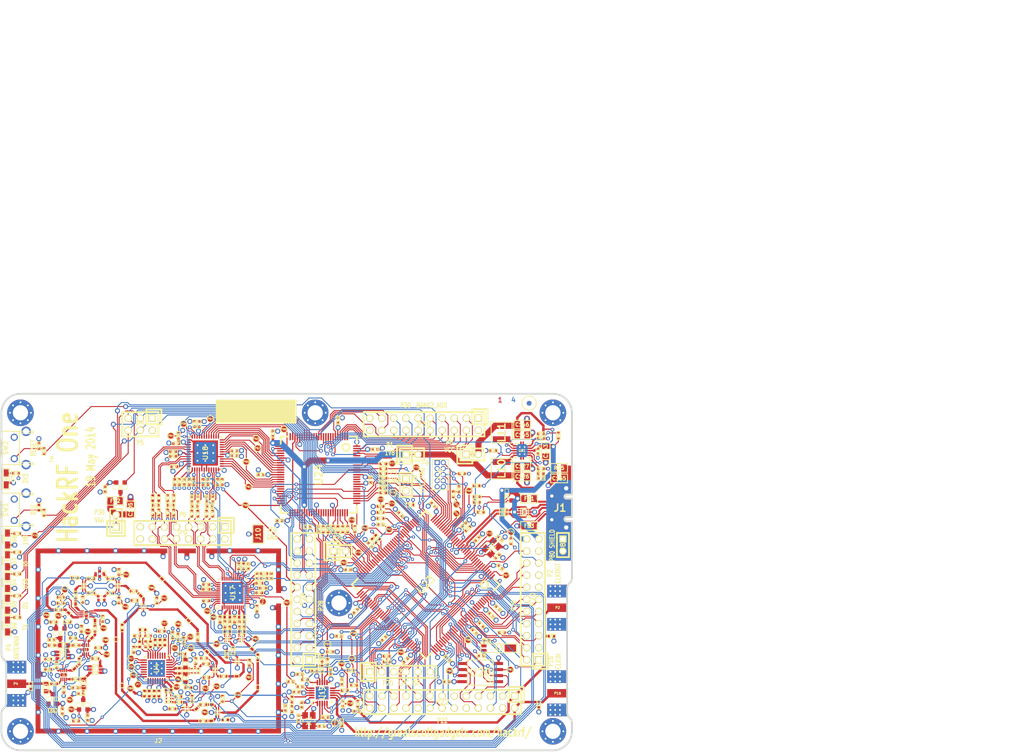
<source format=kicad_pcb>
(kicad_pcb (version 20221018) (generator pcbnew)
  (title_block (date "19 may 2014"))
  (layers (0 "F.Cu" signal "C1F") (1 "In1.Cu" signal "C2") (2 "In2.Cu" signal "C3") (31 "B.Cu" signal "C4B") (34 "B.Paste" user) (35 "F.Paste" user) (36 "B.SilkS" user "B.Silkscreen") (37 "F.SilkS" user "F.Silkscreen") (38 "B.Mask" user) (39 "F.Mask" user) (44 "Edge.Cuts" user))
  (net 0 "")
  (net 1 "!MIX_BYPASS")
  (net 2 "!RX_AMP_PWR")
  (net 3 "!TX_AMP_PWR")
  (net 4 "!VAA_ENABLE")
  (net 5 "+1.8V")
  (net 6 "/baseband/CLK0")
  (net 7 "/baseband/CLK1")
  (net 8 "/baseband/CLK2")
  (net 9 "/baseband/CLK3")
  (net 10 "/baseband/CLK5")
  (net 11 "/baseband/COM")
  (net 12 "/baseband/CPOUT+")
  (net 13 "/baseband/CPOUT-")
  (net 14 "/baseband/IA+")
  (net 15 "/baseband/IA-")
  (net 16 "/baseband/ID+")
  (net 17 "/baseband/ID-")
  (net 18 "/baseband/INTR")
  (net 19 "/baseband/OEB")
  (net 20 "/baseband/QA+")
  (net 21 "/baseband/QA-")
  (net 22 "/baseband/QD+")
  (net 23 "/baseband/QD-")
  (net 24 "/baseband/REFN")
  (net 25 "/baseband/REFP")
  (net 26 "/baseband/RXBBI+")
  (net 27 "/baseband/RXBBI-")
  (net 28 "/baseband/RXBBQ+")
  (net 29 "/baseband/RXBBQ-")
  (net 30 "/baseband/TXBBI+")
  (net 31 "/baseband/TXBBI-")
  (net 32 "/baseband/TXBBQ+")
  (net 33 "/baseband/TXBBQ-")
  (net 34 "/baseband/XA")
  (net 35 "/baseband/XB")
  (net 36 "/baseband/XCVR_CLKOUT")
  (net 37 "/baseband/XTAL2")
  (net 38 "/frontend/!ANT_BIAS")
  (net 39 "/frontend/REF_IN")
  (net 40 "/frontend/RX_AMP_OUT")
  (net 41 "/frontend/TX_AMP_IN")
  (net 42 "/frontend/TX_AMP_OUT")
  (net 43 "/mcu/usb/power/ADC0_0")
  (net 44 "/mcu/usb/power/ADC0_2")
  (net 45 "/mcu/usb/power/ADC0_5")
  (net 46 "/mcu/usb/power/ADC0_6")
  (net 47 "/mcu/usb/power/B1AUX13")
  (net 48 "/mcu/usb/power/B1AUX14")
  (net 49 "/mcu/usb/power/B2AUX1")
  (net 50 "/mcu/usb/power/B2AUX10")
  (net 51 "/mcu/usb/power/B2AUX11")
  (net 52 "/mcu/usb/power/B2AUX12")
  (net 53 "/mcu/usb/power/B2AUX13")
  (net 54 "/mcu/usb/power/B2AUX14")
  (net 55 "/mcu/usb/power/B2AUX15")
  (net 56 "/mcu/usb/power/B2AUX16")
  (net 57 "/mcu/usb/power/B2AUX2")
  (net 58 "/mcu/usb/power/B2AUX3")
  (net 59 "/mcu/usb/power/B2AUX4")
  (net 60 "/mcu/usb/power/B2AUX5")
  (net 61 "/mcu/usb/power/B2AUX6")
  (net 62 "/mcu/usb/power/B2AUX7")
  (net 63 "/mcu/usb/power/B2AUX8")
  (net 64 "/mcu/usb/power/B2AUX9")
  (net 65 "/mcu/usb/power/BANK2F3M1")
  (net 66 "/mcu/usb/power/BANK2F3M10")
  (net 67 "/mcu/usb/power/BANK2F3M11")
  (net 68 "/mcu/usb/power/BANK2F3M12")
  (net 69 "/mcu/usb/power/BANK2F3M14")
  (net 70 "/mcu/usb/power/BANK2F3M15")
  (net 71 "/mcu/usb/power/BANK2F3M16")
  (net 72 "/mcu/usb/power/BANK2F3M2")
  (net 73 "/mcu/usb/power/BANK2F3M3")
  (net 74 "/mcu/usb/power/BANK2F3M4")
  (net 75 "/mcu/usb/power/BANK2F3M5")
  (net 76 "/mcu/usb/power/BANK2F3M6")
  (net 77 "/mcu/usb/power/BANK2F3M7")
  (net 78 "/mcu/usb/power/BANK2F3M8")
  (net 79 "/mcu/usb/power/BANK2F3M9")
  (net 80 "/mcu/usb/power/CPLD_TCK")
  (net 81 "/mcu/usb/power/CPLD_TDI")
  (net 82 "/mcu/usb/power/CPLD_TDO")
  (net 83 "/mcu/usb/power/CPLD_TMS")
  (net 84 "/mcu/usb/power/DBGEN")
  (net 85 "/mcu/usb/power/DM")
  (net 86 "/mcu/usb/power/DP")
  (net 87 "/mcu/usb/power/EN1V8")
  (net 88 "/mcu/usb/power/GCK0")
  (net 89 "/mcu/usb/power/GPIO3_10")
  (net 90 "/mcu/usb/power/GPIO3_11")
  (net 91 "/mcu/usb/power/GPIO3_12")
  (net 92 "/mcu/usb/power/GPIO3_13")
  (net 93 "/mcu/usb/power/GPIO3_14")
  (net 94 "/mcu/usb/power/GPIO3_15")
  (net 95 "/mcu/usb/power/GPIO3_8")
  (net 96 "/mcu/usb/power/GPIO3_9")
  (net 97 "/mcu/usb/power/GP_CLKIN")
  (net 98 "/mcu/usb/power/I2C1_SCL")
  (net 99 "/mcu/usb/power/I2C1_SDA")
  (net 100 "/mcu/usb/power/I2S0_RX_MCLK")
  (net 101 "/mcu/usb/power/I2S0_RX_SCK")
  (net 102 "/mcu/usb/power/I2S0_RX_SDA")
  (net 103 "/mcu/usb/power/I2S0_RX_WS")
  (net 104 "/mcu/usb/power/I2S0_TX_MCLK")
  (net 105 "/mcu/usb/power/I2S0_TX_SCK")
  (net 106 "/mcu/usb/power/ISP")
  (net 107 "/mcu/usb/power/LED1")
  (net 108 "/mcu/usb/power/LED2")
  (net 109 "/mcu/usb/power/LED3")
  (net 110 "/mcu/usb/power/P1_1")
  (net 111 "/mcu/usb/power/P1_2")
  (net 112 "/mcu/usb/power/P2_13")
  (net 113 "/mcu/usb/power/P2_8")
  (net 114 "/mcu/usb/power/P2_9")
  (net 115 "/mcu/usb/power/REG_OUT1")
  (net 116 "/mcu/usb/power/REG_OUT2")
  (net 117 "/mcu/usb/power/RESET")
  (net 118 "/mcu/usb/power/RREF")
  (net 119 "/mcu/usb/power/RTCX1")
  (net 120 "/mcu/usb/power/RTCX2")
  (net 121 "/mcu/usb/power/RTC_ALARM")
  (net 122 "/mcu/usb/power/SD_CD")
  (net 123 "/mcu/usb/power/SD_CLK")
  (net 124 "/mcu/usb/power/SD_CMD")
  (net 125 "/mcu/usb/power/SD_DAT0")
  (net 126 "/mcu/usb/power/SD_DAT1")
  (net 127 "/mcu/usb/power/SD_DAT2")
  (net 128 "/mcu/usb/power/SD_DAT3")
  (net 129 "/mcu/usb/power/SD_POW")
  (net 130 "/mcu/usb/power/SD_VOLT0")
  (net 131 "/mcu/usb/power/SGPIO0")
  (net 132 "/mcu/usb/power/SGPIO1")
  (net 133 "/mcu/usb/power/SGPIO10")
  (net 134 "/mcu/usb/power/SGPIO11")
  (net 135 "/mcu/usb/power/SGPIO12")
  (net 136 "/mcu/usb/power/SGPIO13")
  (net 137 "/mcu/usb/power/SGPIO14")
  (net 138 "/mcu/usb/power/SGPIO15")
  (net 139 "/mcu/usb/power/SGPIO2")
  (net 140 "/mcu/usb/power/SGPIO3")
  (net 141 "/mcu/usb/power/SGPIO4")
  (net 142 "/mcu/usb/power/SGPIO5")
  (net 143 "/mcu/usb/power/SGPIO6")
  (net 144 "/mcu/usb/power/SGPIO7")
  (net 145 "/mcu/usb/power/SGPIO9")
  (net 146 "/mcu/usb/power/SPIFI_CS")
  (net 147 "/mcu/usb/power/SPIFI_MISO")
  (net 148 "/mcu/usb/power/SPIFI_MOSI")
  (net 149 "/mcu/usb/power/SPIFI_SCK")
  (net 150 "/mcu/usb/power/SPIFI_SIO2")
  (net 151 "/mcu/usb/power/SPIFI_SIO3")
  (net 152 "/mcu/usb/power/TCK")
  (net 153 "/mcu/usb/power/TDI")
  (net 154 "/mcu/usb/power/TDO")
  (net 155 "/mcu/usb/power/TMS")
  (net 156 "/mcu/usb/power/U0_RXD")
  (net 157 "/mcu/usb/power/U0_TXD")
  (net 158 "/mcu/usb/power/USB_SHIELD")
  (net 159 "/mcu/usb/power/VBAT")
  (net 160 "/mcu/usb/power/VBUS")
  (net 161 "/mcu/usb/power/VBUSCTRL")
  (net 162 "/mcu/usb/power/VIN")
  (net 163 "/mcu/usb/power/VREGMODE")
  (net 164 "/mcu/usb/power/WAKEUP")
  (net 165 "/mcu/usb/power/XTAL1")
  (net 166 "/mcu/usb/power/XTAL2")
  (net 167 "AMP_BYPASS")
  (net 168 "CLK6")
  (net 169 "CLKIN")
  (net 170 "CLKOUT")
  (net 171 "CS_AD")
  (net 172 "CS_XCVR")
  (net 173 "DA0")
  (net 174 "DA1")
  (net 175 "DA2")
  (net 176 "DA3")
  (net 177 "DA4")
  (net 178 "DA5")
  (net 179 "DA6")
  (net 180 "DA7")
  (net 181 "DD0")
  (net 182 "DD1")
  (net 183 "DD2")
  (net 184 "DD3")
  (net 185 "DD4")
  (net 186 "DD5")
  (net 187 "DD6")
  (net 188 "DD7")
  (net 189 "DD8")
  (net 190 "DD9")
  (net 191 "GCK1")
  (net 192 "GCK2")
  (net 193 "GND")
  (net 194 "HP")
  (net 195 "LP")
  (net 196 "MCU_CLK")
  (net 197 "MIXER_ENX")
  (net 198 "MIXER_RESETX")
  (net 199 "MIXER_SCLK")
  (net 200 "MIXER_SDATA")
  (net 201 "MIX_BYPASS")
  (net 202 "MIX_CLK")
  (net 203 "RSSI")
  (net 204 "RX")
  (net 205 "RXENABLE")
  (net 206 "RX_AMP")
  (net 207 "RX_IF")
  (net 208 "RX_MIX_BP")
  (net 209 "SCL")
  (net 210 "SDA")
  (net 211 "SGPIO_CLK")
  (net 212 "SSP1_MISO")
  (net 213 "SSP1_MOSI")
  (net 214 "SSP1_SCK")
  (net 215 "TX")
  (net 216 "TXENABLE")
  (net 217 "TX_AMP")
  (net 218 "TX_IF")
  (net 219 "TX_MIX_BP")
  (net 220 "VAA")
  (net 221 "VCC")
  (net 222 "XCVR_EN")
  (net 223 "Net-(C8-Pad2)")
  (net 224 "Net-(C9-Pad2)")
  (net 225 "Net-(C9-Pad1)")
  (net 226 "Net-(C12-Pad1)")
  (net 227 "Net-(C13-Pad1)")
  (net 228 "Net-(C14-Pad2)")
  (net 229 "Net-(C14-Pad1)")
  (net 230 "Net-(C15-Pad2)")
  (net 231 "Net-(C17-Pad2)")
  (net 232 "Net-(C17-Pad1)")
  (net 233 "Net-(C18-Pad2)")
  (net 234 "Net-(C18-Pad1)")
  (net 235 "Net-(C20-Pad2)")
  (net 236 "Net-(C20-Pad1)")
  (net 237 "Net-(C21-Pad2)")
  (net 238 "Net-(C21-Pad1)")
  (net 239 "Net-(C23-Pad2)")
  (net 240 "Net-(C23-Pad1)")
  (net 241 "Net-(C25-Pad1)")
  (net 242 "Net-(C26-Pad2)")
  (net 243 "Net-(C26-Pad1)")
  (net 244 "Net-(C27-Pad2)")
  (net 245 "Net-(C27-Pad1)")
  (net 246 "Net-(C28-Pad2)")
  (net 247 "Net-(C28-Pad1)")
  (net 248 "Net-(C31-Pad2)")
  (net 249 "Net-(C31-Pad1)")
  (net 250 "Net-(C32-Pad2)")
  (net 251 "Net-(C32-Pad1)")
  (net 252 "Net-(C43-Pad2)")
  (net 253 "Net-(C43-Pad1)")
  (net 254 "Net-(C44-Pad2)")
  (net 255 "Net-(C44-Pad1)")
  (net 256 "Net-(C46-Pad2)")
  (net 257 "Net-(C46-Pad1)")
  (net 258 "Net-(C48-Pad1)")
  (net 259 "Net-(C49-Pad2)")
  (net 260 "Net-(C50-Pad1)")
  (net 261 "Net-(C51-Pad2)")
  (net 262 "Net-(C51-Pad1)")
  (net 263 "Net-(C163-Pad2)")
  (net 264 "Net-(C58-Pad2)")
  (net 265 "Net-(C58-Pad1)")
  (net 266 "Net-(C59-Pad2)")
  (net 267 "Net-(C61-Pad2)")
  (net 268 "Net-(C61-Pad1)")
  (net 269 "Net-(C62-Pad2)")
  (net 270 "Net-(C64-Pad2)")
  (net 271 "Net-(C64-Pad1)")
  (net 272 "Net-(C99-Pad2)")
  (net 273 "Net-(C99-Pad1)")
  (net 274 "Net-(C102-Pad2)")
  (net 275 "Net-(C102-Pad1)")
  (net 276 "Net-(C104-Pad2)")
  (net 277 "Net-(C104-Pad1)")
  (net 278 "Net-(C105-Pad1)")
  (net 279 "Net-(C106-Pad1)")
  (net 280 "Net-(C111-Pad2)")
  (net 281 "Net-(C111-Pad1)")
  (net 282 "Net-(C114-Pad2)")
  (net 283 "Net-(C114-Pad1)")
  (net 284 "Net-(C125-Pad2)")
  (net 285 "Net-(C160-Pad1)")
  (net 286 "Net-(D2-Pad2)")
  (net 287 "Net-(D4-Pad2)")
  (net 288 "Net-(D5-Pad2)")
  (net 289 "Net-(D6-Pad2)")
  (net 290 "Net-(D7-Pad2)")
  (net 291 "Net-(D8-Pad2)")
  (net 292 "Net-(FB1-Pad1)")
  (net 293 "Net-(FB2-Pad1)")
  (net 294 "Net-(FB3-Pad1)")
  (net 295 "Net-(J1-Pad4)")
  (net 296 "Net-(J1-Pad3)")
  (net 297 "Net-(J1-Pad2)")
  (net 298 "Net-(L1-Pad2)")
  (net 299 "Net-(L1-Pad1)")
  (net 300 "Net-(L2-Pad1)")
  (net 301 "Net-(L3-Pad1)")
  (net 302 "Net-(L10-Pad1)")
  (net 303 "Net-(L11-Pad2)")
  (net 304 "Net-(L13-Pad1)")
  (net 305 "Net-(P6-Pad1)")
  (net 306 "Net-(P7-Pad1)")
  (net 307 "Net-(P17-Pad1)")
  (net 308 "Net-(P19-Pad1)")
  (net 309 "Net-(P24-Pad1)")
  (net 310 "Net-(P25-Pad3)")
  (net 311 "Net-(P26-Pad7)")
  (net 312 "Net-(R4-Pad2)")
  (net 313 "Net-(R30-Pad2)")
  (net 314 "Net-(R19-Pad2)")
  (net 315 "Net-(R51-Pad1)")
  (net 316 "Net-(R52-Pad2)")
  (net 317 "Net-(R55-Pad2)")
  (net 318 "Net-(R62-Pad1)")
  (net 319 "Net-(U4-Pad1)")
  (net 320 "Net-(U4-Pad2)")
  (net 321 "Net-(U4-Pad3)")
  (net 322 "Net-(U4-Pad11)")
  (net 323 "Net-(U4-Pad13)")
  (net 324 "Net-(U4-Pad14)")
  (net 325 "Net-(U4-Pad17)")
  (net 326 "Net-(U4-Pad18)")
  (net 327 "Net-(U4-Pad20)")
  (net 328 "Net-(U4-Pad21)")
  (net 329 "Net-(U9-Pad2)")
  (net 330 "Net-(U12-Pad2)")
  (net 331 "Net-(U14-Pad2)")
  (net 332 "Net-(U15-Pad4)")
  (net 333 "Net-(U15-Pad6)")
  (net 334 "Net-(U17-Pad3)")
  (net 335 "Net-(U17-Pad6)")
  (net 336 "Net-(U17-Pad8)")
  (net 337 "Net-(U17-Pad9)")
  (net 338 "Net-(U17-Pad12)")
  (net 339 "Net-(U17-Pad14)")
  (net 340 "Net-(U17-Pad18)")
  (net 341 "Net-(U17-Pad33)")
  (net 342 "Net-(U17-Pad34)")
  (net 343 "Net-(U17-Pad40)")
  (net 344 "Net-(U18-Pad38)")
  (net 345 "Net-(U23-Pad89)")
  (net 346 "Net-(U23-Pad90)")
  (net 347 "Net-(U23-Pad136)")
  (net 348 "Net-(U23-Pad138)")
  (net 349 "Net-(U23-Pad139)")
  (net 350 "Net-(U24-Pad14)")
  (net 351 "Net-(U24-Pad15)")
  (net 352 "Net-(U24-Pad16)")
  (net 353 "Net-(U24-Pad20)")
  (net 354 "Net-(U24-Pad25)")
  (net 355 "Net-(U24-Pad44)")
  (net 356 "Net-(U24-Pad46)")
  (net 357 "Net-(U24-Pad49)")
  (net 358 "Net-(U24-Pad50)")
  (net 359 "Net-(U24-Pad52)")
  (net 360 "Net-(U24-Pad53)")
  (net 361 "Net-(U24-Pad54)")
  (net 362 "Net-(U24-Pad58)")
  (net 363 "Net-(U24-Pad59)")
  (net 364 "Net-(U24-Pad60)")
  (net 365 "Net-(U24-Pad63)")
  (net 366 "Net-(U24-Pad65)")
  (net 367 "Net-(U24-Pad66)")
  (net 368 "Net-(U24-Pad68)")
  (net 369 "Net-(U24-Pad73)")
  (net 370 "Net-(U24-Pad75)")
  (net 371 "Net-(U24-Pad80)")
  (net 372 "Net-(U24-Pad82)")
  (net 373 "Net-(U24-Pad85)")
  (net 374 "Net-(U24-Pad86)")
  (net 375 "Net-(U24-Pad87)")
  (net 376 "Net-(U24-Pad93)")
  (net 377 "Net-(U24-Pad95)")
  (net 378 "Net-(U24-Pad96)")
  (footprint "gsg-modules:LTST-S220" (layer "F.Cu") (at 61.27 148.838 -90)
    (fp_text reference "D6")
    (fp_text value "TXLED" hide)
  )
  (footprint "gsg-modules:LTST-S220" (layer "F.Cu") (at 61.27 139.694 -90)
    (fp_text reference "D4")
    (fp_text value "USBLED" hide)
  )
  (footprint "gsg-modules:LTST-S220" (layer "F.Cu") (at 61.27 130.55 -90)
    (fp_text reference "D8")
    (fp_text value "1V8LED" hide)
  )
  (footprint "gsg-modules:LTST-S220" (layer "F.Cu") (at 61.27 144.266 -90)
    (fp_text reference "D5")
    (fp_text value "RXLED" hide)
  )
  (footprint "gsg-modules:LTST-S220" (layer "F.Cu") (at 61.27 135.122 -90)
    (fp_text reference "D2")
    (fp_text value "VAALED" hide)
  )
  (footprint "GSG-TESTPOINT-30MIL-MASKONLY" (layer "F.Cu") (at 89.31402 142.49908)
    (fp_text reference "TESTPOINT-30MIL-MASKONLY" hide)
    (fp_text value "VAL**" hide)
  )
  (footprint "GSG-TESTPOINT-30MIL-MASKONLY" (layer "F.Cu") (at 84.1046 151.6574)
    (fp_text reference "TESTPOINT-30MIL-MASKONLY" hide)
    (fp_text value "VAL**" hide)
  )
  (footprint "GSG-TESTPOINT-30MIL-MASKONLY" (layer "F.Cu") (at 75.57516 144.21358)
    (fp_text reference "TESTPOINT-30MIL-MASKONLY" hide)
    (fp_text value "VAL**" hide)
  )
  (footprint "GSG-TESTPOINT-30MIL-MASKONLY" (layer "F.Cu") (at 74.0537 146.1516)
    (fp_text reference "TESTPOINT-30MIL-MASKONLY" hide)
    (fp_text value "VAL**" hide)
  )
  (footprint "GSG-TESTPOINT-30MIL-MASKONLY" (layer "F.Cu") (at 93.782 138.932)
    (fp_text reference "TESTPOINT-30MIL-MASKONLY" hide)
    (fp_text value "VAL**" hide)
  )
  (footprint "GSG-TESTPOINT-30MIL-MASKONLY" (layer "F.Cu") (at 85.4 161.3602)
    (fp_text reference "TESTPOINT-30MIL-MASKONLY" hide)
    (fp_text value "VAL**" hide)
  )
  (footprint "GSG-TESTPOINT-30MIL-MASKONLY" (layer "F.Cu") (at 75.33894 157.8483)
    (fp_text reference "TESTPOINT-30MIL-MASKONLY" hide)
    (fp_text value "VAL**" hide)
  )
  (footprint "GSG-TESTPOINT-30MIL-MASKONLY" (layer "F.Cu") (at 79.0321 151.36114)
    (fp_text reference "TESTPOINT-30MIL-MASKONLY" hide)
    (fp_text value "VAL**" hide)
  )
  (footprint "GSG-TESTPOINT-30MIL-MASKONLY" (layer "F.Cu") (at 113.919 161.74974)
    (fp_text reference "TESTPOINT-30MIL-MASKONLY" hide)
    (fp_text value "VAL**" hide)
  )
  (footprint "GSG-TESTPOINT-30MIL-MASKONLY" (layer "F.Cu") (at 104.11206 168.79824)
    (fp_text reference "TESTPOINT-30MIL-MASKONLY" hide)
    (fp_text value "VAL**" hide)
  )
  (footprint "GSG-TESTPOINT-30MIL-MASKONLY" (layer "F.Cu") (at 104.25176 165.37432)
    (fp_text reference "TESTPOINT-30MIL-MASKONLY" hide)
    (fp_text value "VAL**" hide)
  )
  (footprint "GSG-TESTPOINT-30MIL-MASKONLY" (layer "F.Cu") (at 101.0158 166.26332)
    (fp_text reference "TESTPOINT-30MIL-MASKONLY" hide)
    (fp_text value "VAL**" hide)
  )
  (footprint "GSG-TESTPOINT-30MIL-MASKONLY" (layer "F.Cu") (at 79.6671 147.71116)
    (fp_text reference "TESTPOINT-30MIL-MASKONLY" hide)
    (fp_text value "VAL**" hide)
  )
  (footprint "GSG-TESTPOINT-30MIL-MASKONLY" (layer "F.Cu") (at 109.47654 159.42564)
    (fp_text reference "TESTPOINT-30MIL-MASKONLY" hide)
    (fp_text value "VAL**" hide)
  )
  (footprint "GSG-TESTPOINT-30MIL-MASKONLY" (layer "F.Cu") (at 99.36226 147.6883)
    (fp_text reference "TESTPOINT-30MIL-MASKONLY" hide)
    (fp_text value "VAL**" hide)
  )
  (footprint "GSG-TESTPOINT-30MIL-MASKONLY" (layer "F.Cu") (at 103.23068 154.2796)
    (fp_text reference "TESTPOINT-30MIL-MASKONLY" hide)
    (fp_text value "VAL**" hide)
  )
  (footprint "GSG-TESTPOINT-30MIL-MASKONLY" (layer "F.Cu") (at 112.71504 153.71064)
    (fp_text reference "TESTPOINT-30MIL-MASKONLY" hide)
    (fp_text value "VAL**" hide)
  )
  (footprint "gsg-modules:LTST-S220" (layer "F.Cu") (at 61 117.9 -90)
    (fp_text reference "D7")
    (fp_text value "VCCLED" hide)
  )
  (footprint "GSG-MARK1MM" (layer "F.Cu") (at 171 102)
    (fp_text reference "MARK1MM" hide)
    (fp_text value "VAL**" hide)
  )
  (footprint "hackrf:GSG-0402" (layer "F.Cu") (at 91.0964 163.0468 -90)
    (fp_text reference "C1")
    (fp_text value "33pF" hide)
  )
  (footprint "hackrf:GSG-0402" (layer "F.Cu") (at 90.0804 163.0468 -90)
    (fp_text reference "C2")
    (fp_text value "10nF" hide)
  )
  (footprint "hackrf:GSG-0402" (layer "F.Cu") (at 93.1284 163.0468 -90)
    (fp_text reference "C3")
    (fp_text value "33pF" hide)
  )
  (footprint "hackrf:GSG-0402" (layer "F.Cu") (at 92.1124 163.0468 -90)
    (fp_text reference "C4")
    (fp_text value "10nF" hide)
  )
  (footprint "hackrf:GSG-0402" (layer "F.Cu") (at 92.341 152.328 90)
    (fp_text reference "C5")
    (fp_text value "33pF" hide)
  )
  (footprint "hackrf:GSG-0402" (layer "F.Cu") (at 93.357 152.328 90)
    (fp_text reference "C6")
    (fp_text value "10nF" hide)
  )
  (footprint "hackrf:GSG-0402" (layer "F.Cu") (at 107.084 168.5762 180)
    (fp_text reference "C7")
    (fp_text value "33pF" hide)
  )
  (footprint "hackrf:GSG-0402" (layer "F.Cu") (at 113.919 155.448 -90)
    (fp_text reference "C8")
    (fp_text value "22pF" hide)
  )
  (footprint "hackrf:GSG-0402" (layer "F.Cu") (at 85.4 149.1682 90)
    (fp_text reference "C9")
    (fp_text value "100nF" hide)
  )
  (footprint "hackrf:GSG-0402" (layer "F.Cu") (at 87.9808 143.4816)
    (fp_text reference "C10")
    (fp_text value "33pF" hide)
  )
  (footprint "hackrf:GSG-0402" (layer "F.Cu") (at 84.7138 143.4622 90)
    (fp_text reference "C11")
    (fp_text value "33pF" hide)
  )
  (footprint "hackrf:GSG-0402" (layer "F.Cu") (at 87.7944 153.8266 -90)
    (fp_text reference "C12")
    (fp_text value "330pF" hide)
  )
  (footprint "hackrf:GSG-0402" (layer "F.Cu") (at 88.5564 150.9056 180)
    (fp_text reference "C13")
    (fp_text value "330pF" hide)
  )
  (footprint "hackrf:GSG-0402" (layer "F.Cu") (at 90.3344 152.6836 90)
    (fp_text reference "C14")
    (fp_text value "8p2" hide)
  )
  (footprint "hackrf:GSG-0402" (layer "F.Cu") (at 90.8424 150.9056)
    (fp_text reference "C15")
    (fp_text value "180pF" hide)
  )
  (footprint "hackrf:GSG-0402" (layer "F.Cu") (at 106.4998 164.1566 90)
    (fp_text reference "C16")
    (fp_text value "33pF" hide)
  )
  (footprint "hackrf:GSG-0402" (layer "F.Cu") (at 82.9358 141.9382)
    (fp_text reference "C17")
    (fp_text value "100nF" hide)
  )
  (footprint "hackrf:GSG-0402" (layer "F.Cu") (at 78.8718 141.9382)
    (fp_text reference "C18")
    (fp_text value "100nF" hide)
  )
  (footprint "hackrf:GSG-0402" (layer "F.Cu") (at 77.0938 143.3352 90)
    (fp_text reference "C19")
    (fp_text value "33pF" hide)
  )
  (footprint "hackrf:GSG-0402" (layer "F.Cu") (at 87.8078 141.5288)
    (fp_text reference "C20")
    (fp_text value "100nF" hide)
  )
  (footprint "hackrf:GSG-0402" (layer "F.Cu") (at 102.4382 165.3794 180)
    (fp_text reference "C21")
    (fp_text value "22pF" hide)
  )
  (footprint "hackrf:GSG-0402" (layer "F.Cu") (at 95.9732 166.2726)
    (fp_text reference "C22")
    (fp_text value "33pF" hide)
  )
  (footprint "hackrf:GSG-0402" (layer "F.Cu") (at 101.2698 151.1808 90)
    (fp_text reference "C23")
    (fp_text value "100nF" hide)
  )
  (footprint "hackrf:GSG-0402" (layer "F.Cu") (at 92.6798 143.4816 -90)
    (fp_text reference "C24")
    (fp_text value "33pF" hide)
  )
  (footprint "hackrf:GSG-0402" (layer "F.Cu") (at 97.1924 163.7326)
    (fp_text reference "C25")
    (fp_text value "100nF" hide)
  )
  (footprint "hackrf:GSG-0402" (layer "F.Cu") (at 78.8718 138.8902 180)
    (fp_text reference "C26")
    (fp_text value "47pF" hide)
  )
  (footprint "hackrf:GSG-0402" (layer "F.Cu") (at 82.9358 138.8902)
    (fp_text reference "C27")
    (fp_text value "47pF" hide)
  )
  (footprint "hackrf:GSG-0402" (layer "F.Cu") (at 97.1924 164.8756)
    (fp_text reference "C28")
    (fp_text value "100nF" hide)
  )
  (footprint "hackrf:GSG-0402" (layer "F.Cu") (at 75.4174 138.7124 180)
    (fp_text reference "C29")
    (fp_text value "33pF" hide)
  )
  (footprint "hackrf:GSG-0402" (layer "F.Cu") (at 84.7138 137.4932 90)
    (fp_text reference "C30")
    (fp_text value "33pF" hide)
  )
  (footprint "hackrf:GSG-0402" (layer "F.Cu") (at 75.5952 142.4462 90)
    (fp_text reference "C31")
    (fp_text value "100nF" hide)
  )
  (footprint "hackrf:GSG-0402" (layer "F.Cu") (at 102.4382 168.8084 180)
    (fp_text reference "C32")
    (fp_text value "22pF" hide)
  )
  (footprint "hackrf:GSG-0402" (layer "F.Cu") (at 100.1134 164.139 90)
    (fp_text reference "C33")
    (fp_text value "33pF" hide)
  )
  (footprint "hackrf:GSG-0402" (layer "F.Cu") (at 98.31 151.9216 90)
    (fp_text reference "C34")
    (fp_text value "33pF" hide)
  )
  (footprint "hackrf:GSG-0402" (layer "F.Cu") (at 97.167 151.1596 90)
    (fp_text reference "C35")
    (fp_text value "33pF" hide)
  )
  (footprint "hackrf:GSG-0402" (layer "F.Cu") (at 96.024 150.7786 90)
    (fp_text reference "C36")
    (fp_text value "33pF" hide)
  )
  (footprint "hackrf:GSG-0402" (layer "F.Cu") (at 93.738 149.915 180)
    (fp_text reference "C37")
    (fp_text value "33pF" hide)
  )
  (footprint "hackrf:GSG-0402" (layer "F.Cu") (at 72.4456 142.8272)
    (fp_text reference "C38")
    (fp_text value "33pF" hide)
  )
  (footprint "hackrf:GSG-0402" (layer "F.Cu") (at 81.3054 147.3454 90)
    (fp_text reference "C39")
    (fp_text value "33pF" hide)
  )
  (footprint "hackrf:GSG-0402" (layer "F.Cu") (at 72.4456 144.0718)
    (fp_text reference "C40")
    (fp_text value "33pF" hide)
  )
  (footprint "hackrf:GSG-0402" (layer "F.Cu") (at 99.326 161.8276)
    (fp_text reference "C41")
    (fp_text value "100pF" hide)
  )
  (footprint "hackrf:GSG-0402" (layer "F.Cu") (at 98.056 154.7156 180)
    (fp_text reference "C42")
    (fp_text value "100pF" hide)
  )
  (footprint "hackrf:GSG-0402" (layer "F.Cu") (at 72.009 145.415 180)
    (fp_text reference "C43")
    (fp_text value "22pF" hide)
  )
  (footprint "hackrf:GSG-0402" (layer "F.Cu") (at 79.6798 149.4282 90)
    (fp_text reference "C44")
    (fp_text value "100nF" hide)
  )
  (footprint "hackrf:GSG-0402" (layer "F.Cu") (at 102.5906 155.6512)
    (fp_text reference "C45")
    (fp_text value "33pF" hide)
  )
  (footprint "hackrf:GSG-0402" (layer "F.Cu") (at 103.0478 156.7942 180)
    (fp_text reference "C46")
    (fp_text value "100nF" hide)
  )
  (footprint "hackrf:GSG-0402" (layer "F.Cu") (at 112.1664 156.5656 90)
    (fp_text reference "C47")
    (fp_text value "33pF" hide)
  )
  (footprint "hackrf:GSG-0402" (layer "F.Cu") (at 108.7374 154.0002 90)
    (fp_text reference "C48")
    (fp_text value "22pF" hide)
  )
  (footprint "hackrf:GSG-0402" (layer "F.Cu") (at 100.85 156.2396 -90)
    (fp_text reference "C49")
    (fp_text value "100nF" hide)
  )
  (footprint "hackrf:GSG-0402" (layer "F.Cu") (at 75.678 152.92)
    (fp_text reference "C50")
    (fp_text value "100nF" hide)
  )
  (footprint "hackrf:GSG-0402" (layer "F.Cu") (at 106.7414 159.434 180)
    (fp_text reference "C51")
    (fp_text value "22pF" hide)
  )
  (footprint "hackrf:GSG-0402" (layer "F.Cu") (at 70.598 152.92 180)
    (fp_text reference "C52")
    (fp_text value "100pF" hide)
  )
  (footprint "hackrf:GSG-0402" (layer "F.Cu") (at 70.9474 147.9998 180)
    (fp_text reference "C53")
    (fp_text value "1uF" hide)
  )
  (footprint "hackrf:GSG-0402" (layer "F.Cu") (at 103.124 159.6644 180)
    (fp_text reference "C54")
    (fp_text value "33pF" hide)
  )
  (footprint "hackrf:GSG-0402" (layer "F.Cu") (at 80.377 153.428)
    (fp_text reference "C55")
    (fp_text value "33pF" hide)
  )
  (footprint "hackrf:GSG-0402" (layer "F.Cu") (at 107.3912 154.8638 90)
    (fp_text reference "C56")
    (fp_text value "33pF" hide)
  )
  (footprint "hackrf:GSG-0402" (layer "F.Cu") (at 76.835 149.4282 90)
    (fp_text reference "C57")
    (fp_text value "33pF" hide)
  )
  (footprint "hackrf:GSG-0402" (layer "F.Cu") (at 71.614 157.111 90)
    (fp_text reference "C58")
    (fp_text value "100nF" hide)
  )
  (footprint "hackrf:GSG-0402" (layer "F.Cu") (at 79.742 155.714)
    (fp_text reference "C59")
    (fp_text value "100nF" hide)
  )
  (footprint "hackrf:GSG-0402" (layer "F.Cu") (at 75.043 151.396)
    (fp_text reference "C60")
    (fp_text value "33pF" hide)
  )
  (footprint "hackrf:GSG-0402" (layer "F.Cu") (at 76.3638 156.3236 90)
    (fp_text reference "C61")
    (fp_text value "100nF" hide)
  )
  (footprint "hackrf:GSG-0402" (layer "F.Cu") (at 75.551 160.032)
    (fp_text reference "C62")
    (fp_text value "100nF" hide)
  )
  (footprint "hackrf:GSG-0402" (layer "F.Cu") (at 73.0872 162.2418 -90)
    (fp_text reference "C63")
    (fp_text value "33pF" hide)
  )
  (footprint "hackrf:GSG-0402" (layer "F.Cu") (at 71.1 161 180)
    (fp_text reference "C64")
    (fp_text value "100nF" hide)
  )
  (footprint "hackrf:GSG-0402" (layer "F.Cu") (at 69.836 158)
    (fp_text reference "C65")
    (fp_text value "33pF" hide)
  )
  (footprint "hackrf:GSG-0402" (layer "F.Cu") (at 69.836 155.841)
    (fp_text reference "C66")
    (fp_text value "33pF" hide)
  )
  (footprint "hackrf:GSG-0402" (layer "F.Cu") (at 121.0802 164.2964 -90)
    (fp_text reference "C67")
    (fp_text value "33pF" hide)
  )
  (footprint "hackrf:GSG-0402" (layer "F.Cu") (at 127.4624 155.7214 90)
    (fp_text reference "C68")
    (fp_text value "100pF" hide)
  )
  (footprint "hackrf:GSG-0402" (layer "F.Cu") (at 129.088 154.2736)
    (fp_text reference "C69")
    (fp_text value "100pF" hide)
  )
  (footprint "hackrf:GSG-0402" (layer "F.Cu") (at 121.0802 166.3284 -90)
    (fp_text reference "C70")
    (fp_text value "100pF" hide)
  )
  (footprint "hackrf:GSG-0402" (layer "F.Cu") (at 100.4824 118.5578 -90)
    (fp_text reference "C71")
    (fp_text value "100nF" hide)
  )
  (footprint "hackrf:GSG-0402" (layer "F.Cu") (at 99.4664 118.5578 -90)
    (fp_text reference "C72")
    (fp_text value "2.2uF" hide)
  )
  (footprint "hackrf:GSG-0402" (layer "F.Cu") (at 103.4034 118.5578 -90)
    (fp_text reference "C73")
    (fp_text value "100nF" hide)
  )
  (footprint "hackrf:GSG-0402" (layer "F.Cu") (at 102.3874 118.5578 -90)
    (fp_text reference "C74")
    (fp_text value "2.2uF" hide)
  )
  (footprint "hackrf:GSG-0402" (layer "F.Cu") (at 105.4354 118.5578 -90)
    (fp_text reference "C75")
    (fp_text value "100nF" hide)
  )
  (footprint "hackrf:GSG-0402" (layer "F.Cu") (at 106.4514 118.5578 -90)
    (fp_text reference "C76")
    (fp_text value "2.2uF" hide)
  )
  (footprint "hackrf:GSG-0402" (layer "F.Cu") (at 101.6254 106.3658 90)
    (fp_text reference "C77")
    (fp_text value "100nF" hide)
  )
  (footprint "hackrf:GSG-0402" (layer "F.Cu") (at 100.6094 106.3658 90)
    (fp_text reference "C78")
    (fp_text value "2.2uF" hide)
  )
  (footprint "hackrf:GSG-0402" (layer "F.Cu") (at 96.7359 110.4933 180)
    (fp_text reference "C79")
    (fp_text value "100nF" hide)
  )
  (footprint "hackrf:GSG-0402" (layer "F.Cu") (at 97.2439 108.8423 90)
    (fp_text reference "C80")
    (fp_text value "2.2uF" hide)
  )
  (footprint "hackrf:GSG-0402" (layer "F.Cu") (at 96.1009 113.1603 180)
    (fp_text reference "C81")
    (fp_text value "100nF" hide)
  )
  (footprint "hackrf:GSG-0402" (layer "F.Cu") (at 96.1009 112.1443 180)
    (fp_text reference "C82")
    (fp_text value "2.2uF" hide)
  )
  (footprint "hackrf:GSG-0402" (layer "F.Cu") (at 96.3549 115.3193 180)
    (fp_text reference "C83")
    (fp_text value "100nF" hide)
  )
  (footprint "hackrf:GSG-0402" (layer "F.Cu") (at 105.9815 147.4851 -90)
    (fp_text reference "C84")
    (fp_text value "22pF" hide)
  )
  (footprint "hackrf:GSG-0402" (layer "F.Cu") (at 109.0295 147.4851 -90)
    (fp_text reference "C85")
    (fp_text value "22pF" hide)
  )
  (footprint "hackrf:GSG-0402" (layer "F.Cu") (at 113.7285 145.1991 -90)
    (fp_text reference "C86")
    (fp_text value "22pF" hide)
  )
  (footprint "hackrf:GSG-0402" (layer "F.Cu") (at 114.2365 141.8971)
    (fp_text reference "C87")
    (fp_text value "10nF" hide)
  )
  (footprint "hackrf:GSG-0402" (layer "F.Cu") (at 114.9985 140.8811)
    (fp_text reference "C88")
    (fp_text value "10nF" hide)
  )
  (footprint "hackrf:GSG-0402" (layer "F.Cu") (at 114.2365 139.8651)
    (fp_text reference "C89")
    (fp_text value "10nF" hide)
  )
  (footprint "hackrf:GSG-0402" (layer "F.Cu") (at 109.9185 136.3091 90)
    (fp_text reference "C90")
    (fp_text value "100pF" hide)
  )
  (footprint "hackrf:GSG-0402" (layer "F.Cu") (at 110.9345 136.3091 90)
    (fp_text reference "C91")
    (fp_text value "100nF" hide)
  )
  (footprint "hackrf:GSG-0402" (layer "F.Cu") (at 103.0605 140.1191 180)
    (fp_text reference "C92")
    (fp_text value "10nF" hide)
  )
  (footprint "hackrf:GSG-0402" (layer "F.Cu") (at 103.0605 141.1351 180)
    (fp_text reference "C93")
    (fp_text value "10nF" hide)
  )
  (footprint "hackrf:GSG-0402" (layer "F.Cu") (at 103.0605 143.5481 180)
    (fp_text reference "C94")
    (fp_text value "22pF" hide)
  )
  (footprint "hackrf:GSG-0402" (layer "F.Cu") (at 92.456 123.46)
    (fp_text reference "C95")
    (fp_text value "22pF" hide)
  )
  (footprint "hackrf:GSG-0402" (layer "F.Cu") (at 95.5802 123.46)
    (fp_text reference "C96")
    (fp_text value "22pF" hide)
  )
  (footprint "hackrf:GSG-0402" (layer "F.Cu") (at 96.4184 118.5578 -90)
    (fp_text reference "C97")
    (fp_text value "330nF" hide)
  )
  (footprint "hackrf:GSG-0402" (layer "F.Cu") (at 97.4344 118.5578 -90)
    (fp_text reference "C98")
    (fp_text value "330nF" hide)
  )
  (footprint "hackrf:GSG-0402" (layer "F.Cu") (at 106.9975 148.5011 -90)
    (fp_text reference "C99")
    (fp_text value "22pF" hide)
  )
  (footprint "hackrf:GSG-0402" (layer "F.Cu") (at 98.4504 118.5578 -90)
    (fp_text reference "C100")
    (fp_text value "330nF" hide)
  )
  (footprint "hackrf:GSG-0402" (layer "F.Cu") (at 100.6475 123.7013)
    (fp_text reference "C101")
    (fp_text value "22pF" hide)
  )
  (footprint "hackrf:GSG-0402" (layer "F.Cu") (at 108.0135 148.5011 -90)
    (fp_text reference "C102")
    (fp_text value "22pF" hide)
  )
  (footprint "hackrf:GSG-0402" (layer "F.Cu") (at 103.7717 123.7013)
    (fp_text reference "C103")
    (fp_text value "22pF" hide)
  )
  (footprint "hackrf:GSG-0402" (layer "F.Cu") (at 110.0455 148.5011 -90)
    (fp_text reference "C104")
    (fp_text value "3pF" hide)
  )
  (footprint "hackrf:GSG-0805" (layer "F.Cu") (at 87.1526 124.3524 90)
    (fp_text reference "C105")
    (fp_text value "10uF" hide)
  )
  (footprint "hackrf:GSG-0402" (layer "F.Cu") (at 111.9505 136.3091 90)
    (fp_text reference "C106")
    (fp_text value "1uF" hide)
  )
  (footprint "hackrf:GSG-0402" (layer "F.Cu") (at 104.4702 122.1646 90)
    (fp_text reference "C107")
    (fp_text value "22pF" hide)
  )
  (footprint "hackrf:GSG-0402" (layer "F.Cu") (at 103.2002 122.1646 90)
    (fp_text reference "C108")
    (fp_text value "22pF" hide)
  )
  (footprint "hackrf:GSG-0402" (layer "F.Cu") (at 101.346 122.1646 90)
    (fp_text reference "C109")
    (fp_text value "22pF" hide)
  )
  (footprint "hackrf:GSG-0402" (layer "F.Cu") (at 100.076 122.1646 90)
    (fp_text reference "C110")
    (fp_text value "22pF" hide)
  )
  (footprint "hackrf:GSG-0402" (layer "F.Cu") (at 111.0615 148.5011 -90)
    (fp_text reference "C111")
    (fp_text value "3pF" hide)
  )
  (footprint "hackrf:GSG-0402" (layer "F.Cu") (at 113.7285 138.3411 -90)
    (fp_text reference "C112")
    (fp_text value "180pF" hide)
  )
  (footprint "hackrf:GSG-0402" (layer "F.Cu") (at 123.1512 165.466 -90)
    (fp_text reference "C113")
    (fp_text value "100nF" hide)
  )
  (footprint "hackrf:GSG-0402" (layer "F.Cu") (at 116.7765 138.3411 -90)
    (fp_text reference "C114")
    (fp_text value "3.3nF" hide)
  )
  (footprint "hackrf:GSG-0402" (layer "F.Cu") (at 122.8142 161.6142 180)
    (fp_text reference "C115")
    (fp_text value "33pF" hide)
  )
  (footprint "hackrf:GSG-0402" (layer "F.Cu") (at 120.8584 160.5474 180)
    (fp_text reference "C116")
    (fp_text value "47pF" hide)
  )
  (footprint "hackrf:GSG-0402" (layer "F.Cu") (at 160.9 155.1 180)
    (fp_text reference "C118")
    (fp_text value "18pF" hide)
  )
  (footprint "hackrf:GSG-0402" (layer "F.Cu") (at 129.2472 158.481 90)
    (fp_text reference "C119")
    (fp_text value "100nF" hide)
  )
  (footprint "hackrf:GSG-0402" (layer "F.Cu") (at 131.628 160.6236 90)
    (fp_text reference "C120")
    (fp_text value "100nF" hide)
  )
  (footprint "hackrf:GSG-0402" (layer "F.Cu") (at 122.0268 162.7064 180)
    (fp_text reference "C121")
    (fp_text value "100nF" hide)
  )
  (footprint "hackrf:GSG-0402" (layer "F.Cu") (at 125.8368 158.3122 180)
    (fp_text reference "C122")
    (fp_text value "100nF" hide)
  )
  (footprint "hackrf:GSG-0402" (layer "F.Cu") (at 108.9914 113.0587)
    (fp_text reference "C123")
    (fp_text value "100nF" hide)
  )
  (footprint "hackrf:GSG-0402" (layer "F.Cu") (at 108.9914 112.0427)
    (fp_text reference "C124")
    (fp_text value "2.2uF" hide)
  )
  (footprint "hackrf:GSG-0402" (layer "F.Cu") (at 173.467 117.7932 180)
    (fp_text reference "C125")
    (fp_text value "33pF" hide)
  )
  (footprint "hackrf:GSG-0805" (layer "F.Cu") (at 169.53 117.4122)
    (fp_text reference "C126")
    (fp_text value "10uF" hide)
  )
  (footprint "hackrf:GSG-0805" (layer "F.Cu") (at 169.53 115.2532)
    (fp_text reference "C127")
    (fp_text value "10uF" hide)
  )
  (footprint "hackrf:GSG-0402" (layer "F.Cu") (at 150.84628 123.279349 135)
    (fp_text reference "C128")
    (fp_text value "100nF" hide)
  )
  (footprint "hackrf:GSG-0402" (layer "F.Cu") (at 143.931482 125.344808 135)
    (fp_text reference "C129")
    (fp_text value "100nF" hide)
  )
  (footprint "hackrf:GSG-0402" (layer "F.Cu") (at 137.555501 131.72079 135)
    (fp_text reference "C130")
    (fp_text value "100nF" hide)
  )
  (footprint "hackrf:GSG-0402" (layer "F.Cu") (at 132.898 137.0016 180)
    (fp_text reference "C131")
    (fp_text value "100nF" hide)
  )
  (footprint "hackrf:GSG-0402" (layer "F.Cu") (at 134.4982 145.7138 -135)
    (fp_text reference "C132")
    (fp_text value "100nF" hide)
  )
  (footprint "hackrf:GSG-0402" (layer "F.Cu") (at 140.429183 151.477353 -135)
    (fp_text reference "C133")
    (fp_text value "100nF" hide)
  )
  (footprint "hackrf:GSG-0402" (layer "F.Cu") (at 145.009113 156.057284 -135)
    (fp_text reference "C134")
    (fp_text value "100nF" hide)
  )
  (footprint "hackrf:GSG-0402" (layer "F.Cu") (at 153.809764 155.698074 -45)
    (fp_text reference "C135")
    (fp_text value "100nF" hide)
  )
  (footprint "hackrf:GSG-0402" (layer "F.Cu") (at 159.467325 150.040512 -45)
    (fp_text reference "C136")
    (fp_text value "100nF" hide)
  )
  (footprint "hackrf:GSG-0402" (layer "F.Cu") (at 160.904166 148.603671 -45)
    (fp_text reference "C137")
    (fp_text value "100nF" hide)
  )
  (footprint "hackrf:GSG-0402" (layer "F.Cu") (at 162.969625 146.538212 -45)
    (fp_text reference "C138")
    (fp_text value "100nF" hide)
  )
  (footprint "hackrf:GSG-0402" (layer "F.Cu") (at 164.406466 145.101371 -45)
    (fp_text reference "C139")
    (fp_text value "100nF" hide)
  )
  (footprint "hackrf:GSG-0402" (layer "F.Cu") (at 164.945282 136.480325 -45)
    (fp_text reference "C140")
    (fp_text value "100nF" hide)
  )
  (footprint "hackrf:GSG-0402" (layer "F.Cu") (at 157.312064 127.589872 45)
    (fp_text reference "C141")
    (fp_text value "100nF" hide)
  )
  (footprint "hackrf:GSG-0402" (layer "F.Cu") (at 160.095943 130.553356 45)
    (fp_text reference "C142")
    (fp_text value "100nF" hide)
  )
  (footprint "hackrf:GSG-0805" (layer "F.Cu") (at 174.483 112.0782 -90)
    (fp_text reference "C143")
    (fp_text value "10uF" hide)
  )
  (footprint "hackrf:GSG-0402" (layer "F.Cu") (at 153.6192 160.5788 180)
    (fp_text reference "C144")
    (fp_text value "100nF" hide)
  )
  (footprint "hackrf:GSG-0805" (layer "F.Cu") (at 169.53 108.6492 180)
    (fp_text reference "C145")
    (fp_text value "10uF" hide)
  )
  (footprint "hackrf:GSG-0805" (layer "F.Cu") (at 169.53 106.4902 180)
    (fp_text reference "C146")
    (fp_text value "10uF" hide)
  )
  (footprint "hackrf:GSG-0402" (layer "F.Cu") (at 172.832 112.0782 -90)
    (fp_text reference "C147")
    (fp_text value "100nF" hide)
  )
  (footprint "hackrf:GSG-0402" (layer "F.Cu") (at 137.668 118.1608 -90)
    (fp_text reference "C148")
    (fp_text value "100nF" hide)
  )
  (footprint "hackrf:GSG-0402" (layer "F.Cu") (at 138.5876 111.7032)
    (fp_text reference "C149")
    (fp_text value "100nF" hide)
  )
  (footprint "hackrf:GSG-0402" (layer "F.Cu") (at 130.81 105.5878 90)
    (fp_text reference "C150")
    (fp_text value "100nF" hide)
  )
  (footprint "hackrf:GSG-0402" (layer "F.Cu") (at 117.094 108.3818 90)
    (fp_text reference "C151")
    (fp_text value "100nF" hide)
  )
  (footprint "hackrf:GSG-0402" (layer "F.Cu") (at 124.4144 128.01)
    (fp_text reference "C152")
    (fp_text value "100nF" hide)
  )
  (footprint "hackrf:GSG-0402" (layer "F.Cu") (at 114.554 117.0178 180)
    (fp_text reference "C153")
    (fp_text value "100nF" hide)
  )
  (footprint "hackrf:GSG-0402" (layer "F.Cu") (at 118.4962 126.6892 180)
    (fp_text reference "C154")
    (fp_text value "100nF" hide)
  )
  (footprint "hackrf:GSG-0805" (layer "F.Cu") (at 177.3 117.8 180)
    (fp_text reference "C155")
    (fp_text value "DNP" hide)
  )
  (footprint "hackrf:GSG-0402" (layer "F.Cu") (at 122.7634 158.998 180)
    (fp_text reference "C156")
    (fp_text value "47pF" hide)
  )
  (footprint "hackrf:GSG-0402" (layer "F.Cu") (at 164.316664 134.235261 45)
    (fp_text reference "C157")
    (fp_text value "18pF" hide)
  )
  (footprint "hackrf:GSG-0402" (layer "F.Cu") (at 164.855479 130.463554 -45)
    (fp_text reference "C158")
    (fp_text value "18pF" hide)
  )
  (footprint "hackrf:GSG-0402" (layer "F.Cu") (at 130.993 150.9716 180)
    (fp_text reference "C159")
    (fp_text value "100pF" hide)
  )
  (footprint "hackrf:GSG-0402" (layer "F.Cu") (at 75.551 161.81 180)
    (fp_text reference "C160")
    (fp_text value "100pF" hide)
  )
  (footprint "hackrf:GSG-0402" (layer "F.Cu") (at 78.1057 168.1848 -90)
    (fp_text reference "C161")
    (fp_text value "1uF" hide)
  )
  (footprint "hackrf:GSG-0402" (layer "F.Cu") (at 76.694 163.08)
    (fp_text reference "C162")
    (fp_text value "10nF" hide)
  )
  (footprint "hackrf:GSG-0402" (layer "F.Cu") (at 70.598 151.777)
    (fp_text reference "C163")
    (fp_text value "10nF" hide)
  )
  (footprint "hackrf:GSG-0402" (layer "F.Cu") (at 162 151.9)
    (fp_text reference "C164")
    (fp_text value "18pF" hide)
  )
  (footprint "hackrf:GSG-0402" (layer "F.Cu") (at 134.7014 166.7958 180)
    (fp_text reference "C165")
    (fp_text value "100pF" hide)
  )
  (footprint "hackrf:GSG-0402" (layer "F.Cu") (at 119.7154 166.1354 -90)
    (fp_text reference "C166")
    (fp_text value "100nF" hide)
  )
  (footprint "hackrf:GSG-0402" (layer "F.Cu") (at 81.7932 120.1106 -90)
    (fp_text reference "C167")
    (fp_text value "100nF" hide)
  )
  (footprint "hackrf:GSG-0402" (layer "F.Cu") (at 139.756 127.502 180)
    (fp_text reference "C168")
    (fp_text value "100pF" hide)
  )
  (footprint "hackrf:GSG-0402" (layer "F.Cu") (at 127.381 169.9006 180)
    (fp_text reference "C169")
    (fp_text value "DNP" hide)
  )
  (footprint "hackrf:GSG-0402" (layer "F.Cu") (at 122.5 168.2 90)
    (fp_text reference "C170")
    (fp_text value "DNP" hide)
  )
  (footprint "hackrf:GSG-0402" (layer "F.Cu") (at 72.8 166.8 -90)
    (fp_text reference "C171")
    (fp_text value "1uF" hide)
  )
  (footprint "hackrf:GSG-0402" (layer "F.Cu") (at 66.2 161.5 90)
    (fp_text reference "D1")
    (fp_text value "GSG-DIODE-TVS-BI" hide)
  )
  (footprint "hackrf:GSG-0402" (layer "F.Cu") (at 173.03 165.3734 90)
    (fp_text reference "D3")
    (fp_text value "GSG-DIODE-TVS-BI" hide)
  )
  (footprint "hackrf:GSG-0402" (layer "F.Cu") (at 175.6778 151 180)
    (fp_text reference "D9")
    (fp_text value "GSG-DIODE-TVS-BI" hide)
  )
  (footprint "hackrf:GSG-0805" (layer "F.Cu") (at 171 122.05 180)
    (fp_text reference "FB1")
    (fp_text value "FILTER" hide)
  )
  (footprint "hackrf:GSG-0805" (layer "F.Cu") (at 83.9216 122.5296 180)
    (fp_text reference "FB2")
    (fp_text value "FILTER" hide)
  )
  (footprint "hackrf:GSG-0805" (layer "F.Cu") (at 171 127.8 180)
    (fp_text reference "FB3")
    (fp_text value "FILTER" hide)
  )
  (footprint "hackrf:GSG-USB-MICROB-FCI-10103592-EXT" (layer "F.Cu") (at 180 124 180)
    (fp_text reference "J1")
    (fp_text value "USB-MICRO-B" hide)
  )
  (footprint "hackrf:GSG-SHIELD-BMI-S-230" (layer "F.Cu") (at 93 152)
    (fp_text reference "J2")
    (fp_text value "RF-SHIELD-FRAME" hide)
  )
  (footprint "hackrf:GSG-NULL-MODULE" (layer "F.Cu") (at 105.96 172.82)
    (fp_text reference "J3" hide)
    (fp_text value "RF-SHIELD-COVER" hide)
  )
  (footprint "hackrf:GSG-HOLE126MIL-COPPER" (layer "F.Cu") (at 64 104)
    (fp_text reference "J4" hide)
    (fp_text value "MOUNTING_HOLE" hide)
  )
  (footprint "hackrf:GSG-HOLE126MIL-COPPER" (layer "F.Cu") (at 64 171)
    (fp_text reference "J5" hide)
    (fp_text value "MOUNTING_HOLE" hide)
  )
  (footprint "hackrf:GSG-HOLE126MIL-COPPER" (layer "F.Cu") (at 176 171)
    (fp_text reference "J6" hide)
    (fp_text value "MOUNTING_HOLE" hide)
  )
  (footprint "hackrf:GSG-HOLE126MIL-COPPER" (layer "F.Cu") (at 176 104)
    (fp_text reference "J7" hide)
    (fp_text value "MOUNTING_HOLE" hide)
  )
  (footprint "hackrf:GSG-HOLE126MIL-COPPER" (layer "F.Cu") (at 126 104)
    (fp_text reference "J8" hide)
    (fp_text value "MOUNTING_HOLE" hide)
  )
  (footprint "hackrf:GSG-HOLE126MIL-COPPER" (layer "F.Cu") (at 131 144)
    (fp_text reference "J9" hide)
    (fp_text value "MOUNTING_HOLE" hide)
  )
  (footprint "hackrf:GSG-TEST-POINT-S1751-46R" (layer "F.Cu") (at 114 129.5 -90)
    (fp_text reference "J10")
    (fp_text value "GND_CLIP" hide)
  )
  (footprint "hackrf:GSG-0402" (layer "F.Cu") (at 95.1604 162.3356)
    (fp_text reference "L1")
    (fp_text value "DNP" hide)
  )
  (footprint "hackrf:GSG-0603" (layer "F.Cu") (at 98.691 159.7956 -90)
    (fp_text reference "L2")
    (fp_text value "10uH" hide)
  )
  (footprint "hackrf:GSG-0603" (layer "F.Cu") (at 98.691 156.7476 90)
    (fp_text reference "L3")
    (fp_text value "10uH" hide)
  )
  (footprint "hackrf:GSG-0402" (layer "F.Cu") (at 97.421 158.2716 -90)
    (fp_text reference "L4")
    (fp_text value "DNP" hide)
  )
  (footprint "hackrf:GSG-0603" (layer "F.Cu") (at 73.138 152.92)
    (fp_text reference "L5")
    (fp_text value "10uH" hide)
  )
  (footprint "hackrf:GSG-0402" (layer "F.Cu") (at 107.5055 150.0251)
    (fp_text reference "L6")
    (fp_text value "DNP" hide)
  )
  (footprint "hackrf:GSG-0402" (layer "F.Cu") (at 107.5055 146.9771)
    (fp_text reference "L7")
    (fp_text value "6.2nH" hide)
  )
  (footprint "hackrf:GSG-0402" (layer "F.Cu") (at 110.5535 150.0251)
    (fp_text reference "L8")
    (fp_text value "DNP" hide)
  )
  (footprint "hackrf:GSG-0402" (layer "F.Cu") (at 110.5535 146.9771)
    (fp_text reference "L9")
    (fp_text value "DNP" hide)
  )
  (footprint "hackrf:GSG-NRG4026" (layer "F.Cu") (at 165.212 115.7612 -90)
    (fp_text reference "L10")
    (fp_text value "4u7" hide)
  )
  (footprint "hackrf:GSG-NRG4026" (layer "F.Cu") (at 165.212 108.1412 -90)
    (fp_text reference "L11")
    (fp_text value "4u7" hide)
  )
  (footprint "hackrf:GSG-0603" (layer "F.Cu") (at 77.329 160.921 90)
    (fp_text reference "L12")
    (fp_text value "10uH" hide)
  )
  (footprint "hackrf:GSG-0603" (layer "F.Cu") (at 69.4 161.8 90)
    (fp_text reference "L13")
    (fp_text value "10uH" hide)
  )
  (footprint "hackrf:GSG-HEADER-1x2" (layer "F.Cu") (at 146.36 112.77)
    (fp_text reference "P1")
    (fp_text value "1V8" hide)
  )
  (footprint "hackrf:GSG-SMA-73251-2120" (layer "F.Cu") (at 178.98 145 180)
    (fp_text reference "P2")
    (fp_text value "CLKOUT" hide)
  )
  (footprint "hackrf:GSG-HEADER-NOMARK-1x2" (layer "F.Cu") (at 145.09 119.12 -90)
    (fp_text reference "P3")
    (fp_text value "GND" hide)
  )
  (footprint "hackrf:GSG-SMA-73251-2120" (layer "F.Cu") (at 61.02 161)
    (fp_text reference "P4")
    (fp_text value "ANTENNA" hide)
  )
  (footprint "hackrf:GSG-HEADER-2x3" (layer "F.Cu") (at 89.21 106.42 180)
    (fp_text reference "P5")
    (fp_text value "LEDS" hide)
  )
  (footprint "hackrf:GSG-TESTPOINT-50MIL" (layer "F.Cu") (at 97.155 160.0708)
    (fp_text reference "P6")
    (fp_text value "GPO4" hide)
  )
  (footprint "hackrf:GSG-TESTPOINT-50MIL" (layer "F.Cu") (at 88.7222 161.163)
    (fp_text reference "P7")
    (fp_text value "GPO2" hide)
  )
  (footprint "hackrf:GSG-HEADER-1x2" (layer "F.Cu") (at 159.06 112.77)
    (fp_text reference "P8")
    (fp_text value "VCC" hide)
  )
  (footprint "hackrf:GSG-HEADER-2x8" (layer "F.Cu") (at 98.1 129.28 180)
    (fp_text reference "P9")
    (fp_text value "BASEBAND" hide)
  )
  (footprint "hackrf:GSG-TESTPOINT-50MIL" (layer "F.Cu") (at 87.7622 159.1758)
    (fp_text reference "P13")
    (fp_text value "GPO1" hide)
  )
  (footprint "hackrf:GSG-TESTPOINT-50MIL" (layer "F.Cu") (at 114.991 143.7072 90)
    (fp_text reference "P14")
    (fp_text value "XCVR_CLKOUT" hide)
  )
  (footprint "hackrf:GSG-TESTPOINT-50MIL" (layer "F.Cu") (at 130.175 169.2402 90)
    (fp_text reference "P15")
    (fp_text value "INTR" hide)
  )
  (footprint "hackrf:GSG-SMA-73251-2120" (layer "F.Cu") (at 178.98 163 180)
    (fp_text reference "P16")
    (fp_text value "CLKIN" hide)
  )
  (footprint "hackrf:GSG-TESTPOINT-50MIL" (layer "F.Cu") (at 87.2796 155.696)
    (fp_text reference "P17")
    (fp_text value "GPO6" hide)
  )
  (footprint "hackrf:GSG-TESTPOINT-50MIL" (layer "F.Cu") (at 133.35 165.1 180)
    (fp_text reference "P18")
    (fp_text value "OEB" hide)
  )
  (footprint "hackrf:GSG-TESTPOINT-50MIL" (layer "F.Cu") (at 96.8554 161.665)
    (fp_text reference "P19")
    (fp_text value "GPO3" hide)
  )
  (footprint "hackrf:GSG-HEADER-2x11" (layer "F.Cu") (at 171.76 143.25 90)
    (fp_text reference "P20")
    (fp_text value "GPIO" hide)
  )
  (footprint "hackrf:GSG-TESTPOINT-50MIL" (layer "F.Cu") (at 87.3304 157.4486)
    (fp_text reference "P21")
    (fp_text value "REF_IN" hide)
  )
  (footprint "hackrf:GSG-HEADER-2x13" (layer "F.Cu") (at 152.71 164.84 180)
    (fp_text reference "P22")
    (fp_text value "I2S" hide)
  )
  (footprint "hackrf:GSG-TESTPOINT-50MIL" (layer "F.Cu") (at 155.7326 123.2602 -45)
    (fp_text reference "P23")
    (fp_text value "DBGEN" hide)
  )
  (footprint "hackrf:GSG-TESTPOINT-50MIL" (layer "F.Cu") (at 155.7274 125.1966 -45)
    (fp_text reference "P24")
    (fp_text value "TRST" hide)
  )
  (footprint "hackrf:GSG-HEADER-1x6" (layer "F.Cu") (at 143.82 158.49)
    (fp_text reference "P25")
    (fp_text value "LPC_ISP" hide)
  )
  (footprint "hackrf:GSG-50MIL-HEADER-2x5-TH" (layer "F.Cu") (at 152.2976 117.0066 -90)
    (fp_text reference "P26")
    (fp_text value "LPC_JTAG" hide)
  )
  (footprint "hackrf:GSG-TESTPOINT-50MIL" (layer "F.Cu") (at 94.29 148.3046)
    (fp_text reference "P27")
    (fp_text value "MIXER_SDATA" hide)
  )
  (footprint "hackrf:GSG-HEADER-2x11" (layer "F.Cu") (at 123.5 143.25 90)
    (fp_text reference "P28")
    (fp_text value "SD" hide)
  )
  (footprint "hackrf:GSG-HEADER-1x2" (layer "F.Cu") (at 131.12 133.09)
    (fp_text reference "P29")
    (fp_text value "CPLD_JTAG" hide)
  )
  (footprint "hackrf:GSG-HEADER-2x10" (layer "F.Cu") (at 148.9 106.42 180)
    (fp_text reference "P30")
    (fp_text value "BANK2_AUX" hide)
  )
  (footprint "hackrf:GSG-TESTPOINT-50MIL" (layer "F.Cu") (at 96.4744 153.4862)
    (fp_text reference "P31")
    (fp_text value "MIXER_SCLK" hide)
  )
  (footprint "hackrf:GSG-TESTPOINT-50MIL" (layer "F.Cu") (at 99.7204 151.13)
    (fp_text reference "P32")
    (fp_text value "MIXER_ENX" hide)
  )
  (footprint "hackrf:GSG-TESTPOINT-50MIL" (layer "F.Cu") (at 99.8526 153.5116)
    (fp_text reference "P33")
    (fp_text value "MIXER_RESETX" hide)
  )
  (footprint "hackrf:GSG-TESTPOINT-50MIL" (layer "F.Cu") (at 105.2628 161.538)
    (fp_text reference "P34")
    (fp_text value "MIX_BYPASS" hide)
  )
  (footprint "hackrf:GSG-TESTPOINT-50MIL" (layer "F.Cu") (at 109.7586 163.3668)
    (fp_text reference "P35")
    (fp_text value "!MIX_BYPASS" hide)
  )
  (footprint "hackrf:GSG-HEADER-1x2" (layer "F.Cu") (at 84.13 126.74 90)
    (fp_text reference "P36")
    (fp_text value "VAA" hide)
  )
  (footprint "hackrf:GSG-TESTPOINT-50MIL" (layer "F.Cu") (at 133.7108 155.7468)
    (fp_text reference "P37")
    (fp_text value "SCL" hide)
  )
  (footprint "hackrf:GSG-TESTPOINT-50MIL" (layer "F.Cu") (at 134.0156 150.3366)
    (fp_text reference "P38")
    (fp_text value "SDA" hide)
  )
  (footprint "hackrf:GSG-TESTPOINT-50MIL" (layer "F.Cu") (at 98.3286 106.3184)
    (fp_text reference "P39")
    (fp_text value "SSP1_SCK" hide)
  )
  (footprint "hackrf:GSG-TESTPOINT-50MIL" (layer "F.Cu") (at 136.454 128.264)
    (fp_text reference "P40")
    (fp_text value "SSP1_MOSI" hide)
  )
  (footprint "hackrf:GSG-TESTPOINT-50MIL" (layer "F.Cu") (at 141.534 128.518 180)
    (fp_text reference "P41")
    (fp_text value "SSP1_MISO" hide)
  )
  (footprint "hackrf:GSG-TESTPOINT-50MIL" (layer "F.Cu") (at 94.2392 142.996)
    (fp_text reference "P42")
    (fp_text value "TX" hide)
  )
  (footprint "hackrf:GSG-TESTPOINT-50MIL" (layer "F.Cu") (at 102.926 161.9952)
    (fp_text reference "P43")
    (fp_text value "RX" hide)
  )
  (footprint "hackrf:GSG-TESTPOINT-50MIL" (layer "F.Cu") (at 86.2382 138.043)
    (fp_text reference "P44")
    (fp_text value "HP" hide)
  )
  (footprint "hackrf:GSG-TESTPOINT-50MIL" (layer "F.Cu") (at 86.0604 144.7994)
    (fp_text reference "P45")
    (fp_text value "LP" hide)
  )
  (footprint "hackrf:GSG-TESTPOINT-50MIL" (layer "F.Cu") (at 81.463 149.2952)
    (fp_text reference "P46")
    (fp_text value "TX_MIX_BP" hide)
  )
  (footprint "hackrf:GSG-TESTPOINT-50MIL" (layer "F.Cu") (at 73.335 141.1672)
    (fp_text reference "P47")
    (fp_text value "RX_MIX_BP" hide)
  )
  (footprint "hackrf:GSG-TESTPOINT-50MIL" (layer "F.Cu") (at 82.1234 154.8324)
    (fp_text reference "P48")
    (fp_text value "TX_AMP" hide)
  )
  (footprint "hackrf:GSG-TESTPOINT-50MIL" (layer "F.Cu") (at 78.1812 150.0378)
    (fp_text reference "P49")
    (fp_text value "RX_AMP" hide)
  )
  (footprint "hackrf:GSG-TESTPOINT-50MIL" (layer "F.Cu") (at 144.0232 154.3498)
    (fp_text reference "P50")
    (fp_text value "AMP_BYPASS" hide)
  )
  (footprint "hackrf:GSG-TESTPOINT-50MIL" (layer "F.Cu") (at 74.7066 166.3894)
    (fp_text reference "P51")
    (fp_text value "!TX_AMP_PWR" hide)
  )
  (footprint "hackrf:GSG-TESTPOINT-50MIL" (layer "F.Cu") (at 71.9836 146.7104)
    (fp_text reference "P52")
    (fp_text value "!RX_AMP_PWR" hide)
  )
  (footprint "hackrf:GSG-TESTPOINT-50MIL" (layer "F.Cu") (at 132.009 135.5284)
    (fp_text reference "P53")
    (fp_text value "CS_XCVR" hide)
  )
  (footprint "hackrf:GSG-TESTPOINT-50MIL" (layer "F.Cu") (at 95.6362 108.833)
    (fp_text reference "P54")
    (fp_text value "CS_AD" hide)
  )
  (footprint "hackrf:GSG-TESTPOINT-50MIL" (layer "F.Cu") (at 103.307 145.6884)
    (fp_text reference "P55")
    (fp_text value "TXENABLE" hide)
  )
  (footprint "hackrf:GSG-TESTPOINT-50MIL" (layer "F.Cu") (at 104.5516 146.9838)
    (fp_text reference "P56")
    (fp_text value "RXENABLE" hide)
  )
  (footprint "hackrf:GSG-TESTPOINT-50MIL" (layer "F.Cu") (at 120.0456 143.9358)
    (fp_text reference "P57")
    (fp_text value "XTAL2" hide)
  )
  (footprint "hackrf:GSG-TESTPOINT-50MIL" (layer "F.Cu") (at 111.3334 123.4634)
    (fp_text reference "P58")
    (fp_text value "GCK1" hide)
  )
  (footprint "hackrf:GSG-TESTPOINT-50MIL" (layer "F.Cu") (at 128.5546 152.6734)
    (fp_text reference "P59")
    (fp_text value "GCK2" hide)
  )
  (footprint "hackrf:GSG-TESTPOINT-50MIL" (layer "F.Cu") (at 131.5518 156.7374)
    (fp_text reference "P60")
    (fp_text value "SGPIO_CLK" hide)
  )
  (footprint "hackrf:GSG-TESTPOINT-50MIL" (layer "F.Cu") (at 111.9684 119.5772)
    (fp_text reference "P61")
    (fp_text value "DA0" hide)
  )
  (footprint "hackrf:GSG-TESTPOINT-50MIL" (layer "F.Cu") (at 113.8936 111.4552)
    (fp_text reference "P62")
    (fp_text value "DA7" hide)
  )
  (footprint "hackrf:GSG-TESTPOINT-50MIL" (layer "F.Cu") (at 113.5634 109.474)
    (fp_text reference "P63")
    (fp_text value "DD0" hide)
  )
  (footprint "hackrf:GSG-TESTPOINT-50MIL" (layer "F.Cu") (at 103.9368 105.283)
    (fp_text reference "P64")
    (fp_text value "DD9" hide)
  )
  (footprint "hackrf:GSG-TESTPOINT-50MIL" (layer "F.Cu") (at 111.4858 114.294)
    (fp_text reference "P65")
    (fp_text value "DA4" hide)
  )
  (footprint "hackrf:GSG-TESTPOINT-50MIL" (layer "F.Cu") (at 119.436 107.4614)
    (fp_text reference "P66")
    (fp_text value "DD5" hide)
  )
  (footprint "hackrf:GSG-TESTPOINT-50MIL" (layer "F.Cu") (at 166.1466 138.1954)
    (fp_text reference "P67")
    (fp_text value "RSSI" hide)
  )
  (footprint "hackrf:GSG-TESTPOINT-50MIL" (layer "F.Cu") (at 158.171 151.7844)
    (fp_text reference "P68")
    (fp_text value "SPIFI_CS" hide)
  )
  (footprint "hackrf:GSG-TESTPOINT-50MIL" (layer "F.Cu") (at 158.3488 120.4408)
    (fp_text reference "P69")
    (fp_text value "VREGMODE" hide)
  )
  (footprint "hackrf:GSG-TESTPOINT-50MIL" (layer "F.Cu") (at 67.0358 129.8388)
    (fp_text reference "P70")
    (fp_text value "EN_1V8" hide)
  )
  (footprint "hackrf:GSG-TESTPOINT-50MIL" (layer "F.Cu") (at 167.1626 129.0768)
    (fp_text reference "P71")
    (fp_text value "ID" hide)
  )
  (footprint "hackrf:GSG-TESTPOINT-50MIL" (layer "F.Cu") (at 162.6414 129.407)
    (fp_text reference "P72")
    (fp_text value "GP_CLKIN" hide)
  )
  (footprint "hackrf:GSG-TESTPOINT-50MIL" (layer "F.Cu") (at 139.7814 122.2188)
    (fp_text reference "P73")
    (fp_text value "P1_2" hide)
  )
  (footprint "hackrf:GSG-TESTPOINT-50MIL" (layer "F.Cu") (at 142.1384 123.0884)
    (fp_text reference "P74")
    (fp_text value "P1_1" hide)
  )
  (footprint "hackrf:GSG-TESTPOINT-50MIL" (layer "F.Cu") (at 147.249 115.4878)
    (fp_text reference "P75")
    (fp_text value "GP_CLKIN" hide)
  )
  (footprint "hackrf:GSG-TESTPOINT-50MIL" (layer "F.Cu") (at 142.3976 120.8218)
    (fp_text reference "P76")
    (fp_text value "GP_CLKIN" hide)
  )
  (footprint "hackrf:GSG-TESTPOINT-50MIL" (layer "F.Cu") (at 142.1944 114.675)
    (fp_text reference "P77")
    (fp_text value "GP_CLKIN" hide)
  )
  (footprint "hackrf:GSG-TESTPOINT-50MIL" (layer "F.Cu") (at 133.7108 126.5622)
    (fp_text reference "P78")
    (fp_text value "GP_CLKIN" hide)
  )
  (footprint "hackrf:GSG-TESTPOINT-50MIL" (layer "F.Cu") (at 135.0824 133.4202)
    (fp_text reference "P79")
    (fp_text value "GP_CLKIN" hide)
  )
  (footprint "hackrf:GSG-HEADER-NOMARK-1x2" (layer "F.Cu") (at 178.11 131.82 -90)
    (fp_text reference "P80")
    (fp_text value "SHIELD" hide)
  )
  (footprint "hackrf:GSG-TESTPOINT-50MIL" (layer "F.Cu") (at 167.0356 158.0328)
    (fp_text reference "P81")
    (fp_text value "SPIFI_SIO2" hide)
  )
  (footprint "hackrf:GSG-TESTPOINT-50MIL" (layer "F.Cu") (at 154.2594 158.2868)
    (fp_text reference "P82")
    (fp_text value "SPIFI_SIO3" hide)
  )
  (footprint "hackrf:GSG-TESTPOINT-50MIL" (layer "F.Cu") (at 112.0446 159.6584)
    (fp_text reference "P83")
    (fp_text value "GND" hide)
  )
  (footprint "hackrf:GSG-TESTPOINT-50MIL" (layer "F.Cu") (at 102.7736 166.999)
    (fp_text reference "P84")
    (fp_text value "GND" hide)
  )
  (footprint "hackrf:GSG-TESTPOINT-50MIL" (layer "F.Cu") (at 97.1856 148.4062)
    (fp_text reference "P85")
    (fp_text value "GND" hide)
  )
  (footprint "hackrf:GSG-TESTPOINT-50MIL" (layer "F.Cu") (at 91.5722 140.8116)
    (fp_text reference "P86")
    (fp_text value "GND" hide)
  )
  (footprint "hackrf:GSG-TESTPOINT-50MIL" (layer "F.Cu") (at 74.4 164.4)
    (fp_text reference "P87")
    (fp_text value "GND" hide)
  )
  (footprint "hackrf:GSG-TESTPOINT-50MIL" (layer "F.Cu") (at 81.8948 151.8098)
    (fp_text reference "P88")
    (fp_text value "GND" hide)
  )
  (footprint "hackrf:GSG-TESTPOINT-50MIL" (layer "F.Cu") (at 87.1272 161.9952)
    (fp_text reference "P89")
    (fp_text value "GND" hide)
  )
  (footprint "hackrf:GSG-TESTPOINT-50MIL" (layer "F.Cu") (at 69.4488 146.5774)
    (fp_text reference "P90")
    (fp_text value "GND" hide)
  )
  (footprint "hackrf:GSG-TESTPOINT-50MIL" (layer "F.Cu") (at 105.2628 152.6226)
    (fp_text reference "P91")
    (fp_text value "GND" hide)
  )
  (footprint "hackrf:GSG-TESTPOINT-50MIL" (layer "F.Cu") (at 113.4416 151.5812)
    (fp_text reference "P92")
    (fp_text value "GND" hide)
  )
  (footprint "gsg-modules:SOT23GDS" (layer "F.Cu") (at 72.376 150.38)
    (fp_text reference "Q1")
    (fp_text value "MOSFET_P" hide)
  )
  (footprint "gsg-modules:SOT23GDS" (layer "F.Cu") (at 77.2167 165.3908 180)
    (fp_text reference "Q2")
    (fp_text value "MOSFET_P" hide)
  )
  (footprint "gsg-modules:SOT23GDS" (layer "F.Cu") (at 85.0444 119.6788)
    (fp_text reference "Q3")
    (fp_text value "MOSFET_P" hide)
  )
  (footprint "gsg-modules:SOT23GDS" (layer "F.Cu") (at 70.8 164.2 180)
    (fp_text reference "Q4")
    (fp_text value "MOSFET_P" hide)
  )
  (footprint "gsg-modules:SOT23GDS" (layer "F.Cu") (at 166.299 121.5584 -90)
    (fp_text reference "Q5")
    (fp_text value "MOSFET_P" hide)
  )
  (footprint "hackrf:GSG-0402" (layer "F.Cu") (at 89.0644 152.6836 -90)
    (fp_text reference "R1")
    (fp_text value "470" hide)
  )
  (footprint "hackrf:GSG-0402" (layer "F.Cu") (at 89.6994 149.6356 180)
    (fp_text reference "R2")
    (fp_text value "470" hide)
  )
  (footprint "hackrf:GSG-0402" (layer "F.Cu") (at 91.3504 152.6836 90)
    (fp_text reference "R3")
    (fp_text value "22k" hide)
  )
  (footprint "hackrf:GSG-0402" (layer "F.Cu") (at 94.373 152.328 -90)
    (fp_text reference "R4")
    (fp_text value "51k" hide)
  )
  (footprint "hackrf:GSG-0402" (layer "F.Cu") (at 138.359 130.931 -45)
    (fp_text reference "R5")
    (fp_text value "10k" hide)
  )
  (footprint "hackrf:GSG-0402" (layer "F.Cu") (at 139.121 130.169 -45)
    (fp_text reference "R6")
    (fp_text value "10k" hide)
  )
  (footprint "hackrf:GSG-0402" (layer "F.Cu") (at 67.874 123.946 90)
    (fp_text reference "R7")
    (fp_text value "10k" hide)
  )
  (footprint "hackrf:GSG-0402" (layer "F.Cu") (at 91.821 121.936 -90)
    (fp_text reference "R8")
    (fp_text value "1k" hide)
  )
  (footprint "hackrf:GSG-0402" (layer "F.Cu") (at 93.091 121.936 -90)
    (fp_text reference "R9")
    (fp_text value "1k" hide)
  )
  (footprint "hackrf:GSG-0402" (layer "F.Cu") (at 94.9452 121.936 -90)
    (fp_text reference "R10")
    (fp_text value "1k" hide)
  )
  (footprint "hackrf:GSG-0402" (layer "F.Cu") (at 146.0298 123.3872 180)
    (fp_text reference "R11")
    (fp_text value "10k" hide)
  )
  (footprint "hackrf:GSG-0402" (layer "F.Cu") (at 167.1626 130.9818 90)
    (fp_text reference "R12")
    (fp_text value "10k" hide)
  )
  (footprint "hackrf:GSG-0402" (layer "F.Cu") (at 96.2152 121.936 -90)
    (fp_text reference "R13")
    (fp_text value "1k" hide)
  )
  (footprint "hackrf:GSG-0402" (layer "F.Cu") (at 96.2152 124.984 -90)
    (fp_text reference "R14")
    (fp_text value "4k7" hide)
  )
  (footprint "hackrf:GSG-0402" (layer "F.Cu") (at 94.9452 124.984 -90)
    (fp_text reference "R15")
    (fp_text value "4k7" hide)
  )
  (footprint "hackrf:GSG-0402" (layer "F.Cu") (at 93.091 124.984 -90)
    (fp_text reference "R16")
    (fp_text value "4k7" hide)
  )
  (footprint "hackrf:GSG-0402" (layer "F.Cu") (at 91.821 124.984 -90)
    (fp_text reference "R17")
    (fp_text value "4k7" hide)
  )
  (footprint "hackrf:GSG-0402" (layer "F.Cu") (at 63.302 133.344)
    (fp_text reference "R18")
    (fp_text value "1k8" hide)
  )
  (footprint "hackrf:GSG-0402" (layer "F.Cu") (at 68.9662 112.0588 90)
    (fp_text reference "R19")
    (fp_text value "39" hide)
  )
  (footprint "hackrf:GSG-0402" (layer "F.Cu") (at 100.0125 125.2253 -90)
    (fp_text reference "R20")
    (fp_text value "0" hide)
  )
  (footprint "hackrf:GSG-0402" (layer "F.Cu") (at 101.2825 125.2253 -90)
    (fp_text reference "R21")
    (fp_text value "0" hide)
  )
  (footprint "hackrf:GSG-0402" (layer "F.Cu") (at 103.1367 125.2253 -90)
    (fp_text reference "R22")
    (fp_text value "0" hide)
  )
  (footprint "hackrf:GSG-0402" (layer "F.Cu") (at 104.4067 125.2253 -90)
    (fp_text reference "R23")
    (fp_text value "0" hide)
  )
  (footprint "hackrf:GSG-0402" (layer "F.Cu") (at 75.6927 168.8198 180)
    (fp_text reference "R24")
    (fp_text value "10k" hide)
  )
  (footprint "hackrf:GSG-0402" (layer "F.Cu") (at 115.2525 138.8491)
    (fp_text reference "R25")
    (fp_text value "475" hide)
  )
  (footprint "hackrf:GSG-0402" (layer "F.Cu") (at 115.2525 137.8331)
    (fp_text reference "R26")
    (fp_text value "475" hide)
  )
  (footprint "hackrf:GSG-0402" (layer "F.Cu") (at 134.168 161.3094)
    (fp_text reference "R27")
    (fp_text value "1k8" hide)
  )
  (footprint "hackrf:GSG-0402" (layer "F.Cu") (at 133.4314 158.1852)
    (fp_text reference "R28")
    (fp_text value "1k8" hide)
  )
  (footprint "hackrf:GSG-0402" (layer "F.Cu") (at 73.9 147.967 180)
    (fp_text reference "R29")
    (fp_text value "10k" hide)
  )
  (footprint "hackrf:GSG-0402" (layer "F.Cu") (at 68.9662 125.0128 90)
    (fp_text reference "R30")
    (fp_text value "39" hide)
  )
  (footprint "hackrf:GSG-0402" (layer "F.Cu") (at 127.437 157.8296 -90)
    (fp_text reference "R31")
    (fp_text value "39" hide)
  )
  (footprint "hackrf:GSG-0402" (layer "F.Cu") (at 128.5546 156.4072 -90)
    (fp_text reference "R32")
    (fp_text value "39" hide)
  )
  (footprint "hackrf:GSG-0402" (layer "F.Cu") (at 134.93 165.1956 90)
    (fp_text reference "R33")
    (fp_text value "39" hide)
  )
  (footprint "hackrf:GSG-0402" (layer "F.Cu") (at 123.8758 160.1216)
    (fp_text reference "R34")
    (fp_text value "39" hide)
  )
  (footprint "hackrf:GSG-0805" (layer "F.Cu") (at 177.3 115.6 180)
    (fp_text reference "R35")
    (fp_text value "DNP" hide)
  )
  (footprint "hackrf:GSG-0402" (layer "F.Cu") (at 70.8 166.6)
    (fp_text reference "R36")
    (fp_text value "10k" hide)
  )
  (footprint "hackrf:GSG-0402" (layer "F.Cu") (at 160.838 124.9366)
    (fp_text reference "R37")
    (fp_text value "10k" hide)
  )
  (footprint "hackrf:GSG-0402" (layer "F.Cu") (at 139.756 126.232)
    (fp_text reference "R41")
    (fp_text value "10k" hide)
  )
  (footprint "hackrf:GSG-0402" (layer "F.Cu") (at 173.467 115.7612 180)
    (fp_text reference "R46")
    (fp_text value "162k" hide)
  )
  (footprint "hackrf:GSG-0402" (layer "F.Cu") (at 173.467 116.7772 180)
    (fp_text reference "R47")
    (fp_text value "330k" hide)
  )
  (footprint "hackrf:GSG-0402" (layer "F.Cu") (at 165.283 150.235 180)
    (fp_text reference "R48")
    (fp_text value "10k" hide)
  )
  (footprint "hackrf:GSG-0402" (layer "F.Cu") (at 67.874 110.992 -90)
    (fp_text reference "R49")
    (fp_text value "10k" hide)
  )
  (footprint "hackrf:GSG-0402" (layer "F.Cu") (at 159.9236 119.3486 180)
    (fp_text reference "R51")
    (fp_text value "10k" hide)
  )
  (footprint "hackrf:GSG-0402" (layer "F.Cu") (at 177.15 108.7762 90)
    (fp_text reference "R52")
    (fp_text value "10k" hide)
  )
  (footprint "hackrf:GSG-0402" (layer "F.Cu") (at 163.434 111.9512)
    (fp_text reference "R54")
    (fp_text value "10k" hide)
  )
  (footprint "hackrf:GSG-0402" (layer "F.Cu") (at 173.467 109.4112 180)
    (fp_text reference "R55")
    (fp_text value "162k" hide)
  )
  (footprint "hackrf:GSG-0402" (layer "F.Cu") (at 173.467 108.3952 180)
    (fp_text reference "R56")
    (fp_text value "715k" hide)
  )
  (footprint "hackrf:GSG-0402" (layer "F.Cu") (at 165.675 125.275)
    (fp_text reference "R57")
    (fp_text value "0" hide)
  )
  (footprint "hackrf:GSG-0402" (layer "F.Cu") (at 165.675 124.475)
    (fp_text reference "R58")
    (fp_text value "0" hide)
  )
  (footprint "hackrf:GSG-0402" (layer "F.Cu") (at 141.026 156.3818 180)
    (fp_text reference "R59")
    (fp_text value "10k" hide)
  )
  (footprint "hackrf:GSG-0402" (layer "F.Cu") (at 159.9744 121.66)
    (fp_text reference "R62")
    (fp_text value "0" hide)
  )
  (footprint "hackrf:GSG-0402" (layer "F.Cu") (at 156.1898 120.0344 -90)
    (fp_text reference "R63")
    (fp_text value "10k" hide)
  )
  (footprint "hackrf:GSG-0402" (layer "F.Cu") (at 155.0468 121.1266 90)
    (fp_text reference "R64")
    (fp_text value "10k" hide)
  )
  (footprint "hackrf:GSG-0402" (layer "F.Cu") (at 159.9998 122.8284 180)
    (fp_text reference "R65")
    (fp_text value "10k" hide)
  )
  (footprint "hackrf:GSG-0402" (layer "F.Cu") (at 156.8502 116.8086 180)
    (fp_text reference "R66")
    (fp_text value "10k" hide)
  )
  (footprint "hackrf:GSG-0402" (layer "F.Cu") (at 139.756 123.692 180)
    (fp_text reference "R67")
    (fp_text value "10k" hide)
  )
  (footprint "hackrf:GSG-0402" (layer "F.Cu") (at 139.756 124.962 180)
    (fp_text reference "R68")
    (fp_text value "10k" hide)
  )
  (footprint "hackrf:GSG-0402" (layer "F.Cu") (at 158.120287 128.398095 45)
    (fp_text reference "R69")
    (fp_text value "12k" hide)
  )
  (footprint "hackrf:GSG-0402" (layer "F.Cu") (at 63.302 137.916)
    (fp_text reference "R72")
    (fp_text value "470" hide)
  )
  (footprint "hackrf:GSG-0402" (layer "F.Cu") (at 63.302 142.488)
    (fp_text reference "R73")
    (fp_text value "1k" hide)
  )
  (footprint "hackrf:GSG-0402" (layer "F.Cu") (at 63.302 147.06)
    (fp_text reference "R74")
    (fp_text value "1k8" hide)
  )
  (footprint "hackrf:GSG-0402" (layer "F.Cu") (at 63.048 116.707)
    (fp_text reference "R75")
    (fp_text value "470" hide)
  )
  (footprint "hackrf:GSG-0402" (layer "F.Cu") (at 63.302 129.407)
    (fp_text reference "R76")
    (fp_text value "1k" hide)
  )
  (footprint "hackrf:GSG-0402" (layer "F.Cu") (at 140.335 114.7318 180)
    (fp_text reference "R77")
    (fp_text value "39" hide)
  )
  (footprint "hackrf:GSG-0402" (layer "F.Cu") (at 140.335 115.7478 180)
    (fp_text reference "R78")
    (fp_text value "39" hide)
  )
  (footprint "hackrf:GSG-0402" (layer "F.Cu") (at 140.335 116.7638 180)
    (fp_text reference "R79")
    (fp_text value "39" hide)
  )
  (footprint "hackrf:GSG-0402" (layer "F.Cu") (at 140.335 117.7798 180)
    (fp_text reference "R80")
    (fp_text value "39" hide)
  )
  (footprint "hackrf:GSG-0402" (layer "F.Cu") (at 140.335 118.7958 180)
    (fp_text reference "R81")
    (fp_text value "39" hide)
  )
  (footprint "hackrf:GSG-0402" (layer "F.Cu") (at 131.5772 169.285 -90)
    (fp_text reference "R85")
    (fp_text value "10k" hide)
  )
  (footprint "hackrf:GSG-0402" (layer "F.Cu") (at 140.335 119.8118 180)
    (fp_text reference "R86")
    (fp_text value "39" hide)
  )
  (footprint "hackrf:GSG-0402" (layer "F.Cu") (at 140.335 120.8278 180)
    (fp_text reference "R87")
    (fp_text value "39" hide)
  )
  (footprint "hackrf:GSG-0402" (layer "F.Cu") (at 134.3458 128.4672 90)
    (fp_text reference "R88")
    (fp_text value "39" hide)
  )
  (footprint "hackrf:GSG-0402" (layer "F.Cu") (at 132.8166 128.4986 90)
    (fp_text reference "R89")
    (fp_text value "39" hide)
  )
  (footprint "hackrf:GSG-0402" (layer "F.Cu") (at 131.8006 128.4986 90)
    (fp_text reference "R90")
    (fp_text value "39" hide)
  )
  (footprint "hackrf:GSG-0402" (layer "F.Cu") (at 130.7846 128.4986 90)
    (fp_text reference "R91")
    (fp_text value "39" hide)
  )
  (footprint "hackrf:GSG-0402" (layer "F.Cu") (at 141.026 155.188 180)
    (fp_text reference "R93")
    (fp_text value "10k" hide)
  )
  (footprint "hackrf:GSG-0402" (layer "F.Cu") (at 132.2122 162.427 180)
    (fp_text reference "R94")
    (fp_text value "39" hide)
  )
  (footprint "hackrf:GSG-0402" (layer "F.Cu") (at 129.7686 128.4986 90)
    (fp_text reference "R96")
    (fp_text value "39" hide)
  )
  (footprint "hackrf:GSG-0402" (layer "F.Cu") (at 128.707 128.518 90)
    (fp_text reference "R98")
    (fp_text value "39" hide)
  )
  (footprint "hackrf:GSG-0402" (layer "F.Cu") (at 127.691 128.518 90)
    (fp_text reference "R99")
    (fp_text value "39" hide)
  )
  (footprint "hackrf:GSG-0402" (layer "F.Cu") (at 126.675 128.518 90)
    (fp_text reference "R100")
    (fp_text value "39" hide)
  )
  (footprint "hackrf:GSG-0402" (layer "F.Cu") (at 128.1042 168.006 180)
    (fp_text reference "R104")
    (fp_text value "10k" hide)
  )
  (footprint "hackrf:GSG-0402" (layer "F.Cu") (at 131.7872 165.212 90)
    (fp_text reference "R105")
    (fp_text value "10k" hide)
  )
  (footprint "hackrf:GSG-SWITCH-FSMRA" (layer "F.Cu") (at 62.7 124.4 -90)
    (fp_text reference "SW1")
    (fp_text value "DFU" hide)
  )
  (footprint "hackrf:GSG-SWITCH-FSMRA" (layer "F.Cu") (at 62.7 111.4 -90)
    (fp_text reference "SW2")
    (fp_text value "RESET" hide)
  )
  (footprint "hackrf:GSG-B0310J50100AHF" (layer "F.Cu") (at 95.1604 164.1136 -90)
    (fp_text reference "T1")
    (fp_text value "MIX_IN_BALUN" hide)
  )
  (footprint "hackrf:GSG-B0310J50100AHF" (layer "F.Cu") (at 100.723 158.2716)
    (fp_text reference "T2")
    (fp_text value "MIX_OUT_BALUN" hide)
  )
  (footprint "hackrf:GSG-2500BL14M100" (layer "F.Cu") (at 107.5055 151.5491 90)
    (fp_text reference "T3")
    (fp_text value "RX_BALUN" hide)
  )
  (footprint "hackrf:GSG-2500BL14M100" (layer "F.Cu") (at 110.5535 151.5491 90)
    (fp_text reference "T4")
    (fp_text value "TX_BALUN" hide)
  )
  (footprint "hackrf:GSG-SKY13350-385LF" (layer "F.Cu") (at 105.433 167.0522 -90)
    (fp_text reference "U1")
    (fp_text value "SKY13350" hide)
  )
  (footprint "hackrf:GSG-SKY13350-385LF" (layer "F.Cu") (at 89.8858 144.8786)
    (fp_text reference "U2")
    (fp_text value "SKY13350" hide)
  )
  (footprint "hackrf:GSG-LP0603" (layer "F.Cu") (at 81.0308 142.9542)
    (fp_text reference "U3")
    (fp_text value "RX_LOWPASS_FILTER" hide)
  )
  (footprint "hackrf:GSG-QFN32" (layer "F.Cu") (at 92.6204 157.7636 -90)
    (fp_text reference "U4")
    (fp_text value "RFFC5072" hide)
  )
  (footprint "hackrf:GSG-SKY13350-385LF" (layer "F.Cu") (at 77.3478 140.4142 90)
    (fp_text reference "U5")
    (fp_text value "SKY13350" hide)
  )
  (footprint "hackrf:GSG-SKY13350-385LF" (layer "F.Cu") (at 84.4598 140.4142 -90)
    (fp_text reference "U6")
    (fp_text value "SKY13350" hide)
  )
  (footprint "hackrf:GSG-SKY13350-385LF" (layer "F.Cu") (at 98.9704 166.2726)
    (fp_text reference "U7")
    (fp_text value "SKY13350" hide)
  )
  (footprint "hackrf:GSG-HP-DEA" (layer "F.Cu") (at 80.6498 137.8742 180)
    (fp_text reference "U8")
    (fp_text value "RX_HIGHPASS_FILTER" hide)
  )
  (footprint "hackrf:GSG-SKY13317-373LF" (layer "F.Cu") (at 77.851 146.304 180)
    (fp_text reference "U9")
    (fp_text value "SKY13317" hide)
  )
  (footprint "hackrf:GSG-SKY13350-385LF" (layer "F.Cu") (at 104.9634 158.164 90)
    (fp_text reference "U10")
    (fp_text value "SKY13350" hide)
  )
  (footprint "hackrf:GSG-SKY13350-385LF" (layer "F.Cu") (at 109.6285 156.2753)
    (fp_text reference "U11")
    (fp_text value "SKY13350" hide)
  )
  (footprint "hackrf:GSG-SKY13317-373LF" (layer "F.Cu") (at 77.71 153.809 -90)
    (fp_text reference "U12")
    (fp_text value "SKY13317" hide)
  )
  (footprint "hackrf:GSG-SOT363" (layer "F.Cu") (at 72.884 154.952 -90)
    (fp_text reference "U13")
    (fp_text value "MGA-81563" hide)
  )
  (footprint "hackrf:GSG-SKY13317-373LF" (layer "F.Cu") (at 73.1126 159.1176 90)
    (fp_text reference "U14")
    (fp_text value "SKY13317" hide)
  )
  (footprint "hackrf:GSG-LXES1TBCC2-004" (layer "F.Cu") (at 170.025 124.875 -90)
    (fp_text reference "U15")
    (fp_text value "LXES1TBCC2-004" hide)
  )
  (footprint "hackrf:GSG-QFN48-6" (layer "F.Cu") (at 108.6485 141.8971 90)
    (fp_text reference "U17")
    (fp_text value "MAX2837" hide)
  )
  (footprint "hackrf:GSG-QFN48-7" (layer "F.Cu") (at 102.8954 112.4618 90)
    (fp_text reference "U18")
    (fp_text value "MAX5864" hide)
  )
  (footprint "hackrf:GSG-QFN20-4" (layer "F.Cu") (at 127.4692 162.926 90)
    (fp_text reference "U19")
    (fp_text value "SI5351C" hide)
  )
  (footprint "hackrf:GSG-SOIC8-208" (layer "F.Cu") (at 160.7566 158.6484 180)
    (fp_text reference "U20")
    (fp_text value "W25Q80" hide)
  )
  (footprint "hackrf:GSG-S-PVSON-N10" (layer "F.Cu") (at 169.53 111.9512 180)
    (fp_text reference "U21")
    (fp_text value "TPS62410" hide)
  )
  (footprint "hackrf:GSG-LQFP144" (layer "F.Cu") (at 149.247794 140.14427 -135)
    (fp_text reference "U23")
    (fp_text value "LPC4320FBD144" hide)
  )
  (footprint "hackrf:GSG-VQ100" (layer "F.Cu") (at 126.746 117.0178 -90)
    (fp_text reference "U24")
    (fp_text value "GSG-XC2C64A-7VQG100C" hide)
  )
  (footprint "hackrf:GSG-SOT363" (layer "F.Cu") (at 79.742 158 90)
    (fp_text reference "U25")
    (fp_text value "MGA-81563" hide)
  )
  (footprint "hackrf:GSG-XTAL3.2x2.5mm" (layer "F.Cu") (at 124.6752 168.768 90)
    (fp_text reference "X1")
    (fp_text value "GSG-XTAL4PIN" hide)
  )
  (footprint "hackrf:GSG-XTAL3.2x2.5mm" (layer "F.Cu") (at 163.149231 132.349408 45)
    (fp_text reference "X2")
    (fp_text value "MCU_XTAL" hide)
  )
  (footprint "hackrf:GSG-XTAL-AB26TRQ" (layer "F.Cu") (at 161.5 153.5)
    (fp_text reference "X3")
    (fp_text value "RTC_XTAL" hide)
  )
  (gr_circle (center 95.4 155) (end 95.6 155) (stroke (width 0.2032)) (fill none) (layer "F.SilkS"))
  (gr_line (start 149.9362 114.5794) (end 149.4282 114.0714) (stroke (width 0.2032)) (layer "F.SilkS"))
  (gr_circle (center 105.4 145.2) (end 105.6 145.2) (stroke (width 0.2032)) (fill none) (layer "F.SilkS"))
  (gr_circle (center 125.2 165.2) (end 125.4 165.2) (stroke (width 0.2032)) (fill none) (layer "F.SilkS"))
  (gr_circle (center 99.2 116.2) (end 99.4 116.2) (stroke (width 0.2032)) (fill none) (layer "F.SilkS"))
  (gr_line (start 149.9362 114.5794) (end 149.4282 115.0874) (stroke (width 0.2032)) (layer "F.SilkS"))
  (gr_line (start 149.9362 114.5794) (end 148.4122 114.5794) (stroke (width 0.2032)) (layer "F.SilkS"))
  (gr_arc (start 60.58066 155.93934) (mid 60.905819 156.425975) (end 61.02 157) (stroke (width 0.381)) (layer "Edge.Cuts"))
  (gr_line (start 178.98 141) (end 178.98 167) (stroke (width 0.381)) (layer "Edge.Cuts"))
  (gr_arc (start 180 138.74) (mid 179.885819 139.314025) (end 179.56066 139.80066) (stroke (width 0.381)) (layer "Edge.Cuts"))
  (gr_arc (start 179.41934 168.06066) (mid 179.094181 167.574025) (end 178.98 167) (stroke (width 0.381)) (layer "Edge.Cuts"))
  (gr_line (start 179.42 139.94) (end 179.56 139.8) (stroke (width 0.381)) (layer "Edge.Cuts"))
  (gr_line (start 64 175) (end 176 175) (stroke (width 0.381)) (layer "Edge.Cuts"))
  (gr_line (start 180 171) (end 180 169.26) (stroke (width 0.381)) (layer "Edge.Cuts"))
  (gr_line (start 180 125.925) (end 178.85 125.925) (stroke (width 0.381)) (layer "Edge.Cuts"))
  (gr_arc (start 60 167.26) (mid 60.114181 166.685975) (end 60.43934 166.19934) (stroke (width 0.381)) (layer "Edge.Cuts"))
  (gr_line (start 60.44 166.2) (end 60.58 166.06) (stroke (width 0.381)) (layer "Edge.Cuts"))
  (gr_arc (start 64 175) (mid 61.171573 173.828427) (end 60 171) (stroke (width 0.381)) (layer "Edge.Cuts"))
  (gr_arc (start 60.43934 155.80066) (mid 60.114181 155.314025) (end 60 154.74) (stroke (width 0.381)) (layer "Edge.Cuts"))
  (gr_line (start 180 126.825) (end 180 138.74) (stroke (width 0.381)) (layer "Edge.Cuts"))
  (gr_arc (start 178.98 141) (mid 179.094181 140.425975) (end 179.41934 139.93934) (stroke (width 0.381)) (layer "Edge.Cuts"))
  (gr_line (start 60.58 155.94) (end 60.44 155.8) (stroke (width 0.381)) (layer "Edge.Cuts"))
  (gr_arc (start 176 100) (mid 178.828427 101.171573) (end 180 104) (stroke (width 0.381)) (layer "Edge.Cuts"))
  (gr_line (start 60 167.26) (end 60 171) (stroke (width 0.381)) (layer "Edge.Cuts"))
  (gr_line (start 180 122.075) (end 180 125.925) (stroke (width 0.381)) (layer "Edge.Cuts"))
  (gr_line (start 178.85 122.075) (end 180 122.075) (stroke (width 0.381)) (layer "Edge.Cuts"))
  (gr_line (start 180 126.825) (end 178.85 126.825) (stroke (width 0.381)) (layer "Edge.Cuts"))
  (gr_line (start 61.02 157) (end 61.02 165) (stroke (width 0.381)) (layer "Edge.Cuts"))
  (gr_line (start 60 154.74) (end 60 104) (stroke (width 0.381)) (layer "Edge.Cuts"))
  (gr_arc (start 178.85 126.825) (mid 178.4 126.375) (end 178.85 125.925) (stroke (width 0.381)) (layer "Edge.Cuts"))
  (gr_arc (start 60 104) (mid 61.171573 101.171573) (end 64 100) (stroke (width 0.381)) (layer "Edge.Cuts"))
  (gr_arc (start 178.85 122.075) (mid 178.4 121.625) (end 178.85 121.175) (stroke (width 0.381)) (layer "Edge.Cuts"))
  (gr_line (start 180 104) (end 180 121.175) (stroke (width 0.381)) (layer "Edge.Cuts"))
  (gr_line (start 179.42 168.06) (end 179.56 168.2) (stroke (width 0.381)) (layer "Edge.Cuts"))
  (gr_arc (start 61.02 165) (mid 60.905819 165.574025) (end 60.58066 166.06066) (stroke (width 0.381)) (layer "Edge.Cuts"))
  (gr_arc (start 179.56066 168.19934) (mid 179.885819 168.685975) (end 180 169.26) (stroke (width 0.381)) (layer "Edge.Cuts"))
  (gr_line (start 180 121.175) (end 178.85 121.175) (stroke (width 0.381)) (layer "Edge.Cuts"))
  (gr_arc (start 180 171) (mid 178.828427 173.828427) (end 176 175) (stroke (width 0.381)) (layer "Edge.Cuts"))
  (gr_line (start 176 100) (end 64 100) (stroke (width 0.381)) (layer "Edge.Cuts"))
  (gr_text "1" (at 164.9 101.3) (layer "F.Cu") (effects (font (size 1.016 1.016) (thickness 0.1778))))
  (gr_text "4" (at 167.7 101.3) (layer "B.Cu") (effects (font (size 1.016 1.016) (thickness 0.1778))))
  (gr_text "P25  LPC_ISP" (at 144.1756 160.8268) (layer "F.SilkS") (effects (font (size 1.016 0.762) (thickness 0.1905))))
  (gr_text "TX" (at 65.08 149.092 90) (layer "F.SilkS") (effects (font (size 1.016 0.762) (thickness 0.1905))))
  (gr_text "1V8" (at 65.08 130.804 90) (layer "F.SilkS") (effects (font (size 1.016 0.762) (thickness 0.1905))))
  (gr_text "3V3" (at 65.08 117.85 90) (layer "F.SilkS") (effects (font (size 1.016 0.762) (thickness 0.1905))))
  (gr_text "P8\nVCC" (at 154.2594 110.992) (layer "F.SilkS") (effects (font (size 1.016 0.762) (thickness 0.1905))))
  (gr_text "P80 SHIELD" (at 175.8494 131.8962 90) (layer "F.SilkS") (effects (font (size 1.016 0.762) (thickness 0.1905))))
  (gr_text "J10\nGND" (at 116.9214 129.407) (layer "F.SilkS") (effects (font (size 1.016 0.762) (thickness 0.1905))))
  (gr_text "P22" (at 152.7608 168.7516) (layer "F.SilkS") (effects (font (size 1.016 0.762) (thickness 0.1905))))
  (gr_text "P16\nCLKIN" (at 176.332 156.2802 90) (layer "F.SilkS") (effects (font (size 1.016 0.762) (thickness 0.1905))))
  (gr_text "P29" (at 130.739 130.3722) (layer "F.SilkS") (effects (font (size 1.016 0.762) (thickness 0.1905))))
  (gr_text "P36\nVAA" (at 80.5994 125.7494) (layer "F.SilkS") (effects (font (size 1.016 0.762) (thickness 0.1905))))
  (gr_text "HackRF One" (at 73.97 117.596 90) (layer "F.SilkS") (effects (font (size 4.064 3.048) (thickness 0.6096))))
  (gr_text "P20" (at 167.7976 144.5454 90) (layer "F.SilkS") (effects (font (size 1.016 0.762) (thickness 0.1905))))
  (gr_text "RF" (at 65.08 135.63 90) (layer "F.SilkS") (effects (font (size 1.016 0.762) (thickness 0.1905))))
  (gr_text "P2\nCLKOUT" (at 176.2558 137.789 90) (layer "F.SilkS") (effects (font (size 1.016 0.762) (thickness 0.1905))))
  (gr_text "http://greatscottgadgets.com/hackrf/" (at 152.8878 171.2154) (layer "F.SilkS") (effects (font (size 1.778 1.27) (thickness 0.3048))))
  (gr_text "RX" (at 65.08 144.52 90) (layer "F.SilkS") (effects (font (size 1.016 0.762) (thickness 0.1905))))
  (gr_text "RESET" (at 66.7 111.4 90) (layer "F.SilkS") (effects (font (size 1.016 0.762) (thickness 0.1905))))
  (gr_text "19 May 2014" (at 78.796 113.278 90) (layer "F.SilkS") (effects (font (size 1.778 1.27) (thickness 0.3048))))
  (gr_text "P1\n1V8" (at 141.7 111.6) (layer "F.SilkS") (effects (font (size 1.016 0.762) (thickness 0.1905))))
  (gr_text "P5" (at 89.21 110.3062) (layer "F.SilkS") (effects (font (size 1.016 0.762) (thickness 0.1905))))
  (gr_text "DFU" (at 66.7 124.4 90) (layer "F.SilkS") (effects (font (size 1.016 0.762) (thickness 0.1905))))
  (gr_text "P28" (at 127.2084 144.5962 90) (layer "F.SilkS") (effects (font (size 1.016 0.762) (thickness 0.1905))))
  (gr_text "P3\nGND" (at 142.4738 117.4182) (layer "F.SilkS") (effects (font (size 1.016 0.762) (thickness 0.1905))))
  (gr_text "P26\nLPC_JTAG" (at 147.7062 118.1548 90) (layer "F.SilkS") (effects (font (size 1.016 0.762) (thickness 0.1905))))
  (gr_text "P9" (at 98.1 125.47) (layer "F.SilkS") (effects (font (size 1.016 0.762) (thickness 0.1905))))
  (gr_text "TM" (at 70.6172 113.7606 90) (layer "F.SilkS") (effects (font (size 0.762 0.762) (thickness 0.1524))))
  (gr_text "P30  BANK2_AUX" (at 148.8238 102.4068) (layer "F.SilkS") (effects (font (size 1.016 0.762) (thickness 0.1905))))
  (gr_text "P4\nANTENNA" (at 62.3622 153.3846 90) (layer "F.SilkS") (effects (font (size 1.016 0.762) (thickness 0.1905))))
  (gr_text "USB" (at 65.08 139.948 90) (layer "F.SilkS") (effects (font (size 1.016 0.762) (thickness 0.1905))))
  (segment (start 74.70236 143.58536) (end 73.9442 142.8272) (width 0.2032) (layer "F.Cu") (net 1))
  (segment (start 106.3788 164.69) (end 105.68192 165.38688) (width 0.2032) (layer "F.Cu") (net 1))
  (segment (start 75.99934 146.10334) (end 74.70236 144.80636) (width 0.2032) (layer "F.Cu") (net 1))
  (segment (start 74.70236 144.80636) (end 74.70236 143.58536) (width 0.2032) (layer "F.Cu") (net 1))
  (segment (start 111.05598 156.02638) (end 111.0636 156.034) (width 0.2032) (layer "F.Cu") (net 1))
  (segment (start 111.0654 156.0322) (end 111.0636 156.034) (width 0.2032) (layer "F.Cu") (net 1))
  (segment (start 112.9844 160.141) (end 112.9844 156.8502) (width 0.2032) (layer "F.Cu") (net 1))
  (segment (start 112.9844 156.8502) (end 112.1664 156.0322) (width 0.2032) (layer "F.Cu") (net 1))
  (segment (start 145.016314 132.730187) (end 145.517587 132.730187) (width 0.2032) (layer "F.Cu") (net 1))
  (segment (start 145.517587 132.730187) (end 146.721177 133.933777) (width 0.2032) (layer "F.Cu") (net 1))
  (segment (start 146.721177 133.933777) (end 147.980023 133.933777) (width 0.2032) (layer "F.Cu") (net 1))
  (segment (start 108.4326 164.6682) (end 108.4326 164.69) (width 0.2032) (layer "F.Cu") (net 1))
  (segment (start 108.4326 164.69) (end 106.4998 164.69) (width 0.2032) (layer "F.Cu") (net 1))
  (segment (start 108.4572 164.6682) (end 109.7586 163.3668) (width 0.2032) (layer "F.Cu") (net 1))
  (segment (start 153.308917 140.470717) (end 153.308917 139.262671) (width 0.2032) (layer "F.Cu") (net 1))
  (segment (start 153.308917 139.262671) (end 147.980023 133.933777) (width 0.2032) (layer "F.Cu") (net 1))
  (segment (start 119.6086 167.9336) (end 119.5884 167.9134) (width 0.2032) (layer "F.Cu") (net 1))
  (segment (start 76.9635 146.10334) (end 75.99934 146.10334) (width 0.2032) (layer "F.Cu") (net 1))
  (segment (start 110.272 156.02638) (end 111.05598 156.02638) (width 0.2032) (layer "F.Cu") (net 1))
  (segment (start 108.4326 164.6682) (end 108.4572 164.6682) (width 0.2032) (layer "F.Cu") (net 1))
  (segment (start 154.4118 141.5736) (end 153.308917 140.470717) (width 0.2032) (layer "F.Cu") (net 1))
  (segment (start 106.4998 164.69) (end 106.3788 164.69) (width 0.2032) (layer "F.Cu") (net 1))
  (segment (start 145.016314 132.730187) (end 143.060398 130.774271) (width 0.2032) (layer "F.Cu") (net 1))
  (segment (start 109.7586 163.3668) (end 112.9844 160.141) (width 0.2032) (layer "F.Cu") (net 1))
  (segment (start 112.1664 156.0322) (end 111.0654 156.0322) (width 0.2032) (layer "F.Cu") (net 1))
  (segment (start 105.68192 165.38688) (end 105.68192 166.4087) (width 0.2032) (layer "F.Cu") (net 1))
  (segment (start 120.2944 173.0248) (end 119.6086 172.339) (width 0.2032) (layer "F.Cu") (net 1))
  (segment (start 119.6086 172.339) (end 119.6086 167.9336) (width 0.2032) (layer "F.Cu") (net 1))
  (segment (start 73.9442 142.8272) (end 72.979 142.8272) (width 0.2032) (layer "F.Cu") (net 1))
  (via (at 154.4118 141.5736) (size 0.6858) (drill 0.3302) (layers "F.Cu" "B.Cu") (net 1))
  (via (at 73.9442 142.8272) (size 0.6858) (drill 0.3302) (layers "F.Cu" "B.Cu") (net 1))
  (via (at 120.2944 173.0248) (size 0.7874) (drill 0.4064) (layers "F.Cu" "B.Cu") (net 1))
  (via (at 108.4326 164.6682) (size 0.7874) (drill 0.4064) (layers "F.Cu" "B.Cu") (net 1))
  (via (at 119.5884 167.9134) (size 1.0668) (drill 0.635) (layers "F.Cu" "B.Cu") (net 1))
  (segment (start 156.550502 141.5736) (end 158.734902 139.3892) (width 0.2032) (layer "B.Cu") (net 1))
  (segment (start 158.734902 139.3892) (end 162.554996 139.3892) (width 0.2032) (layer "B.Cu") (net 1))
  (segment (start 121.177394 173.323594) (end 120.8786 173.0248) (width 0.2032) (layer "B.Cu") (net 1))
  (segment (start 120.2944 173.0248) (end 120.8786 173.0248) (width 0.2032) (layer "B.Cu") (net 1))
  (segment (start 119.653394 173.0248) (end 119.3546 173.323594) (width 0.2032) (layer "B.Cu") (net 1))
  (segment (start 71.362404 145.408996) (end 69.052618 145.408996) (width 0.2032) (layer "B.Cu") (net 1))
  (segment (start 67.462396 163.667392) (end 70.00239 166.207386) (width 0.2032) (layer "B.Cu") (net 1))
  (segment (start 70.00239 166.207386) (end 70.00239 170.20539) (width 0.2032) (layer "B.Cu") (net 1))
  (segment (start 70.00239 170.20539) (end 73.120594 173.323594) (width 0.2032) (layer "B.Cu") (net 1))
  (segment (start 73.120594 173.323594) (end 119.3546 173.323594) (width 0.2032) (layer "B.Cu") (net 1))
  (segment (start 119.5884 167.9134) (end 111.6778 167.9134) (width 0.2032) (layer "B.Cu") (net 1))
  (segment (start 111.6778 167.9134) (end 108.4326 164.6682) (width 0.2032) (layer "B.Cu") (net 1))
  (segment (start 167.894996 144.7292) (end 170.9674 144.7292) (width 0.2032) (layer "B.Cu") (net 1))
  (segment (start 170.9674 144.7292) (end 171.5516 145.3134) (width 0.2032) (layer "B.Cu") (net 1))
  (segment (start 171.5516 145.3134) (end 171.5516 165.246498) (width 0.2032) (layer "B.Cu") (net 1))
  (segment (start 171.5516 165.246498) (end 163.474504 173.323594) (width 0.2032) (layer "B.Cu") (net 1))
  (segment (start 66.578598 147.883016) (end 66.578598 155.462296) (width 0.2032) (layer "B.Cu") (net 1))
  (segment (start 66.578598 155.462296) (end 67.462396 156.346094) (width 0.2032) (layer "B.Cu") (net 1))
  (segment (start 67.462396 156.346094) (end 67.462396 163.667392) (width 0.2032) (layer "B.Cu") (net 1))
  (segment (start 163.474504 173.323594) (end 121.177394 173.323594) (width 0.2032) (layer "B.Cu") (net 1))
  (segment (start 154.4118 141.5736) (end 156.550502 141.5736) (width 0.2032) (layer "B.Cu") (net 1))
  (segment (start 162.554996 139.3892) (end 167.894996 144.7292) (width 0.2032) (layer "B.Cu") (net 1))
  (segment (start 73.9442 142.8272) (end 71.362404 145.408996) (width 0.2032) (layer "B.Cu") (net 1))
  (segment (start 119.653394 173.0248) (end 120.2944 173.0248) (width 0.2032) (layer "B.Cu") (net 1))
  (segment (start 69.052618 145.408996) (end 66.578598 147.883016) (width 0.2032) (layer "B.Cu") (net 1))
  (segment (start 147.957568 152.394) (end 147.9602 152.394) (width 0.2032) (layer "F.Cu") (net 2))
  (segment (start 72.1106 146.8374) (end 73.253 146.8374) (width 0.2032) (layer "F.Cu") (net 2))
  (segment (start 73.253 146.8374) (end 73.3412 146.9256) (width 0.2032) (layer "F.Cu") (net 2))
  (segment (start 73.3666 149.2624) (end 73.265 149.364) (width 0.508) (layer "F.Cu") (net 2))
  (segment (start 71.9836 146.7104) (end 72.1106 146.8374) (width 0.2032) (layer "F.Cu") (net 2))
  (segment (start 73.3666 147.967) (end 73.3666 146.951) (width 0.2032) (layer "F.Cu") (net 2))
  (segment (start 73.3666 147.967) (end 73.3666 149.2624) (width 0.508) (layer "F.Cu") (net 2))
  (segment (start 147.957568 152.394) (end 146.948848 153.40272) (width 0.2032) (layer "F.Cu") (net 2))
  (segment (start 73.3412 146.9256) (end 73.3666 146.951) (width 0.2032) (layer "F.Cu") (net 2))
  (via (at 73.3412 146.9256) (size 0.6858) (drill 0.3302) (layers "F.Cu" "B.Cu") (net 2))
  (via (at 147.9602 152.394) (size 0.6858) (drill 0.3302) (layers "F.Cu" "B.Cu") (net 2))
  (segment (start 147.9602 152.394) (end 147.9602 156.0516) (width 0.2032) (layer "B.Cu") (net 2))
  (segment (start 147.9602 156.0516) (end 149.1286 157.22) (width 0.2032) (layer "B.Cu") (net 2))
  (segment (start 149.1286 167.527298) (end 144.043508 172.61239) (width 0.2032) (layer "B.Cu") (net 2))
  (segment (start 121.471986 172.61239) (end 120.868394 172.008798) (width 0.2032) (layer "B.Cu") (net 2))
  (segment (start 120.868394 172.008798) (end 119.6636 172.008798) (width 0.2032) (layer "B.Cu") (net 2))
  (segment (start 119.6636 172.008798) (end 119.060008 172.61239) (width 0.2032) (layer "B.Cu") (net 2))
  (segment (start 68.1736 163.3728) (end 70.713594 165.912794) (width 0.2032) (layer "B.Cu") (net 2))
  (segment (start 70.713594 165.912794) (end 70.713594 167.959104) (width 0.2032) (layer "B.Cu") (net 2))
  (segment (start 70.713594 167.959104) (end 75.36688 172.61239) (width 0.2032) (layer "B.Cu") (net 2))
  (segment (start 75.36688 172.61239) (end 119.060008 172.61239) (width 0.2032) (layer "B.Cu") (net 2))
  (segment (start 73.3412 155.1818) (end 72.3698 156.1532) (width 0.2032) (layer "B.Cu") (net 2))
  (segment (start 72.3698 156.1532) (end 68.9916 156.1532) (width 0.2032) (layer "B.Cu") (net 2))
  (segment (start 68.9916 156.1532) (end 68.1736 156.9712) (width 0.2032) (layer "B.Cu") (net 2))
  (segment (start 68.1736 156.9712) (end 68.1736 163.3728) (width 0.2032) (layer "B.Cu") (net 2))
  (segment (start 149.1286 157.22) (end 149.1286 167.527298) (width 0.2032) (layer "B.Cu") (net 2))
  (segment (start 73.3412 146.9256) (end 73.3412 155.1818) (width 0.2032) (layer "B.Cu") (net 2))
  (segment (start 144.043508 172.61239) (end 121.471986 172.61239) (width 0.2032) (layer "B.Cu") (net 2))
  (segment (start 142.688153 151.301802) (end 142.240096 151.301802) (width 0.2032) (layer "F.Cu") (net 3))
  (segment (start 142.240096 151.301802) (end 139.827096 153.714802) (width 0.2032) (layer "F.Cu") (net 3))
  (segment (start 139.827096 153.714802) (end 138.836498 153.714802) (width 0.2032) (layer "F.Cu") (net 3))
  (segment (start 138.836498 153.714802) (end 138.206604 154.344696) (width 0.2032) (layer "F.Cu") (net 3))
  (segment (start 76.3103 166.3894) (end 74.7066 166.3894) (width 0.2032) (layer "F.Cu") (net 3))
  (segment (start 138.206604 156.183706) (end 138.658698 156.6358) (width 0.2032) (layer "F.Cu") (net 3))
  (segment (start 138.658698 156.6358) (end 139.4131 156.6358) (width 0.2032) (layer "F.Cu") (net 3))
  (segment (start 76.3277 168.7182) (end 76.2261 168.8198) (width 0.2032) (layer "F.Cu") (net 3))
  (segment (start 76.3277 166.4068) (end 76.3277 167.8038) (width 0.2032) (layer "F.Cu") (net 3))
  (segment (start 143.768042 150.221913) (end 142.688153 151.301802) (width 0.2032) (layer "F.Cu") (net 3))
  (segment (start 76.3277 166.4068) (end 76.3103 166.3894) (width 0.2032) (layer "F.Cu") (net 3))
  (segment (start 138.206604 154.344696) (end 138.206604 156.183706) (width 0.2032) (layer "F.Cu") (net 3))
  (segment (start 76.3277 167.8038) (end 76.3277 168.7182) (width 0.2032) (layer "F.Cu") (net 3))
  (via (at 139.4131 156.6358) (size 0.6858) (drill 0.3302) (layers "F.Cu" "B.Cu") (net 3))
  (via (at 76.3277 167.8038) (size 0.6858) (drill 0.3302) (layers "F.Cu" "B.Cu") (net 3))
  (segment (start 132.039496 168.548406) (end 129.39792 171.189982) (width 0.2032) (layer "B.Cu") (net 3))
  (segment (start 122.06117 171.189982) (end 120.720986 169.849798) (width 0.2032) (layer "B.Cu") (net 3))
  (segment (start 120.720986 169.849798) (end 78.373698 169.849798) (width 0.2032) (layer "B.Cu") (net 3))
  (segment (start 78.373698 169.849798) (end 76.3277 167.8038) (width 0.2032) (layer "B.Cu") (net 3))
  (segment (start 138.892402 166.689096) (end 137.033092 168.548406) (width 0.2032) (layer "B.Cu") (net 3))
  (segment (start 137.033092 168.548406) (end 132.039496 168.548406) (width 0.2032) (layer "B.Cu") (net 3))
  (segment (start 139.4131 156.6358) (end 138.892402 157.156498) (width 0.2032) (layer "B.Cu") (net 3))
  (segment (start 138.892402 157.156498) (end 138.892402 166.689096) (width 0.2032) (layer "B.Cu") (net 3))
  (segment (start 129.39792 171.189982) (end 122.06117 171.189982) (width 0.2032) (layer "B.Cu") (net 3))
  (segment (start 87.94 106.42) (end 87.94 116.6562) (width 0.2032) (layer "F.Cu") (net 4))
  (segment (start 87.94 116.6562) (end 85.9334 118.6628) (width 0.2032) (layer "F.Cu") (net 4))
  (segment (start 86.67 105.15) (end 87.94 106.42) (width 0.2032) (layer "F.Cu") (net 4))
  (segment (start 145.4964 123.3872) (end 145.4964 124.018083) (width 0.2032) (layer "F.Cu") (net 4))
  (segment (start 145.4964 123.3872) (end 145.4964 122.3458) (width 0.2032) (layer "F.Cu") (net 4))
  (segment (start 145.4964 124.018083) (end 147.656493 126.178176) (width 0.2032) (layer "F.Cu") (net 4))
  (via (at 145.4964 122.3458) (size 0.7874) (drill 0.4064) (layers "F.Cu" "B.Cu") (net 4))
  (segment (start 86.67 103.8546) (end 86.67 105.15) (width 0.2032) (layer "B.Cu") (net 4))
  (segment (start 87.482806 103.041794) (end 86.67 103.8546) (width 0.2032) (layer "B.Cu") (net 4))
  (segment (start 119.84628 103.041794) (end 126.136534 109.332048) (width 0.2032) (layer "B.Cu") (net 4))
  (segment (start 126.136534 109.332048) (end 126.136534 112.9986) (width 0.2032) (layer "B.Cu") (net 4))
  (segment (start 128.270126 115.132192) (end 137.627384 115.132192) (width 0.2032) (layer "B.Cu") (net 4))
  (segment (start 145.4964 122.3458) (end 144.9884 121.8378) (width 0.2032) (layer "B.Cu") (net 4))
  (segment (start 144.9884 121.8378) (end 144.332992 121.8378) (width 0.2032) (layer "B.Cu") (net 4))
  (segment (start 144.332992 121.8378) (end 137.627384 115.132192) (width 0.2032) (layer "B.Cu") (net 4))
  (segment (start 126.136534 112.9986) (end 128.270126 115.132192) (width 0.2032) (layer "B.Cu") (net 4))
  (segment (start 87.482806 103.041794) (end 119.84628 103.041794) (width 0.2032) (layer "B.Cu") (net 4))
  (segment (start 124.9994 114.04) (end 123.698 115.3414) (width 1.27) (layer "F.Cu") (net 5))
  (segment (start 128.707 114.04) (end 124.9994 114.04) (width 1.27) (layer "F.Cu") (net 5))
  (segment (start 123.74626 123.45566) (end 123.7032 123.4126) (width 0.254) (layer "F.Cu") (net 5))
  (segment (start 123.74626 127.87526) (end 123.881 128.01) (width 0.254) (layer "F.Cu") (net 5))
  (segment (start 117.094 108.9152) (end 117.094 110.363) (width 0.508) (layer "F.Cu") (net 5))
  (segment (start 123.74626 125.0188) (end 123.74626 123.45566) (width 0.254) (layer "F.Cu") (net 5))
  (segment (start 147.63 112.77) (end 145.09 112.77) (width 0.254) (layer "F.Cu") (net 5))
  (segment (start 117.69852 111.01832) (end 118.745 111.01832) (width 0.3048) (layer "F.Cu") (net 5))
  (segment (start 123.74626 125.0188) (end 123.74626 127.87526) (width 0.254) (layer "F.Cu") (net 5))
  (segment (start 117.69852 111.01832) (end 117.094 110.363) (width 0.3048) (layer "F.Cu") (net 5))
  (via (at 123.7032 123.4126) (size 1.0668) (drill 0.635) (layers "F.Cu" "B.Cu") (net 5))
  (via (at 123.698 115.3414) (size 1.0668) (drill 0.635) (layers "F.Cu" "B.Cu") (net 5))
  (via (at 117.094 110.363) (size 1.0668) (drill 0.635) (layers "F.Cu" "B.Cu") (net 5))
  (via (at 128.707 114.04) (size 1.0668) (drill 0.635) (layers "F.Cu" "B.Cu") (net 5))
  (segment (start 140.01 112.77) (end 138.74 114.04) (width 1.27) (layer "B.Cu") (net 5))
  (segment (start 138.74 114.04) (end 128.707 114.04) (width 1.27) (layer "B.Cu") (net 5))
  (segment (start 123.7032 123.4126) (end 123.698 123.4126) (width 0.254) (layer "B.Cu") (net 5))
  (segment (start 123.698 123.4126) (end 123.698 115.3414) (width 1.27) (layer "B.Cu") (net 5))
  (segment (start 145.09 112.77) (end 140.01 112.77) (width 1.27) (layer "B.Cu") (net 5))
  (segment (start 123.698 115.3414) (end 118.7196 110.363) (width 1.27) (layer "B.Cu") (net 5))
  (segment (start 118.7196 110.363) (end 117.094 110.363) (width 1.27) (layer "B.Cu") (net 5))
  (segment (start 127.4692 158.3952) (end 127.437 158.363) (width 0.254) (layer "F.Cu") (net 6))
  (segment (start 127.4692 160.726) (end 127.4692 158.3952) (width 0.254) (layer "F.Cu") (net 6))
  (segment (start 127.9692 159.6088) (end 128.5546 159.0234) (width 0.254) (layer "F.Cu") (net 7))
  (segment (start 128.5546 159.0234) (end 128.5546 156.9406) (width 0.254) (layer "F.Cu") (net 7))
  (segment (start 127.9692 160.726) (end 127.9692 159.6088) (width 0.254) (layer "F.Cu") (net 7))
  (segment (start 131.6778 162.426) (end 131.6788 162.427) (width 0.254) (layer "F.Cu") (net 8))
  (segment (start 129.6692 162.426) (end 131.6778 162.426) (width 0.254) (layer "F.Cu") (net 8))
  (segment (start 130.8316 162.926) (end 131.5264 163.6208) (width 0.254) (layer "F.Cu") (net 9))
  (segment (start 133.8886 163.6208) (end 134.93 164.6622) (width 0.508) (layer "F.Cu") (net 9))
  (segment (start 131.5264 163.6208) (end 133.8886 163.6208) (width 0.508) (layer "F.Cu") (net 9))
  (segment (start 129.6692 162.926) (end 130.8316 162.926) (width 0.254) (layer "F.Cu") (net 9))
  (segment (start 124.2864 162.426) (end 123.4746 161.6142) (width 0.254) (layer "F.Cu") (net 10))
  (segment (start 123.4746 161.6142) (end 123.3476 161.6142) (width 0.254) (layer "F.Cu") (net 10))
  (segment (start 125.2692 162.426) (end 124.2864 162.426) (width 0.254) (layer "F.Cu") (net 10))
  (segment (start 99.01936 114.71224) (end 96.4184 117.3132) (width 0.254) (layer "F.Cu") (net 11))
  (segment (start 99.44608 114.71224) (end 99.01936 114.71224) (width 0.254) (layer "F.Cu") (net 11))
  (segment (start 96.4184 117.3132) (end 96.4184 118.0244) (width 0.254) (layer "F.Cu") (net 11))
  (segment (start 113.3475 138.8745) (end 113.7285 138.8745) (width 0.2413) (layer "F.Cu") (net 12))
  (segment (start 114.6937 138.8745) (end 114.7191 138.8491) (width 0.254) (layer "F.Cu") (net 12))
  (segment (start 113.7285 138.8745) (end 114.6937 138.8745) (width 0.254) (layer "F.Cu") (net 12))
  (segment (start 112.12576 140.09624) (end 113.3475 138.8745) (width 0.2413) (layer "F.Cu") (net 12))
  (segment (start 111.64824 140.09624) (end 112.12576 140.09624) (width 0.2413) (layer "F.Cu") (net 12))
  (segment (start 114.7191 137.8331) (end 113.7539 137.8331) (width 0.254) (layer "F.Cu") (net 13))
  (segment (start 113.7539 137.8331) (end 113.7285 137.8077) (width 0.254) (layer "F.Cu") (net 13))
  (segment (start 111.64824 139.69746) (end 111.96574 139.69746) (width 0.2413) (layer "F.Cu") (net 13))
  (segment (start 112.3315 139.0269) (end 113.5507 137.8077) (width 0.2413) (layer "F.Cu") (net 13))
  (segment (start 112.3315 139.3317) (end 112.3315 139.0269) (width 0.2413) (layer "F.Cu") (net 13))
  (segment (start 113.5507 137.8077) (end 113.7285 137.8077) (width 0.2413) (layer "F.Cu") (net 13))
  (segment (start 111.96574 139.69746) (end 112.3315 139.3317) (width 0.2413) (layer "F.Cu") (net 13))
  (segment (start 100.73894 120.51966) (end 101.14534 120.11326) (width 0.2032) (layer "F.Cu") (net 14))
  (segment (start 101.14534 120.11326) (end 101.14534 115.91112) (width 0.2032) (layer "F.Cu") (net 14))
  (segment (start 100.076 122.698) (end 100.1776 122.698) (width 0.2032) (layer "F.Cu") (net 14))
  (segment (start 100.0125 122.7107) (end 100.0125 123.5997) (width 0.2032) (layer "F.Cu") (net 14))
  (segment (start 100.73894 122.13666) (end 100.1776 122.698) (width 0.2032) (layer "F.Cu") (net 14))
  (segment (start 100.73894 122.13666) (end 100.73894 120.51966) (width 0.2032) (layer "F.Cu") (net 14))
  (segment (start 100.0125 123.8029) (end 100.1141 123.7013) (width 0.2032) (layer "F.Cu") (net 14))
  (segment (start 100.0125 123.5997) (end 100.1141 123.7013) (width 0.2032) (layer "F.Cu") (net 14))
  (segment (start 100.0125 124.6919) (end 100.0125 123.8029) (width 0.2032) (layer "F.Cu") (net 14))
  (segment (start 101.981 120.3848) (end 101.64572 120.04952) (width 0.2032) (layer "F.Cu") (net 15))
  (segment (start 101.64572 120.04952) (end 101.64572 115.91112) (width 0.2032) (layer "F.Cu") (net 15))
  (segment (start 101.2825 123.8029) (end 101.1809 123.7013) (width 0.2032) (layer "F.Cu") (net 15))
  (segment (start 101.346 122.698) (end 101.4476 122.698) (width 0.2032) (layer "F.Cu") (net 15))
  (segment (start 101.981 122.1646) (end 101.981 120.3848) (width 0.2032) (layer "F.Cu") (net 15))
  (segment (start 101.4476 122.698) (end 101.981 122.1646) (width 0.2032) (layer "F.Cu") (net 15))
  (segment (start 101.2825 122.7107) (end 101.2825 123.5997) (width 0.2032) (layer "F.Cu") (net 15))
  (segment (start 101.2825 124.6919) (end 101.2825 123.8029) (width 0.2032) (layer "F.Cu") (net 15))
  (segment (start 101.2825 123.5997) (end 101.1809 123.7013) (width 0.2032) (layer "F.Cu") (net 15))
  (segment (start 95.246598 114.929002) (end 93.903896 114.929002) (width 0.2032) (layer "F.Cu") (net 16))
  (segment (start 93.903896 114.929002) (end 93.451802 115.381096) (width 0.2032) (layer "F.Cu") (net 16))
  (segment (start 93.451802 115.381096) (end 93.451802 119.406304) (width 0.2032) (layer "F.Cu") (net 16))
  (segment (start 94.384698 120.3392) (end 95.9918 120.3392) (width 0.2032) (layer "F.Cu") (net 16))
  (segment (start 95.9918 120.3392) (end 96.2152 120.5626) (width 0.2032) (layer "F.Cu") (net 16))
  (segment (start 96.2152 120.5626) (end 96.2152 121.4026) (width 0.2032) (layer "F.Cu") (net 16))
  (segment (start 95.4913 114.6843) (end 95.246598 114.929002) (width 0.2032) (layer "F.Cu") (net 16))
  (segment (start 93.451802 119.406304) (end 94.384698 120.3392) (width 0.2032) (layer "F.Cu") (net 16))
  (segment (start 99.44608 113.71148) (end 97.68332 113.71148) (width 0.2032) (layer "F.Cu") (net 16))
  (segment (start 96.7105 114.6843) (end 97.68332 113.71148) (width 0.2032) (layer "F.Cu") (net 16))
  (segment (start 95.4913 114.6843) (end 96.7105 114.6843) (width 0.2032) (layer "F.Cu") (net 16))
  (segment (start 94.9452 121.4026) (end 93.0962 119.5536) (width 0.2032) (layer "F.Cu") (net 17))
  (segment (start 95.08162 114.5734) (end 93.7566 114.5734) (width 0.2032) (layer "F.Cu") (net 17))
  (segment (start 93.7566 114.5734) (end 93.0962 115.2338) (width 0.2032) (layer "F.Cu") (net 17))
  (segment (start 93.0962 115.2338) (end 93.0962 119.5536) (width 0.2032) (layer "F.Cu") (net 17))
  (segment (start 96.56318 114.32362) (end 95.3314 114.32362) (width 0.2032) (layer "F.Cu") (net 17))
  (segment (start 99.44608 113.2111) (end 97.6757 113.2111) (width 0.2032) (layer "F.Cu") (net 17))
  (segment (start 97.6757 113.2111) (end 96.56318 114.32362) (width 0.2032) (layer "F.Cu") (net 17))
  (segment (start 95.08162 114.5734) (end 95.3314 114.32362) (width 0.2032) (layer "F.Cu") (net 17))
  (segment (start 129.9972 169.0624) (end 128.6272 169.0624) (width 0.254) (layer "F.Cu") (net 18))
  (segment (start 128.6272 169.0624) (end 127.5708 168.006) (width 0.254) (layer "F.Cu") (net 18))
  (segment (start 127.4692 167.9044) (end 127.5708 168.006) (width 0.254) (layer "F.Cu") (net 18))
  (segment (start 127.4692 164.92498) (end 127.4692 167.9044) (width 0.254) (layer "F.Cu") (net 18))
  (segment (start 130.175 169.2402) (end 129.9972 169.0624) (width 0.254) (layer "F.Cu") (net 18))
  (segment (start 129.46818 163.42638) (end 130.53498 163.42638) (width 0.254) (layer "F.Cu") (net 19))
  (segment (start 132.3206 165.212) (end 131.7872 164.6786) (width 0.254) (layer "F.Cu") (net 19))
  (segment (start 133.1842 165.212) (end 132.3206 165.212) (width 0.254) (layer "F.Cu") (net 19))
  (segment (start 130.53498 163.42638) (end 131.7872 164.6786) (width 0.254) (layer "F.Cu") (net 19))
  (segment (start 104.75468 120.18668) (end 105.1052 120.5372) (width 0.2032) (layer "F.Cu") (net 20))
  (segment (start 105.1052 120.5372) (end 105.1052 122.1646) (width 0.2032) (layer "F.Cu") (net 20))
  (segment (start 104.4702 122.698) (end 104.5718 122.698) (width 0.2032) (layer "F.Cu") (net 20))
  (segment (start 104.64546 116.47246) (end 104.64546 115.91112) (width 0.2032) (layer "F.Cu") (net 20))
  (segment (start 104.75468 116.58168) (end 104.75468 120.18668) (width 0.2032) (layer "F.Cu") (net 20))
  (segment (start 104.64546 116.47246) (end 104.75468 116.58168) (width 0.2032) (layer "F.Cu") (net 20))
  (segment (start 104.4067 123.8029) (end 104.3051 123.7013) (width 0.2032) (layer "F.Cu") (net 20))
  (segment (start 104.5718 122.698) (end 105.1052 122.1646) (width 0.2032) (layer "F.Cu") (net 20))
  (segment (start 104.4067 123.5997) (end 104.3051 123.7013) (width 0.2032) (layer "F.Cu") (net 20))
  (segment (start 104.4067 124.6919) (end 104.4067 123.8029) (width 0.2032) (layer "F.Cu") (net 20))
  (segment (start 104.4067 122.7107) (end 104.4067 123.5997) (width 0.2032) (layer "F.Cu") (net 20))
  (segment (start 104.394 119.9294) (end 103.8352 120.4882) (width 0.2032) (layer "F.Cu") (net 21))
  (segment (start 104.394 116.729) (end 104.394 119.9294) (width 0.2032) (layer "F.Cu") (net 21))
  (segment (start 103.1367 123.8029) (end 103.2383 123.7013) (width 0.2032) (layer "F.Cu") (net 21))
  (segment (start 104.14508 116.48008) (end 104.14508 115.91112) (width 0.2032) (layer "F.Cu") (net 21))
  (segment (start 103.8352 122.1646) (end 103.8352 120.4882) (width 0.2032) (layer "F.Cu") (net 21))
  (segment (start 104.394 116.729) (end 104.14508 116.48008) (width 0.2032) (layer "F.Cu") (net 21))
  (segment (start 103.3018 122.698) (end 103.8352 122.1646) (width 0.2032) (layer "F.Cu") (net 21))
  (segment (start 103.1367 122.7107) (end 103.1367 123.5997) (width 0.2032) (layer "F.Cu") (net 21))
  (segment (start 103.2002 122.698) (end 103.3018 122.698) (width 0.2032) (layer "F.Cu") (net 21))
  (segment (start 103.1367 123.5997) (end 103.2383 123.7013) (width 0.2032) (layer "F.Cu") (net 21))
  (segment (start 103.1367 124.6919) (end 103.1367 123.8029) (width 0.2032) (layer "F.Cu") (net 21))
  (segment (start 91.821 113.5159) (end 91.821 121.4026) (width 0.2032) (layer "F.Cu") (net 22))
  (segment (start 94.13748 111.19942) (end 91.821 113.5159) (width 0.2032) (layer "F.Cu") (net 22))
  (segment (start 98.68662 111.19942) (end 94.13748 111.19942) (width 0.2032) (layer "F.Cu") (net 22))
  (segment (start 98.69932 111.21212) (end 98.68662 111.19942) (width 0.2032) (layer "F.Cu") (net 22))
  (segment (start 99.44608 111.21212) (end 98.69932 111.21212) (width 0.2032) (layer "F.Cu") (net 22))
  (segment (start 92.176602 113.663196) (end 92.176602 120.488202) (width 0.2032) (layer "F.Cu") (net 23))
  (segment (start 92.176602 120.488202) (end 93.091 121.4026) (width 0.2032) (layer "F.Cu") (net 23))
  (segment (start 94.279698 111.5601) (end 92.176602 113.663196) (width 0.2032) (layer "F.Cu") (net 23))
  (segment (start 99.44608 111.7125) (end 98.5647 111.7125) (width 0.2032) (layer "F.Cu") (net 23))
  (segment (start 98.4123 111.5601) (end 94.279698 111.5601) (width 0.2032) (layer "F.Cu") (net 23))
  (segment (start 98.5647 111.7125) (end 98.4123 111.5601) (width 0.2032) (layer "F.Cu") (net 23))
  (segment (start 99.44608 115.21262) (end 99.44608 116.01272) (width 0.254) (layer "F.Cu") (net 24))
  (segment (start 99.44608 116.01272) (end 97.4344 118.0244) (width 0.254) (layer "F.Cu") (net 24))
  (segment (start 100.14458 116.25402) (end 98.4504 117.9482) (width 0.254) (layer "F.Cu") (net 25))
  (segment (start 98.4504 117.9482) (end 98.4504 118.0244) (width 0.254) (layer "F.Cu") (net 25))
  (segment (start 100.14458 115.91112) (end 100.14458 116.25402) (width 0.254) (layer "F.Cu") (net 25))
  (segment (start 105.12044 140.09624) (end 101.2698 136.2456) (width 0.2032) (layer "F.Cu") (net 26))
  (segment (start 100.431598 131.535398) (end 100.431598 129.071598) (width 0.2032) (layer "F.Cu") (net 26))
  (segment (start 100.431598 129.071598) (end 99.37 128.01) (width 0.2032) (layer "F.Cu") (net 26))
  (segment (start 99.37 126.4012) (end 100.0125 125.7587) (width 0.2032) (layer "F.Cu") (net 26))
  (segment (start 101.2698 132.3736) (end 100.431598 131.535398) (width 0.2032) (layer "F.Cu") (net 26))
  (segment (start 99.37 128.01) (end 99.37 126.4012) (width 0.2032) (layer "F.Cu") (net 26))
  (segment (start 105.64876 140.09624) (end 105.12044 140.09624) (width 0.2032) (layer "F.Cu") (net 26))
  (segment (start 101.2698 136.2456) (end 101.2698 132.3736) (width 0.2032) (layer "F.Cu") (net 26))
  (segment (start 105.224558 139.69746) (end 101.625402 136.098304) (width 0.2032) (layer "F.Cu") (net 27))
  (segment (start 100.7872 131.388102) (end 100.7872 129.1328) (width 0.2032) (layer "F.Cu") (net 27))
  (segment (start 100.7872 129.1328) (end 101.91 128.01) (width 0.2032) (layer "F.Cu") (net 27))
  (segment (start 100.64 126.4012) (end 100.64 126.9178) (width 0.2032) (layer "F.Cu") (net 27))
  (segment (start 100.64 126.9178) (end 101.7322 128.01) (width 0.2032) (layer "F.Cu") (net 27))
  (segment (start 101.7322 128.01) (end 101.91 128.01) (width 0.2032) (layer "F.Cu") (net 27))
  (segment (start 105.64876 139.69746) (end 105.224558 139.69746) (width 0.2032) (layer "F.Cu") (net 27))
  (segment (start 101.2825 125.7587) (end 100.64 126.4012) (width 0.2032) (layer "F.Cu") (net 27))
  (segment (start 101.625402 132.226304) (end 100.7872 131.388102) (width 0.2032) (layer "F.Cu") (net 27))
  (segment (start 101.625402 136.098304) (end 101.625402 132.226304) (width 0.2032) (layer "F.Cu") (net 27))
  (segment (start 102.387398 132.081498) (end 101.91 131.6041) (width 0.2032) (layer "F.Cu") (net 28))
  (segment (start 101.91 131.6041) (end 101.91 130.55) (width 0.2032) (layer "F.Cu") (net 28))
  (segment (start 102.5196 126.3758) (end 102.5196 126.8468) (width 0.2032) (layer "F.Cu") (net 28))
  (segment (start 102.5196 126.8468) (end 103.0478 127.375) (width 0.2032) (layer "F.Cu") (net 28))
  (segment (start 101.91 129.407) (end 102.1386 129.1784) (width 0.2032) (layer "F.Cu") (net 28))
  (segment (start 102.1386 129.1784) (end 102.6212 129.1784) (width 0.2032) (layer "F.Cu") (net 28))
  (segment (start 102.6212 129.1784) (end 103.0478 128.7518) (width 0.2032) (layer "F.Cu") (net 28))
  (segment (start 103.0478 128.7518) (end 103.0478 127.375) (width 0.2032) (layer "F.Cu") (net 28))
  (segment (start 102.387398 135.269198) (end 102.387398 132.081498) (width 0.2032) (layer "F.Cu") (net 28))
  (segment (start 106.4485 137.4253) (end 105.5676 136.5444) (width 0.2032) (layer "F.Cu") (net 28))
  (segment (start 105.5676 136.5444) (end 103.6626 136.5444) (width 0.2032) (layer "F.Cu") (net 28))
  (segment (start 103.6626 136.5444) (end 102.387398 135.269198) (width 0.2032) (layer "F.Cu") (net 28))
  (segment (start 106.4485 138.8971) (end 106.4485 137.4253) (width 0.2032) (layer "F.Cu") (net 28))
  (segment (start 102.5196 126.3758) (end 103.1367 125.7587) (width 0.2032) (layer "F.Cu") (net 28))
  (segment (start 101.91 130.55) (end 101.91 129.407) (width 0.2032) (layer "F.Cu") (net 28))
  (segment (start 102.743 132.257) (end 104.45 130.55) (width 0.2032) (layer "F.Cu") (net 29))
  (segment (start 103.403402 129.503402) (end 103.403402 126.761998) (width 0.2032) (layer "F.Cu") (net 29))
  (segment (start 103.403402 126.761998) (end 104.4067 125.7587) (width 0.2032) (layer "F.Cu") (net 29))
  (segment (start 106.8485 137.322402) (end 105.714896 136.188798) (width 0.2032) (layer "F.Cu") (net 29))
  (segment (start 105.714896 136.188798) (end 103.809896 136.188798) (width 0.2032) (layer "F.Cu") (net 29))
  (segment (start 103.809896 136.188798) (end 102.743 135.121902) (width 0.2032) (layer "F.Cu") (net 29))
  (segment (start 102.743 135.121902) (end 102.743 132.257) (width 0.2032) (layer "F.Cu") (net 29))
  (segment (start 106.8485 138.8971) (end 106.8485 137.322402) (width 0.2032) (layer "F.Cu") (net 29))
  (segment (start 104.45 130.55) (end 103.403402 129.503402) (width 0.2032) (layer "F.Cu") (net 29))
  (segment (start 96.392998 135.827998) (end 97.1348 136.5698) (width 0.2032) (layer "F.Cu") (net 30))
  (segment (start 97.1348 136.5698) (end 99.0144 136.5698) (width 0.2032) (layer "F.Cu") (net 30))
  (segment (start 99.0144 136.5698) (end 100.512998 138.068398) (width 0.2032) (layer "F.Cu") (net 30))
  (segment (start 100.512998 138.068398) (end 100.512998 141.152998) (width 0.2032) (layer "F.Cu") (net 30))
  (segment (start 95.6108 125.1162) (end 95.6108 126.74) (width 0.2032) (layer "F.Cu") (net 30))
  (segment (start 95.3314 127.0194) (end 95.3314 129.5086) (width 0.2032) (layer "F.Cu") (net 30))
  (segment (start 95.3314 129.5086) (end 94.29 130.55) (width 0.2032) (layer "F.Cu") (net 30))
  (segment (start 95.306 130.55) (end 96.392998 131.636998) (width 0.2032) (layer "F.Cu") (net 30))
  (segment (start 96.392998 131.636998) (end 96.392998 135.827998) (width 0.2032) (layer "F.Cu") (net 30))
  (segment (start 94.9452 124.4506) (end 95.6108 125.1162) (width 0.2032) (layer "F.Cu") (net 30))
  (segment (start 101.45776 142.09776) (end 105.64876 142.09776) (width 0.2032) (layer "F.Cu") (net 30))
  (segment (start 95.6108 126.74) (end 95.3314 127.0194) (width 0.2032) (layer "F.Cu") (net 30))
  (segment (start 94.9452 124.4506) (end 94.9452 123.5616) (width 0.2032) (layer "F.Cu") (net 30))
  (segment (start 94.29 130.55) (end 95.306 130.55) (width 0.2032) (layer "F.Cu") (net 30))
  (segment (start 101.45776 142.09776) (end 100.512998 141.152998) (width 0.2032) (layer "F.Cu") (net 30))
  (segment (start 94.9452 123.5616) (end 95.0468 123.46) (width 0.2032) (layer "F.Cu") (net 30))
  (segment (start 94.9452 122.4694) (end 94.9452 123.3584) (width 0.2032) (layer "F.Cu") (net 30))
  (segment (start 94.9452 123.3584) (end 95.0468 123.46) (width 0.2032) (layer "F.Cu") (net 30))
  (segment (start 96.2152 123.3584) (end 96.2152 122.4694) (width 0.2032) (layer "F.Cu") (net 31))
  (segment (start 96.2152 123.5616) (end 96.2152 124.4506) (width 0.2032) (layer "F.Cu") (net 31))
  (segment (start 100.8686 137.921102) (end 99.161696 136.214198) (width 0.2032) (layer "F.Cu") (net 31))
  (segment (start 99.161696 136.214198) (end 97.282096 136.214198) (width 0.2032) (layer "F.Cu") (net 31))
  (segment (start 97.282096 136.214198) (end 96.7486 135.680702) (width 0.2032) (layer "F.Cu") (net 31))
  (segment (start 96.7486 135.680702) (end 96.7486 130.6314) (width 0.2032) (layer "F.Cu") (net 31))
  (segment (start 96.7486 130.6314) (end 96.83 130.55) (width 0.2032) (layer "F.Cu") (net 31))
  (segment (start 97.0332 126.613) (end 96.6522 126.994) (width 0.2032) (layer "F.Cu") (net 31))
  (segment (start 96.6522 126.994) (end 95.859698 126.994) (width 0.2032) (layer "F.Cu") (net 31))
  (segment (start 95.687002 127.166696) (end 95.687002 129.407002) (width 0.2032) (layer "F.Cu") (net 31))
  (segment (start 95.687002 129.407002) (end 96.83 130.55) (width 0.2032) (layer "F.Cu") (net 31))
  (segment (start 96.7758 124.4506) (end 97.0332 124.708) (width 0.2032) (layer "F.Cu") (net 31))
  (segment (start 97.0332 124.708) (end 97.0332 126.613) (width 0.2032) (layer "F.Cu") (net 31))
  (segment (start 95.859698 126.994) (end 95.687002 127.166696) (width 0.2032) (layer "F.Cu") (net 31))
  (segment (start 96.1136 123.46) (end 96.2152 123.5616) (width 0.2032) (layer "F.Cu") (net 31))
  (segment (start 96.2152 124.4506) (end 96.7758 124.4506) (width 0.2032) (layer "F.Cu") (net 31))
  (segment (start 105.18394 141.69644) (end 105.1433 141.73708) (width 0.2032) (layer "F.Cu") (net 31))
  (segment (start 96.1136 123.46) (end 96.2152 123.3584) (width 0.2032) (layer "F.Cu") (net 31))
  (segment (start 100.8686 141.0006) (end 100.8686 137.921102) (width 0.2032) (layer "F.Cu") (net 31))
  (segment (start 105.1433 141.73708) (end 101.60508 141.73708) (width 0.2032) (layer "F.Cu") (net 31))
  (segment (start 101.60508 141.73708) (end 100.8686 141.0006) (width 0.2032) (layer "F.Cu") (net 31))
  (segment (start 105.64876 141.69644) (end 105.18394 141.69644) (width 0.2032) (layer "F.Cu") (net 31))
  (segment (start 100.416338 142.45844) (end 95.631002 137.673104) (width 0.2032) (layer "F.Cu") (net 32))
  (segment (start 95.631002 132.327904) (end 95.097696 131.794598) (width 0.2032) (layer "F.Cu") (net 32))
  (segment (start 94.29 126.9813) (end 93.7312 126.4225) (width 0.2032) (layer "F.Cu") (net 32))
  (segment (start 93.7312 126.4225) (end 93.7312 125.0908) (width 0.2032) (layer "F.Cu") (net 32))
  (segment (start 93.694598 131.794598) (end 93.1672 131.2672) (width 0.2032) (layer "F.Cu") (net 32))
  (segment (start 93.1672 129.991102) (end 92.9438 129.767702) (width 0.2032) (layer "F.Cu") (net 32))
  (segment (start 92.9438 129.767702) (end 92.9438 128.3402) (width 0.2032) (layer "F.Cu") (net 32))
  (segment (start 92.9438 128.3402) (end 93.274 128.01) (width 0.2032) (layer "F.Cu") (net 32))
  (segment (start 93.274 128.01) (end 94.29 128.01) (width 0.2032) (layer "F.Cu") (net 32))
  (segment (start 105.64876 142.49654) (end 105.156 142.49654) (width 0.2032) (layer "F.Cu") (net 32))
  (segment (start 95.097696 131.794598) (end 93.694598 131.794598) (width 0.2032) (layer "F.Cu") (net 32))
  (segment (start 93.7312 125.0908) (end 93.091 124.4506) (width 0.2032) (layer "F.Cu") (net 32))
  (segment (start 105.1179 142.45844) (end 100.416338 142.45844) (width 0.2032) (layer "F.Cu") (net 32))
  (segment (start 93.1672 131.2672) (end 93.1672 129.991102) (width 0.2032) (layer "F.Cu") (net 32))
  (segment (start 93.091 124.4506) (end 93.091 123.5616) (width 0.2032) (layer "F.Cu") (net 32))
  (segment (start 95.631002 137.673104) (end 95.631002 132.327904) (width 0.2032) (layer "F.Cu") (net 32))
  (segment (start 93.091 123.3584) (end 92.9894 123.46) (width 0.2032) (layer "F.Cu") (net 32))
  (segment (start 94.29 128.01) (end 94.29 126.9813) (width 0.2032) (layer "F.Cu") (net 32))
  (segment (start 105.156 142.49654) (end 105.1179 142.45844) (width 0.2032) (layer "F.Cu") (net 32))
  (segment (start 93.091 122.4694) (end 93.091 123.3584) (width 0.2032) (layer "F.Cu") (net 32))
  (segment (start 93.091 123.5616) (end 92.9894 123.46) (width 0.2032) (layer "F.Cu") (net 32))
  (segment (start 100.27412 142.81912) (end 95.2754 137.8204) (width 0.2032) (layer "F.Cu") (net 33))
  (segment (start 95.2754 132.4752) (end 94.9504 132.1502) (width 0.2032) (layer "F.Cu") (net 33))
  (segment (start 93.547302 132.1502) (end 92.811598 131.414496) (width 0.2032) (layer "F.Cu") (net 33))
  (segment (start 92.4358 125.0654) (end 92.4358 127.3242) (width 0.2032) (layer "F.Cu") (net 33))
  (segment (start 92.4358 127.3242) (end 91.75 128.01) (width 0.2032) (layer "F.Cu") (net 33))
  (segment (start 92.811598 130.138398) (end 91.75 129.0768) (width 0.2032) (layer "F.Cu") (net 33))
  (segment (start 91.75 129.0768) (end 91.75 128.01) (width 0.2032) (layer "F.Cu") (net 33))
  (segment (start 104.9401 142.81912) (end 100.27412 142.81912) (width 0.2032) (layer "F.Cu") (net 33))
  (segment (start 91.821 124.4506) (end 92.4358 125.0654) (width 0.2032) (layer "F.Cu") (net 33))
  (segment (start 94.9504 132.1502) (end 93.547302 132.1502) (width 0.2032) (layer "F.Cu") (net 33))
  (segment (start 91.821 124.4506) (end 91.821 123.5616) (width 0.2032) (layer "F.Cu") (net 33))
  (segment (start 105.01884 142.89786) (end 104.9401 142.81912) (width 0.2032) (layer "F.Cu") (net 33))
  (segment (start 91.821 123.5616) (end 91.9226 123.46) (width 0.2032) (layer "F.Cu") (net 33))
  (segment (start 95.2754 137.8204) (end 95.2754 132.4752) (width 0.2032) (layer "F.Cu") (net 33))
  (segment (start 92.811598 131.414496) (end 92.811598 130.138398) (width 0.2032) (layer "F.Cu") (net 33))
  (segment (start 91.821 123.3584) (end 91.9226 123.46) (width 0.2032) (layer "F.Cu") (net 33))
  (segment (start 105.64876 142.89786) (end 105.01884 142.89786) (width 0.2032) (layer "F.Cu") (net 33))
  (segment (start 91.821 122.4694) (end 91.821 123.3584) (width 0.2032) (layer "F.Cu") (net 33))
  (segment (start 123.87352 167.6666) (end 123.8751 167.66818) (width 0.254) (layer "F.Cu") (net 34))
  (segment (start 123.8751 166.7741) (end 123.8751 167.66818) (width 0.254) (layer "F.Cu") (net 34))
  (segment (start 122.5 167.6666) (end 123.87352 167.6666) (width 0.254) (layer "F.Cu") (net 34))
  (segment (start 125.72422 164.92498) (end 123.8751 166.7741) (width 0.254) (layer "F.Cu") (net 34))
  (segment (start 126.46844 164.92498) (end 125.72422 164.92498) (width 0.254) (layer "F.Cu") (net 34))
  (segment (start 125.50808 169.9006) (end 125.4753 169.86782) (width 0.254) (layer "F.Cu") (net 35))
  (segment (start 126.96882 164.92498) (end 126.96882 168.3743) (width 0.254) (layer "F.Cu") (net 35))
  (segment (start 126.8476 169.9006) (end 125.50808 169.9006) (width 0.254) (layer "F.Cu") (net 35))
  (segment (start 126.96882 168.3743) (end 125.4753 169.86782) (width 0.254) (layer "F.Cu") (net 35))
  (segment (start 114.1809 142.8971) (end 114.991 143.7072) (width 0.2032) (layer "F.Cu") (net 36))
  (segment (start 111.6485 142.8971) (end 114.1809 142.8971) (width 0.2032) (layer "F.Cu") (net 36))
  (segment (start 118.8324 142.7226) (end 120.0456 143.9358) (width 0.2032) (layer "F.Cu") (net 37))
  (segment (start 122.2808 161.4364) (end 121.3918 160.5474) (width 0.254) (layer "F.Cu") (net 37))
  (segment (start 120.0456 159.2012) (end 121.3918 160.5474) (width 0.254) (layer "F.Cu") (net 37))
  (segment (start 115.34394 142.49654) (end 115.57 142.7226) (width 0.2032) (layer "F.Cu") (net 37))
  (segment (start 122.2808 161.6142) (end 122.2808 161.4364) (width 0.254) (layer "F.Cu") (net 37))
  (segment (start 115.57 142.7226) (end 118.8324 142.7226) (width 0.2032) (layer "F.Cu") (net 37))
  (segment (start 120.0456 143.9358) (end 120.0456 159.2012) (width 0.254) (layer "F.Cu") (net 37))
  (segment (start 111.64824 142.49654) (end 115.34394 142.49654) (width 0.2032) (layer "F.Cu") (net 37))
  (segment (start 87.9244 159.0136) (end 87.7622 159.1758) (width 0.2032) (layer "F.Cu") (net 38))
  (segment (start 69.911 166.2444) (end 70.2666 166.6) (width 0.2032) (layer "F.Cu") (net 38))
  (segment (start 73.358 169.6914) (end 79.558 169.6914) (width 0.2032) (layer "F.Cu") (net 38))
  (segment (start 79.558 169.6914) (end 81.209 168.0404) (width 0.2032) (layer "F.Cu") (net 38))
  (segment (start 86.7462 160.0394) (end 87.6098 159.1758) (width 0.2032) (layer "F.Cu") (net 38))
  (segment (start 87.6098 159.1758) (end 87.7622 159.1758) (width 0.2032) (layer "F.Cu") (net 38))
  (segment (start 70.2666 166.6) (end 73.358 169.6914) (width 0.2032) (layer "F.Cu") (net 38))
  (segment (start 69.911 165.216) (end 69.911 166.2444) (width 0.2032) (layer "F.Cu") (net 38))
  (segment (start 89.9454 159.0136) (end 87.9244 159.0136) (width 0.2032) (layer "F.Cu") (net 38))
  (via (at 81.209 168.0404) (size 0.6858) (drill 0.3302) (layers "F.Cu" "B.Cu") (net 38))
  (via (at 86.7462 160.0394) (size 0.6858) (drill 0.3302) (layers "F.Cu" "B.Cu") (net 38))
  (segment (start 81.209 168.0404) (end 86.7462 162.5032) (width 0.2032) (layer "B.Cu") (net 38))
  (segment (start 86.7462 162.5032) (end 86.7462 160.0394) (width 0.2032) (layer "B.Cu") (net 38))
  (segment (start 88.4162 156.5136) (end 88.265 156.3624) (width 0.254) (layer "F.Cu") (net 39))
  (segment (start 87.3304 157.297) (end 88.265 156.3624) (width 0.2032) (layer "F.Cu") (net 39))
  (segment (start 119.668 163.4176) (end 119.5122 163.4176) (width 0.254) (layer "F.Cu") (net 39))
  (segment (start 88.4162 156.5136) (end 89.9454 156.5136) (width 0.254) (layer "F.Cu") (net 39))
  (segment (start 87.3304 157.4486) (end 87.3304 157.297) (width 0.2032) (layer "F.Cu") (net 39))
  (segment (start 121.0802 164.8298) (end 119.668 163.4176) (width 0.254) (layer "F.Cu") (net 39))
  (segment (start 121.0802 165.795) (end 121.0802 164.8298) (width 0.254) (layer "F.Cu") (net 39))
  (via (at 119.5122 163.4176) (size 1.0668) (drill 0.635) (layers "F.Cu" "B.Cu") (net 39))
  (via (at 88.265 156.3624) (size 0.6858) (drill 0.3302) (layers "F.Cu" "B.Cu") (net 39))
  (segment (start 87.813 157.8042) (end 90.251396 160.242596) (width 0.254) (layer "B.Cu") (net 39))
  (segment (start 90.251396 160.242596) (end 97.845996 160.242596) (width 0.254) (layer "B.Cu") (net 39))
  (segment (start 97.845996 160.242596) (end 100.3352 162.7318) (width 0.254) (layer "B.Cu") (net 39))
  (segment (start 87.813 156.8144) (end 87.813 157.8042) (width 0.254) (layer "B.Cu") (net 39))
  (segment (start 119.5122 163.4176) (end 107.9044 163.4176) (width 0.254) (layer "B.Cu") (net 39))
  (segment (start 107.9044 163.4176) (end 107.2186 162.7318) (width 0.254) (layer "B.Cu") (net 39))
  (segment (start 107.2186 162.7318) (end 100.3352 162.7318) (width 0.254) (layer "B.Cu") (net 39))
  (segment (start 87.813 156.8144) (end 88.265 156.3624) (width 0.254) (layer "B.Cu") (net 39))
  (segment (start 76.6326 152.9215) (end 76.6311 152.92) (width 0.2032) (layer "F.Cu") (net 40))
  (segment (start 76.2114 152.92) (end 76.6311 152.92) (width 0.508) (layer "F.Cu") (net 40))
  (segment (start 77.11056 152.9215) (end 76.6326 152.9215) (width 0.2032) (layer "F.Cu") (net 40))
  (segment (start 79.114 155.714) (end 78.7 155.3) (width 0.508) (layer "F.Cu") (net 41))
  (segment (start 78.30944 154.90944) (end 78.7 155.3) (width 0.2032) (layer "F.Cu") (net 41))
  (segment (start 79.114 155.714) (end 79.2086 155.714) (width 0.508) (layer "F.Cu") (net 41))
  (segment (start 78.30944 154.6965) (end 78.30944 154.90944) (width 0.2032) (layer "F.Cu") (net 41))
  (segment (start 74.2033 160.0051) (end 74.2302 160.032) (width 0.2032) (layer "F.Cu") (net 42))
  (segment (start 74.2302 160.032) (end 75.0176 160.032) (width 0.508) (layer "F.Cu") (net 42))
  (segment (start 73.71204 160.0051) (end 74.2033 160.0051) (width 0.2032) (layer "F.Cu") (net 42))
  (segment (start 162.957828 135.2744) (end 164.8512 135.2744) (width 0.2032) (layer "F.Cu") (net 43))
  (segment (start 164.8512 135.2744) (end 164.9528 135.376) (width 0.2032) (layer "F.Cu") (net 43))
  (segment (start 164.9528 135.376) (end 165.7402 135.376) (width 0.2032) (layer "F.Cu") (net 43))
  (segment (start 165.7402 135.376) (end 168.0262 133.09) (width 0.2032) (layer "F.Cu") (net 43))
  (segment (start 168.0262 133.09) (end 170.49 133.09) (width 0.2032) (layer "F.Cu") (net 43))
  (segment (start 161.446574 136.785654) (end 162.957828 135.2744) (width 0.2032) (layer "F.Cu") (net 43))
  (segment (start 163.563475 142.792802) (end 164.973096 142.792802) (width 0.2032) (layer "F.Cu") (net 44))
  (segment (start 164.973096 142.792802) (end 169.595898 138.17) (width 0.2032) (layer "F.Cu") (net 44))
  (segment (start 169.595898 138.17) (end 170.49 138.17) (width 0.2032) (layer "F.Cu") (net 44))
  (segment (start 162.860066 142.089393) (end 163.563475 142.792802) (width 0.2032) (layer "F.Cu") (net 44))
  (segment (start 163.915517 142.4372) (end 164.8258 142.4372) (width 0.2032) (layer "F.Cu") (net 45))
  (segment (start 164.8258 142.4372) (end 168.4326 138.8304) (width 0.2032) (layer "F.Cu") (net 45))
  (segment (start 168.4326 138.8304) (end 168.4326 137.6874) (width 0.2032) (layer "F.Cu") (net 45))
  (segment (start 168.4326 137.6874) (end 170.49 135.63) (width 0.2032) (layer "F.Cu") (net 45))
  (segment (start 163.213888 141.735571) (end 163.915517 142.4372) (width 0.2032) (layer "F.Cu") (net 45))
  (segment (start 163.211432 143.148404) (end 165.120392 143.148404) (width 0.2032) (layer "F.Cu") (net 46))
  (segment (start 165.120392 143.148404) (end 167.558796 140.71) (width 0.2032) (layer "F.Cu") (net 46))
  (segment (start 167.558796 140.71) (end 170.49 140.71) (width 0.2032) (layer "F.Cu") (net 46))
  (segment (start 162.506244 142.443216) (end 163.211432 143.148404) (width 0.2032) (layer "F.Cu") (net 46))
  (segment (start 122.7455 128.317198) (end 123.347598 128.919296) (width 0.2032) (layer "F.Cu") (net 47))
  (segment (start 123.347598 128.919296) (end 123.347598 137.052402) (width 0.2032) (layer "F.Cu") (net 47))
  (segment (start 123.347598 137.052402) (end 122.23 138.17) (width 0.2032) (layer "F.Cu") (net 47))
  (segment (start 122.7455 125.0188) (end 122.7455 128.317198) (width 0.2032) (layer "F.Cu") (net 47))
  (segment (start 123.7032 137.1032) (end 123.7032 128.772) (width 0.2032) (layer "F.Cu") (net 48))
  (segment (start 123.7032 128.772) (end 123.24588 128.31468) (width 0.2032) (layer "F.Cu") (net 48))
  (segment (start 123.24588 128.31468) (end 123.24588 125.0188) (width 0.2032) (layer "F.Cu") (net 48))
  (segment (start 124.77 138.17) (end 123.7032 137.1032) (width 0.2032) (layer "F.Cu") (net 48))
  (segment (start 140.263996 103.498996) (end 141.28 104.515) (width 0.2032) (layer "F.Cu") (net 49))
  (segment (start 141.28 104.515) (end 141.28 106.42) (width 0.2032) (layer "F.Cu") (net 49))
  (segment (start 140.01 107.69) (end 141.28 106.42) (width 0.2032) (layer "F.Cu") (net 49))
  (segment (start 129.184396 104.378808) (end 129.184396 105.542106) (width 0.2032) (layer "F.Cu") (net 49))
  (segment (start 129.184396 105.542106) (end 126.746 107.980502) (width 0.2032) (layer "F.Cu") (net 49))
  (segment (start 126.746 107.980502) (end 126.746 109.0168) (width 0.2032) (layer "F.Cu") (net 49))
  (segment (start 130.064208 103.498996) (end 129.184396 104.378808) (width 0.2032) (layer "F.Cu") (net 49))
  (segment (start 130.064208 103.498996) (end 140.263996 103.498996) (width 0.2032) (layer "F.Cu") (net 49))
  (segment (start 131.74726 107.961944) (end 132.857408 106.851796) (width 0.2032) (layer "F.Cu") (net 50))
  (segment (start 132.857408 106.851796) (end 134.360992 106.851796) (width 0.2032) (layer "F.Cu") (net 50))
  (segment (start 134.360992 106.851796) (end 137.078784 109.569588) (width 0.2032) (layer "F.Cu") (net 50))
  (segment (start 137.078784 109.569588) (end 150.805012 109.569588) (width 0.2032) (layer "F.Cu") (net 50))
  (segment (start 150.805012 109.569588) (end 151.44 108.9346) (width 0.2032) (layer "F.Cu") (net 50))
  (segment (start 151.44 108.9346) (end 151.44 106.42) (width 0.2032) (layer "F.Cu") (net 50))
  (segment (start 151.44 106.42) (end 150.17 105.15) (width 0.2032) (layer "F.Cu") (net 50))
  (segment (start 131.74726 109.0168) (end 131.74726 107.961944) (width 0.2032) (layer "F.Cu") (net 50))
  (segment (start 132.2451 107.967002) (end 133.004704 107.207398) (width 0.2032) (layer "F.Cu") (net 51))
  (segment (start 133.004704 107.207398) (end 134.213696 107.207398) (width 0.2032) (layer "F.Cu") (net 51))
  (segment (start 134.213696 107.207398) (end 136.931488 109.92519) (width 0.2032) (layer "F.Cu") (net 51))
  (segment (start 136.931488 109.92519) (end 152.04961 109.92519) (width 0.2032) (layer "F.Cu") (net 51))
  (segment (start 152.04961 109.92519) (end 152.71 109.2648) (width 0.2032) (layer "F.Cu") (net 51))
  (segment (start 152.71 109.2648) (end 152.71 107.69) (width 0.2032) (layer "F.Cu") (net 51))
  (segment (start 132.2451 109.0168) (end 132.2451 107.967002) (width 0.2032) (layer "F.Cu") (net 51))
  (segment (start 132.74548 107.96952) (end 133.152 107.563) (width 0.2032) (layer "F.Cu") (net 52))
  (segment (start 133.152 107.563) (end 134.0664 107.563) (width 0.2032) (layer "F.Cu") (net 52))
  (segment (start 134.0664 107.563) (end 136.784192 110.280792) (width 0.2032) (layer "F.Cu") (net 52))
  (segment (start 136.784192 110.280792) (end 153.319608 110.280792) (width 0.2032) (layer "F.Cu") (net 52))
  (segment (start 153.319608 110.280792) (end 153.98 109.6204) (width 0.2032) (layer "F.Cu") (net 52))
  (segment (start 153.98 109.6204) (end 153.98 106.42) (width 0.2032) (layer "F.Cu") (net 52))
  (segment (start 153.98 106.42) (end 152.71 105.15) (width 0.2032) (layer "F.Cu") (net 52))
  (segment (start 132.74548 109.0168) (end 132.74548 107.96952) (width 0.2032) (layer "F.Cu") (net 52))
  (segment (start 135.9781 111.5187) (end 136.860406 110.636394) (width 0.2032) (layer "F.Cu") (net 53))
  (segment (start 136.860406 110.636394) (end 154.411806 110.636394) (width 0.2032) (layer "F.Cu") (net 53))
  (segment (start 154.411806 110.636394) (end 155.25 109.7982) (width 0.2032) (layer "F.Cu") (net 53))
  (segment (start 155.25 109.7982) (end 155.25 107.69) (width 0.2032) (layer "F.Cu") (net 53))
  (segment (start 134.747 111.5187) (end 135.9781 111.5187) (width 0.2032) (layer "F.Cu") (net 53))
  (segment (start 141.868404 112.6998) (end 143.576208 110.991996) (width 0.2032) (layer "F.Cu") (net 54))
  (segment (start 143.576208 110.991996) (end 155.504004 110.991996) (width 0.2032) (layer "F.Cu") (net 54))
  (segment (start 155.504004 110.991996) (end 156.52 109.976) (width 0.2032) (layer "F.Cu") (net 54))
  (segment (start 156.52 109.976) (end 156.52 106.42) (width 0.2032) (layer "F.Cu") (net 54))
  (segment (start 156.52 106.42) (end 155.25 105.15) (width 0.2032) (layer "F.Cu") (net 54))
  (segment (start 136.26592 112.51692) (end 136.4488 112.6998) (width 0.2032) (layer "F.Cu") (net 54))
  (segment (start 134.747 112.51692) (end 136.26592 112.51692) (width 0.2032) (layer "F.Cu") (net 54))
  (segment (start 136.4488 112.6998) (end 141.868404 112.6998) (width 0.2032) (layer "F.Cu") (net 54))
  (segment (start 141.959822 113.11128) (end 143.723504 111.347598) (width 0.2032) (layer "F.Cu") (net 55))
  (segment (start 143.723504 111.347598) (end 156.804504 111.347598) (width 0.2032) (layer "F.Cu") (net 55))
  (segment (start 156.804504 111.347598) (end 157.79 110.362102) (width 0.2032) (layer "F.Cu") (net 55))
  (segment (start 157.79 110.362102) (end 157.79 107.69) (width 0.2032) (layer "F.Cu") (net 55))
  (segment (start 136.7028 113.11128) (end 141.959822 113.11128) (width 0.2032) (layer "F.Cu") (net 55))
  (segment (start 135.79602 114.01806) (end 136.7028 113.11128) (width 0.2032) (layer "F.Cu") (net 55))
  (segment (start 134.747 114.01806) (end 135.79602 114.01806) (width 0.2032) (layer "F.Cu") (net 55))
  (segment (start 142.05124 113.52276) (end 143.8708 111.7032) (width 0.2032) (layer "F.Cu") (net 56))
  (segment (start 143.8708 111.7032) (end 156.9518 111.7032) (width 0.2032) (layer "F.Cu") (net 56))
  (segment (start 156.9518 111.7032) (end 159.06 109.595) (width 0.2032) (layer "F.Cu") (net 56))
  (segment (start 159.06 109.595) (end 159.06 106.42) (width 0.2032) (layer "F.Cu") (net 56))
  (segment (start 159.06 106.42) (end 157.79 105.15) (width 0.2032) (layer "F.Cu") (net 56))
  (segment (start 135.70458 115.01882) (end 137.20064 113.52276) (width 0.2032) (layer "F.Cu") (net 56))
  (segment (start 134.747 115.01882) (end 135.70458 115.01882) (width 0.2032) (layer "F.Cu") (net 56))
  (segment (start 137.20064 113.52276) (end 142.05124 113.52276) (width 0.2032) (layer "F.Cu") (net 56))
  (segment (start 138.714598 103.854598) (end 140.01 105.15) (width 0.2032) (layer "F.Cu") (net 57))
  (segment (start 127.24638 107.98302) (end 129.539998 105.689402) (width 0.2032) (layer "F.Cu") (net 57))
  (segment (start 129.539998 105.689402) (end 129.539998 104.526104) (width 0.2032) (layer "F.Cu") (net 57))
  (segment (start 129.539998 104.526104) (end 130.211504 103.854598) (width 0.2032) (layer "F.Cu") (net 57))
  (segment (start 130.211504 103.854598) (end 138.714598 103.854598) (width 0.2032) (layer "F.Cu") (net 57))
  (segment (start 127.24638 109.0168) (end 127.24638 107.98302) (width 0.2032) (layer "F.Cu") (net 57))
  (segment (start 127.2592 110.992) (end 127.74676 110.50444) (width 0.2032) (layer "F.Cu") (net 58))
  (segment (start 127.74676 110.50444) (end 127.74676 109.0168) (width 0.2032) (layer "F.Cu") (net 58))
  (via (at 127.2592 110.992) (size 0.7874) (drill 0.4064) (layers "F.Cu" "B.Cu") (net 58))
  (segment (start 142.55 108.8076) (end 142.169008 109.188592) (width 0.2032) (layer "B.Cu") (net 58))
  (segment (start 142.169008 109.188592) (end 137.175286 109.188592) (width 0.2032) (layer "B.Cu") (net 58))
  (segment (start 136.260888 108.274194) (end 131.414712 108.274194) (width 0.2032) (layer "B.Cu") (net 58))
  (segment (start 131.414712 108.274194) (end 129.636708 110.052198) (width 0.2032) (layer "B.Cu") (net 58))
  (segment (start 129.636708 110.052198) (end 128.199002 110.052198) (width 0.2032) (layer "B.Cu") (net 58))
  (segment (start 128.199002 110.052198) (end 127.2592 110.992) (width 0.2032) (layer "B.Cu") (net 58))
  (segment (start 142.55 107.69) (end 142.55 108.8076) (width 0.2032) (layer "B.Cu") (net 58))
  (segment (start 137.175286 109.188592) (end 136.260888 108.274194) (width 0.2032) (layer "B.Cu") (net 58))
  (segment (start 128.24714 110.58826) (end 127.9958 110.8396) (width 0.2032) (layer "F.Cu") (net 59))
  (segment (start 128.5292 112.5922) (end 127.9958 112.0588) (width 0.2032) (layer "F.Cu") (net 59))
  (segment (start 127.9958 112.0588) (end 127.9958 110.8396) (width 0.2032) (layer "F.Cu") (net 59))
  (segment (start 128.24714 110.58826) (end 128.24714 109.0168) (width 0.2032) (layer "F.Cu") (net 59))
  (via (at 128.5292 112.5922) (size 0.7874) (drill 0.4064) (layers "F.Cu" "B.Cu") (net 59))
  (segment (start 143.8454 106.4454) (end 143.8454 108.934594) (width 0.2032) (layer "B.Cu") (net 59))
  (segment (start 143.8454 108.934594) (end 143.2358 109.544194) (width 0.2032) (layer "B.Cu") (net 59))
  (segment (start 143.2358 109.544194) (end 137.02799 109.544194) (width 0.2032) (layer "B.Cu") (net 59))
  (segment (start 128.0466 112.1096) (end 128.5292 112.5922) (width 0.2032) (layer "B.Cu") (net 59))
  (segment (start 136.113592 108.629796) (end 131.562008 108.629796) (width 0.2032) (layer "B.Cu") (net 59))
  (segment (start 131.562008 108.629796) (end 129.784004 110.4078) (width 0.2032) (layer "B.Cu") (net 59))
  (segment (start 129.784004 110.4078) (end 128.5292 110.4078) (width 0.2032) (layer "B.Cu") (net 59))
  (segment (start 128.5292 110.4078) (end 128.0466 110.8904) (width 0.2032) (layer "B.Cu") (net 59))
  (segment (start 128.0466 110.8904) (end 128.0466 112.1096) (width 0.2032) (layer "B.Cu") (net 59))
  (segment (start 137.02799 109.544194) (end 136.113592 108.629796) (width 0.2032) (layer "B.Cu") (net 59))
  (segment (start 142.55 105.15) (end 143.8454 106.4454) (width 0.2032) (layer "B.Cu") (net 59))
  (segment (start 128.74498 111.10618) (end 128.7578 111.119) (width 0.2032) (layer "F.Cu") (net 60))
  (segment (start 128.74498 109.0168) (end 128.74498 111.10618) (width 0.2032) (layer "F.Cu") (net 60))
  (via (at 128.7578 111.119) (size 0.7874) (drill 0.4064) (layers "F.Cu" "B.Cu") (net 60))
  (segment (start 145.09 108.9092) (end 144.099404 109.899796) (width 0.2032) (layer "B.Cu") (net 60))
  (segment (start 144.099404 109.899796) (end 136.880694 109.899796) (width 0.2032) (layer "B.Cu") (net 60))
  (segment (start 135.966296 108.985398) (end 131.709304 108.985398) (width 0.2032) (layer "B.Cu") (net 60))
  (segment (start 131.709304 108.985398) (end 129.575702 111.119) (width 0.2032) (layer "B.Cu") (net 60))
  (segment (start 129.575702 111.119) (end 128.7578 111.119) (width 0.2032) (layer "B.Cu") (net 60))
  (segment (start 136.880694 109.899796) (end 135.966296 108.985398) (width 0.2032) (layer "B.Cu") (net 60))
  (segment (start 145.09 108.9092) (end 145.09 107.69) (width 0.2032) (layer "B.Cu") (net 60))
  (segment (start 129.24536 110.53976) (end 129.4182 110.7126) (width 0.2032) (layer "F.Cu") (net 61))
  (segment (start 129.4182 110.7126) (end 129.4182 111.7794) (width 0.2032) (layer "F.Cu") (net 61))
  (segment (start 129.4182 111.7794) (end 129.2658 111.9318) (width 0.2032) (layer "F.Cu") (net 61))
  (segment (start 129.24536 109.0168) (end 129.24536 110.53976) (width 0.2032) (layer "F.Cu") (net 61))
  (via (at 129.2658 111.9318) (size 0.7874) (drill 0.4064) (layers "F.Cu" "B.Cu") (net 61))
  (segment (start 146.36 106.42) (end 146.36 108.9346) (width 0.2032) (layer "B.Cu") (net 61))
  (segment (start 146.36 108.9346) (end 145.039202 110.255398) (width 0.2032) (layer "B.Cu") (net 61))
  (segment (start 145.039202 110.255398) (end 136.733398 110.255398) (width 0.2032) (layer "B.Cu") (net 61))
  (segment (start 135.819 109.341) (end 131.8566 109.341) (width 0.2032) (layer "B.Cu") (net 61))
  (segment (start 131.8566 109.341) (end 129.2658 111.9318) (width 0.2032) (layer "B.Cu") (net 61))
  (segment (start 136.733398 110.255398) (end 135.819 109.341) (width 0.2032) (layer "B.Cu") (net 61))
  (segment (start 146.36 106.42) (end 145.09 105.15) (width 0.2032) (layer "B.Cu") (net 61))
  (segment (start 129.74574 110.37974) (end 130.1802 110.8142) (width 0.2032) (layer "F.Cu") (net 62))
  (segment (start 130.1802 110.8142) (end 130.1802 112.3382) (width 0.2032) (layer "F.Cu") (net 62))
  (segment (start 130.1802 112.3382) (end 129.7484 112.77) (width 0.2032) (layer "F.Cu") (net 62))
  (segment (start 129.74574 109.0168) (end 129.74574 110.37974) (width 0.2032) (layer "F.Cu") (net 62))
  (via (at 129.7484 112.77) (size 0.7874) (drill 0.4064) (layers "F.Cu" "B.Cu") (net 62))
  (segment (start 147.63 109.087) (end 146.106 110.611) (width 0.2032) (layer "B.Cu") (net 62))
  (segment (start 146.106 110.611) (end 136.6826 110.611) (width 0.2032) (layer "B.Cu") (net 62))
  (segment (start 136.6826 110.611) (end 134.5236 112.77) (width 0.2032) (layer "B.Cu") (net 62))
  (segment (start 134.5236 112.77) (end 129.7484 112.77) (width 0.2032) (layer "B.Cu") (net 62))
  (segment (start 147.63 109.087) (end 147.63 107.69) (width 0.2032) (layer "B.Cu") (net 62))
  (segment (start 148.417416 108.858384) (end 148.9254 108.3504) (width 0.2032) (layer "F.Cu") (net 63))
  (segment (start 148.9254 108.3504) (end 148.9254 106.4454) (width 0.2032) (layer "F.Cu") (net 63))
  (segment (start 148.9254 106.4454) (end 147.63 105.15) (width 0.2032) (layer "F.Cu") (net 63))
  (segment (start 134.1934 104.2102) (end 136.4032 106.42) (width 0.2032) (layer "F.Cu") (net 63))
  (segment (start 136.4032 106.42) (end 138.0034 106.42) (width 0.2032) (layer "F.Cu") (net 63))
  (segment (start 138.0034 106.42) (end 138.74 107.1566) (width 0.2032) (layer "F.Cu") (net 63))
  (segment (start 138.74 107.1566) (end 138.74 108.197984) (width 0.2032) (layer "F.Cu") (net 63))
  (segment (start 138.74 108.197984) (end 139.4004 108.858384) (width 0.2032) (layer "F.Cu") (net 63))
  (segment (start 139.4004 108.858384) (end 148.417416 108.858384) (width 0.2032) (layer "F.Cu") (net 63))
  (segment (start 129.8956 107.5436) (end 129.8956 104.6734) (width 0.2032) (layer "F.Cu") (net 63))
  (segment (start 130.24612 107.89412) (end 129.8956 107.5436) (width 0.2032) (layer "F.Cu") (net 63))
  (segment (start 129.8956 104.6734) (end 130.3588 104.2102) (width 0.2032) (layer "F.Cu") (net 63))
  (segment (start 130.24612 109.0168) (end 130.24612 107.89412) (width 0.2032) (layer "F.Cu") (net 63))
  (segment (start 130.3588 104.2102) (end 134.1934 104.2102) (width 0.2032) (layer "F.Cu") (net 63))
  (segment (start 131.24688 107.959426) (end 132.710112 106.496194) (width 0.2032) (layer "F.Cu") (net 64))
  (segment (start 132.710112 106.496194) (end 134.508288 106.496194) (width 0.2032) (layer "F.Cu") (net 64))
  (segment (start 134.508288 106.496194) (end 137.22608 109.213986) (width 0.2032) (layer "F.Cu") (net 64))
  (segment (start 137.22608 109.213986) (end 149.789014 109.213986) (width 0.2032) (layer "F.Cu") (net 64))
  (segment (start 149.789014 109.213986) (end 150.17 108.833) (width 0.2032) (layer "F.Cu") (net 64))
  (segment (start 150.17 108.833) (end 150.17 107.69) (width 0.2032) (layer "F.Cu") (net 64))
  (segment (start 131.24688 109.0168) (end 131.24688 107.959426) (width 0.2032) (layer "F.Cu") (net 64))
  (segment (start 137.1092 114.7318) (end 139.8016 114.7318) (width 0.2032) (layer "F.Cu") (net 65))
  (segment (start 134.747 115.51666) (end 136.32434 115.51666) (width 0.2032) (layer "F.Cu") (net 65))
  (segment (start 136.32434 115.51666) (end 137.1092 114.7318) (width 0.2032) (layer "F.Cu") (net 65))
  (segment (start 131.8006 127.192) (end 131.24688 126.63828) (width 0.2032) (layer "F.Cu") (net 66))
  (segment (start 131.24688 126.63828) (end 131.24688 125.0188) (width 0.2032) (layer "F.Cu") (net 66))
  (segment (start 131.8006 127.9652) (end 131.8006 127.192) (width 0.2032) (layer "F.Cu") (net 66))
  (segment (start 130.7465 127.9271) (end 130.7846 127.9652) (width 0.2032) (layer "F.Cu") (net 67))
  (segment (start 130.7465 125.0188) (end 130.7465 127.9271) (width 0.2032) (layer "F.Cu") (net 67))
  (segment (start 130.24612 126.62328) (end 129.7686 127.1008) (width 0.2032) (layer "F.Cu") (net 68))
  (segment (start 129.7686 127.1008) (end 129.7686 127.9652) (width 0.2032) (layer "F.Cu") (net 68))
  (segment (start 122.0268 121.9902) (end 130.231 121.9902) (width 0.2032) (layer "F.Cu") (net 68))
  (segment (start 130.231 121.9902) (end 130.6882 122.4474) (width 0.2032) (layer "F.Cu") (net 68))
  (segment (start 130.6882 122.4474) (end 130.6882 123.5396) (width 0.2032) (layer "F.Cu") (net 68))
  (segment (start 130.6882 123.5396) (end 130.24612 123.98168) (width 0.2032) (layer "F.Cu") (net 68))
  (segment (start 130.24612 123.98168) (end 130.24612 125.0188) (width 0.2032) (layer "F.Cu") (net 68))
  (segment (start 130.24612 125.0188) (end 130.24612 126.62328) (width 0.2032) (layer "F.Cu") (net 68))
  (via (at 122.0268 121.9902) (size 0.7874) (drill 0.4064) (layers "F.Cu" "B.Cu") (net 68))
  (segment (start 124.0588 129.8388) (end 124.0588 127.115898) (width 0.2032) (layer "B.Cu") (net 68))
  (segment (start 124.0588 127.115898) (end 119.8932 122.950298) (width 0.2032) (layer "B.Cu") (net 68))
  (segment (start 119.8932 122.950298) (end 119.8932 121.3044) (width 0.2032) (layer "B.Cu") (net 68))
  (segment (start 119.8932 121.3044) (end 120.2742 120.9234) (width 0.2032) (layer "B.Cu") (net 68))
  (segment (start 120.96 120.9234) (end 122.0268 121.9902) (width 0.2032) (layer "B.Cu") (net 68))
  (segment (start 120.2742 120.9234) (end 120.96 120.9234) (width 0.2032) (layer "B.Cu") (net 68))
  (segment (start 124.77 130.55) (end 124.0588 129.8388) (width 0.2032) (layer "B.Cu") (net 68))
  (segment (start 128.74498 127.94662) (end 128.707 127.9846) (width 0.2032) (layer "F.Cu") (net 69))
  (segment (start 128.74498 125.0188) (end 128.74498 127.94662) (width 0.2032) (layer "F.Cu") (net 69))
  (segment (start 127.24638 126.54938) (end 127.691 126.994) (width 0.2032) (layer "F.Cu") (net 70))
  (segment (start 127.691 126.994) (end 127.691 127.9846) (width 0.2032) (layer "F.Cu") (net 70))
  (segment (start 127.24638 125.0188) (end 127.24638 126.54938) (width 0.2032) (layer "F.Cu") (net 70))
  (segment (start 125.74524 126.14044) (end 126.675 127.0702) (width 0.2032) (layer "F.Cu") (net 71))
  (segment (start 126.675 127.0702) (end 126.675 127.9846) (width 0.2032) (layer "F.Cu") (net 71))
  (segment (start 125.74524 125.0188) (end 125.74524 126.14044) (width 0.2032) (layer "F.Cu") (net 71))
  (segment (start 122.0268 119.0692) (end 130.0024 119.0692) (width 0.2032) (layer "F.Cu") (net 72))
  (segment (start 130.0024 119.0692) (end 133.05456 116.01704) (width 0.2032) (layer "F.Cu") (net 72))
  (segment (start 133.05456 116.01704) (end 134.747 116.01704) (width 0.2032) (layer "F.Cu") (net 72))
  (segment (start 137.9728 115.7478) (end 139.8016 115.7478) (width 0.2032) (layer "F.Cu") (net 72))
  (segment (start 134.747 116.01704) (end 137.70356 116.01704) (width 0.2032) (layer "F.Cu") (net 72))
  (segment (start 137.70356 116.01704) (end 137.9728 115.7478) (width 0.2032) (layer "F.Cu") (net 72))
  (via (at 122.0268 119.0692) (size 0.7874) (drill 0.4064) (layers "F.Cu" "B.Cu") (net 72))
  (segment (start 120.477396 133.877396) (end 120.477396 128.136996) (width 0.2032) (layer "B.Cu") (net 72))
  (segment (start 120.477396 128.136996) (end 116.6674 124.327) (width 0.2032) (layer "B.Cu") (net 72))
  (segment (start 116.6674 124.327) (end 116.6674 120.2376) (width 0.2032) (layer "B.Cu") (net 72))
  (segment (start 116.6674 120.2376) (end 117.8358 119.0692) (width 0.2032) (layer "B.Cu") (net 72))
  (segment (start 117.8358 119.0692) (end 122.0268 119.0692) (width 0.2032) (layer "B.Cu") (net 72))
  (segment (start 122.23 135.63) (end 120.477396 133.877396) (width 0.2032) (layer "B.Cu") (net 72))
  (segment (start 138.6078 116.7638) (end 139.8016 116.7638) (width 0.2032) (layer "F.Cu") (net 73))
  (segment (start 138.36142 116.51742) (end 138.6078 116.7638) (width 0.2032) (layer "F.Cu") (net 73))
  (segment (start 134.747 116.51742) (end 138.36142 116.51742) (width 0.2032) (layer "F.Cu") (net 73))
  (segment (start 122.0776 120.0598) (end 131.5264 120.0598) (width 0.2032) (layer "F.Cu") (net 74))
  (segment (start 131.5264 120.0598) (end 131.98452 120.51792) (width 0.2032) (layer "F.Cu") (net 74))
  (segment (start 134.747 120.51792) (end 131.98452 120.51792) (width 0.2032) (layer "F.Cu") (net 74))
  (segment (start 134.747 120.51792) (end 137.08888 120.51792) (width 0.2032) (layer "F.Cu") (net 74))
  (segment (start 138.303 118.618) (end 139.1412 117.7798) (width 0.2032) (layer "F.Cu") (net 74))
  (segment (start 137.08888 120.51792) (end 138.303 119.3038) (width 0.2032) (layer "F.Cu") (net 74))
  (segment (start 138.303 119.3038) (end 138.303 118.618) (width 0.2032) (layer "F.Cu") (net 74))
  (segment (start 139.1412 117.7798) (end 139.8016 117.7798) (width 0.2032) (layer "F.Cu") (net 74))
  (via (at 122.0776 120.0598) (size 0.7874) (drill 0.4064) (layers "F.Cu" "B.Cu") (net 74))
  (segment (start 123.347596 127.41049) (end 119.181996 123.24489) (width 0.2032) (layer "B.Cu") (net 74))
  (segment (start 120.132004 120.0598) (end 122.0776 120.0598) (width 0.2032) (layer "B.Cu") (net 74))
  (segment (start 123.347596 129.432404) (end 122.23 130.55) (width 0.2032) (layer "B.Cu") (net 74))
  (segment (start 119.181996 121.009808) (end 120.132004 120.0598) (width 0.2032) (layer "B.Cu") (net 74))
  (segment (start 123.347596 127.41049) (end 123.347596 129.432404) (width 0.2032) (layer "B.Cu") (net 74))
  (segment (start 119.181996 123.24489) (end 119.181996 121.009808) (width 0.2032) (layer "B.Cu") (net 74))
  (segment (start 134.747 121.51868) (end 136.90092 121.51868) (width 0.2032) (layer "F.Cu") (net 75))
  (segment (start 138.71448 118.96852) (end 138.8872 118.7958) (width 0.2032) (layer "F.Cu") (net 75))
  (segment (start 138.8872 118.7958) (end 139.8016 118.7958) (width 0.2032) (layer "F.Cu") (net 75))
  (segment (start 136.90092 121.51868) (end 138.71448 119.70512) (width 0.2032) (layer "F.Cu") (net 75))
  (segment (start 138.71448 119.70512) (end 138.71448 118.96852) (width 0.2032) (layer "F.Cu") (net 75))
  (segment (start 122.0522 121.025) (end 130.8406 121.025) (width 0.2032) (layer "F.Cu") (net 76))
  (segment (start 130.8406 121.025) (end 131.83466 122.01906) (width 0.2032) (layer "F.Cu") (net 76))
  (segment (start 131.83466 122.01906) (end 134.747 122.01906) (width 0.2032) (layer "F.Cu") (net 76))
  (segment (start 134.747 122.01906) (end 136.98474 122.01906) (width 0.2032) (layer "F.Cu") (net 76))
  (segment (start 139.192 119.8118) (end 139.8016 119.8118) (width 0.2032) (layer "F.Cu") (net 76))
  (segment (start 136.98474 122.01906) (end 139.192 119.8118) (width 0.2032) (layer "F.Cu") (net 76))
  (via (at 122.0522 121.025) (size 0.7874) (drill 0.4064) (layers "F.Cu" "B.Cu") (net 76))
  (segment (start 123.703198 127.263194) (end 119.537598 123.097594) (width 0.2032) (layer "B.Cu") (net 76))
  (segment (start 119.537598 123.097594) (end 119.537598 121.157104) (width 0.2032) (layer "B.Cu") (net 76))
  (segment (start 120.126904 120.567798) (end 121.594998 120.567798) (width 0.2032) (layer "B.Cu") (net 76))
  (segment (start 121.594998 120.567798) (end 122.0522 121.025) (width 0.2032) (layer "B.Cu") (net 76))
  (segment (start 123.703198 131.616802) (end 123.703198 127.263194) (width 0.2032) (layer "B.Cu") (net 76))
  (segment (start 122.23 133.09) (end 123.703198 131.616802) (width 0.2032) (layer "B.Cu") (net 76))
  (segment (start 119.537598 121.157104) (end 120.126904 120.567798) (width 0.2032) (layer "B.Cu") (net 76))
  (segment (start 138.7602 120.8278) (end 139.8016 120.8278) (width 0.2032) (layer "F.Cu") (net 77))
  (segment (start 137.0711 122.5169) (end 138.7602 120.8278) (width 0.2032) (layer "F.Cu") (net 77))
  (segment (start 134.747 122.5169) (end 137.0711 122.5169) (width 0.2032) (layer "F.Cu") (net 77))
  (segment (start 134.747 127.5326) (end 134.3458 127.9338) (width 0.2032) (layer "F.Cu") (net 78))
  (segment (start 134.747 123.01728) (end 134.747 127.5326) (width 0.2032) (layer "F.Cu") (net 78))
  (segment (start 132.8166 127.065) (end 132.2451 126.4935) (width 0.2032) (layer "F.Cu") (net 79))
  (segment (start 132.2451 126.4935) (end 132.2451 125.0188) (width 0.2032) (layer "F.Cu") (net 79))
  (segment (start 132.8166 127.9652) (end 132.8166 127.065) (width 0.2032) (layer "F.Cu") (net 79))
  (segment (start 134.849915 142.875) (end 134.3406 142.875) (width 0.2032) (layer "F.Cu") (net 80))
  (segment (start 117.4294 122.041) (end 117.45134 122.01906) (width 0.2032) (layer "F.Cu") (net 80))
  (segment (start 118.745 122.01906) (end 117.45134 122.01906) (width 0.2032) (layer "F.Cu") (net 80))
  (segment (start 128.884812 136.366588) (end 129.469 135.7824) (width 0.2032) (layer "F.Cu") (net 80))
  (segment (start 128.884812 137.419212) (end 128.884812 136.366588) (width 0.2032) (layer "F.Cu") (net 80))
  (segment (start 135.635522 142.089393) (end 134.849915 142.875) (width 0.2032) (layer "F.Cu") (net 80))
  (segment (start 134.3406 142.875) (end 128.884812 137.419212) (width 0.2032) (layer "F.Cu") (net 80))
  (via (at 129.469 135.7824) (size 0.7874) (drill 0.4064) (layers "F.Cu" "B.Cu") (net 80))
  (via (at 117.4294 122.041) (size 0.7874) (drill 0.4064) (layers "F.Cu" "B.Cu") (net 80))
  (segment (start 120.832998 133.669096) (end 121.650904 134.487002) (width 0.2032) (layer "B.Cu") (net 80))
  (segment (start 121.650904 134.487002) (end 123.627002 134.487002) (width 0.2032) (layer "B.Cu") (net 80))
  (segment (start 123.627002 134.487002) (end 124.77 135.63) (width 0.2032) (layer "B.Cu") (net 80))
  (segment (start 120.832998 128.060802) (end 121.1124 127.7814) (width 0.2032) (layer "B.Cu") (net 80))
  (segment (start 121.1124 126.18109) (end 118.470792 123.539482) (width 0.2032) (layer "B.Cu") (net 80))
  (segment (start 118.470792 123.539482) (end 118.470792 123.082392) (width 0.2032) (layer "B.Cu") (net 80))
  (segment (start 118.470792 123.082392) (end 117.4294 122.041) (width 0.2032) (layer "B.Cu") (net 80))
  (segment (start 129.469 135.7824) (end 124.9224 135.7824) (width 0.2032) (layer "B.Cu") (net 80))
  (segment (start 124.9224 135.7824) (end 124.77 135.63) (width 0.2032) (layer "B.Cu") (net 80))
  (segment (start 120.832998 133.669096) (end 120.832998 128.060802) (width 0.2032) (layer "B.Cu") (net 80))
  (segment (start 121.1124 127.7814) (end 121.1124 126.18109) (width 0.2032) (layer "B.Cu") (net 80))
  (segment (start 136.4286 145.028) (end 133.126606 148.329994) (width 0.2032) (layer "F.Cu") (net 81))
  (segment (start 133.126606 148.329994) (end 129.560706 148.329994) (width 0.2032) (layer "F.Cu") (net 81))
  (segment (start 136.4286 144.1898) (end 137.049014 143.569386) (width 0.2032) (layer "F.Cu") (net 81))
  (segment (start 137.049014 143.502886) (end 137.049014 143.569386) (width 0.2032) (layer "F.Cu") (net 81))
  (segment (start 128.52921 139.53712) (end 127.279408 140.786922) (width 0.2032) (layer "F.Cu") (net 81))
  (segment (start 127.279408 140.786922) (end 127.279408 146.048696) (width 0.2032) (layer "F.Cu") (net 81))
  (segment (start 127.279408 146.048696) (end 129.560706 148.329994) (width 0.2032) (layer "F.Cu") (net 81))
  (segment (start 117.3278 120.517) (end 117.32872 120.51792) (width 0.2032) (layer "F.Cu") (net 81))
  (segment (start 118.745 120.51792) (end 117.32872 120.51792) (width 0.2032) (layer "F.Cu") (net 81))
  (segment (start 128.52921 135.47759) (end 129.1134 134.8934) (width 0.2032) (layer "F.Cu") (net 81))
  (segment (start 136.4286 145.028) (end 136.4286 144.1898) (width 0.2032) (layer "F.Cu") (net 81))
  (segment (start 128.52921 139.53712) (end 128.52921 135.47759) (width 0.2032) (layer "F.Cu") (net 81))
  (via (at 117.3278 120.517) (size 0.7874) (drill 0.4064) (layers "F.Cu" "B.Cu") (net 81))
  (via (at 129.1134 134.8934) (size 0.7874) (drill 0.4064) (layers "F.Cu" "B.Cu") (net 81))
  (segment (start 121.7982 134.1314) (end 121.1886 133.5218) (width 0.2032) (layer "B.Cu") (net 81))
  (segment (start 123.7286 134.1314) (end 124.77 133.09) (width 0.2032) (layer "B.Cu") (net 81))
  (segment (start 121.1886 128.208098) (end 121.468002 127.928696) (width 0.2032) (layer "B.Cu") (net 81))
  (segment (start 121.468002 127.928696) (end 121.468002 126.033794) (width 0.2032) (layer "B.Cu") (net 81))
  (segment (start 121.468002 126.033794) (end 118.826394 123.392186) (width 0.2032) (layer "B.Cu") (net 81))
  (segment (start 118.826394 123.392186) (end 118.826394 122.015594) (width 0.2032) (layer "B.Cu") (net 81))
  (segment (start 118.826394 122.015594) (end 117.3278 120.517) (width 0.2032) (layer "B.Cu") (net 81))
  (segment (start 129.1134 134.8934) (end 126.5734 134.8934) (width 0.2032) (layer "B.Cu") (net 81))
  (segment (start 126.5734 134.8934) (end 124.77 133.09) (width 0.2032) (layer "B.Cu") (net 81))
  (segment (start 121.7982 134.1314) (end 123.7286 134.1314) (width 0.2032) (layer "B.Cu") (net 81))
  (segment (start 121.1886 133.5218) (end 121.1886 128.208098) (width 0.2032) (layer "B.Cu") (net 81))
  (segment (start 135.5904 136.738736) (end 135.5904 136.53399) (width 0.2032) (layer "F.Cu") (net 82))
  (segment (start 135.91136 119.51716) (end 136.3016 119.9074) (width 0.2032) (layer "F.Cu") (net 82))
  (segment (start 133.51801 134.4616) (end 132.6948 134.4616) (width 0.2032) (layer "F.Cu") (net 82))
  (segment (start 132.6948 134.4616) (end 132.39 134.1568) (width 0.2032) (layer "F.Cu") (net 82))
  (segment (start 132.39 134.1568) (end 132.39 133.09) (width 0.2032) (layer "F.Cu") (net 82))
  (segment (start 134.747 119.51716) (end 135.91136 119.51716) (width 0.2032) (layer "F.Cu") (net 82))
  (segment (start 135.5904 136.53399) (end 133.51801 134.4616) (width 0.2032) (layer "F.Cu") (net 82))
  (segment (start 136.343166 137.491502) (end 135.5904 136.738736) (width 0.2032) (layer "F.Cu") (net 82))
  (via (at 136.3016 119.9074) (size 0.6858) (drill 0.3302) (layers "F.Cu" "B.Cu") (net 82))
  (segment (start 136.3016 129.534) (end 134.574398 131.261202) (width 0.2032) (layer "B.Cu") (net 82))
  (segment (start 134.574398 131.261202) (end 133.050398 131.261202) (width 0.2032) (layer "B.Cu") (net 82))
  (segment (start 133.050398 131.261202) (end 132.39 131.9216) (width 0.2032) (layer "B.Cu") (net 82))
  (segment (start 132.39 131.9216) (end 132.39 133.09) (width 0.2032) (layer "B.Cu") (net 82))
  (segment (start 136.3016 119.9074) (end 136.3016 129.534) (width 0.2032) (layer "B.Cu") (net 82))
  (segment (start 132.475294 140.506796) (end 142.030796 140.506796) (width 0.2032) (layer "F.Cu") (net 83))
  (segment (start 142.030796 140.506796) (end 142.0368 140.5128) (width 0.2032) (layer "F.Cu") (net 83))
  (segment (start 139.192 144.190476) (end 139.192 143.764) (width 0.2032) (layer "F.Cu") (net 83))
  (segment (start 139.192 143.764) (end 139.6746 143.2814) (width 0.2032) (layer "F.Cu") (net 83))
  (segment (start 120.5536 121.5838) (end 120.48848 121.51868) (width 0.2032) (layer "F.Cu") (net 83))
  (segment (start 118.745 121.51868) (end 120.48848 121.51868) (width 0.2032) (layer "F.Cu") (net 83))
  (segment (start 129.240414 136.976186) (end 130.1548 136.0618) (width 0.2032) (layer "F.Cu") (net 83))
  (segment (start 130.1548 136.0618) (end 130.1548 133.3948) (width 0.2032) (layer "F.Cu") (net 83))
  (segment (start 130.1548 133.3948) (end 129.85 133.09) (width 0.2032) (layer "F.Cu") (net 83))
  (segment (start 138.464302 144.918174) (end 139.192 144.190476) (width 0.2032) (layer "F.Cu") (net 83))
  (segment (start 132.475294 140.506796) (end 129.240414 137.271916) (width 0.2032) (layer "F.Cu") (net 83))
  (segment (start 129.240414 137.271916) (end 129.240414 136.976186) (width 0.2032) (layer "F.Cu") (net 83))
  (via (at 139.6746 143.2814) (size 0.7874) (drill 0.4064) (layers "F.Cu" "B.Cu") (net 83))
  (via (at 120.5536 121.5838) (size 0.7874) (drill 0.4064) (layers "F.Cu" "B.Cu") (net 83))
  (via (at 142.0368 140.5128) (size 0.7874) (drill 0.4064) (layers "F.Cu" "B.Cu") (net 83))
  (segment (start 141.1478 141.8082) (end 141.1478 141.4018) (width 0.2032) (layer "B.Cu") (net 83))
  (segment (start 141.1478 141.4018) (end 142.0368 140.5128) (width 0.2032) (layer "B.Cu") (net 83))
  (segment (start 125.3542 127.3496) (end 124.7954 127.3496) (width 0.2032) (layer "B.Cu") (net 83))
  (segment (start 124.7954 127.3496) (end 122.402596 124.956796) (width 0.2032) (layer "B.Cu") (net 83))
  (segment (start 122.402596 123.432796) (end 120.5536 121.5838) (width 0.2032) (layer "B.Cu") (net 83))
  (segment (start 129.85 131.8454) (end 129.85 133.09) (width 0.2032) (layer "B.Cu") (net 83))
  (segment (start 139.6746 143.2814) (end 141.1478 141.8082) (width 0.2032) (layer "B.Cu") (net 83))
  (segment (start 125.3542 127.3496) (end 129.85 131.8454) (width 0.2032) (layer "B.Cu") (net 83))
  (segment (start 122.402596 124.956796) (end 122.402596 123.432796) (width 0.2032) (layer "B.Cu") (net 83))
  (segment (start 154.488 128.186832) (end 154.488 127.9338) (width 0.2032) (layer "F.Cu") (net 84))
  (segment (start 156.6724 125.7494) (end 156.6724 124.2) (width 0.2032) (layer "F.Cu") (net 84))
  (segment (start 156.6724 124.2) (end 155.7326 123.2602) (width 0.2032) (layer "F.Cu") (net 84))
  (segment (start 155.7326 122.3458) (end 155.0468 121.66) (width 0.2032) (layer "F.Cu") (net 84))
  (segment (start 154.488 127.9338) (end 156.6724 125.7494) (width 0.2032) (layer "F.Cu") (net 84))
  (segment (start 153.667876 129.006956) (end 154.488 128.186832) (width 0.2032) (layer "F.Cu") (net 84))
  (segment (start 155.7326 123.2602) (end 155.7326 122.3458) (width 0.2032) (layer "F.Cu") (net 84))
  (segment (start 165.080202 124.536398) (end 163.905202 124.536398) (width 0.4064) (layer "F.Cu") (net 85))
  (segment (start 157.299794 131.0326) (end 156.496657 131.835737) (width 0.3048) (layer "F.Cu") (net 85))
  (segment (start 165.1416 124.475) (end 165.080202 124.536398) (width 0.4064) (layer "F.Cu") (net 85))
  (segment (start 163.905202 124.536398) (end 157.409 131.0326) (width 0.4064) (layer "F.Cu") (net 85))
  (segment (start 157.409 131.0326) (end 157.299794 131.0326) (width 0.3048) (layer "F.Cu") (net 85))
  (segment (start 165.0634 125.1968) (end 164.1846 125.1968) (width 0.4064) (layer "F.Cu") (net 86))
  (segment (start 157.9932 131.3882) (end 157.9932 131.7692) (width 0.4064) (layer "F.Cu") (net 86))
  (segment (start 157.9932 131.75089) (end 157.9932 131.7692) (width 0.3048) (layer "F.Cu") (net 86))
  (segment (start 165.0634 125.1968) (end 165.1416 125.275) (width 0.4064) (layer "F.Cu") (net 86))
  (segment (start 157.202505 132.541585) (end 157.9932 131.75089) (width 0.3048) (layer "F.Cu") (net 86))
  (segment (start 157.9932 131.3882) (end 164.1846 125.1968) (width 0.4064) (layer "F.Cu") (net 86))
  (segment (start 145.823496 150.2858) (end 145.9028 150.2858) (width 0.2032) (layer "F.Cu") (net 87))
  (segment (start 67.884149 128.990451) (end 68.676651 128.990451) (width 0.2032) (layer "F.Cu") (net 87))
  (segment (start 68.676651 128.990451) (end 84.409398 113.257704) (width 0.2032) (layer "F.Cu") (net 87))
  (segment (start 84.409398 113.257704) (end 84.409398 103.575202) (width 0.2032) (layer "F.Cu") (net 87))
  (segment (start 84.409398 103.575202) (end 84.4094 103.5752) (width 0.2032) (layer "F.Cu") (net 87))
  (segment (start 64.2672 129.8388) (end 63.8354 129.407) (width 0.2032) (layer "F.Cu") (net 87))
  (segment (start 67.0358 129.8388) (end 64.2672 129.8388) (width 0.2032) (layer "F.Cu") (net 87))
  (segment (start 67.884149 128.990451) (end 67.0358 129.8388) (width 0.2032) (layer "F.Cu") (net 87))
  (segment (start 167.37862 112.45158) (end 166.863 112.9672) (width 0.2032) (layer "F.Cu") (net 87))
  (segment (start 165.085 112.5862) (end 164.6024 112.5862) (width 0.2032) (layer "F.Cu") (net 87))
  (segment (start 164.6024 112.5862) (end 163.9674 111.9512) (width 0.2032) (layer "F.Cu") (net 87))
  (segment (start 145.823496 150.2858) (end 144.827712 151.281584) (width 0.2032) (layer "F.Cu") (net 87))
  (segment (start 165.466 112.9672) (end 165.085 112.5862) (width 0.2032) (layer "F.Cu") (net 87))
  (segment (start 168.02886 112.45158) (end 167.37862 112.45158) (width 0.2032) (layer "F.Cu") (net 87))
  (segment (start 166.863 112.9672) (end 165.466 112.9672) (width 0.2032) (layer "F.Cu") (net 87))
  (via (at 145.9028 150.2858) (size 0.6858) (drill 0.3302) (layers "F.Cu" "B.Cu") (net 87))
  (via (at 165.085 112.5862) (size 0.6858) (drill 0.3302) (layers "F.Cu" "B.Cu") (net 87))
  (via (at 84.4094 103.5752) (size 1.0668) (drill 0.635) (layers "F.Cu" "B.Cu") (net 87))
  (segment (start 155.34906 129.59242) (end 153.40596 131.53552) (width 0.2032) (layer "B.Cu") (net 87))
  (segment (start 146.36 149.8286) (end 146.36 149.315498) (width 0.2032) (layer "B.Cu") (net 87))
  (segment (start 146.36 149.315498) (end 153.40596 142.269538) (width 0.2032) (layer "B.Cu") (net 87))
  (segment (start 153.40596 142.269538) (end 153.40596 131.53552) (width 0.2032) (layer "B.Cu") (net 87))
  (segment (start 152.837 110.1538) (end 151.4146 108.7314) (width 0.2032) (layer "B.Cu") (net 87))
  (segment (start 151.4146 108.7314) (end 151.4146 103.9054) (width 0.2032) (layer "B.Cu") (net 87))
  (segment (start 164.0892 110.1538) (end 165.085 111.1496) (width 0.2032) (layer "B.Cu") (net 87))
  (segment (start 165.085 112.5862) (end 165.085 111.1496) (width 0.2032) (layer "B.Cu") (net 87))
  (segment (start 150.472242 102.963042) (end 151.4146 103.9054) (width 0.2032) (layer "B.Cu") (net 87))
  (segment (start 129.404442 102.963042) (end 127.3302 100.8888) (width 0.2032) (layer "B.Cu") (net 87))
  (segment (start 127.3302 100.8888) (end 124.714 100.8888) (width 0.2032) (layer "B.Cu") (net 87))
  (segment (start 124.714 100.8888) (end 123.27221 102.33059) (width 0.2032) (layer "B.Cu") (net 87))
  (segment (start 84.4094 102.6862) (end 85.2476 101.848) (width 0.2032) (layer "B.Cu") (net 87))
  (segment (start 85.2476 101.848) (end 86.54301 101.848) (width 0.2032) (layer "B.Cu") (net 87))
  (segment (start 86.54301 101.848) (end 87.0256 102.33059) (width 0.2032) (layer "B.Cu") (net 87))
  (segment (start 87.0256 102.33059) (end 123.27221 102.33059) (width 0.2032) (layer "B.Cu") (net 87))
  (segment (start 165.085 112.5862) (end 159.695 117.9762) (width 0.2032) (layer "B.Cu") (net 87))
  (segment (start 155.34906 127.890642) (end 159.695 123.544702) (width 0.2032) (layer "B.Cu") (net 87))
  (segment (start 159.695 123.544702) (end 159.695 117.9762) (width 0.2032) (layer "B.Cu") (net 87))
  (segment (start 145.9028 150.2858) (end 146.36 149.8286) (width 0.2032) (layer "B.Cu") (net 87))
  (segment (start 150.472242 102.963042) (end 129.404442 102.963042) (width 0.2032) (layer "B.Cu") (net 87))
  (segment (start 84.4094 103.5752) (end 84.4094 102.6862) (width 0.2032) (layer "B.Cu") (net 87))
  (segment (start 152.837 110.1538) (end 164.0892 110.1538) (width 0.2032) (layer "B.Cu") (net 87))
  (segment (start 155.34906 129.59242) (end 155.34906 127.890642) (width 0.2032) (layer "B.Cu") (net 87))
  (segment (start 122.24512 110.03708) (end 121.9506 110.3316) (width 0.2032) (layer "F.Cu") (net 88))
  (segment (start 121.9506 110.3316) (end 121.9506 111.1698) (width 0.2032) (layer "F.Cu") (net 88))
  (segment (start 121.9506 111.1698) (end 122.7634 111.9826) (width 0.2032) (layer "F.Cu") (net 88))
  (segment (start 122.7634 111.9826) (end 127.2084 111.9826) (width 0.2032) (layer "F.Cu") (net 88))
  (segment (start 122.24512 109.0168) (end 122.24512 110.03708) (width 0.2032) (layer "F.Cu") (net 88))
  (via (at 127.2084 111.9826) (size 0.7874) (drill 0.4064) (layers "F.Cu" "B.Cu") (net 88))
  (segment (start 127.2084 111.9826) (end 126.492136 111.266336) (width 0.2032) (layer "B.Cu") (net 88))
  (segment (start 126.492136 111.266336) (end 126.492136 108.940464) (width 0.2032) (layer "B.Cu") (net 88))
  (segment (start 126.492136 108.940464) (end 131.758354 103.674246) (width 0.2032) (layer "B.Cu") (net 88))
  (segment (start 131.758354 103.674246) (end 135.994246 103.674246) (width 0.2032) (layer "B.Cu") (net 88))
  (segment (start 135.994246 103.674246) (end 137.47 105.15) (width 0.2032) (layer "B.Cu") (net 88))
  (segment (start 169.291 147.4724) (end 169.926 147.4724) (width 0.2032) (layer "F.Cu") (net 89))
  (segment (start 169.926 147.4724) (end 170.230798 147.167602) (width 0.2032) (layer "F.Cu") (net 89))
  (segment (start 170.230798 147.167602) (end 171.867602 147.167602) (width 0.2032) (layer "F.Cu") (net 89))
  (segment (start 173.03 148.33) (end 171.867602 147.167602) (width 0.2032) (layer "F.Cu") (net 89))
  (segment (start 160.131864 140.611243) (end 160.131864 140.431638) (width 0.2032) (layer "F.Cu") (net 89))
  (segment (start 152.26516 151.294156) (end 152.960232 151.989228) (width 0.2032) (layer "F.Cu") (net 89))
  (segment (start 159.718773 141.412282) (end 159.718773 141.024335) (width 0.2032) (layer "F.Cu") (net 89))
  (segment (start 152.26516 148.865895) (end 159.718773 141.412282) (width 0.2032) (layer "F.Cu") (net 89))
  (segment (start 159.718773 141.024335) (end 160.131864 140.611243) (width 0.2032) (layer "F.Cu") (net 89))
  (segment (start 152.26516 151.294156) (end 152.26516 148.865895) (width 0.2032) (layer "F.Cu") (net 89))
  (via (at 169.291 147.4724) (size 0.7874) (drill 0.4064) (layers "F.Cu" "B.Cu") (net 89))
  (via (at 160.131864 140.431638) (size 0.6858) (drill 0.3302) (layers "F.Cu" "B.Cu") (net 89))
  (segment (start 169.291 146.812) (end 168.9862 146.5072) (width 0.2032) (layer "B.Cu") (net 89))
  (segment (start 168.9862 146.5072) (end 168.6672 146.5072) (width 0.2032) (layer "B.Cu") (net 89))
  (segment (start 168.6672 146.5072) (end 163.058612 140.898612) (width 0.2032) (layer "B.Cu") (net 89))
  (segment (start 169.291 147.4724) (end 169.291 146.812) (width 0.2032) (layer "B.Cu") (net 89))
  (segment (start 161.173574 140.898612) (end 163.058612 140.898612) (width 0.2032) (layer "B.Cu") (net 89))
  (segment (start 160.131864 140.431638) (end 160.706601 140.431638) (width 0.2032) (layer "B.Cu") (net 89))
  (segment (start 160.706601 140.431638) (end 161.173574 140.898612) (width 0.2032) (layer "B.Cu") (net 89))
  (segment (start 152.678252 150.291959) (end 152.678252 149.034724) (width 0.2032) (layer "F.Cu") (net 90))
  (segment (start 152.678252 150.291959) (end 153.667876 151.281584) (width 0.2032) (layer "F.Cu") (net 90))
  (segment (start 152.678252 149.034724) (end 160.401272 141.311703) (width 0.2032) (layer "F.Cu") (net 90))
  (via (at 160.401272 141.311703) (size 0.6858) (drill 0.3302) (layers "F.Cu" "B.Cu") (net 90))
  (segment (start 168.6358 147.7458) (end 168.6358 146.978698) (width 0.2032) (layer "B.Cu") (net 90))
  (segment (start 168.6358 146.978698) (end 162.968805 141.311703) (width 0.2032) (layer "B.Cu") (net 90))
  (segment (start 162.968805 141.311703) (end 160.401272 141.311703) (width 0.2032) (layer "B.Cu") (net 90))
  (segment (start 169.22 148.33) (end 168.6358 147.7458) (width 0.2032) (layer "B.Cu") (net 90))
  (segment (start 170.49 148.33) (end 169.22 148.33) (width 0.2032) (layer "B.Cu") (net 90))
  (segment (start 159.769301 146.77553) (end 160.828969 146.77553) (width 0.2032) (layer "F.Cu") (net 91))
  (segment (start 160.828969 146.77553) (end 163.375531 149.322092) (width 0.2032) (layer "F.Cu") (net 91))
  (segment (start 166.272908 149.322092) (end 168.783 146.812) (width 0.2032) (layer "F.Cu") (net 91))
  (segment (start 168.783 146.812) (end 172.008 146.812) (width 0.2032) (layer "F.Cu") (net 91))
  (segment (start 172.008 146.812) (end 173.03 145.79) (width 0.2032) (layer "F.Cu") (net 91))
  (segment (start 163.375531 149.322092) (end 166.272908 149.322092) (width 0.2032) (layer "F.Cu") (net 91))
  (segment (start 158.971615 145.977844) (end 159.769301 146.77553) (width 0.2032) (layer "F.Cu") (net 91))
  (segment (start 166.101 148.909) (end 169.22 145.79) (width 0.2032) (layer "F.Cu") (net 92))
  (segment (start 163.501257 148.909) (end 166.101 148.909) (width 0.2032) (layer "F.Cu") (net 92))
  (segment (start 169.22 145.79) (end 170.49 145.79) (width 0.2032) (layer "F.Cu") (net 92))
  (segment (start 160.986785 146.394528) (end 163.501257 148.909) (width 0.2032) (layer "F.Cu") (net 92))
  (segment (start 159.325437 145.624022) (end 160.095943 146.394528) (width 0.2032) (layer "F.Cu") (net 92))
  (segment (start 160.095943 146.394528) (end 160.986785 146.394528) (width 0.2032) (layer "F.Cu") (net 92))
  (segment (start 171.76 144.52) (end 169.22 144.52) (width 0.2032) (layer "F.Cu") (net 93))
  (segment (start 165.244092 148.495908) (end 169.22 144.52) (width 0.2032) (layer "F.Cu") (net 93))
  (segment (start 161.155614 145.981436) (end 163.670085 148.495908) (width 0.2032) (layer "F.Cu") (net 93))
  (segment (start 163.670085 148.495908) (end 165.244092 148.495908) (width 0.2032) (layer "F.Cu") (net 93))
  (segment (start 160.386904 145.981436) (end 161.155614 145.981436) (width 0.2032) (layer "F.Cu") (net 93))
  (segment (start 171.76 144.52) (end 173.03 143.25) (width 0.2032) (layer "F.Cu") (net 93))
  (segment (start 159.677463 145.271996) (end 160.386904 145.981436) (width 0.2032) (layer "F.Cu") (net 93))
  (segment (start 166.5022 146.561819) (end 166.5022 145.9678) (width 0.2032) (layer "F.Cu") (net 94))
  (segment (start 166.5022 145.9678) (end 169.22 143.25) (width 0.2032) (layer "F.Cu") (net 94))
  (segment (start 162.43081 143.85221) (end 161.7986 143.22) (width 0.2032) (layer "F.Cu") (net 94))
  (segment (start 161.7986 143.22) (end 161.7986 143.15086) (width 0.2032) (layer "F.Cu") (net 94))
  (segment (start 170.49 143.25) (end 169.22 143.25) (width 0.2032) (layer "F.Cu") (net 94))
  (segment (start 165.124887 147.256633) (end 165.807386 147.256633) (width 0.2032) (layer "F.Cu") (net 94))
  (segment (start 165.807386 147.256633) (end 166.5022 146.561819) (width 0.2032) (layer "F.Cu") (net 94))
  (segment (start 162.43081 144.562556) (end 165.124887 147.256633) (width 0.2032) (layer "F.Cu") (net 94))
  (segment (start 162.43081 144.562556) (end 162.43081 143.85221) (width 0.2032) (layer "F.Cu") (net 94))
  (segment (start 157.9678 141.7006) (end 157.409 142.2594) (width 0.2032) (layer "F.Cu") (net 95))
  (segment (start 157.409 142.2594) (end 157.409 142.558213) (width 0.2032) (layer "F.Cu") (net 95))
  (segment (start 157.409 142.558213) (end 150.235622 149.731591) (width 0.2032) (layer "F.Cu") (net 95))
  (segment (start 167.6146 149.6314) (end 169.9006 151.9174) (width 0.2032) (layer "F.Cu") (net 95))
  (segment (start 169.9006 151.9174) (end 171.9826 151.9174) (width 0.2032) (layer "F.Cu") (net 95))
  (segment (start 171.9826 151.9174) (end 173.03 150.87) (width 0.2032) (layer "F.Cu") (net 95))
  (segment (start 150.235622 152.799247) (end 150.235622 149.731591) (width 0.2032) (layer "F.Cu") (net 95))
  (segment (start 151.192918 153.756542) (end 150.235622 152.799247) (width 0.2032) (layer "F.Cu") (net 95))
  (via (at 167.6146 149.6314) (size 0.7874) (drill 0.4064) (layers "F.Cu" "B.Cu") (net 95))
  (via (at 157.9678 141.7006) (size 0.6858) (drill 0.3302) (layers "F.Cu" "B.Cu") (net 95))
  (segment (start 158.728376 142.461176) (end 157.9678 141.7006) (width 0.2032) (layer "B.Cu") (net 95))
  (segment (start 167.6146 146.963294) (end 167.6146 149.6314) (width 0.2032) (layer "B.Cu") (net 95))
  (segment (start 163.112482 142.461176) (end 158.728376 142.461176) (width 0.2032) (layer "B.Cu") (net 95))
  (segment (start 163.112482 142.461176) (end 167.6146 146.963294) (width 0.2032) (layer "B.Cu") (net 95))
  (segment (start 158.5774 141.555051) (end 158.5774 141.971735) (width 0.2032) (layer "F.Cu") (net 96))
  (segment (start 158.5774 141.971735) (end 151.510819 149.038316) (width 0.2032) (layer "F.Cu") (net 96))
  (segment (start 151.510819 151.951511) (end 152.254384 152.695076) (width 0.2032) (layer "F.Cu") (net 96))
  (segment (start 159.018313 141.114138) (end 158.5774 141.555051) (width 0.2032) (layer "F.Cu") (net 96))
  (segment (start 151.510819 151.951511) (end 151.510819 149.038316) (width 0.2032) (layer "F.Cu") (net 96))
  (via (at 159.018313 141.114138) (size 0.6858) (drill 0.3302) (layers "F.Cu" "B.Cu") (net 96))
  (segment (start 163.202288 142.048084) (end 168.280198 147.125994) (width 0.2032) (layer "B.Cu") (net 96))
  (segment (start 168.280198 147.125994) (end 168.280198 149.930198) (width 0.2032) (layer "B.Cu") (net 96))
  (segment (start 168.280198 149.930198) (end 169.22 150.87) (width 0.2032) (layer "B.Cu") (net 96))
  (segment (start 170.49 150.87) (end 169.22 150.87) (width 0.2032) (layer "B.Cu") (net 96))
  (segment (start 159.126076 141.114138) (end 160.060022 142.048084) (width 0.2032) (layer "B.Cu") (net 96))
  (segment (start 160.060022 142.048084) (end 163.202288 142.048084) (width 0.2032) (layer "B.Cu") (net 96))
  (segment (start 159.018313 141.114138) (end 159.126076 141.114138) (width 0.2032) (layer "B.Cu") (net 96))
  (segment (start 157.5868 134.987867) (end 157.5868 135.1982) (width 0.254) (layer "F.Cu") (net 97))
  (segment (start 123.3476 159.0488) (end 123.2968 158.998) (width 0.254) (layer "F.Cu") (net 97))
  (segment (start 123.2968 158.998) (end 123.2968 157.9566) (width 0.254) (layer "F.Cu") (net 97))
  (segment (start 159.3902 133.184467) (end 159.3902 132.6582) (width 0.2032) (layer "F.Cu") (net 97))
  (segment (start 159.3902 132.6582) (end 162.6414 129.407) (width 0.2032) (layer "F.Cu") (net 97))
  (segment (start 157.5868 134.987867) (end 158.617793 133.956874) (width 0.254) (layer "F.Cu") (net 97))
  (segment (start 123.3476 160.1156) (end 123.3476 159.0488) (width 0.254) (layer "F.Cu") (net 97))
  (segment (start 158.617793 133.956874) (end 159.3902 133.184467) (width 0.2032) (layer "F.Cu") (net 97))
  (via (at 123.2968 157.9566) (size 0.7874) (drill 0.4064) (layers "F.Cu" "B.Cu") (net 97))
  (via (at 157.5868 135.1982) (size 0.7874) (drill 0.4064) (layers "F.Cu" "B.Cu") (net 97))
  (segment (start 123.7794 157.474) (end 129.3928 157.474) (width 0.254) (layer "B.Cu") (net 97))
  (segment (start 129.3928 157.474) (end 130.5358 156.331) (width 0.254) (layer "B.Cu") (net 97))
  (segment (start 153.786962 138.998038) (end 153.786962 142.427354) (width 0.254) (layer "B.Cu") (net 97))
  (segment (start 153.786962 142.427354) (end 146.741002 149.473314) (width 0.254) (layer "B.Cu") (net 97))
  (segment (start 146.741002 149.473314) (end 146.741002 150.361998) (width 0.254) (layer "B.Cu") (net 97))
  (segment (start 136.2 156.331) (end 138.4606 154.0704) (width 0.254) (layer "B.Cu") (net 97))
  (segment (start 138.4606 154.0704) (end 143.0326 154.0704) (width 0.254) (layer "B.Cu") (net 97))
  (segment (start 143.0326 154.0704) (end 146.741002 150.361998) (width 0.254) (layer "B.Cu") (net 97))
  (segment (start 123.2968 157.9566) (end 123.7794 157.474) (width 0.254) (layer "B.Cu") (net 97))
  (segment (start 157.5868 135.1982) (end 153.786962 138.998038) (width 0.254) (layer "B.Cu") (net 97))
  (segment (start 130.5358 156.331) (end 136.2 156.331) (width 0.254) (layer "B.Cu") (net 97))
  (segment (start 152.329002 145.713802) (end 149.082904 145.713802) (width 0.2032) (layer "F.Cu") (net 98))
  (segment (start 149.082904 145.713802) (end 145.628502 142.2594) (width 0.2032) (layer "F.Cu") (net 98))
  (segment (start 145.628502 142.2594) (end 145.0138 142.2594) (width 0.2032) (layer "F.Cu") (net 98))
  (segment (start 142.1944 145.0788) (end 141.7118 145.5614) (width 0.2032) (layer "F.Cu") (net 98))
  (segment (start 141.7118 145.5614) (end 141.7118 145.91295) (width 0.2032) (layer "F.Cu") (net 98))
  (segment (start 141.7118 145.91295) (end 140.585439 147.039311) (width 0.2032) (layer "F.Cu") (net 98))
  (segment (start 152.8624 146.2472) (end 152.329002 145.713802) (width 0.2032) (layer "F.Cu") (net 98))
  (via (at 145.0138 142.2594) (size 0.6858) (drill 0.3302) (layers "F.Cu" "B.Cu") (net 98))
  (via (at 142.1944 145.0788) (size 0.6858) (drill 0.3302) (layers "F.Cu" "B.Cu") (net 98))
  (via (at 152.8624 146.2472) (size 0.6858) (drill 0.3302) (layers "F.Cu" "B.Cu") (net 98))
  (segment (start 163.7336 162.7064) (end 163.7336 157.0676) (width 0.2032) (layer "B.Cu") (net 98))
  (segment (start 163.7336 157.0676) (end 155.2246 148.5586) (width 0.2032) (layer "B.Cu") (net 98))
  (segment (start 155.2246 148.5586) (end 155.2246 148.0252) (width 0.2032) (layer "B.Cu") (net 98))
  (segment (start 153.4466 146.2472) (end 152.8624 146.2472) (width 0.2032) (layer "B.Cu") (net 98))
  (segment (start 145.0138 142.2594) (end 142.1944 145.0788) (width 0.2032) (layer "B.Cu") (net 98))
  (segment (start 155.2246 148.0252) (end 153.4466 146.2472) (width 0.2032) (layer "B.Cu") (net 98))
  (segment (start 162.87 163.57) (end 163.7336 162.7064) (width 0.2032) (layer "B.Cu") (net 98))
  (segment (start 141.3308 145.586306) (end 141.3308 145.0026) (width 0.2032) (layer "F.Cu") (net 99))
  (segment (start 145.1154 141.2434) (end 149.2302 145.3582) (width 0.2032) (layer "F.Cu") (net 99))
  (segment (start 145.09 141.2434) (end 145.1154 141.2434) (width 0.2032) (layer "F.Cu") (net 99))
  (segment (start 141.3308 145.586306) (end 140.231617 146.685489) (width 0.2032) (layer "F.Cu") (net 99))
  (segment (start 153.7006 145.3582) (end 149.2302 145.3582) (width 0.2032) (layer "F.Cu") (net 99))
  (via (at 141.3308 145.0026) (size 0.6858) (drill 0.3302) (layers "F.Cu" "B.Cu") (net 99))
  (via (at 145.09 141.2434) (size 0.6858) (drill 0.3302) (layers "F.Cu" "B.Cu") (net 99))
  (via (at 153.7006 145.3582) (size 0.6858) (drill 0.3302) (layers "F.Cu" "B.Cu") (net 99))
  (segment (start 164.089202 164.890798) (end 164.089202 156.920304) (width 0.2032) (layer "B.Cu") (net 99))
  (segment (start 164.089202 156.920304) (end 155.580202 148.411304) (width 0.2032) (layer "B.Cu") (net 99))
  (segment (start 155.580202 148.411304) (end 155.580202 147.877904) (width 0.2032) (layer "B.Cu") (net 99))
  (segment (start 153.7006 145.998302) (end 153.7006 145.3582) (width 0.2032) (layer "B.Cu") (net 99))
  (segment (start 141.3308 145.0026) (end 145.09 141.2434) (width 0.2032) (layer "B.Cu") (net 99))
  (segment (start 155.580202 147.877904) (end 153.7006 145.998302) (width 0.2032) (layer "B.Cu") (net 99))
  (segment (start 162.87 166.11) (end 164.089202 164.890798) (width 0.2032) (layer "B.Cu") (net 99))
  (segment (start 149.916 164.84) (end 149.1032 164.0272) (width 0.2032) (layer "F.Cu") (net 100))
  (segment (start 149.1032 164.0272) (end 149.1032 155.482596) (width 0.2032) (layer "F.Cu") (net 100))
  (segment (start 149.1032 155.482596) (end 149.636606 154.94919) (width 0.2032) (layer "F.Cu") (net 100))
  (segment (start 136.154873 140.862398) (end 141.401896 140.862398) (width 0.2032) (layer "F.Cu") (net 100))
  (segment (start 141.401896 140.862398) (end 149.636606 149.097108) (width 0.2032) (layer "F.Cu") (net 100))
  (segment (start 149.636606 149.097108) (end 149.636606 154.94919) (width 0.2032) (layer "F.Cu") (net 100))
  (segment (start 151.44 164.84) (end 152.71 166.11) (width 0.2032) (layer "F.Cu") (net 100))
  (segment (start 151.44 164.84) (end 149.916 164.84) (width 0.2032) (layer "F.Cu") (net 100))
  (segment (start 135.2817 141.735571) (end 136.154873 140.862398) (width 0.2032) (layer "F.Cu") (net 100))
  (segment (start 156.464004 154.497004) (end 156.9264 154.9594) (width 0.2032) (layer "F.Cu") (net 101))
  (segment (start 156.464004 151.958371) (end 156.464004 154.497004) (width 0.2032) (layer "F.Cu") (net 101))
  (segment (start 156.464004 151.958371) (end 154.727546 150.221913) (width 0.2032) (layer "F.Cu") (net 101))
  (via (at 156.9264 154.9594) (size 0.7874) (drill 0.4064) (layers "F.Cu" "B.Cu") (net 101))
  (segment (start 155.702 155.2702) (end 155.702 157.1244) (width 0.2032) (layer "B.Cu") (net 101))
  (segment (start 153.98 158.8464) (end 153.98 164.84) (width 0.2032) (layer "B.Cu") (net 101))
  (segment (start 155.25 166.11) (end 153.98 164.84) (width 0.2032) (layer "B.Cu") (net 101))
  (segment (start 156.9264 154.9594) (end 156.0128 154.9594) (width 0.2032) (layer "B.Cu") (net 101))
  (segment (start 156.0128 154.9594) (end 155.702 155.2702) (width 0.2032) (layer "B.Cu") (net 101))
  (segment (start 155.702 157.1244) (end 153.98 158.8464) (width 0.2032) (layer "B.Cu") (net 101))
  (segment (start 154.36654 152.687892) (end 153.314054 151.635406) (width 0.2032) (layer "F.Cu") (net 102))
  (segment (start 154.36654 152.687892) (end 154.36654 152.734589) (width 0.2032) (layer "F.Cu") (net 102))
  (via (at 154.36654 152.734589) (size 0.6858) (drill 0.3302) (layers "F.Cu" "B.Cu") (net 102))
  (segment (start 155.228645 154.7816) (end 155.228645 153.596694) (width 0.2032) (layer "B.Cu") (net 102))
  (segment (start 152.9132 157.097045) (end 152.9132 163.3668) (width 0.2032) (layer "B.Cu") (net 102))
  (segment (start 152.9132 163.3668) (end 152.71 163.57) (width 0.2032) (layer "B.Cu") (net 102))
  (segment (start 155.228645 154.7816) (end 152.9132 157.097045) (width 0.2032) (layer "B.Cu") (net 102))
  (segment (start 155.228645 153.596694) (end 154.36654 152.734589) (width 0.2032) (layer "B.Cu") (net 102))
  (segment (start 151.821 159.5314) (end 150.17 161.1824) (width 0.2032) (layer "F.Cu") (net 103))
  (segment (start 150.17 161.1824) (end 150.17 163.57) (width 0.2032) (layer "F.Cu") (net 103))
  (segment (start 153.77496 153.5116) (end 153.7768 153.5116) (width 0.2032) (layer "F.Cu") (net 103))
  (segment (start 152.60641 152.34305) (end 153.77496 153.5116) (width 0.2032) (layer "F.Cu") (net 103))
  (via (at 151.821 159.5314) (size 0.6858) (drill 0.3302) (layers "F.Cu" "B.Cu") (net 103))
  (via (at 153.7768 153.5116) (size 0.6858) (drill 0.3302) (layers "F.Cu" "B.Cu") (net 103))
  (segment (start 154.815553 154.652145) (end 151.821 157.646698) (width 0.2032) (layer "B.Cu") (net 103))
  (segment (start 151.821 157.646698) (end 151.821 159.5314) (width 0.2032) (layer "B.Cu") (net 103))
  (segment (start 153.7768 153.5116) (end 154.4626 153.5116) (width 0.2032) (layer "B.Cu") (net 103))
  (segment (start 154.4626 153.5116) (end 154.815553 153.864553) (width 0.2032) (layer "B.Cu") (net 103))
  (segment (start 154.815553 153.864553) (end 154.815553 154.652145) (width 0.2032) (layer "B.Cu") (net 103))
  (segment (start 145.217 149.854) (end 145.791051 149.279949) (width 0.2032) (layer "F.Cu") (net 104))
  (segment (start 145.791051 149.279949) (end 146.883251 149.279949) (width 0.2032) (layer "F.Cu") (net 104))
  (segment (start 144.0486 157.982) (end 144.0486 159.9886) (width 0.2032) (layer "F.Cu") (net 104))
  (segment (start 144.0486 159.9886) (end 147.63 163.57) (width 0.2032) (layer "F.Cu") (net 104))
  (segment (start 148.5698 150.966498) (end 148.5698 154.507302) (width 0.2032) (layer "F.Cu") (net 104))
  (segment (start 145.628502 157.4486) (end 144.582 157.4486) (width 0.2032) (layer "F.Cu") (net 104))
  (segment (start 144.582 157.4486) (end 144.0486 157.982) (width 0.2032) (layer "F.Cu") (net 104))
  (segment (start 146.883251 149.279949) (end 148.5698 150.966498) (width 0.2032) (layer "F.Cu") (net 104))
  (segment (start 145.217 150.184652) (end 145.217 149.854) (width 0.2032) (layer "F.Cu") (net 104))
  (segment (start 148.5698 154.507302) (end 145.628502 157.4486) (width 0.2032) (layer "F.Cu") (net 104))
  (segment (start 144.47389 150.927762) (end 145.217 150.184652) (width 0.2032) (layer "F.Cu") (net 104))
  (segment (start 152.668064 153.8164) (end 153.091 153.8164) (width 0.2032) (layer "F.Cu") (net 105))
  (segment (start 153.091 153.8164) (end 153.5228 154.2482) (width 0.2032) (layer "F.Cu") (net 105))
  (segment (start 153.5228 154.2482) (end 154.2086 154.2482) (width 0.2032) (layer "F.Cu") (net 105))
  (segment (start 151.900562 153.048898) (end 152.668064 153.8164) (width 0.2032) (layer "F.Cu") (net 105))
  (via (at 154.2086 154.2482) (size 0.6858) (drill 0.3302) (layers "F.Cu" "B.Cu") (net 105))
  (segment (start 151.2114 157.7534) (end 151.2114 165.0686) (width 0.2032) (layer "B.Cu") (net 105))
  (segment (start 151.2114 165.0686) (end 150.17 166.11) (width 0.2032) (layer "B.Cu") (net 105))
  (segment (start 154.2086 154.2482) (end 153.6625 154.7943) (width 0.2032) (layer "B.Cu") (net 105))
  (segment (start 153.6625 154.7943) (end 153.6625 155.3023) (width 0.2032) (layer "B.Cu") (net 105))
  (segment (start 153.6625 155.3023) (end 151.2114 157.7534) (width 0.2032) (layer "B.Cu") (net 105))
  (segment (start 140.01 156.8644) (end 140.4926 156.3818) (width 0.2032) (layer "F.Cu") (net 106))
  (segment (start 140.01 158.4646) (end 140.01 158.49) (width 0.2032) (layer "F.Cu") (net 106))
  (segment (start 142.336111 150.9462) (end 142.0928 150.9462) (width 0.2032) (layer "F.Cu") (net 106))
  (segment (start 142.0928 150.9462) (end 139.6798 153.3592) (width 0.2032) (layer "F.Cu") (net 106))
  (segment (start 139.6798 153.3592) (end 138.689202 153.3592) (width 0.2032) (layer "F.Cu") (net 106))
  (segment (start 138.689202 153.3592) (end 137.851002 154.1974) (width 0.2032) (layer "F.Cu") (net 106))
  (segment (start 137.851002 154.1974) (end 137.851002 156.331002) (width 0.2032) (layer "F.Cu") (net 106))
  (segment (start 137.851002 156.331002) (end 140.01 158.49) (width 0.2032) (layer "F.Cu") (net 106))
  (segment (start 140.01 158.49) (end 140.01 156.8644) (width 0.2032) (layer "F.Cu") (net 106))
  (segment (start 143.41422 149.868091) (end 142.336111 150.9462) (width 0.2032) (layer "F.Cu") (net 106))
  (segment (start 161.6762 138.675368) (end 161.6762 138.8304) (width 0.2032) (layer "F.Cu") (net 107))
  (segment (start 161.6762 138.8304) (end 161.2698 139.2368) (width 0.2032) (layer "F.Cu") (net 107))
  (segment (start 161.2698 139.2368) (end 155.294638 139.2368) (width 0.2032) (layer "F.Cu") (net 107))
  (segment (start 151.6178 135.559962) (end 151.6178 134.868) (width 0.2032) (layer "F.Cu") (net 107))
  (segment (start 64.7752 136.9762) (end 64.7752 133.3948) (width 0.2032) (layer "F.Cu") (net 107))
  (segment (start 64.7752 133.3948) (end 84.765 113.405) (width 0.2032) (layer "F.Cu") (net 107))
  (segment (start 84.765 113.405) (end 84.765 104.9976) (width 0.2032) (layer "F.Cu") (net 107))
  (segment (start 84.765 104.9976) (end 86.162 103.6006) (width 0.2032) (layer "F.Cu") (net 107))
  (segment (start 86.162 103.6006) (end 87.6606 103.6006) (width 0.2032) (layer "F.Cu") (net 107))
  (segment (start 87.6606 103.6006) (end 89.21 105.15) (width 0.2032) (layer "F.Cu") (net 107))
  (segment (start 63.8354 137.916) (end 64.7752 136.9762) (width 0.2032) (layer "F.Cu") (net 107))
  (segment (start 155.294638 139.2368) (end 151.6178 135.559962) (width 0.2032) (layer "F.Cu") (net 107))
  (segment (start 161.6762 138.675368) (end 162.506244 137.845324) (width 0.2032) (layer "F.Cu") (net 107))
  (via (at 151.6178 134.868) (size 0.7874) (drill 0.4064) (layers "F.Cu" "B.Cu") (net 107))
  (segment (start 151.6178 134.192352) (end 151.932752 133.8774) (width 0.2032) (layer "B.Cu") (net 107))
  (segment (start 151.932752 130.946254) (end 151.932752 133.8774) (width 0.2032) (layer "B.Cu") (net 107))
  (segment (start 125.069728 109.773936) (end 119.404392 104.1086) (width 0.2032) (layer "B.Cu") (net 107))
  (segment (start 119.404392 104.1086) (end 90.2514 104.1086) (width 0.2032) (layer "B.Cu") (net 107))
  (segment (start 127.824428 116.198998) (end 137.185496 116.198998) (width 0.2032) (layer "B.Cu") (net 107))
  (segment (start 137.185496 116.198998) (end 151.932752 130.946254) (width 0.2032) (layer "B.Cu") (net 107))
  (segment (start 125.069728 113.444298) (end 127.824428 116.198998) (width 0.2032) (layer "B.Cu") (net 107))
  (segment (start 125.069728 113.444298) (end 125.069728 109.773936) (width 0.2032) (layer "B.Cu") (net 107))
  (segment (start 151.6178 134.868) (end 151.6178 134.192352) (width 0.2032) (layer "B.Cu") (net 107))
  (segment (start 89.21 105.15) (end 90.2514 104.1086) (width 0.2032) (layer "B.Cu") (net 107))
  (segment (start 159.71374 137.1032) (end 155.6564 137.1032) (width 0.2032) (layer "F.Cu") (net 108))
  (segment (start 155.6564 137.1032) (end 151.9988 133.4456) (width 0.2032) (layer "F.Cu") (net 108))
  (segment (start 65.130802 141.192598) (end 65.130802 133.542096) (width 0.2032) (layer "F.Cu") (net 108))
  (segment (start 65.130802 133.542096) (end 85.120602 113.552296) (width 0.2032) (layer "F.Cu") (net 108))
  (segment (start 85.120602 113.552296) (end 85.120602 110.661798) (width 0.2032) (layer "F.Cu") (net 108))
  (segment (start 85.120602 110.661798) (end 85.8572 109.9252) (width 0.2032) (layer "F.Cu") (net 108))
  (segment (start 63.8354 142.488) (end 65.130802 141.192598) (width 0.2032) (layer "F.Cu") (net 108))
  (segment (start 160.73893 136.07801) (end 159.71374 137.1032) (width 0.2032) (layer "F.Cu") (net 108))
  (segment (start 151.9988 133.4456) (end 151.313 133.4456) (width 0.2032) (layer "F.Cu") (net 108))
  (via (at 85.8572 109.9252) (size 1.0668) (drill 0.635) (layers "F.Cu" "B.Cu") (net 108))
  (via (at 151.313 133.4456) (size 0.6858) (drill 0.3302) (layers "F.Cu" "B.Cu") (net 108))
  (segment (start 127.677132 116.5546) (end 124.714126 113.591594) (width 0.2032) (layer "B.Cu") (net 108))
  (segment (start 151.313 133.4456) (end 151.313 132.61755) (width 0.2032) (layer "B.Cu") (net 108))
  (segment (start 151.313 132.61755) (end 151.57715 132.3534) (width 0.2032) (layer "B.Cu") (net 108))
  (segment (start 151.57715 131.09355) (end 137.0382 116.5546) (width 0.2032) (layer "B.Cu") (net 108))
  (segment (start 137.0382 116.5546) (end 127.677132 116.5546) (width 0.2032) (layer "B.Cu") (net 108))
  (segment (start 92.9946 106.42) (end 90.48 106.42) (width 0.2032) (layer "B.Cu") (net 108))
  (segment (start 90.48 106.42) (end 89.21 107.69) (width 0.2032) (layer "B.Cu") (net 108))
  (segment (start 94.950398 104.464202) (end 92.9946 106.42) (width 0.2032) (layer "B.Cu") (net 108))
  (segment (start 124.714126 109.921232) (end 119.257096 104.464202) (width 0.2032) (layer "B.Cu") (net 108))
  (segment (start 119.257096 104.464202) (end 94.950398 104.464202) (width 0.2032) (layer "B.Cu") (net 108))
  (segment (start 85.8572 109.9252) (end 86.9748 109.9252) (width 0.2032) (layer "B.Cu") (net 108))
  (segment (start 86.9748 109.9252) (end 89.21 107.69) (width 0.2032) (layer "B.Cu") (net 108))
  (segment (start 151.57715 132.3534) (end 151.57715 131.09355) (width 0.2032) (layer "B.Cu") (net 108))
  (segment (start 124.714126 113.591594) (end 124.714126 109.921232) (width 0.2032) (layer "B.Cu") (net 108))
  (segment (start 144.923826 153.308402) (end 142.778602 153.308402) (width 0.2032) (layer "F.Cu") (net 109))
  (segment (start 142.778602 153.308402) (end 142.7786 153.3084) (width 0.2032) (layer "F.Cu") (net 109))
  (segment (start 65.486404 133.689392) (end 86.67 112.505796) (width 0.2032) (layer "F.Cu") (net 109))
  (segment (start 86.67 112.505796) (end 86.67 107.69) (width 0.2032) (layer "F.Cu") (net 109))
  (segment (start 63.8354 143.5802) (end 65.486404 141.929196) (width 0.2032) (layer "F.Cu") (net 109))
  (segment (start 65.486404 141.929196) (end 65.486404 133.689392) (width 0.2032) (layer "F.Cu") (net 109))
  (segment (start 145.889178 152.34305) (end 144.923826 153.308402) (width 0.2032) (layer "F.Cu") (net 109))
  (segment (start 63.8354 147.06) (end 63.8354 143.5802) (width 0.2032) (layer "F.Cu") (net 109))
  (via (at 142.7786 153.3084) (size 0.7874) (drill 0.4064) (layers "F.Cu" "B.Cu") (net 109))
  (segment (start 142.7786 153.3084) (end 142.7786 151.891102) (width 0.2032) (layer "B.Cu") (net 109))
  (segment (start 142.7786 151.891102) (end 144.1502 150.519502) (width 0.2032) (layer "B.Cu") (net 109))
  (segment (start 144.1502 150.519502) (end 144.1502 148.8888) (width 0.2032) (layer "B.Cu") (net 109))
  (segment (start 144.1502 148.8888) (end 144.757251 148.281749) (width 0.2032) (layer "B.Cu") (net 109))
  (segment (start 144.757251 148.281749) (end 145.885055 148.281749) (width 0.2032) (layer "B.Cu") (net 109))
  (segment (start 145.885055 148.281749) (end 152.288354 141.87845) (width 0.2032) (layer "B.Cu") (net 109))
  (segment (start 88.1432 104.515) (end 88.1432 106.2168) (width 0.2032) (layer "B.Cu") (net 109))
  (segment (start 88.1432 106.2168) (end 86.67 107.69) (width 0.2032) (layer "B.Cu") (net 109))
  (segment (start 88.905202 103.752998) (end 88.1432 104.515) (width 0.2032) (layer "B.Cu") (net 109))
  (segment (start 125.42533 109.62664) (end 119.551688 103.752998) (width 0.2032) (layer "B.Cu") (net 109))
  (segment (start 119.551688 103.752998) (end 88.905202 103.752998) (width 0.2032) (layer "B.Cu") (net 109))
  (segment (start 137.332792 115.843396) (end 127.971724 115.843396) (width 0.2032) (layer "B.Cu") (net 109))
  (segment (start 127.971724 115.843396) (end 125.42533 113.297002) (width 0.2032) (layer "B.Cu") (net 109))
  (segment (start 152.288354 141.87845) (end 152.288354 130.798958) (width 0.2032) (layer "B.Cu") (net 109))
  (segment (start 125.42533 113.297002) (end 125.42533 109.62664) (width 0.2032) (layer "B.Cu") (net 109))
  (segment (start 152.288354 130.798958) (end 137.332792 115.843396) (width 0.2032) (layer "B.Cu") (net 109))
  (segment (start 140.2894 123.565) (end 140.2894 123.692) (width 0.2032) (layer "F.Cu") (net 110))
  (segment (start 145.064688 127.121) (end 144.5566 127.121) (width 0.2032) (layer "F.Cu") (net 110))
  (segment (start 144.5566 127.121) (end 141.661 124.2254) (width 0.2032) (layer "F.Cu") (net 110))
  (segment (start 141.661 124.2254) (end 140.8228 124.2254) (width 0.2032) (layer "F.Cu") (net 110))
  (segment (start 140.893 123.0884) (end 142.1384 123.0884) (width 0.2032) (layer "F.Cu") (net 110))
  (segment (start 140.8228 124.2254) (end 140.2894 123.692) (width 0.2032) (layer "F.Cu") (net 110))
  (segment (start 140.2894 123.692) (end 140.893 123.0884) (width 0.2032) (layer "F.Cu") (net 110))
  (segment (start 145.889178 127.94549) (end 145.064688 127.121) (width 0.2032) (layer "F.Cu") (net 110))
  (segment (start 139.756 124.4286) (end 139.756 122.2442) (width 0.2032) (layer "F.Cu") (net 111))
  (segment (start 139.756 122.2442) (end 139.7814 122.2188) (width 0.2032) (layer "F.Cu") (net 111))
  (segment (start 144.738044 127.502) (end 144.434702 127.502) (width 0.2032) (layer "F.Cu") (net 111))
  (segment (start 144.434702 127.502) (end 141.894702 124.962) (width 0.2032) (layer "F.Cu") (net 111))
  (segment (start 141.894702 124.962) (end 140.2894 124.962) (width 0.2032) (layer "F.Cu") (net 111))
  (segment (start 140.2894 124.962) (end 139.756 124.4286) (width 0.2032) (layer "F.Cu") (net 111))
  (segment (start 145.535356 128.299312) (end 144.738044 127.502) (width 0.2032) (layer "F.Cu") (net 111))
  (segment (start 146.8934 154.873457) (end 146.8934 155.680804) (width 0.2032) (layer "F.Cu") (net 112))
  (segment (start 146.8934 155.680804) (end 145.481206 157.092998) (width 0.2032) (layer "F.Cu") (net 112))
  (segment (start 145.481206 157.092998) (end 144.434704 157.092998) (width 0.2032) (layer "F.Cu") (net 112))
  (segment (start 144.434704 157.092998) (end 143.692998 157.834704) (width 0.2032) (layer "F.Cu") (net 112))
  (segment (start 143.692998 157.834704) (end 143.692998 164.967002) (width 0.2032) (layer "F.Cu") (net 112))
  (segment (start 143.692998 164.967002) (end 142.55 166.11) (width 0.2032) (layer "F.Cu") (net 112))
  (segment (start 147.656493 154.110364) (end 146.8934 154.873457) (width 0.2032) (layer "F.Cu") (net 112))
  (segment (start 144.836 149.858007) (end 144.836 149.1428) (width 0.2032) (layer "F.Cu") (net 113))
  (segment (start 143.036603 151.657404) (end 142.387392 151.657404) (width 0.2032) (layer "F.Cu") (net 113))
  (segment (start 142.387392 151.657404) (end 139.974392 154.070404) (width 0.2032) (layer "F.Cu") (net 113))
  (segment (start 139.974392 154.070404) (end 138.983794 154.070404) (width 0.2032) (layer "F.Cu") (net 113))
  (segment (start 138.983794 154.070404) (end 138.562206 154.491992) (width 0.2032) (layer "F.Cu") (net 113))
  (segment (start 138.562206 155.683306) (end 138.8162 155.9373) (width 0.2032) (layer "F.Cu") (net 113))
  (segment (start 83.5458 106.42) (end 83.5458 107.2582) (width 0.2032) (layer "F.Cu") (net 113))
  (segment (start 83.5458 107.2582) (end 84.053796 107.766196) (width 0.2032) (layer "F.Cu") (net 113))
  (segment (start 84.053796 107.766196) (end 84.053796 113.110408) (width 0.2032) (layer "F.Cu") (net 113))
  (segment (start 84.053796 113.110408) (end 71.618004 125.5462) (width 0.2032) (layer "F.Cu") (net 113))
  (segment (start 71.618004 125.5462) (end 68.9662 125.5462) (width 0.2032) (layer "F.Cu") (net 113))
  (segment (start 143.036603 151.657404) (end 144.120068 150.573939) (width 0.2032) (layer "F.Cu") (net 113))
  (segment (start 144.120068 150.573939) (end 144.836 149.858007) (width 0.2032) (layer "F.Cu") (net 113))
  (segment (start 138.562206 154.491992) (end 138.562206 155.683306) (width 0.2032) (layer "F.Cu") (net 113))
  (via (at 144.836 149.1428) (size 0.7874) (drill 0.4064) (layers "F.Cu" "B.Cu") (net 113))
  (via (at 138.8162 155.9373) (size 0.6858) (drill 0.3302) (layers "F.Cu" "B.Cu") (net 113))
  (via (at 83.5458 106.42) (size 1.0668) (drill 0.635) (layers "F.Cu" "B.Cu") (net 113))
  (segment (start 144.836 149.1428) (end 145.341449 148.637351) (width 0.2032) (layer "B.Cu") (net 113))
  (segment (start 145.341449 148.637351) (end 146.032351 148.637351) (width 0.2032) (layer "B.Cu") (net 113))
  (segment (start 146.032351 148.637351) (end 152.643956 142.025746) (width 0.2032) (layer "B.Cu") (net 113))
  (segment (start 140.01 163.57) (end 141.102198 162.477802) (width 0.2032) (layer "B.Cu") (net 113))
  (segment (start 87.787598 104.367704) (end 87.787598 106.069504) (width 0.2032) (layer "B.Cu") (net 113))
  (segment (start 87.787598 106.069504) (end 87.437102 106.42) (width 0.2032) (layer "B.Cu") (net 113))
  (segment (start 88.757906 103.397396) (end 87.787598 104.367704) (width 0.2032) (layer "B.Cu") (net 113))
  (segment (start 138.8162 155.9373) (end 138.867 155.9881) (width 0.2032) (layer "B.Cu") (net 113))
  (segment (start 138.867 155.9881) (end 140.3148 155.9881) (width 0.2032) (layer "B.Cu") (net 113))
  (segment (start 140.3148 155.9881) (end 141.102198 156.775498) (width 0.2032) (layer "B.Cu") (net 113))
  (segment (start 141.102198 156.775498) (end 141.102198 162.477802) (width 0.2032) (layer "B.Cu") (net 113))
  (segment (start 125.780932 109.479344) (end 119.698984 103.397396) (width 0.2032) (layer "B.Cu") (net 113))
  (segment (start 119.698984 103.397396) (end 88.757906 103.397396) (width 0.2032) (layer "B.Cu") (net 113))
  (segment (start 128.11902 115.487794) (end 137.480088 115.487794) (width 0.2032) (layer "B.Cu") (net 113))
  (segment (start 137.480088 115.487794) (end 152.643956 130.651662) (width 0.2032) (layer "B.Cu") (net 113))
  (segment (start 125.780932 113.149706) (end 128.11902 115.487794) (width 0.2032) (layer "B.Cu") (net 113))
  (segment (start 152.643956 142.025746) (end 152.643956 130.651662) (width 0.2032) (layer "B.Cu") (net 113))
  (segment (start 125.780932 113.149706) (end 125.780932 109.479344) (width 0.2032) (layer "B.Cu") (net 113))
  (segment (start 87.437102 106.42) (end 83.5458 106.42) (width 0.2032) (layer "B.Cu") (net 113))
  (segment (start 143.0326 152.6226) (end 142.5246 152.6226) (width 0.2032) (layer "F.Cu") (net 114))
  (segment (start 142.5246 152.6226) (end 141.5594 153.5878) (width 0.2032) (layer "F.Cu") (net 114))
  (segment (start 141.5594 153.5878) (end 141.5594 155.188) (width 0.2032) (layer "F.Cu") (net 114))
  (segment (start 141.026 155.7214) (end 141.026 157.1438) (width 0.2032) (layer "F.Cu") (net 114))
  (segment (start 141.026 157.1438) (end 141.28 157.3978) (width 0.2032) (layer "F.Cu") (net 114))
  (segment (start 141.28 162.3) (end 142.55 163.57) (width 0.2032) (layer "F.Cu") (net 114))
  (segment (start 143.3628 152.9528) (end 143.0326 152.6226) (width 0.2032) (layer "F.Cu") (net 114))
  (segment (start 144.571784 152.9528) (end 143.3628 152.9528) (width 0.2032) (layer "F.Cu") (net 114))
  (segment (start 145.535356 151.989228) (end 144.571784 152.9528) (width 0.2032) (layer "F.Cu") (net 114))
  (segment (start 141.5594 155.188) (end 141.026 155.7214) (width 0.2032) (layer "F.Cu") (net 114))
  (segment (start 141.28 157.3978) (end 141.28 162.3) (width 0.2032) (layer "F.Cu") (net 114))
  (segment (start 174.0004 107.4487) (end 174.0004 106.6934) (width 0.508) (layer "F.Cu") (net 115))
  (segment (start 175.8113 107.4487) (end 175.89512 107.53252) (width 0.254) (layer "F.Cu") (net 115))
  (segment (start 168.26254 106.74166) (end 168.514 106.4902) (width 1.27) (layer "F.Cu") (net 115))
  (segment (start 163.84454 106.74166) (end 160.33 110.2562) (width 1.27) (layer "F.Cu") (net 115))
  (segment (start 160.33 110.2562) (end 160.33 112.77) (width 1.27) (layer "F.Cu") (net 115))
  (segment (start 171.60518 111.45082) (end 171.03114 111.45082) (width 0.254) (layer "F.Cu") (net 115))
  (segment (start 174.0004 106.6934) (end 171.3842 104.0772) (width 0.508) (layer "F.Cu") (net 115))
  (segment (start 169.4284 104.0772) (end 168.514 104.9916) (width 0.508) (layer "F.Cu") (net 115))
  (segment (start 165.212 106.74166) (end 163.84454 106.74166) (width 1.27) (layer "F.Cu") (net 115))
  (segment (start 165.212 106.74166) (end 168.26254 106.74166) (width 1.27) (layer "F.Cu") (net 115))
  (segment (start 174.0004 108.3952) (end 174.0004 107.4487) (width 0.508) (layer "F.Cu") (net 115))
  (segment (start 168.514 106.4902) (end 168.514 108.6492) (width 1.27) (layer "F.Cu") (net 115))
  (segment (start 171.3842 104.0772) (end 169.4284 104.0772) (width 0.508) (layer "F.Cu") (net 115))
  (segment (start 171.60518 111.45082) (end 172.5526 110.5034) (width 0.254) (layer "F.Cu") (net 115))
  (segment (start 174.0004 107.4487) (end 175.8113 107.4487) (width 0.254) (layer "F.Cu") (net 115))
  (segment (start 168.514 104.9916) (end 168.514 106.4902) (width 0.508) (layer "F.Cu") (net 115))
  (via (at 172.5526 110.5034) (size 0.7874) (drill 0.4064) (layers "F.Cu" "B.Cu") (net 115))
  (via (at 175.89512 107.53252) (size 0.7874) (drill 0.4064) (layers "F.Cu" "B.Cu") (net 115))
  (segment (start 175.89512 107.53252) (end 175.89512 109.80074) (width 0.254) (layer "B.Cu") (net 115))
  (segment (start 175.89512 109.80074) (end 175.19246 110.5034) (width 0.254) (layer "B.Cu") (net 115))
  (segment (start 175.19246 110.5034) (end 172.5526 110.5034) (width 0.254) (layer "B.Cu") (net 115))
  (segment (start 162.18074 117.16074) (end 159.695 114.675) (width 1.27) (layer "F.Cu") (net 116))
  (segment (start 159.695 114.675) (end 156.52 114.675) (width 1.27) (layer "F.Cu") (net 116))
  (segment (start 156.52 114.675) (end 154.615 112.77) (width 1.27) (layer "F.Cu") (net 116))
  (segment (start 154.615 112.77) (end 147.63 112.77) (width 1.27) (layer "F.Cu") (net 116))
  (segment (start 165.212 117.16074) (end 162.18074 117.16074) (width 1.27) (layer "F.Cu") (net 116))
  (segment (start 168.514 118.7838) (end 168.514 117.4122) (width 0.508) (layer "F.Cu") (net 116))
  (segment (start 169.53 119.7998) (end 168.514 118.7838) (width 0.508) (layer "F.Cu") (net 116))
  (segment (start 174.0004 116.7772) (end 174.0004 117.7932) (width 0.508) (layer "F.Cu") (net 116))
  (segment (start 165.212 117.16074) (end 168.26254 117.16074) (width 1.27) (layer "F.Cu") (net 116))
  (segment (start 168.26254 117.16074) (end 168.514 117.4122) (width 1.27) (layer "F.Cu") (net 116))
  (segment (start 168.514 117.4122) (end 168.514 115.2532) (width 1.27) (layer "F.Cu") (net 116))
  (segment (start 174.0004 118.3266) (end 172.5272 119.7998) (width 0.508) (layer "F.Cu") (net 116))
  (segment (start 172.5272 119.7998) (end 169.53 119.7998) (width 0.508) (layer "F.Cu") (net 116))
  (segment (start 174.0004 117.7932) (end 174.0004 118.3266) (width 0.508) (layer "F.Cu") (net 116))
  (segment (start 156.6978 146.534606) (end 156.6978 145.917) (width 0.2032) (layer "F.Cu") (net 117))
  (segment (start 156.6978 145.917) (end 157.1804 145.4344) (width 0.2032) (layer "F.Cu") (net 117))
  (segment (start 154.3356 144.139) (end 155.35107 143.12353) (width 0.2032) (layer "F.Cu") (net 117))
  (segment (start 155.35107 143.12353) (end 155.35107 139.79613) (width 0.2032) (layer "F.Cu") (net 117))
  (segment (start 155.35107 139.79613) (end 148.942465 133.387525) (width 0.2032) (layer "F.Cu") (net 117))
  (segment (start 86.1366 102.6862) (end 78.8722 102.6862) (width 0.2032) (layer "F.Cu") (net 117))
  (segment (start 78.8722 102.6862) (end 68.9662 112.5922) (width 0.2032) (layer "F.Cu") (net 117))
  (segment (start 147.792993 124.859874) (end 148.942465 126.009347) (width 0.2032) (layer "F.Cu") (net 117))
  (segment (start 147.792993 124.823953) (end 147.792993 124.859874) (width 0.2032) (layer "F.Cu") (net 117))
  (segment (start 148.942465 126.009347) (end 148.942465 133.387525) (width 0.2032) (layer "F.Cu") (net 117))
  (segment (start 157.556327 147.393133) (end 156.6978 146.534606) (width 0.2032) (layer "F.Cu") (net 117))
  (via (at 147.792993 124.823953) (size 0.6858) (drill 0.3302) (layers "F.Cu" "B.Cu") (net 117))
  (via (at 154.3356 144.139) (size 0.7874) (drill 0.4064) (layers "F.Cu" "B.Cu") (net 117))
  (via (at 157.1804 145.4344) (size 0.6858) (drill 0.3302) (layers "F.Cu" "B.Cu") (net 117))
  (via (at 86.1366 102.6862) (size 1.0668) (drill 0.635) (layers "F.Cu" "B.Cu") (net 117))
  (segment (start 150.7938 121.6854) (end 150.1192 121.6854) (width 0.2032) (layer "B.Cu") (net 117))
  (segment (start 150.1192 121.6854) (end 148.7984 123.0062) (width 0.2032) (layer "B.Cu") (net 117))
  (segment (start 148.7984 123.0062) (end 148.7984 123.818546) (width 0.2032) (layer "B.Cu") (net 117))
  (segment (start 148.7984 123.818546) (end 147.792993 124.823953) (width 0.2032) (layer "B.Cu") (net 117))
  (segment (start 150.17 147.9744) (end 150.17 158.49) (width 0.2032) (layer "B.Cu") (net 117))
  (segment (start 150.1192 110.611) (end 148.9254 109.4172) (width 0.2032) (layer "B.Cu") (net 117))
  (segment (start 148.9254 109.4172) (end 148.9254 104.1848) (width 0.2032) (layer "B.Cu") (net 117))
  (segment (start 157.7138 145.9678) (end 157.7138 149.4222) (width 0.2032) (layer "B.Cu") (net 117))
  (segment (start 157.7138 149.4222) (end 160.2284 151.9368) (width 0.2032) (layer "B.Cu") (net 117))
  (segment (start 160.2284 151.9368) (end 162.341702 151.9368) (width 0.2032) (layer "B.Cu") (net 117))
  (segment (start 162.341702 151.9368) (end 166.68 156.275098) (width 0.2032) (layer "B.Cu") (net 117))
  (segment (start 166.68 162.3) (end 165.41 163.57) (width 0.2032) (layer "B.Cu") (net 117))
  (segment (start 155.885 144.139) (end 157.1804 145.4344) (width 0.2032) (layer "B.Cu") (net 117))
  (segment (start 148.059244 103.318644) (end 131.611058 103.318644) (width 0.2032) (layer "B.Cu") (net 117))
  (segment (start 131.611058 103.318644) (end 127.391094 107.538608) (width 0.2032) (layer "B.Cu") (net 117))
  (segment (start 127.391094 107.538608) (end 124.845992 107.538608) (width 0.2032) (layer "B.Cu") (net 117))
  (segment (start 124.845992 107.538608) (end 119.993576 102.686192) (width 0.2032) (layer "B.Cu") (net 117))
  (segment (start 153.7962 144.6784) (end 153.466 144.6784) (width 0.2032) (layer "B.Cu") (net 117))
  (segment (start 153.466 144.6784) (end 150.17 147.9744) (width 0.2032) (layer "B.Cu") (net 117))
  (segment (start 86.136608 102.686192) (end 86.1366 102.6862) (width 0.2032) (layer "B.Cu") (net 117))
  (segment (start 148.9254 104.1848) (end 148.059244 103.318644) (width 0.2032) (layer "B.Cu") (net 117))
  (segment (start 119.993576 102.686192) (end 86.136608 102.686192) (width 0.2032) (layer "B.Cu") (net 117))
  (segment (start 157.1804 145.4344) (end 157.7138 145.9678) (width 0.2032) (layer "B.Cu") (net 117))
  (segment (start 152.9326 119.5466) (end 150.7938 121.6854) (width 0.2032) (layer "B.Cu") (net 117))
  (segment (start 150.1192 121.6854) (end 150.1192 110.611) (width 0.2032) (layer "B.Cu") (net 117))
  (segment (start 154.3356 144.139) (end 155.885 144.139) (width 0.2032) (layer "B.Cu") (net 117))
  (segment (start 166.68 156.275098) (end 166.68 162.3) (width 0.2032) (layer "B.Cu") (net 117))
  (segment (start 154.3356 144.139) (end 153.7962 144.6784) (width 0.2032) (layer "B.Cu") (net 117))
  (segment (start 155.936289 129.565528) (end 156.636749 129.565528) (width 0.2032) (layer "F.Cu") (net 118))
  (segment (start 157.427011 128.775266) (end 157.743116 128.775266) (width 0.2032) (layer "F.Cu") (net 118))
  (segment (start 155.081368 130.420449) (end 155.936289 129.565528) (width 0.2032) (layer "F.Cu") (net 118))
  (segment (start 156.636749 129.565528) (end 157.427011 128.775266) (width 0.2032) (layer "F.Cu") (net 118))
  (segment (start 157.327598 149.283744) (end 157.327598 149.611416) (width 0.2032) (layer "F.Cu") (net 119))
  (segment (start 160.0252 152.309018) (end 160.0252 153.3592) (width 0.2032) (layer "F.Cu") (net 119))
  (segment (start 160.0252 153.3592) (end 160.616 153.95) (width 0.2032) (layer "F.Cu") (net 119))
  (segment (start 160.616 153.95) (end 161.5 153.95) (width 0.2032) (layer "F.Cu") (net 119))
  (segment (start 161.5 155.0334) (end 161.4334 155.1) (width 0.2032) (layer "F.Cu") (net 119))
  (segment (start 157.327598 149.611416) (end 160.0252 152.309018) (width 0.2032) (layer "F.Cu") (net 119))
  (segment (start 161.5 153.95) (end 161.5 155.0334) (width 0.2032) (layer "F.Cu") (net 119))
  (segment (start 156.496657 148.452803) (end 157.327598 149.283744) (width 0.2032) (layer "F.Cu") (net 119))
  (segment (start 157.7138 148.962302) (end 157.7138 149.4476) (width 0.2032) (layer "F.Cu") (net 120))
  (segment (start 157.7138 149.4476) (end 161.3162 153.05) (width 0.2032) (layer "F.Cu") (net 120))
  (segment (start 161.3162 153.05) (end 161.5 153.05) (width 0.2032) (layer "F.Cu") (net 120))
  (segment (start 161.5 151.9334) (end 161.4666 151.9) (width 0.2032) (layer "F.Cu") (net 120))
  (segment (start 161.5 153.05) (end 161.5 151.9334) (width 0.2032) (layer "F.Cu") (net 120))
  (segment (start 156.850479 148.098981) (end 157.7138 148.962302) (width 0.2032) (layer "F.Cu") (net 120))
  (segment (start 158.622998 147.75216) (end 158.622998 148.011216) (width 0.2032) (layer "F.Cu") (net 121))
  (segment (start 161.862784 151.251002) (end 167.828104 151.251002) (width 0.2032) (layer "F.Cu") (net 121))
  (segment (start 167.828104 151.251002) (end 169.4232 152.846098) (width 0.2032) (layer "F.Cu") (net 121))
  (segment (start 169.4232 152.846098) (end 169.4232 154.8832) (width 0.2032) (layer "F.Cu") (net 121))
  (segment (start 169.4232 154.8832) (end 170.49 155.95) (width 0.2032) (layer "F.Cu") (net 121))
  (segment (start 157.910149 147.039311) (end 158.622998 147.75216) (width 0.2032) (layer "F.Cu") (net 121))
  (segment (start 158.622998 148.011216) (end 161.862784 151.251002) (width 0.2032) (layer "F.Cu") (net 121))
  (segment (start 143.1342 137.3572) (end 143.065549 137.288549) (width 0.2032) (layer "F.Cu") (net 122))
  (segment (start 143.065549 137.288549) (end 142.501826 137.288549) (width 0.2032) (layer "F.Cu") (net 122))
  (segment (start 127.5132 151.7336) (end 125.8368 153.41) (width 0.2032) (layer "F.Cu") (net 122))
  (segment (start 125.8368 153.41) (end 124.77 153.41) (width 0.2032) (layer "F.Cu") (net 122))
  (segment (start 139.523973 134.310696) (end 142.501826 137.288549) (width 0.2032) (layer "F.Cu") (net 122))
  (segment (start 127.5132 149.854) (end 127.5132 151.7336) (width 0.2032) (layer "F.Cu") (net 122))
  (via (at 143.1342 137.3572) (size 0.6858) (drill 0.3302) (layers "F.Cu" "B.Cu") (net 122))
  (via (at 127.5132 149.854) (size 0.7874) (drill 0.4064) (layers "F.Cu" "B.Cu") (net 122))
  (segment (start 143.069342 137.292342) (end 143.1342 137.3572) (width 0.2032) (layer "B.Cu") (net 122))
  (segment (start 136.6012 143.100084) (end 136.6012 144.8308) (width 0.2032) (layer "B.Cu") (net 122))
  (segment (start 136.6012 144.8308) (end 132.969 148.463) (width 0.2032) (layer "B.Cu") (net 122))
  (segment (start 132.969 148.463) (end 128.9042 148.463) (width 0.2032) (layer "B.Cu") (net 122))
  (segment (start 128.9042 148.463) (end 127.5132 149.854) (width 0.2032) (layer "B.Cu") (net 122))
  (segment (start 142.408942 137.292342) (end 143.069342 137.292342) (width 0.2032) (layer "B.Cu") (net 122))
  (segment (start 142.408942 137.292342) (end 136.6012 143.100084) (width 0.2032) (layer "B.Cu") (net 122))
  (segment (start 146.6648 130.1182) (end 145.938956 130.1182) (width 0.2032) (layer "F.Cu") (net 123))
  (segment (start 144.827712 129.006956) (end 145.938956 130.1182) (width 0.2032) (layer "F.Cu") (net 123))
  (via (at 146.6648 130.1182) (size 0.6858) (drill 0.3302) (layers "F.Cu" "B.Cu") (net 123))
  (segment (start 146.062798 130.1182) (end 146.6648 130.1182) (width 0.2032) (layer "B.Cu") (net 123))
  (segment (start 124.383798 139.598402) (end 123.4948 140.4874) (width 0.2032) (layer "B.Cu") (net 123))
  (segment (start 123.4948 140.4874) (end 123.4948 141.9748) (width 0.2032) (layer "B.Cu") (net 123))
  (segment (start 123.4948 141.9748) (end 124.77 143.25) (width 0.2032) (layer "B.Cu") (net 123))
  (segment (start 126.837614 139.598402) (end 128.266014 138.170002) (width 0.2032) (layer "B.Cu") (net 123))
  (segment (start 128.266014 138.170002) (end 138.010996 138.170002) (width 0.2032) (layer "B.Cu") (net 123))
  (segment (start 124.383798 139.598402) (end 126.837614 139.598402) (width 0.2032) (layer "B.Cu") (net 123))
  (segment (start 138.010996 138.170002) (end 146.062798 130.1182) (width 0.2032) (layer "B.Cu") (net 123))
  (segment (start 145.4202 131.8708) (end 144.864571 131.8708) (width 0.2032) (layer "F.Cu") (net 124))
  (segment (start 144.864571 131.8708) (end 143.41422 130.420449) (width 0.2032) (layer "F.Cu") (net 124))
  (via (at 145.4202 131.8708) (size 0.6858) (drill 0.3302) (layers "F.Cu" "B.Cu") (net 124))
  (segment (start 144.813096 131.8708) (end 145.4202 131.8708) (width 0.2032) (layer "B.Cu") (net 124))
  (segment (start 125.8058 141.133114) (end 128.41331 138.525604) (width 0.2032) (layer "B.Cu") (net 124))
  (segment (start 128.41331 138.525604) (end 138.158292 138.525604) (width 0.2032) (layer "B.Cu") (net 124))
  (segment (start 124.77 144.7232) (end 125.8058 143.6874) (width 0.2032) (layer "B.Cu") (net 124))
  (segment (start 125.8058 143.6874) (end 125.8058 141.133114) (width 0.2032) (layer "B.Cu") (net 124))
  (segment (start 138.158292 138.525604) (end 144.813096 131.8708) (width 0.2032) (layer "B.Cu") (net 124))
  (segment (start 124.77 144.7232) (end 124.77 145.79) (width 0.2032) (layer "B.Cu") (net 124))
  (segment (start 144.570438 133.6996) (end 145.1154 133.6996) (width 0.2032) (layer "F.Cu") (net 125))
  (segment (start 144.570438 133.6996) (end 142.352753 131.481915) (width 0.2032) (layer "F.Cu") (net 125))
  (via (at 145.1154 133.6996) (size 0.6858) (drill 0.3302) (layers "F.Cu" "B.Cu") (net 125))
  (segment (start 145.1154 133.6996) (end 143.990092 133.6996) (width 0.2032) (layer "B.Cu") (net 125))
  (segment (start 143.990092 133.6996) (end 138.452884 139.236808) (width 0.2032) (layer "B.Cu") (net 125))
  (segment (start 124.77 148.33) (end 126.517404 146.582596) (width 0.2032) (layer "B.Cu") (net 125))
  (segment (start 126.517404 141.427306) (end 128.707902 139.236808) (width 0.2032) (layer "B.Cu") (net 125))
  (segment (start 128.707902 139.236808) (end 138.452884 139.236808) (width 0.2032) (layer "B.Cu") (net 125))
  (segment (start 126.517404 146.582596) (end 126.517404 141.427306) (width 0.2032) (layer "B.Cu") (net 125))
  (segment (start 123.627 149.473) (end 125.532 149.473) (width 0.2032) (layer "F.Cu") (net 126))
  (segment (start 125.532 149.473) (end 126.04 148.965) (width 0.2032) (layer "F.Cu") (net 126))
  (segment (start 126.04 148.965) (end 127.1576 148.965) (width 0.2032) (layer "F.Cu") (net 126))
  (segment (start 144.573994 134.4108) (end 145.09 134.4108) (width 0.2032) (layer "F.Cu") (net 126))
  (segment (start 145.09 134.4108) (end 145.598 134.9188) (width 0.2032) (layer "F.Cu") (net 126))
  (segment (start 122.23 150.87) (end 123.627 149.473) (width 0.2032) (layer "F.Cu") (net 126))
  (segment (start 144.573994 134.4108) (end 141.998931 131.835737) (width 0.2032) (layer "F.Cu") (net 126))
  (via (at 145.598 134.9188) (size 0.6858) (drill 0.3302) (layers "F.Cu" "B.Cu") (net 126))
  (via (at 127.1576 148.965) (size 0.7874) (drill 0.4064) (layers "F.Cu" "B.Cu") (net 126))
  (segment (start 138.894772 140.303614) (end 143.04135 136.157036) (width 0.2032) (layer "B.Cu") (net 126))
  (segment (start 145.598 134.9188) (end 144.359764 136.157036) (width 0.2032) (layer "B.Cu") (net 126))
  (segment (start 144.359764 136.157036) (end 143.04135 136.157036) (width 0.2032) (layer "B.Cu") (net 126))
  (segment (start 127.58421 148.53839) (end 127.1576 148.965) (width 0.2032) (layer "B.Cu") (net 126))
  (segment (start 129.14979 140.303614) (end 127.58421 141.869194) (width 0.2032) (layer "B.Cu") (net 126))
  (segment (start 127.58421 141.869194) (end 127.58421 148.53839) (width 0.2032) (layer "B.Cu") (net 126))
  (segment (start 138.894772 140.303614) (end 129.14979 140.303614) (width 0.2032) (layer "B.Cu") (net 126))
  (segment (start 126.4718 149.6254) (end 126.4718 150.4128) (width 0.2032) (layer "F.Cu") (net 127))
  (segment (start 126.4718 150.4128) (end 126.0146 150.87) (width 0.2032) (layer "F.Cu") (net 127))
  (segment (start 124.77 150.87) (end 126.0146 150.87) (width 0.2032) (layer "F.Cu") (net 127))
  (segment (start 144.18293 135.474537) (end 144.18293 135.431432) (width 0.2032) (layer "F.Cu") (net 127))
  (segment (start 144.18293 135.431432) (end 141.293083 132.541585) (width 0.2032) (layer "F.Cu") (net 127))
  (via (at 126.4718 149.6254) (size 0.7874) (drill 0.4064) (layers "F.Cu" "B.Cu") (net 127))
  (via (at 144.18293 135.474537) (size 0.6858) (drill 0.3302) (layers "F.Cu" "B.Cu") (net 127))
  (segment (start 143.220951 135.474537) (end 138.747476 139.948012) (width 0.2032) (layer "B.Cu") (net 127))
  (segment (start 126.4718 148.584) (end 126.4718 149.6254) (width 0.2032) (layer "B.Cu") (net 127))
  (segment (start 127.228608 147.827192) (end 126.4718 148.584) (width 0.2032) (layer "B.Cu") (net 127))
  (segment (start 127.228608 141.721898) (end 129.002494 139.948012) (width 0.2032) (layer "B.Cu") (net 127))
  (segment (start 129.002494 139.948012) (end 138.747476 139.948012) (width 0.2032) (layer "B.Cu") (net 127))
  (segment (start 144.18293 135.474537) (end 143.220951 135.474537) (width 0.2032) (layer "B.Cu") (net 127))
  (segment (start 127.228608 147.827192) (end 127.228608 141.721898) (width 0.2032) (layer "B.Cu") (net 127))
  (segment (start 123.4746 152.1654) (end 122.23 153.41) (width 0.2032) (layer "F.Cu") (net 128))
  (segment (start 144.120004 136.4174) (end 145.09 136.4174) (width 0.2032) (layer "F.Cu") (net 128))
  (segment (start 125.659 152.1654) (end 123.4746 152.1654) (width 0.2032) (layer "F.Cu") (net 128))
  (segment (start 143.069378 135.366774) (end 143.069378 135.025524) (width 0.2032) (layer "F.Cu") (net 128))
  (segment (start 143.069378 135.366774) (end 144.120004 136.4174) (width 0.2032) (layer "F.Cu") (net 128))
  (segment (start 126.8528 150.9716) (end 125.659 152.1654) (width 0.2032) (layer "F.Cu") (net 128))
  (segment (start 140.939261 132.895407) (end 143.069378 135.025524) (width 0.2032) (layer "F.Cu") (net 128))
  (via (at 126.8528 150.9716) (size 0.7874) (drill 0.4064) (layers "F.Cu" "B.Cu") (net 128))
  (via (at 145.09 136.4174) (size 0.6858) (drill 0.3302) (layers "F.Cu" "B.Cu") (net 128))
  (segment (start 145.09 136.4174) (end 143.536352 137.971048) (width 0.2032) (layer "B.Cu") (net 128))
  (segment (start 143.536352 137.971048) (end 142.233134 137.971048) (width 0.2032) (layer "B.Cu") (net 128))
  (segment (start 133.116296 148.818602) (end 136.956802 144.978096) (width 0.2032) (layer "B.Cu") (net 128))
  (segment (start 136.956802 144.978096) (end 136.956802 143.24738) (width 0.2032) (layer "B.Cu") (net 128))
  (segment (start 136.956802 143.24738) (end 142.233134 137.971048) (width 0.2032) (layer "B.Cu") (net 128))
  (segment (start 127.514 150.9716) (end 129.666998 148.818602) (width 0.2032) (layer "B.Cu") (net 128))
  (segment (start 129.666998 148.818602) (end 133.116296 148.818602) (width 0.2032) (layer "B.Cu") (net 128))
  (segment (start 126.8528 150.9716) (end 127.514 150.9716) (width 0.2032) (layer "B.Cu") (net 128))
  (segment (start 146.2076 132.5312) (end 146.2076 131.7184) (width 0.2032) (layer "F.Cu") (net 129))
  (segment (start 146.2076 131.7184) (end 145.598 131.1088) (width 0.2032) (layer "F.Cu") (net 129))
  (segment (start 145.598 131.1088) (end 144.810215 131.1088) (width 0.2032) (layer "F.Cu") (net 129))
  (segment (start 144.810215 131.1088) (end 143.768042 130.066627) (width 0.2032) (layer "F.Cu") (net 129))
  (via (at 146.2076 132.5312) (size 0.6858) (drill 0.3302) (layers "F.Cu" "B.Cu") (net 129))
  (segment (start 123.347598 146.907598) (end 125.176402 146.907598) (width 0.2032) (layer "B.Cu") (net 129))
  (segment (start 144.655594 132.5312) (end 146.2076 132.5312) (width 0.2032) (layer "B.Cu") (net 129))
  (segment (start 126.161802 145.922198) (end 125.176402 146.907598) (width 0.2032) (layer "B.Cu") (net 129))
  (segment (start 128.560606 138.881206) (end 126.161802 141.28001) (width 0.2032) (layer "B.Cu") (net 129))
  (segment (start 126.161802 141.28001) (end 126.161802 145.922198) (width 0.2032) (layer "B.Cu") (net 129))
  (segment (start 138.305588 138.881206) (end 144.655594 132.5312) (width 0.2032) (layer "B.Cu") (net 129))
  (segment (start 122.23 145.79) (end 123.347598 146.907598) (width 0.2032) (layer "B.Cu") (net 129))
  (segment (start 138.305588 138.881206) (end 128.560606 138.881206) (width 0.2032) (layer "B.Cu") (net 129))
  (segment (start 126.0908 147.9744) (end 125.3796 147.2632) (width 0.2032) (layer "F.Cu") (net 130))
  (segment (start 125.3796 147.2632) (end 123.2968 147.2632) (width 0.2032) (layer "F.Cu") (net 130))
  (segment (start 122.23 148.33) (end 123.2968 147.2632) (width 0.2032) (layer "F.Cu") (net 130))
  (segment (start 144.664271 133.085789) (end 145.370291 133.085789) (width 0.2032) (layer "F.Cu") (net 130))
  (segment (start 146.4616 134.8172) (end 145.994251 134.349851) (width 0.2032) (layer "F.Cu") (net 130))
  (segment (start 145.994251 134.349851) (end 145.994251 133.709749) (width 0.2032) (layer "F.Cu") (net 130))
  (segment (start 145.994251 133.709749) (end 145.370291 133.085789) (width 0.2032) (layer "F.Cu") (net 130))
  (segment (start 144.664271 133.085789) (end 142.706575 131.128093) (width 0.2032) (layer "F.Cu") (net 130))
  (via (at 146.4616 134.8172) (size 0.6858) (drill 0.3302) (layers "F.Cu" "B.Cu") (net 130))
  (via (at 126.0908 147.9744) (size 0.7874) (drill 0.4064) (layers "F.Cu" "B.Cu") (net 130))
  (segment (start 145.9536 134.3092) (end 146.4616 134.8172) (width 0.2032) (layer "B.Cu") (net 130))
  (segment (start 126.873006 147.192194) (end 126.0908 147.9744) (width 0.2032) (layer "B.Cu") (net 130))
  (segment (start 128.855198 139.59241) (end 126.873006 141.574602) (width 0.2032) (layer "B.Cu") (net 130))
  (segment (start 126.873006 141.574602) (end 126.873006 147.192194) (width 0.2032) (layer "B.Cu") (net 130))
  (segment (start 138.60018 139.59241) (end 143.88339 134.3092) (width 0.2032) (layer "B.Cu") (net 130))
  (segment (start 138.60018 139.59241) (end 128.855198 139.59241) (width 0.2032) (layer "B.Cu") (net 130))
  (segment (start 143.88339 134.3092) (end 145.9536 134.3092) (width 0.2032) (layer "B.Cu") (net 130))
  (segment (start 148.2396 116.4784) (end 148.2396 117.777434) (width 0.2032) (layer "F.Cu") (net 131))
  (segment (start 148.2396 117.777434) (end 153.791804 123.329638) (width 0.2032) (layer "F.Cu") (net 131))
  (segment (start 145.973 116.7638) (end 147.249 115.4878) (width 0.2032) (layer "F.Cu") (net 131))
  (segment (start 140.8684 116.7638) (end 145.973 116.7638) (width 0.2032) (layer "F.Cu") (net 131))
  (segment (start 153.791804 126.056044) (end 153.791804 123.329638) (width 0.2032) (layer "F.Cu") (net 131))
  (segment (start 147.249 115.4878) (end 148.2396 116.4784) (width 0.2032) (layer "F.Cu") (net 131))
  (segment (start 153.791804 126.056044) (end 152.254384 127.593464) (width 0.2032) (layer "F.Cu") (net 131))
  (segment (start 142.937 118.7958) (end 143.4136 119.2724) (width 0.2032) (layer "F.Cu") (net 132))
  (segment (start 143.4136 119.2724) (end 148.5698 119.2724) (width 0.2032) (layer "F.Cu") (net 132))
  (segment (start 148.5698 119.2724) (end 152.96562 123.66822) (width 0.2032) (layer "F.Cu") (net 132))
  (segment (start 152.96562 123.66822) (end 152.96562 125.466939) (width 0.2032) (layer "F.Cu") (net 132))
  (segment (start 151.54674 126.88582) (end 152.96562 125.466939) (width 0.2032) (layer "F.Cu") (net 132))
  (segment (start 152.96562 123.667296) (end 152.96562 123.66822) (width 0.2032) (layer "F.Cu") (net 132))
  (segment (start 140.8684 118.7958) (end 142.937 118.7958) (width 0.2032) (layer "F.Cu") (net 132))
  (segment (start 133.7108 128.3656) (end 134.3458 129.0006) (width 0.2032) (layer "F.Cu") (net 133))
  (segment (start 134.3458 129.8134) (end 139.170151 134.637751) (width 0.2032) (layer "F.Cu") (net 133))
  (segment (start 139.170151 134.637751) (end 139.170151 134.664518) (width 0.2032) (layer "F.Cu") (net 133))
  (segment (start 134.3458 129.0006) (end 134.3458 129.8134) (width 0.2032) (layer "F.Cu") (net 133))
  (segment (start 133.7108 126.5622) (end 133.7108 128.3656) (width 0.2032) (layer "F.Cu") (net 133))
  (segment (start 132.389996 131.337396) (end 130.7846 129.732) (width 0.2032) (layer "F.Cu") (net 134))
  (segment (start 136.2508 135.279796) (end 136.2508 134.5886) (width 0.2032) (layer "F.Cu") (net 134))
  (segment (start 136.2508 134.5886) (end 135.0824 133.4202) (width 0.2032) (layer "F.Cu") (net 134))
  (segment (start 133.116392 131.337396) (end 135.0824 133.303404) (width 0.2032) (layer "F.Cu") (net 134))
  (segment (start 135.0824 133.303404) (end 135.0824 133.4202) (width 0.2032) (layer "F.Cu") (net 134))
  (segment (start 130.7846 129.032) (end 130.7846 129.732) (width 0.2032) (layer "F.Cu") (net 134))
  (segment (start 132.389996 131.337396) (end 133.116392 131.337396) (width 0.2032) (layer "F.Cu") (net 134))
  (segment (start 137.402836 136.431832) (end 136.2508 135.279796) (width 0.2032) (layer "F.Cu") (net 134))
  (segment (start 129.7686 129.032) (end 129.7686 129.50524) (width 0.2032) (layer "F.Cu") (net 135))
  (segment (start 131.956358 131.692998) (end 132.969096 131.692998) (width 0.2032) (layer "F.Cu") (net 135))
  (segment (start 132.969096 131.692998) (end 133.787002 132.510904) (width 0.2032) (layer "F.Cu") (net 135))
  (segment (start 133.787002 132.510904) (end 133.787002 133.523642) (width 0.2032) (layer "F.Cu") (net 135))
  (segment (start 133.787002 133.523642) (end 137.049014 136.785654) (width 0.2032) (layer "F.Cu") (net 135))
  (segment (start 129.7686 129.50524) (end 131.956358 131.692998) (width 0.2032) (layer "F.Cu") (net 135))
  (segment (start 145.09 115.7672) (end 145.0706 115.7478) (width 0.2032) (layer "F.Cu") (net 136))
  (segment (start 140.8684 115.7478) (end 145.0706 115.7478) (width 0.2032) (layer "F.Cu") (net 136))
  (segment (start 148.646 122.1934) (end 148.646 124.132356) (width 0.2032) (layer "F.Cu") (net 136))
  (segment (start 148.646 124.132356) (end 149.768649 125.255005) (width 0.2032) (layer "F.Cu") (net 136))
  (segment (start 149.768649 128.883029) (end 149.768649 125.255005) (width 0.2032) (layer "F.Cu") (net 136))
  (segment (start 157.23663 134.630393) (end 155.516013 134.630393) (width 0.2032) (layer "F.Cu") (net 136))
  (segment (start 155.516013 134.630393) (end 149.768649 128.883029) (width 0.2032) (layer "F.Cu") (net 136))
  (segment (start 157.23663 134.630393) (end 158.263971 133.603051) (width 0.2032) (layer "F.Cu") (net 136))
  (via (at 145.09 115.7672) (size 0.6858) (drill 0.3302) (layers "F.Cu" "B.Cu") (net 136))
  (via (at 148.646 122.1934) (size 0.6858) (drill 0.3302) (layers "F.Cu" "B.Cu") (net 136))
  (segment (start 148.646 119.3232) (end 148.646 122.1934) (width 0.2032) (layer "B.Cu") (net 136))
  (segment (start 145.09 115.7672) (end 148.646 119.3232) (width 0.2032) (layer "B.Cu") (net 136))
  (segment (start 143.064 117.7798) (end 144.200998 118.916798) (width 0.2032) (layer "F.Cu") (net 137))
  (segment (start 144.200998 118.916798) (end 148.797043 118.916798) (width 0.2032) (layer "F.Cu") (net 137))
  (segment (start 148.797043 118.916798) (end 153.378712 123.498467) (width 0.2032) (layer "F.Cu") (net 137))
  (segment (start 140.8684 117.7798) (end 143.064 117.7798) (width 0.2032) (layer "F.Cu") (net 137))
  (segment (start 153.378712 125.761492) (end 151.900562 127.239642) (width 0.2032) (layer "F.Cu") (net 137))
  (segment (start 153.378712 125.761492) (end 153.378712 123.498467) (width 0.2032) (layer "F.Cu") (net 137))
  (segment (start 142.8608 119.8118) (end 144.582 121.533) (width 0.2032) (layer "F.Cu") (net 138))
  (segment (start 144.582 121.533) (end 150.249403 121.533) (width 0.2032) (layer "F.Cu") (net 138))
  (segment (start 150.249403 121.533) (end 152.552528 123.836125) (width 0.2032) (layer "F.Cu") (net 138))
  (segment (start 152.552528 125.172387) (end 151.192918 126.531998) (width 0.2032) (layer "F.Cu") (net 138))
  (segment (start 140.8684 119.8118) (end 142.8608 119.8118) (width 0.2032) (layer "F.Cu") (net 138))
  (segment (start 152.552528 125.172387) (end 152.552528 123.836125) (width 0.2032) (layer "F.Cu") (net 138))
  (segment (start 133.233302 129.2038) (end 132.9884 129.2038) (width 0.2032) (layer "F.Cu") (net 139))
  (segment (start 132.8166 129.032) (end 132.9884 129.2038) (width 0.2032) (layer "F.Cu") (net 139))
  (segment (start 137.851 133.821498) (end 137.851 134.049419) (width 0.2032) (layer "F.Cu") (net 139))
  (segment (start 137.851 134.049419) (end 138.818125 135.016544) (width 0.2032) (layer "F.Cu") (net 139))
  (segment (start 133.233302 129.2038) (end 137.851 133.821498) (width 0.2032) (layer "F.Cu") (net 139))
  (segment (start 132.328002 129.559402) (end 133.086006 129.559402) (width 0.2032) (layer "F.Cu") (net 140))
  (segment (start 133.086006 129.559402) (end 137.3684 133.841796) (width 0.2032) (layer "F.Cu") (net 140))
  (segment (start 137.3684 133.841796) (end 137.3684 134.982108) (width 0.2032) (layer "F.Cu") (net 140))
  (segment (start 137.3684 134.982108) (end 138.11048 135.724188) (width 0.2032) (layer "F.Cu") (net 140))
  (segment (start 131.8006 129.032) (end 132.328002 129.559402) (width 0.2032) (layer "F.Cu") (net 140))
  (segment (start 136.784202 145.175296) (end 133.273902 148.685596) (width 0.2032) (layer "F.Cu") (net 141))
  (segment (start 133.273902 148.685596) (end 129.41341 148.685596) (width 0.2032) (layer "F.Cu") (net 141))
  (segment (start 136.784202 144.545398) (end 137.402836 143.926764) (width 0.2032) (layer "F.Cu") (net 141))
  (segment (start 137.402836 143.926764) (end 137.402836 143.856708) (width 0.2032) (layer "F.Cu") (net 141))
  (segment (start 126.923806 146.195992) (end 126.923806 140.639626) (width 0.2032) (layer "F.Cu") (net 141))
  (segment (start 126.923806 140.639626) (end 128.173608 139.389824) (width 0.2032) (layer "F.Cu") (net 141))
  (segment (start 128.707 129.7118) (end 128.173608 130.245192) (width 0.2032) (layer "F.Cu") (net 141))
  (segment (start 128.173608 130.245192) (end 128.173608 139.389824) (width 0.2032) (layer "F.Cu") (net 141))
  (segment (start 129.41341 148.685596) (end 126.923806 146.195992) (width 0.2032) (layer "F.Cu") (net 141))
  (segment (start 128.707 129.0514) (end 128.707 129.7118) (width 0.2032) (layer "F.Cu") (net 141))
  (segment (start 136.784202 145.175296) (end 136.784202 144.545398) (width 0.2032) (layer "F.Cu") (net 141))
  (segment (start 129.266114 149.041198) (end 135.048923 149.041198) (width 0.2032) (layer "F.Cu") (net 142))
  (segment (start 138.818125 145.271996) (end 135.048923 149.041198) (width 0.2032) (layer "F.Cu") (net 142))
  (segment (start 127.818006 139.242528) (end 126.568204 140.49233) (width 0.2032) (layer "F.Cu") (net 142))
  (segment (start 126.568204 140.49233) (end 126.568204 146.343288) (width 0.2032) (layer "F.Cu") (net 142))
  (segment (start 126.568204 146.343288) (end 129.266114 149.041198) (width 0.2032) (layer "F.Cu") (net 142))
  (segment (start 127.691 130.783702) (end 127.691 129.0514) (width 0.2032) (layer "F.Cu") (net 142))
  (segment (start 127.818006 130.910708) (end 127.818006 139.242528) (width 0.2032) (layer "F.Cu") (net 142))
  (segment (start 127.818006 130.910708) (end 127.691 130.783702) (width 0.2032) (layer "F.Cu") (net 142))
  (segment (start 138.147163 146.64701) (end 137.94601 146.64701) (width 0.2032) (layer "F.Cu") (net 143))
  (segment (start 137.94601 146.64701) (end 135.19622 149.3968) (width 0.2032) (layer "F.Cu") (net 143))
  (segment (start 135.19622 149.3968) (end 129.118818 149.3968) (width 0.2032) (layer "F.Cu") (net 143))
  (segment (start 126.212602 146.490584) (end 126.212602 140.345034) (width 0.2032) (layer "F.Cu") (net 143))
  (segment (start 126.212602 140.345034) (end 127.462404 139.095232) (width 0.2032) (layer "F.Cu") (net 143))
  (segment (start 127.462404 139.095232) (end 127.462404 131.058004) (width 0.2032) (layer "F.Cu") (net 143))
  (segment (start 126.675 130.2706) (end 126.675 129.0514) (width 0.2032) (layer "F.Cu") (net 143))
  (segment (start 139.170151 145.624022) (end 138.147163 146.64701) (width 0.2032) (layer "F.Cu") (net 143))
  (segment (start 127.462404 131.058004) (end 126.675 130.2706) (width 0.2032) (layer "F.Cu") (net 143))
  (segment (start 129.118818 149.3968) (end 126.212602 146.490584) (width 0.2032) (layer "F.Cu") (net 143))
  (segment (start 140.8744 120.8218) (end 142.3976 120.8218) (width 0.2032) (layer "F.Cu") (net 144))
  (segment (start 143.1596 121.5838) (end 143.1596 122.388927) (width 0.2032) (layer "F.Cu") (net 144))
  (segment (start 143.1596 122.388927) (end 147.302671 126.531998) (width 0.2032) (layer "F.Cu") (net 144))
  (segment (start 140.8684 120.8278) (end 140.8744 120.8218) (width 0.2032) (layer "F.Cu") (net 144))
  (segment (start 142.3976 120.8218) (end 143.1596 121.5838) (width 0.2032) (layer "F.Cu") (net 144))
  (segment (start 149.355557 125.423834) (end 149.355557 133.217) (width 0.2032) (layer "F.Cu") (net 145))
  (segment (start 150.295357 134.1568) (end 152.207102 134.1568) (width 0.2032) (layer "F.Cu") (net 145))
  (segment (start 152.207102 134.1568) (end 155.626219 137.575917) (width 0.2032) (layer "F.Cu") (net 145))
  (segment (start 155.626219 137.575917) (end 159.927115 137.575917) (width 0.2032) (layer "F.Cu") (net 145))
  (segment (start 140.9252 114.675) (end 142.1944 114.675) (width 0.2032) (layer "F.Cu") (net 145))
  (segment (start 147.9602 124.028477) (end 147.9602 123.0062) (width 0.2032) (layer "F.Cu") (net 145))
  (segment (start 144.074 114.675) (end 142.1944 114.675) (width 0.2032) (layer "F.Cu") (net 145))
  (segment (start 161.092752 136.431832) (end 160.39768 137.126904) (width 0.2032) (layer "F.Cu") (net 145))
  (segment (start 160.39768 137.126904) (end 160.376127 137.126904) (width 0.2032) (layer "F.Cu") (net 145))
  (segment (start 140.8684 114.7318) (end 140.9252 114.675) (width 0.2032) (layer "F.Cu") (net 145))
  (segment (start 160.376127 137.126904) (end 159.927115 137.575917) (width 0.2032) (layer "F.Cu") (net 145))
  (segment (start 149.355557 133.217) (end 150.295357 134.1568) (width 0.2032) (layer "F.Cu") (net 145))
  (segment (start 149.355557 125.423834) (end 147.9602 124.028477) (width 0.2032) (layer "F.Cu") (net 145))
  (via (at 144.074 114.675) (size 0.7874) (drill 0.4064) (layers "F.Cu" "B.Cu") (net 145))
  (via (at 147.9602 123.0062) (size 0.6858) (drill 0.3302) (layers "F.Cu" "B.Cu") (net 145))
  (segment (start 144.074 114.675) (end 144.074 115.7418) (width 0.2032) (layer "B.Cu") (net 145))
  (segment (start 147.9602 123.0062) (end 147.9602 121.279) (width 0.2032) (layer "B.Cu") (net 145))
  (segment (start 147.9602 121.279) (end 145.7758 119.0946) (width 0.2032) (layer "B.Cu") (net 145))
  (segment (start 145.7758 119.0946) (end 144.1756 119.0946) (width 0.2032) (layer "B.Cu") (net 145))
  (segment (start 144.1756 119.0946) (end 143.693 118.612) (width 0.2032) (layer "B.Cu") (net 145))
  (segment (start 143.693 118.612) (end 143.693 116.1228) (width 0.2032) (layer "B.Cu") (net 145))
  (segment (start 143.693 116.1228) (end 144.074 115.7418) (width 0.2032) (layer "B.Cu") (net 145))
  (segment (start 161.417002 159.664402) (end 162.306 160.5534) (width 0.2032) (layer "F.Cu") (net 146))
  (segment (start 162.306 160.5534) (end 164.5666 160.5534) (width 0.2032) (layer "F.Cu") (net 146))
  (segment (start 157.60701 152.47539) (end 158.171 151.9114) (width 0.2032) (layer "F.Cu") (net 146))
  (segment (start 158.171 151.7844) (end 158.171 151.9114) (width 0.2032) (layer "F.Cu") (net 146))
  (segment (start 156.921202 150.534602) (end 158.171 151.7844) (width 0.2032) (layer "F.Cu") (net 146))
  (segment (start 161.417002 157.138602) (end 157.60701 153.32861) (width 0.2032) (layer "F.Cu") (net 146))
  (segment (start 157.60701 153.32861) (end 157.60701 152.47539) (width 0.2032) (layer "F.Cu") (net 146))
  (segment (start 156.142835 148.806625) (end 156.921202 149.584992) (width 0.2032) (layer "F.Cu") (net 146))
  (segment (start 156.921202 149.584992) (end 156.921202 150.534602) (width 0.2032) (layer "F.Cu") (net 146))
  (segment (start 161.417002 159.664402) (end 161.417002 157.138602) (width 0.2032) (layer "F.Cu") (net 146))
  (segment (start 154.432 148.511079) (end 154.432 148.4884) (width 0.2032) (layer "F.Cu") (net 147))
  (segment (start 162.306 157.2514) (end 162.306 158.6738) (width 0.2032) (layer "F.Cu") (net 147))
  (segment (start 162.306 158.6738) (end 162.9156 159.2834) (width 0.2032) (layer "F.Cu") (net 147))
  (segment (start 162.9156 159.2834) (end 164.5666 159.2834) (width 0.2032) (layer "F.Cu") (net 147))
  (segment (start 162.235 161.665) (end 165.7402 161.665) (width 0.2032) (layer "F.Cu") (net 147))
  (segment (start 165.7402 161.665) (end 166.5784 160.8268) (width 0.2032) (layer "F.Cu") (net 147))
  (segment (start 166.5784 160.8268) (end 166.5784 159.7092) (width 0.2032) (layer "F.Cu") (net 147))
  (segment (start 166.5784 159.7092) (end 166.1526 159.2834) (width 0.2032) (layer "F.Cu") (net 147))
  (segment (start 166.1526 159.2834) (end 164.5666 159.2834) (width 0.2032) (layer "F.Cu") (net 147))
  (segment (start 160.33 163.57) (end 162.235 161.665) (width 0.2032) (layer "F.Cu") (net 147))
  (segment (start 155.43519 149.514269) (end 154.432 148.511079) (width 0.2032) (layer "F.Cu") (net 147))
  (via (at 154.432 148.4884) (size 0.7874) (drill 0.4064) (layers "F.Cu" "B.Cu") (net 147))
  (via (at 162.306 157.2514) (size 0.7874) (drill 0.4064) (layers "F.Cu" "B.Cu") (net 147))
  (segment (start 154.432 148.4884) (end 154.432 150.4696) (width 0.2032) (layer "B.Cu") (net 147))
  (segment (start 154.432 150.4696) (end 161.2138 157.2514) (width 0.2032) (layer "B.Cu") (net 147))
  (segment (start 161.2138 157.2514) (end 162.306 157.2514) (width 0.2032) (layer "B.Cu") (net 147))
  (segment (start 156.5402 149.911634) (end 156.5402 150.788105) (width 0.2032) (layer "F.Cu") (net 148))
  (segment (start 156.5402 150.788105) (end 157.226008 151.473913) (width 0.2032) (layer "F.Cu") (net 148))
  (segment (start 157.5562 156.7434) (end 156.9466 156.7434) (width 0.2032) (layer "F.Cu") (net 148))
  (segment (start 157.5928 156.7434) (end 159.4918 158.6424) (width 0.2032) (layer "F.Cu") (net 148))
  (segment (start 159.4918 158.6424) (end 159.4918 161.8682) (width 0.2032) (layer "F.Cu") (net 148))
  (segment (start 159.4918 161.8682) (end 157.79 163.57) (width 0.2032) (layer "F.Cu") (net 148))
  (segment (start 157.6316 156.6672) (end 158.6536 155.6452) (width 0.2032) (layer "F.Cu") (net 148))
  (segment (start 158.6536 155.6452) (end 158.6536 154.878098) (width 0.2032) (layer "F.Cu") (net 148))
  (segment (start 158.6536 154.878098) (end 157.226008 153.450506) (width 0.2032) (layer "F.Cu") (net 148))
  (segment (start 157.226008 153.450506) (end 157.226008 151.473913) (width 0.2032) (layer "F.Cu") (net 148))
  (segment (start 156.5402 149.911634) (end 155.789013 149.160447) (width 0.2032) (layer "F.Cu") (net 148))
  (segment (start 156.9466 156.7434) (end 157.5928 156.7434) (width 0.2032) (layer "F.Cu") (net 148))
  (segment (start 156.9466 156.7434) (end 157.7078 156.7434) (width 0.2032) (layer "F.Cu") (net 148))
  (segment (start 155.702 152.608064) (end 155.702 157.4546) (width 0.2032) (layer "F.Cu") (net 149))
  (segment (start 155.702 157.4546) (end 156.2608 158.0134) (width 0.2032) (layer "F.Cu") (net 149))
  (segment (start 156.2608 158.0134) (end 156.9466 158.0134) (width 0.2032) (layer "F.Cu") (net 149))
  (segment (start 157.5928 158.0134) (end 158.6028 159.0234) (width 0.2032) (layer "F.Cu") (net 149))
  (segment (start 158.6028 159.0234) (end 158.6028 160.8776) (width 0.2032) (layer "F.Cu") (net 149))
  (segment (start 158.6028 160.8776) (end 156.52 162.9604) (width 0.2032) (layer "F.Cu") (net 149))
  (segment (start 156.52 162.9604) (end 156.52 163.9764) (width 0.2032) (layer "F.Cu") (net 149))
  (segment (start 156.52 163.9764) (end 157.3074 164.7638) (width 0.2032) (layer "F.Cu") (net 149))
  (segment (start 157.3074 164.7638) (end 158.9838 164.7638) (width 0.2032) (layer "F.Cu") (net 149))
  (segment (start 158.9838 164.7638) (end 160.33 166.11) (width 0.2032) (layer "F.Cu") (net 149))
  (segment (start 154.021698 150.927762) (end 155.702 152.608064) (width 0.2032) (layer "F.Cu") (net 149))
  (segment (start 156.9466 158.0134) (end 157.5928 158.0134) (width 0.2032) (layer "F.Cu") (net 149))
  (segment (start 156.845006 151.631729) (end 156.845006 153.949406) (width 0.2032) (layer "F.Cu") (net 150))
  (segment (start 162.9918 158.0134) (end 164.5666 158.0134) (width 0.2032) (layer "F.Cu") (net 150))
  (segment (start 157.917 155.0214) (end 157.917 155.061) (width 0.2032) (layer "F.Cu") (net 150))
  (segment (start 164.586 158.0328) (end 164.5666 158.0134) (width 0.2032) (layer "F.Cu") (net 150))
  (segment (start 155.081368 149.868091) (end 156.845006 151.631729) (width 0.2032) (layer "F.Cu") (net 150))
  (segment (start 167.0356 158.0328) (end 164.586 158.0328) (width 0.2032) (layer "F.Cu") (net 150))
  (segment (start 156.845006 153.949406) (end 157.917 155.0214) (width 0.2032) (layer "F.Cu") (net 150))
  (via (at 162.9918 158.0134) (size 0.7874) (drill 0.4064) (layers "F.Cu" "B.Cu") (net 150))
  (via (at 157.917 155.061) (size 0.7874) (drill 0.4064) (layers "F.Cu" "B.Cu") (net 150))
  (segment (start 157.917 155.061) (end 160.8694 158.0134) (width 0.2032) (layer "B.Cu") (net 150))
  (segment (start 160.8694 158.0134) (end 162.9918 158.0134) (width 0.2032) (layer "B.Cu") (net 150))
  (segment (start 155.3718 159.258) (end 156.9212 159.258) (width 0.2032) (layer "F.Cu") (net 151))
  (segment (start 156.9466 159.2834) (end 156.9212 159.258) (width 0.2032) (layer "F.Cu") (net 151))
  (segment (start 156.083002 155.386002) (end 156.5454 155.8484) (width 0.2032) (layer "F.Cu") (net 151))
  (segment (start 154.4006 158.2868) (end 155.3718 159.258) (width 0.2032) (layer "F.Cu") (net 151))
  (segment (start 156.083002 152.281421) (end 154.37552 150.573939) (width 0.2032) (layer "F.Cu") (net 151))
  (segment (start 156.083002 152.281421) (end 156.083002 155.386002) (width 0.2032) (layer "F.Cu") (net 151))
  (segment (start 154.2594 158.2868) (end 154.4006 158.2868) (width 0.2032) (layer "F.Cu") (net 151))
  (via (at 156.5454 155.8484) (size 0.7874) (drill 0.4064) (layers "F.Cu" "B.Cu") (net 151))
  (via (at 155.3718 159.258) (size 0.7874) (drill 0.4064) (layers "F.Cu" "B.Cu") (net 151))
  (segment (start 156.5454 155.8484) (end 156.057602 156.336198) (width 0.2032) (layer "B.Cu") (net 151))
  (segment (start 156.057602 156.336198) (end 156.057602 158.572198) (width 0.2032) (layer "B.Cu") (net 151))
  (segment (start 156.057602 158.572198) (end 155.3718 159.258) (width 0.2032) (layer "B.Cu") (net 151))
  (segment (start 155.173 116.8086) (end 155.1424 116.778) (width 0.2032) (layer "F.Cu") (net 152))
  (segment (start 154.898666 128.09946) (end 154.898666 128.48381) (width 0.2032) (layer "F.Cu") (net 152))
  (segment (start 154.898666 128.48381) (end 154.021698 129.360778) (width 0.2032) (layer "F.Cu") (net 152))
  (segment (start 157.028002 117.519802) (end 157.028002 125.970124) (width 0.2032) (layer "F.Cu") (net 152))
  (segment (start 157.028002 125.970124) (end 154.898666 128.09946) (width 0.2032) (layer "F.Cu") (net 152))
  (segment (start 156.3168 116.8086) (end 155.173 116.8086) (width 0.2032) (layer "F.Cu") (net 152))
  (segment (start 156.3168 116.8086) (end 157.028002 117.519802) (width 0.2032) (layer "F.Cu") (net 152))
  (via (at 155.1424 116.778) (size 0.7874) (drill 0.4064) (layers "F.Cu" "B.Cu") (net 152))
  (segment (start 154.101 115.7366) (end 152.9326 115.7366) (width 0.2032) (layer "B.Cu") (net 152))
  (segment (start 155.1424 116.778) (end 154.101 115.7366) (width 0.2032) (layer "B.Cu") (net 152))
  (segment (start 155.305068 128.785053) (end 155.305068 128.267798) (width 0.2032) (layer "F.Cu") (net 153))
  (segment (start 157.6884 119.0184) (end 157.6884 119.755) (width 0.2032) (layer "F.Cu") (net 153))
  (segment (start 157.6884 119.755) (end 157.383604 120.059796) (width 0.2032) (layer "F.Cu") (net 153))
  (segment (start 157.383604 120.059796) (end 157.383604 126.189262) (width 0.2032) (layer "F.Cu") (net 153))
  (segment (start 157.383604 126.189262) (end 155.305068 128.267798) (width 0.2032) (layer "F.Cu") (net 153))
  (segment (start 154.37552 129.714601) (end 155.305068 128.785053) (width 0.2032) (layer "F.Cu") (net 153))
  (via (at 157.6884 119.0184) (size 0.7874) (drill 0.4064) (layers "F.Cu" "B.Cu") (net 153))
  (segment (start 153.6744 119.0184) (end 152.9326 118.2766) (width 0.2032) (layer "B.Cu") (net 153))
  (segment (start 153.6744 119.0184) (end 157.6884 119.0184) (width 0.2032) (layer "B.Cu") (net 153))
  (segment (start 154.204895 123.167989) (end 153.974 122.937094) (width 0.2032) (layer "F.Cu") (net 154))
  (segment (start 153.974 122.937094) (end 153.974 118.048) (width 0.2032) (layer "F.Cu") (net 154))
  (segment (start 156.1898 118.866) (end 155.1484 117.8246) (width 0.2032) (layer "F.Cu") (net 154))
  (segment (start 156.1898 119.501) (end 156.1898 118.866) (width 0.2032) (layer "F.Cu") (net 154))
  (segment (start 153.974 118.048) (end 152.9326 117.0066) (width 0.2032) (layer "F.Cu") (net 154))
  (segment (start 152.60641 127.94549) (end 154.204895 126.347004) (width 0.2032) (layer "F.Cu") (net 154))
  (segment (start 154.204895 126.347004) (end 154.204895 123.167989) (width 0.2032) (layer "F.Cu") (net 154))
  (via (at 155.1484 117.8246) (size 0.7874) (drill 0.4064) (layers "F.Cu" "B.Cu") (net 154))
  (segment (start 154.3304 117.0066) (end 155.1484 117.8246) (width 0.2032) (layer "B.Cu") (net 154))
  (segment (start 154.3304 117.0066) (end 152.9326 117.0066) (width 0.2032) (layer "B.Cu") (net 154))
  (segment (start 154.617987 123.006341) (end 154.38548 122.773834) (width 0.2032) (layer "F.Cu") (net 155))
  (segment (start 154.38548 122.773834) (end 154.38548 115.91948) (width 0.2032) (layer "F.Cu") (net 155))
  (segment (start 154.617987 126.641557) (end 154.617987 123.006341) (width 0.2032) (layer "F.Cu") (net 155))
  (segment (start 152.9326 114.4666) (end 154.38548 115.91948) (width 0.2032) (layer "F.Cu") (net 155))
  (segment (start 154.617987 126.641557) (end 152.960232 128.299312) (width 0.2032) (layer "F.Cu") (net 155))
  (segment (start 148.925402 154.654598) (end 148.925402 150.819202) (width 0.2032) (layer "F.Cu") (net 156))
  (segment (start 138.811 143.863832) (end 138.811 143.2052) (width 0.2032) (layer "F.Cu") (net 156))
  (segment (start 138.811 143.2052) (end 139.446 142.5702) (width 0.2032) (layer "F.Cu") (net 156))
  (segment (start 140.6764 142.5702) (end 148.925402 150.819202) (width 0.2032) (layer "F.Cu") (net 156))
  (segment (start 145.09 158.49) (end 148.925402 154.654598) (width 0.2032) (layer "F.Cu") (net 156))
  (segment (start 139.446 142.5702) (end 140.6764 142.5702) (width 0.2032) (layer "F.Cu") (net 156))
  (segment (start 138.811 143.863832) (end 138.11048 144.564352) (width 0.2032) (layer "F.Cu") (net 156))
  (segment (start 145.09 158.49) (end 145.09 163.57) (width 0.2032) (layer "B.Cu") (net 156))
  (segment (start 149.281004 154.801894) (end 147.63 156.452898) (width 0.2032) (layer "F.Cu") (net 157))
  (segment (start 147.63 156.452898) (end 147.63 158.49) (width 0.2032) (layer "F.Cu") (net 157))
  (segment (start 147.63 160.3442) (end 148.747598 161.461798) (width 0.2032) (layer "F.Cu") (net 157))
  (segment (start 148.747598 161.461798) (end 148.747598 164.281202) (width 0.2032) (layer "F.Cu") (net 157))
  (segment (start 148.747598 164.281202) (end 148.1888 164.84) (width 0.2032) (layer "F.Cu") (net 157))
  (segment (start 146.36 164.84) (end 145.09 166.11) (width 0.2032) (layer "F.Cu") (net 157))
  (segment (start 137.21456 141.218) (end 141.2546 141.218) (width 0.2032) (layer "F.Cu") (net 157))
  (segment (start 141.2546 141.218) (end 149.281004 149.244404) (width 0.2032) (layer "F.Cu") (net 157))
  (segment (start 149.281004 149.244404) (end 149.281004 154.801894) (width 0.2032) (layer "F.Cu") (net 157))
  (segment (start 135.989344 142.443216) (end 137.21456 141.218) (width 0.2032) (layer "F.Cu") (net 157))
  (segment (start 147.63 158.49) (end 147.63 160.3442) (width 0.2032) (layer "F.Cu") (net 157))
  (segment (start 148.1888 164.84) (end 146.36 164.84) (width 0.2032) (layer "F.Cu") (net 157))
  (segment (start 168.3512 157.4292) (end 171.5508 157.4292) (width 0.2032) (layer "F.Cu") (net 159))
  (segment (start 171.5508 157.4292) (end 173.03 155.95) (width 0.2032) (layer "F.Cu") (net 159))
  (segment (start 158.389695 148.934145) (end 158.389695 148.962882) (width 0.254) (layer "F.Cu") (net 159))
  (segment (start 159.090155 149.663341) (end 158.389695 148.962882) (width 0.508) (layer "F.Cu") (net 159))
  (segment (start 158.389695 148.934145) (end 157.202505 147.746955) (width 0.254) (layer "F.Cu") (net 159))
  (via (at 158.389695 148.962882) (size 0.7874) (drill 0.4064) (layers "F.Cu" "B.Cu") (net 159))
  (via (at 168.3512 157.4292) (size 0.7874) (drill 0.4064) (layers "F.Cu" "B.Cu") (net 159))
  (segment (start 168.337 157.4292) (end 168.3512 157.4292) (width 0.2032) (layer "B.Cu") (net 159))
  (segment (start 159.870682 148.962882) (end 168.337 157.4292) (width 0.2032) (layer "B.Cu") (net 159))
  (segment (start 158.389695 148.962882) (end 159.870682 148.962882) (width 0.2032) (layer "B.Cu") (net 159))
  (segment (start 168.594 122.05) (end 168.585 122.041) (width 1.016) (layer "F.Cu") (net 160))
  (segment (start 167.8738 120.6694) (end 168.585 121.3806) (width 1.016) (layer "F.Cu") (net 160))
  (segment (start 168.585 121.3806) (end 168.585 122.041) (width 1.016) (layer "F.Cu") (net 160))
  (segment (start 162.616 121.66) (end 163.3272 122.3712) (width 0.2032) (layer "F.Cu") (net 160))
  (segment (start 163.3272 122.3712) (end 165.918 122.3712) (width 0.2032) (layer "F.Cu") (net 160))
  (segment (start 165.918 122.3712) (end 166.934 121.3552) (width 0.2032) (layer "F.Cu") (net 160))
  (segment (start 166.934 121.3552) (end 166.934 121.0504) (width 0.2032) (layer "F.Cu") (net 160))
  (segment (start 166.934 121.0504) (end 167.315 120.6694) (width 0.2032) (layer "F.Cu") (net 160))
  (segment (start 167.925 124.875) (end 169.075 124.875) (width 0.3048) (layer "F.Cu") (net 160))
  (segment (start 169.984 122.05) (end 168.594 122.05) (width 1.016) (layer "F.Cu") (net 160))
  (segment (start 167.315 120.6694) (end 167.8738 120.6694) (width 1.016) (layer "F.Cu") (net 160))
  (segment (start 160.5078 121.66) (end 162.616 121.66) (width 0.2032) (layer "F.Cu") (net 160))
  (via (at 167.925 124.875) (size 1.0668) (drill 0.635) (layers "F.Cu" "B.Cu") (net 160))
  (via (at 168.585 122.041) (size 1.0668) (drill 0.635) (layers "F.Cu" "B.Cu") (net 160))
  (segment (start 168.585 122.041) (end 167.925 122.701) (width 1.016) (layer "B.Cu") (net 160))
  (segment (start 167.925 122.701) (end 167.925 124.875) (width 1.016) (layer "B.Cu") (net 160))
  (segment (start 167.925 125.445) (end 167.925 124.875) (width 1.016) (layer "B.Cu") (net 160))
  (segment (start 173.03 130.55) (end 167.925 125.445) (width 1.016) (layer "B.Cu") (net 160))
  (segment (start 166.4526 122.4474) (end 166.1 122.8) (width 0.2032) (layer "F.Cu") (net 161))
  (segment (start 166.1 122.8) (end 162.4 122.8) (width 0.2032) (layer "F.Cu") (net 161))
  (segment (start 162.4 122.8) (end 161.8 123.4) (width 0.2032) (layer "F.Cu") (net 161))
  (segment (start 161.3714 123.8286) (end 161.3714 124.9366) (width 0.2032) (layer "F.Cu") (net 161))
  (segment (start 167.315 122.4474) (end 166.4526 122.4474) (width 0.2032) (layer "F.Cu") (net 161))
  (segment (start 161.8 123.4) (end 161.3714 123.8286) (width 0.2032) (layer "F.Cu") (net 161))
  (via (at 161.8 123.4) (size 0.7874) (drill 0.4064) (layers "F.Cu" "B.Cu") (net 161))
  (segment (start 162.7 124.3) (end 162.7 125.4) (width 0.2032) (layer "B.Cu") (net 161))
  (segment (start 162.7 125.4) (end 168.8 131.5) (width 0.2032) (layer "B.Cu") (net 161))
  (segment (start 168.8 131.5) (end 168.8 133.5) (width 0.2032) (layer "B.Cu") (net 161))
  (segment (start 168.8 133.5) (end 169.7 134.4) (width 0.2032) (layer "B.Cu") (net 161))
  (segment (start 169.7 134.4) (end 171.8 134.4) (width 0.2032) (layer "B.Cu") (net 161))
  (segment (start 171.8 134.4) (end 173.03 135.63) (width 0.2032) (layer "B.Cu") (net 161))
  (segment (start 161.8 123.4) (end 162.7 124.3) (width 0.2032) (layer "B.Cu") (net 161))
  (segment (start 176.08308 111.12154) (end 176.02374 111.0622) (width 1.016) (layer "F.Cu") (net 162))
  (segment (start 176.02374 111.0622) (end 174.483 111.0622) (width 1.016) (layer "F.Cu") (net 162))
  (segment (start 177.15 110.05462) (end 176.08308 111.12154) (width 0.2032) (layer "F.Cu") (net 162))
  (segment (start 173.3146 111.0622) (end 174.483 111.0622) (width 0.508) (layer "F.Cu") (net 162))
  (segment (start 165.283 120.3138) (end 165.283 121.5584) (width 1.016) (layer "F.Cu") (net 162))
  (segment (start 172.6034 111.5448) (end 172.832 111.5448) (width 0.508) (layer "F.Cu") (net 162))
  (segment (start 177.15 109.3096) (end 177.15 110.05462) (width 0.2032) (layer "F.Cu") (net 162))
  (segment (start 172.832 111.5448) (end 173.3146 111.0622) (width 0.508) (layer "F.Cu") (net 162))
  (segment (start 171.03114 111.9512) (end 171.943 111.9512) (width 0.3048) (layer "F.Cu") (net 162))
  (segment (start 172.197 111.9512) (end 171.943 111.9512) (width 0.508) (layer "F.Cu") (net 162))
  (segment (start 172.6034 111.5448) (end 172.197 111.9512) (width 0.508) (layer "F.Cu") (net 162))
  (via (at 176.08308 111.12154) (size 1.0668) (drill 0.635) (layers "F.Cu" "B.Cu") (net 162))
  (via (at 165.283 120.3138) (size 1.0668) (drill 0.635) (layers "F.Cu" "B.Cu") (net 162))
  (segment (start 176.08308 116.24472) (end 172.014 120.3138) (width 1.016) (layer "B.Cu") (net 162))
  (segment (start 172.014 120.3138) (end 165.283 120.3138) (width 1.016) (layer "B.Cu") (net 162))
  (segment (start 165.283 126.483) (end 169.35 130.55) (width 1.016) (layer "B.Cu") (net 162))
  (segment (start 169.35 130.55) (end 170.49 130.55) (width 1.016) (layer "B.Cu") (net 162))
  (segment (start 176.08308 111.12154) (end 176.08308 116.24472) (width 1.016) (layer "B.Cu") (net 162))
  (segment (start 165.283 120.3138) (end 165.283 126.483) (width 1.016) (layer "B.Cu") (net 162))
  (segment (start 159.3902 119.3994) (end 158.3488 120.4408) (width 0.2032) (layer "F.Cu") (net 163))
  (segment (start 144.459521 152.357418) (end 143.644114 152.357418) (width 0.2032) (layer "F.Cu") (net 163))
  (segment (start 158.3488 123.6158) (end 158.3488 120.4408) (width 0.2032) (layer "F.Cu") (net 163))
  (segment (start 159.3902 119.3486) (end 159.3902 119.3994) (width 0.2032) (layer "F.Cu") (net 163))
  (segment (start 143.644114 152.357418) (end 143.626154 152.339458) (width 0.2032) (layer "F.Cu") (net 163))
  (segment (start 145.181534 151.635406) (end 144.459521 152.357418) (width 0.2032) (layer "F.Cu") (net 163))
  (via (at 143.626154 152.339458) (size 0.6858) (drill 0.3302) (layers "F.Cu" "B.Cu") (net 163))
  (via (at 158.3488 123.6158) (size 0.7874) (drill 0.4064) (layers "F.Cu" "B.Cu") (net 163))
  (segment (start 154.942658 129.424082) (end 152.999558 131.367182) (width 0.2032) (layer "B.Cu") (net 163))
  (segment (start 152.999558 142.173042) (end 143.626154 151.546446) (width 0.2032) (layer "B.Cu") (net 163))
  (segment (start 154.942658 127.794146) (end 158.3488 124.388004) (width 0.2032) (layer "B.Cu") (net 163))
  (segment (start 158.3488 124.388004) (end 158.3488 123.6158) (width 0.2032) (layer "B.Cu") (net 163))
  (segment (start 154.942658 129.424082) (end 154.942658 127.794146) (width 0.2032) (layer "B.Cu") (net 163))
  (segment (start 152.999558 131.367182) (end 152.999558 142.173042) (width 0.2032) (layer "B.Cu") (net 163))
  (segment (start 143.626154 152.339458) (end 143.626154 151.546446) (width 0.2032) (layer "B.Cu") (net 163))
  (segment (start 159.004 147.425518) (end 159.004 147.8474) (width 0.2032) (layer "F.Cu") (net 164))
  (segment (start 162.0266 150.87) (end 164.1146 150.87) (width 0.2032) (layer "F.Cu") (net 164))
  (segment (start 164.1146 150.87) (end 164.7496 150.235) (width 0.2032) (layer "F.Cu") (net 164))
  (segment (start 167.9754 150.8954) (end 165.41 150.8954) (width 0.2032) (layer "F.Cu") (net 164))
  (segment (start 165.41 150.8954) (end 164.7496 150.235) (width 0.2032) (layer "F.Cu") (net 164))
  (segment (start 159.004 147.8474) (end 162.0266 150.87) (width 0.2032) (layer "F.Cu") (net 164))
  (segment (start 158.263971 146.685489) (end 159.004 147.425518) (width 0.2032) (layer "F.Cu") (net 164))
  (segment (start 170.49 153.41) (end 167.9754 150.8954) (width 0.2032) (layer "F.Cu") (net 164))
  (segment (start 160.562917 134.145459) (end 160.347391 133.929933) (width 0.2032) (layer "F.Cu") (net 165))
  (segment (start 162.937296 133.692854) (end 162.79002 133.84013) (width 0.2032) (layer "F.Cu") (net 165))
  (segment (start 163.019915 133.692854) (end 162.937296 133.692854) (width 0.2032) (layer "F.Cu") (net 165))
  (segment (start 160.060022 133.929933) (end 159.325437 134.664518) (width 0.2032) (layer "F.Cu") (net 165))
  (segment (start 160.347391 133.929933) (end 160.060022 133.929933) (width 0.2032) (layer "F.Cu") (net 165))
  (segment (start 161.317258 134.145459) (end 160.562917 134.145459) (width 0.2032) (layer "F.Cu") (net 165))
  (segment (start 161.622587 133.84013) (end 161.317258 134.145459) (width 0.2032) (layer "F.Cu") (net 165))
  (segment (start 162.79002 133.84013) (end 161.622587 133.84013) (width 0.2032) (layer "F.Cu") (net 165))
  (segment (start 163.939493 134.612432) (end 163.019915 133.692854) (width 0.2032) (layer "F.Cu") (net 165))
  (segment (start 159.8474 133.434911) (end 158.971615 134.310696) (width 0.2032) (layer "F.Cu") (net 166))
  (segment (start 164.478308 130.086383) (end 163.55873 131.005961) (width 0.2032) (layer "F.Cu") (net 166))
  (segment (start 161.981797 131.005961) (end 163.361165 131.005961) (width 0.2032) (layer "F.Cu") (net 166))
  (segment (start 159.8474 133.140359) (end 159.8474 133.434911) (width 0.2032) (layer "F.Cu") (net 166))
  (segment (start 163.55873 131.005961) (end 163.361165 131.005961) (width 0.2032) (layer "F.Cu") (net 166))
  (segment (start 161.981797 131.005961) (end 159.8474 133.140359) (width 0.2032) (layer "F.Cu") (net 166))
  (segment (start 73.31326 157.63674) (end 73.75 157.2) (width 0.2032) (layer "F.Cu") (net 167))
  (segment (start 145.0646 154.3498) (end 145.4964 153.918) (width 0.2032) (layer "F.Cu") (net 167))
  (segment (start 145.4964 153.3846) (end 146.185924 152.695076) (width 0.2032) (layer "F.Cu") (net 167))
  (segment (start 146.185924 152.695076) (end 146.241204 152.695076) (width 0.2032) (layer "F.Cu") (net 167))
  (segment (start 77.50934 155.58446) (end 77.3798 155.714) (width 0.2032) (layer "F.Cu") (net 167))
  (segment (start 70.3694 158) (end 70.3694 158.9144) (width 0.2032) (layer "F.Cu") (net 167))
  (segment (start 70.3694 158.9144) (end 70.471 159.016) (width 0.2032) (layer "F.Cu") (net 167))
  (segment (start 77.50934 154.5837) (end 77.50934 155.58446) (width 0.2032) (layer "F.Cu") (net 167))
  (segment (start 145.4964 153.918) (end 145.4964 153.3846) (width 0.2032) (layer "F.Cu") (net 167))
  (segment (start 76.835 149.9616) (end 76.835 151.003) (width 0.2032) (layer "F.Cu") (net 167))
  (segment (start 144.0232 154.3498) (end 145.0646 154.3498) (width 0.2032) (layer "F.Cu") (net 167))
  (segment (start 73.31326 158.2301) (end 73.31326 157.63674) (width 0.2032) (layer "F.Cu") (net 167))
  (via (at 76.835 151.003) (size 1.0668) (drill 0.635) (layers "F.Cu" "B.Cu") (net 167))
  (via (at 70.471 159.016) (size 0.6858) (drill 0.3302) (layers "F.Cu" "B.Cu") (net 167))
  (via (at 73.75 157.2) (size 0.6858) (drill 0.3302) (layers "F.Cu" "B.Cu") (net 167))
  (via (at 145.4964 153.918) (size 0.6858) (drill 0.3302) (layers "F.Cu" "B.Cu") (net 167))
  (via (at 77.3798 155.714) (size 0.6858) (drill 0.3302) (layers "F.Cu" "B.Cu") (net 167))
  (segment (start 73.75 157.2) (end 74.6 156.35) (width 0.2032) (layer "B.Cu") (net 167))
  (segment (start 74.6 156.35) (end 76.7438 156.35) (width 0.2032) (layer "B.Cu") (net 167))
  (segment (start 76.7438 156.35) (end 77.3798 155.714) (width 0.2032) (layer "B.Cu") (net 167))
  (segment (start 70.471 158.429) (end 71 157.9) (width 0.2032) (layer "B.Cu") (net 167))
  (segment (start 71 157.9) (end 73.05 157.9) (width 0.2032) (layer "B.Cu") (net 167))
  (segment (start 73.05 157.9) (end 73.75 157.2) (width 0.2032) (layer "B.Cu") (net 167))
  (segment (start 77.3798 151.5478) (end 76.835 151.003) (width 0.2032) (layer "B.Cu") (net 167))
  (segment (start 145.4964 153.918) (end 146.486998 153.918) (width 0.2032) (layer "B.Cu") (net 167))
  (segment (start 146.486998 153.918) (end 146.969598 154.4006) (width 0.2032) (layer "B.Cu") (net 167))
  (segment (start 146.969598 154.4006) (end 146.969598 156.559602) (width 0.2032) (layer "B.Cu") (net 167))
  (segment (start 146.969598 156.559602) (end 146.5378 156.9914) (width 0.2032) (layer "B.Cu") (net 167))
  (segment (start 146.5378 167.126) (end 141.762614 171.901186) (width 0.2032) (layer "B.Cu") (net 167))
  (segment (start 121.766578 171.901186) (end 121.162986 171.297594) (width 0.2032) (layer "B.Cu") (net 167))
  (segment (start 121.162986 171.297594) (end 119.369008 171.297594) (width 0.2032) (layer "B.Cu") (net 167))
  (segment (start 119.369008 171.297594) (end 118.765416 171.901186) (width 0.2032) (layer "B.Cu") (net 167))
  (segment (start 70.471 159.6758) (end 71.424798 160.629598) (width 0.2032) (layer "B.Cu") (net 167))
  (segment (start 71.424798 160.629598) (end 71.424798 167.664512) (width 0.2032) (layer "B.Cu") (net 167))
  (segment (start 71.424798 167.664512) (end 75.661472 171.901186) (width 0.2032) (layer "B.Cu") (net 167))
  (segment (start 75.661472 171.901186) (end 118.765416 171.901186) (width 0.2032) (layer "B.Cu") (net 167))
  (segment (start 70.471 159.016) (end 70.471 159.6758) (width 0.2032) (layer "B.Cu") (net 167))
  (segment (start 141.762614 171.901186) (end 121.766578 171.901186) (width 0.2032) (layer "B.Cu") (net 167))
  (segment (start 77.3798 151.5478) (end 77.3798 155.714) (width 0.2032) (layer "B.Cu") (net 167))
  (segment (start 146.5378 156.9914) (end 146.5378 167.126) (width 0.2032) (layer "B.Cu") (net 167))
  (segment (start 70.471 159.016) (end 70.471 158.429) (width 0.2032) (layer "B.Cu") (net 167))
  (segment (start 124.4468 161.926) (end 124.2112 161.6904) (width 0.254) (layer "F.Cu") (net 168))
  (segment (start 124.2112 161.6904) (end 124.2112 161.0808) (width 0.254) (layer "F.Cu") (net 168))
  (segment (start 125.2692 161.926) (end 124.4468 161.926) (width 0.254) (layer "F.Cu") (net 168))
  (via (at 124.2112 161.0808) (size 0.7874) (drill 0.4064) (layers "F.Cu" "B.Cu") (net 168))
  (segment (start 124.2112 161.0808) (end 124.2112 160.141) (width 0.254) (layer "B.Cu") (net 168))
  (segment (start 124.2112 160.141) (end 125.8876 158.4646) (width 0.254) (layer "B.Cu") (net 168))
  (segment (start 125.8876 158.4646) (end 129.2658 158.4646) (width 0.254) (layer "B.Cu") (net 168))
  (segment (start 129.2658 158.4646) (end 129.7992 158.998) (width 0.254) (layer "B.Cu") (net 168))
  (segment (start 129.7992 158.998) (end 130.485 158.998) (width 0.254) (layer "B.Cu") (net 168))
  (segment (start 130.485 158.998) (end 131.3232 158.1598) (width 0.254) (layer "B.Cu") (net 168))
  (segment (start 131.3232 158.1598) (end 134.6252 158.1598) (width 0.254) (layer "B.Cu") (net 168))
  (segment (start 134.6252 158.1598) (end 137.2668 160.8014) (width 0.254) (layer "B.Cu") (net 168))
  (segment (start 137.2668 160.8014) (end 137.2668 161.6142) (width 0.254) (layer "B.Cu") (net 168))
  (segment (start 137.2668 161.6142) (end 137.47 161.8174) (width 0.254) (layer "B.Cu") (net 168))
  (segment (start 137.47 161.8174) (end 137.47 163.57) (width 0.254) (layer "B.Cu") (net 168))
  (segment (start 130.593067 167.448467) (end 130.593067 167.437267) (width 0.508) (layer "F.Cu") (net 169))
  (segment (start 130.244334 163.926) (end 130.593067 164.274733) (width 0.254) (layer "F.Cu") (net 169))
  (segment (start 131.5772 168.4214) (end 130.593067 167.437267) (width 0.254) (layer "F.Cu") (net 169))
  (segment (start 130.593067 167.437267) (end 130.593067 164.274733) (width 0.508) (layer "F.Cu") (net 169))
  (segment (start 167.95 168.65) (end 165.531 171.069) (width 0.508) (layer "F.Cu") (net 169))
  (segment (start 165.531 171.069) (end 134.2136 171.069) (width 0.508) (layer "F.Cu") (net 169))
  (segment (start 169.22 164.84) (end 173.03 164.84) (width 0.508) (layer "F.Cu") (net 169))
  (segment (start 173.8428 164.84) (end 175.6828 163) (width 0.508) (layer "F.Cu") (net 169))
  (segment (start 175.6828 163) (end 176.885 163) (width 0.508) (layer "F.Cu") (net 169))
  (segment (start 173.03 164.84) (end 173.8428 164.84) (width 0.508) (layer "F.Cu") (net 169))
  (segment (start 167.95 166.11) (end 169.22 164.84) (width 0.508) (layer "F.Cu") (net 169))
  (segment (start 134.2136 171.069) (end 130.593067 167.448467) (width 0.508) (layer "F.Cu") (net 169))
  (segment (start 131.5772 168.7516) (end 131.5772 168.4214) (width 0.254) (layer "F.Cu") (net 169))
  (segment (start 129.6692 163.926) (end 130.244334 163.926) (width 0.254) (layer "F.Cu") (net 169))
  (segment (start 167.95 166.11) (end 167.95 168.65) (width 0.508) (layer "F.Cu") (net 169))
  (segment (start 166.68 164.84) (end 166.68 166.745) (width 0.508) (layer "F.Cu") (net 170))
  (segment (start 135.2348 166.0338) (end 135.2348 166.7958) (width 0.508) (layer "F.Cu") (net 170))
  (segment (start 137.5776 169.1386) (end 135.2348 166.7958) (width 0.508) (layer "F.Cu") (net 170))
  (segment (start 174.2746 157.2454) (end 174.2746 150.997) (width 0.508) (layer "F.Cu") (net 170))
  (segment (start 174.2746 146.3996) (end 175.6742 145) (width 0.508) (layer "F.Cu") (net 170))
  (segment (start 175.6742 145) (end 176.885 145) (width 0.508) (layer "F.Cu") (net 170))
  (segment (start 174.2746 150.997) (end 174.2746 146.3996) (width 0.508) (layer "F.Cu") (net 170))
  (segment (start 174.2746 151) (end 174.2746 150.997) (width 0.508) (layer "F.Cu") (net 170))
  (segment (start 134.93 165.729) (end 135.2348 166.0338) (width 0.508) (layer "F.Cu") (net 170))
  (segment (start 164.2864 169.1386) (end 137.5776 169.1386) (width 0.508) (layer "F.Cu") (net 170))
  (segment (start 166.68 166.745) (end 164.2864 169.1386) (width 0.508) (layer "F.Cu") (net 170))
  (segment (start 167.95 163.57) (end 166.68 164.84) (width 0.508) (layer "F.Cu") (net 170))
  (segment (start 175.1444 151) (end 174.2746 151) (width 0.508) (layer "F.Cu") (net 170))
  (segment (start 167.95 163.57) (end 174.2746 157.2454) (width 0.508) (layer "F.Cu") (net 170))
  (segment (start 97.8299 108.9947) (end 97.6936 108.8584) (width 0.2032) (layer "F.Cu") (net 171))
  (segment (start 97.6936 108.8584) (end 95.6616 108.8584) (width 0.2032) (layer "F.Cu") (net 171))
  (segment (start 95.6616 108.8584) (end 95.6362 108.833) (width 0.2032) (layer "F.Cu") (net 171))
  (segment (start 133.243506 130.2198) (end 137.012798 133.989092) (width 0.2032) (layer "F.Cu") (net 171))
  (segment (start 137.012798 133.989092) (end 137.012798 135.33415) (width 0.2032) (layer "F.Cu") (net 171))
  (segment (start 137.012798 135.33415) (end 137.756658 136.07801) (width 0.2032) (layer "F.Cu") (net 171))
  (segment (start 98.48088 109.01248) (end 100.14458 109.01248) (width 0.2032) (layer "F.Cu") (net 171))
  (segment (start 98.48088 109.01248) (end 98.4631 108.9947) (width 0.2032) (layer "F.Cu") (net 171))
  (segment (start 98.4631 108.9947) (end 97.8299 108.9947) (width 0.2032) (layer "F.Cu") (net 171))
  (segment (start 132.2122 130.2198) (end 133.243506 130.2198) (width 0.2032) (layer "F.Cu") (net 171))
  (via (at 132.2122 130.2198) (size 0.7874) (drill 0.4064) (layers "F.Cu" "B.Cu") (net 171))
  (via (at 98.4631 108.9947) (size 0.6858) (drill 0.3302) (layers "F.Cu" "B.Cu") (net 171))
  (segment (start 97.85022 108.9947) (end 97.29228 108.43676) (width 0.2032) (layer "B.Cu") (net 171))
  (segment (start 97.29228 108.43676) (end 97.29228 106.97372) (width 0.2032) (layer "B.Cu") (net 171))
  (segment (start 124.358524 113.73889) (end 125.298206 114.678572) (width 0.2032) (layer "B.Cu") (net 171))
  (segment (start 125.298206 114.678572) (end 125.298206 124.10087) (width 0.2032) (layer "B.Cu") (net 171))
  (segment (start 99.446196 104.819804) (end 97.29228 106.97372) (width 0.2032) (layer "B.Cu") (net 171))
  (segment (start 131.417136 130.2198) (end 125.298206 124.10087) (width 0.2032) (layer "B.Cu") (net 171))
  (segment (start 119.1098 104.819804) (end 124.358524 110.068528) (width 0.2032) (layer "B.Cu") (net 171))
  (segment (start 124.358524 110.068528) (end 124.358524 113.73889) (width 0.2032) (layer "B.Cu") (net 171))
  (segment (start 99.446196 104.819804) (end 119.1098 104.819804) (width 0.2032) (layer "B.Cu") (net 171))
  (segment (start 132.2122 130.2198) (end 131.417136 130.2198) (width 0.2032) (layer "B.Cu") (net 171))
  (segment (start 98.4631 108.9947) (end 97.85022 108.9947) (width 0.2032) (layer "B.Cu") (net 171))
  (segment (start 135.2094 137.06538) (end 135.2094 136.6714) (width 0.2032) (layer "F.Cu") (net 172))
  (segment (start 113.1622 133.9536) (end 108.5902 133.9536) (width 0.2032) (layer "F.Cu") (net 172))
  (segment (start 108.5902 133.9536) (end 108.133 134.4108) (width 0.2032) (layer "F.Cu") (net 172))
  (segment (start 108.133 134.4108) (end 108.133 136.327) (width 0.2032) (layer "F.Cu") (net 172))
  (segment (start 108.133 136.327) (end 108.84916 137.04316) (width 0.2032) (layer "F.Cu") (net 172))
  (segment (start 115.4542 136.2456) (end 115.4684 136.2456) (width 0.2032) (layer "F.Cu") (net 172))
  (segment (start 134.0664 135.5284) (end 132.009 135.5284) (width 0.2032) (layer "F.Cu") (net 172))
  (segment (start 130.0532 137.1286) (end 130.9676 136.2142) (width 0.2032) (layer "F.Cu") (net 172))
  (segment (start 130.9676 136.2142) (end 131.3232 136.2142) (width 0.2032) (layer "F.Cu") (net 172))
  (segment (start 131.3232 136.2142) (end 132.009 135.5284) (width 0.2032) (layer "F.Cu") (net 172))
  (segment (start 113.1622 133.9536) (end 115.4542 136.2456) (width 0.2032) (layer "F.Cu") (net 172))
  (segment (start 135.2094 136.6714) (end 134.0664 135.5284) (width 0.2032) (layer "F.Cu") (net 172))
  (segment (start 108.84916 138.89736) (end 108.84916 137.04316) (width 0.2032) (layer "F.Cu") (net 172))
  (segment (start 135.989344 137.845324) (end 135.2094 137.06538) (width 0.2032) (layer "F.Cu") (net 172))
  (via (at 115.4684 136.2456) (size 0.7874) (drill 0.4064) (layers "F.Cu" "B.Cu") (net 172))
  (via (at 130.0532 137.1286) (size 0.7874) (drill 0.4064) (layers "F.Cu" "B.Cu") (net 172))
  (segment (start 115.4684 136.2456) (end 116.332002 136.2456) (width 0.2032) (layer "B.Cu") (net 172))
  (segment (start 116.332002 136.2456) (end 116.6368 135.940802) (width 0.2032) (layer "B.Cu") (net 172))
  (segment (start 116.6368 135.940802) (end 119.156504 135.940802) (width 0.2032) (layer "B.Cu") (net 172))
  (segment (start 119.156504 135.940802) (end 120.344302 137.1286) (width 0.2032) (layer "B.Cu") (net 172))
  (segment (start 120.344302 137.1286) (end 130.0532 137.1286) (width 0.2032) (layer "B.Cu") (net 172))
  (segment (start 108.38002 115.21262) (end 106.34472 115.21262) (width 0.2032) (layer "F.Cu") (net 173))
  (segment (start 111.99472 119.60352) (end 111.9684 119.5772) (width 0.2032) (layer "F.Cu") (net 173))
  (segment (start 111.308 118.9168) (end 111.308 118.1406) (width 0.2032) (layer "F.Cu") (net 173))
  (segment (start 111.308 118.1406) (end 108.38002 115.21262) (width 0.2032) (layer "F.Cu") (net 173))
  (segment (start 117.17528 119.60352) (end 111.99472 119.60352) (width 0.2032) (layer "F.Cu") (net 173))
  (segment (start 118.745 119.51716) (end 117.26164 119.51716) (width 0.2032) (layer "F.Cu") (net 173))
  (segment (start 117.17528 119.60352) (end 117.26164 119.51716) (width 0.2032) (layer "F.Cu") (net 173))
  (segment (start 111.9684 119.5772) (end 111.308 118.9168) (width 0.2032) (layer "F.Cu") (net 173))
  (segment (start 108.46384 114.71224) (end 106.34472 114.71224) (width 0.2032) (layer "F.Cu") (net 174))
  (segment (start 112.94364 119.19204) (end 117.00256 119.19204) (width 0.2032) (layer "F.Cu") (net 174))
  (segment (start 118.745 119.01678) (end 117.17782 119.01678) (width 0.2032) (layer "F.Cu") (net 174))
  (segment (start 117.00256 119.19204) (end 117.17782 119.01678) (width 0.2032) (layer "F.Cu") (net 174))
  (segment (start 112.94364 119.19204) (end 108.46384 114.71224) (width 0.2032) (layer "F.Cu") (net 174))
  (segment (start 108.54766 114.21186) (end 106.34472 114.21186) (width 0.2032) (layer "F.Cu") (net 175))
  (segment (start 113.11636 118.78056) (end 116.82984 118.78056) (width 0.2032) (layer "F.Cu") (net 175))
  (segment (start 113.11636 118.78056) (end 108.54766 114.21186) (width 0.2032) (layer "F.Cu") (net 175))
  (segment (start 116.82984 118.78056) (end 117.09146 118.51894) (width 0.2032) (layer "F.Cu") (net 175))
  (segment (start 118.745 118.51894) (end 117.09146 118.51894) (width 0.2032) (layer "F.Cu") (net 175))
  (segment (start 108.63148 113.71148) (end 106.34472 113.71148) (width 0.2032) (layer "F.Cu") (net 176))
  (segment (start 116.65712 118.36908) (end 117.00764 118.01856) (width 0.2032) (layer "F.Cu") (net 176))
  (segment (start 118.745 118.01856) (end 117.00764 118.01856) (width 0.2032) (layer "F.Cu") (net 176))
  (segment (start 113.28908 118.36908) (end 116.65712 118.36908) (width 0.2032) (layer "F.Cu") (net 176))
  (segment (start 113.28908 118.36908) (end 108.63148 113.71148) (width 0.2032) (layer "F.Cu") (net 176))
  (segment (start 108.4632 110.992) (end 107.24232 112.21288) (width 0.2032) (layer "F.Cu") (net 177))
  (segment (start 107.24232 112.21288) (end 106.34472 112.21288) (width 0.2032) (layer "F.Cu") (net 177))
  (segment (start 110.6984 110.992) (end 111.5112 111.8048) (width 0.2032) (layer "F.Cu") (net 177))
  (segment (start 111.5112 114.3194) (end 111.5112 116.007) (width 0.2032) (layer "F.Cu") (net 177))
  (segment (start 111.5112 114.2686) (end 111.5112 111.8048) (width 0.2032) (layer "F.Cu") (net 177))
  (segment (start 113.4618 117.9576) (end 111.5112 116.007) (width 0.2032) (layer "F.Cu") (net 177))
  (segment (start 116.4844 117.9576) (end 113.4618 117.9576) (width 0.2032) (layer "F.Cu") (net 177))
  (segment (start 116.92382 117.51818) (end 118.745 117.51818) (width 0.2032) (layer "F.Cu") (net 177))
  (segment (start 116.92382 117.51818) (end 116.4844 117.9576) (width 0.2032) (layer "F.Cu") (net 177))
  (segment (start 111.4858 114.294) (end 111.5112 114.3194) (width 0.2032) (layer "F.Cu") (net 177))
  (segment (start 108.4632 110.992) (end 110.6984 110.992) (width 0.2032) (layer "F.Cu") (net 177))
  (segment (start 111.4858 114.294) (end 111.5112 114.2686) (width 0.2032) (layer "F.Cu") (net 177))
  (segment (start 107.16796 111.7125) (end 106.34472 111.7125) (width 0.2032) (layer "F.Cu") (net 178))
  (segment (start 110.9412 110.5856) (end 108.29486 110.5856) (width 0.2032) (layer "F.Cu") (net 178))
  (segment (start 108.29486 110.5856) (end 107.16796 111.7125) (width 0.2032) (layer "F.Cu") (net 178))
  (segment (start 118.745 116.51742) (end 116.87302 116.51742) (width 0.2032) (layer "F.Cu") (net 178))
  (segment (start 116.87302 116.51742) (end 110.9412 110.5856) (width 0.2032) (layer "F.Cu") (net 178))
  (segment (start 107.0936 111.21212) (end 108.126524 110.179196) (width 0.2032) (layer "F.Cu") (net 179))
  (segment (start 118.745 116.01704) (end 116.95211 116.01704) (width 0.2032) (layer "F.Cu") (net 179))
  (segment (start 111.114266 110.179196) (end 116.95211 116.01704) (width 0.2032) (layer "F.Cu") (net 179))
  (segment (start 107.0936 111.21212) (end 106.34472 111.21212) (width 0.2032) (layer "F.Cu") (net 179))
  (segment (start 108.126524 110.179196) (end 111.114266 110.179196) (width 0.2032) (layer "F.Cu") (net 179))
  (segment (start 107.01924 110.71174) (end 107.95669 109.77429) (width 0.2032) (layer "F.Cu") (net 180))
  (segment (start 118.745 115.51666) (end 117.02647 115.51666) (width 0.2032) (layer "F.Cu") (net 180))
  (segment (start 113.8988 111.4604) (end 113.8936 111.4552) (width 0.2032) (layer "F.Cu") (net 180))
  (segment (start 112.21269 109.77429) (end 107.95669 109.77429) (width 0.2032) (layer "F.Cu") (net 180))
  (segment (start 107.01924 110.71174) (end 106.34472 110.71174) (width 0.2032) (layer "F.Cu") (net 180))
  (segment (start 113.8936 111.4552) (end 112.21269 109.77429) (width 0.2032) (layer "F.Cu") (net 180))
  (segment (start 117.02647 115.51666) (end 113.8988 112.38899) (width 0.2032) (layer "F.Cu") (net 180))
  (segment (start 113.8988 112.38899) (end 113.8988 111.4604) (width 0.2032) (layer "F.Cu") (net 180))
  (segment (start 117.10337 115.01882) (end 118.745 115.01882) (width 0.2032) (layer "F.Cu") (net 181))
  (segment (start 108.317556 108.858404) (end 112.933604 108.858404) (width 0.2032) (layer "F.Cu") (net 181))
  (segment (start 114.838592 112.754042) (end 117.10337 115.01882) (width 0.2032) (layer "F.Cu") (net 181))
  (segment (start 113.5492 109.474) (end 113.5634 109.474) (width 0.2032) (layer "F.Cu") (net 181))
  (segment (start 114.838592 110.749192) (end 114.838592 112.754042) (width 0.2032) (layer "F.Cu") (net 181))
  (segment (start 113.5634 109.474) (end 114.838592 110.749192) (width 0.2032) (layer "F.Cu") (net 181))
  (segment (start 106.34472 110.21136) (end 106.9646 110.21136) (width 0.2032) (layer "F.Cu") (net 181))
  (segment (start 112.933604 108.858404) (end 113.5492 109.474) (width 0.2032) (layer "F.Cu") (net 181))
  (segment (start 106.9646 110.21136) (end 108.317556 108.858404) (width 0.2032) (layer "F.Cu") (net 181))
  (segment (start 118.745 114.51844) (end 117.17773 114.51844) (width 0.2032) (layer "F.Cu") (net 182))
  (segment (start 115.194194 112.534904) (end 115.194194 109.757488) (width 0.2032) (layer "F.Cu") (net 182))
  (segment (start 115.194194 109.757488) (end 113.939508 108.502802) (width 0.2032) (layer "F.Cu") (net 182))
  (segment (start 113.939508 108.502802) (end 108.078698 108.502802) (width 0.2032) (layer "F.Cu") (net 182))
  (segment (start 108.078698 108.502802) (end 106.87052 109.71098) (width 0.2032) (layer "F.Cu") (net 182))
  (segment (start 106.34472 109.71098) (end 106.87052 109.71098) (width 0.2032) (layer "F.Cu") (net 182))
  (segment (start 117.17773 114.51844) (end 115.194194 112.534904) (width 0.2032) (layer "F.Cu") (net 182))
  (segment (start 105.64622 108.37338) (end 105.8724 108.1472) (width 0.2032) (layer "F.Cu") (net 183))
  (segment (start 118.745 114.01806) (end 117.25209 114.01806) (width 0.2032) (layer "F.Cu") (net 183))
  (segment (start 115.549796 112.315766) (end 115.549796 109.610192) (width 0.2032) (layer "F.Cu") (net 183))
  (segment (start 115.549796 109.610192) (end 114.086804 108.1472) (width 0.2032) (layer "F.Cu") (net 183))
  (segment (start 114.086804 108.1472) (end 105.8724 108.1472) (width 0.2032) (layer "F.Cu") (net 183))
  (segment (start 117.25209 114.01806) (end 115.549796 112.315766) (width 0.2032) (layer "F.Cu") (net 183))
  (segment (start 105.64622 108.37338) (end 105.64622 109.01248) (width 0.2032) (layer "F.Cu") (net 183))
  (segment (start 105.14584 108.29902) (end 105.704062 107.740798) (width 0.2032) (layer "F.Cu") (net 184))
  (segment (start 114.1833 107.740798) (end 115.905398 109.462896) (width 0.2032) (layer "F.Cu") (net 184))
  (segment (start 115.905398 109.462896) (end 115.905398 112.044598) (width 0.2032) (layer "F.Cu") (net 184))
  (segment (start 115.905398 112.044598) (end 116.8781 113.0173) (width 0.2032) (layer "F.Cu") (net 184))
  (segment (start 105.704062 107.740798) (end 114.1833 107.740798) (width 0.2032) (layer "F.Cu") (net 184))
  (segment (start 105.14584 109.01248) (end 105.14584 108.29902) (width 0.2032) (layer "F.Cu") (net 184))
  (segment (start 116.8781 113.0173) (end 118.745 113.0173) (width 0.2032) (layer "F.Cu") (net 184))
  (segment (start 105.535724 107.334396) (end 104.64546 108.22466) (width 0.2032) (layer "F.Cu") (net 185))
  (segment (start 104.64546 109.01248) (end 104.64546 108.22466) (width 0.2032) (layer "F.Cu") (net 185))
  (segment (start 116.261 111.82546) (end 116.261 109.3156) (width 0.2032) (layer "F.Cu") (net 185))
  (segment (start 116.261 109.3156) (end 114.279796 107.334396) (width 0.2032) (layer "F.Cu") (net 185))
  (segment (start 114.279796 107.334396) (end 105.535724 107.334396) (width 0.2032) (layer "F.Cu") (net 185))
  (segment (start 116.95246 112.51692) (end 118.745 112.51692) (width 0.2032) (layer "F.Cu") (net 185))
  (segment (start 116.95246 112.51692) (end 116.261 111.82546) (width 0.2032) (layer "F.Cu") (net 185))
  (segment (start 105.367386 106.927994) (end 104.14508 108.1503) (width 0.2032) (layer "F.Cu") (net 186))
  (segment (start 104.14508 109.01248) (end 104.14508 108.1503) (width 0.2032) (layer "F.Cu") (net 186))
  (segment (start 118.673994 106.927994) (end 119.2074 107.4614) (width 0.2032) (layer "F.Cu") (net 186))
  (segment (start 119.2074 107.4614) (end 119.436 107.4614) (width 0.2032) (layer "F.Cu") (net 186))
  (segment (start 120.0658 108.0912) (end 119.436 107.4614) (width 0.2032) (layer "F.Cu") (net 186))
  (segment (start 120.0658 111.76) (end 120.0658 108.0912) (width 0.2032) (layer "F.Cu") (net 186))
  (segment (start 118.745 112.01654) (end 119.80926 112.01654) (width 0.2032) (layer "F.Cu") (net 186))
  (segment (start 105.367386 106.927994) (end 118.673994 106.927994) (width 0.2032) (layer "F.Cu") (net 186))
  (segment (start 120.0658 111.76) (end 119.80926 112.01654) (width 0.2032) (layer "F.Cu") (net 186))
  (segment (start 119.805792 106.521592) (end 105.199048 106.521592) (width 0.2032) (layer "F.Cu") (net 187))
  (segment (start 105.199048 106.521592) (end 103.6447 108.07594) (width 0.2032) (layer "F.Cu") (net 187))
  (segment (start 103.6447 108.07594) (end 103.6447 109.01248) (width 0.2032) (layer "F.Cu") (net 187))
  (segment (start 121.2469 107.9627) (end 119.805792 106.521592) (width 0.2032) (layer "F.Cu") (net 187))
  (segment (start 121.2469 109.0168) (end 121.2469 107.9627) (width 0.2032) (layer "F.Cu") (net 187))
  (segment (start 123.74626 107.49026) (end 122.37119 106.11519) (width 0.2032) (layer "F.Cu") (net 188))
  (segment (start 122.37119 106.11519) (end 105.03071 106.11519) (width 0.2032) (layer "F.Cu") (net 188))
  (segment (start 105.03071 106.11519) (end 103.14432 108.00158) (width 0.2032) (layer "F.Cu") (net 188))
  (segment (start 103.14432 108.00158) (end 103.14432 109.01248) (width 0.2032) (layer "F.Cu") (net 188))
  (segment (start 123.74626 109.0168) (end 123.74626 107.49026) (width 0.2032) (layer "F.Cu") (net 188))
  (segment (start 102.64648 108.447838) (end 102.737918 108.3564) (width 0.2032) (layer "F.Cu") (net 189))
  (segment (start 102.737918 108.3564) (end 102.737918 107.833242) (width 0.2032) (layer "F.Cu") (net 189))
  (segment (start 102.737918 107.833242) (end 104.862372 105.708788) (width 0.2032) (layer "F.Cu") (net 189))
  (segment (start 104.862372 105.708788) (end 122.539528 105.708788) (width 0.2032) (layer "F.Cu") (net 189))
  (segment (start 122.539528 105.708788) (end 124.24664 107.4159) (width 0.2032) (layer "F.Cu") (net 189))
  (segment (start 124.24664 107.4159) (end 124.24664 109.0168) (width 0.2032) (layer "F.Cu") (net 189))
  (segment (start 102.64648 109.01248) (end 102.64648 108.447838) (width 0.2032) (layer "F.Cu") (net 189))
  (segment (start 102.1461 108.338616) (end 102.331516 108.1532) (width 0.2032) (layer "F.Cu") (net 190))
  (segment (start 124.74702 107.413382) (end 122.686824 105.353186) (width 0.2032) (layer "F.Cu") (net 190))
  (segment (start 122.686824 105.353186) (end 104.006986 105.353186) (width 0.2032) (layer "F.Cu") (net 190))
  (segment (start 104.006986 105.353186) (end 103.9368 105.283) (width 0.2032) (layer "F.Cu") (net 190))
  (segment (start 103.9368 106.131462) (end 102.331516 107.736746) (width 0.2032) (layer "F.Cu") (net 190))
  (segment (start 102.331516 107.736746) (end 102.331516 108.1532) (width 0.2032) (layer "F.Cu") (net 190))
  (segment (start 102.1461 108.338616) (end 102.1461 109.01248) (width 0.2032) (layer "F.Cu") (net 190))
  (segment (start 103.9368 105.283) (end 103.9368 106.131462) (width 0.2032) (layer "F.Cu") (net 190))
  (segment (start 124.74702 109.0168) (end 124.74702 107.413382) (width 0.2032) (layer "F.Cu") (net 190))
  (segment (start 127.3862 157.2454) (end 121.8236 157.2454) (width 0.254) (layer "F.Cu") (net 191))
  (segment (start 127.437 156.2802) (end 127.437 157.2962) (width 0.254) (layer "F.Cu") (net 191))
  (segment (start 119.9694 138.4494) (end 122.23 140.71) (width 0.254) (layer "F.Cu") (net 191))
  (segment (start 121.0108 141.9292) (end 121.0108 156.4326) (width 0.254) (layer "F.Cu") (net 191))
  (segment (start 121.74474 109.998642) (end 121.2648 110.478582) (width 0.254) (layer "F.Cu") (net 191))
  (segment (start 121.2648 110.478582) (end 121.2648 121.8632) (width 0.254) (layer "F.Cu") (net 191))
  (segment (start 121.2648 121.8632) (end 119.6392 123.4888) (width 0.254) (layer "F.Cu") (net 191))
  (segment (start 110.0126 123.4634) (end 111.3334 123.4634) (width 0.254) (layer "F.Cu") (net 191))
  (segment (start 111.3588 123.4888) (end 111.3334 123.4634) (width 0.254) (layer "F.Cu") (net 191))
  (segment (start 119.9694 132.0994) (end 119.9694 138.4494) (width 0.254) (layer "F.Cu") (net 191))
  (segment (start 121.8236 157.2454) (end 121.0108 156.4326) (width 0.254) (layer "F.Cu") (net 191))
  (segment (start 102.64648 115.91112) (end 102.64648 116.90172) (width 0.1524) (layer "F.Cu") (net 191))
  (segment (start 127.4624 156.2548) (end 127.437 156.2802) (width 0.254) (layer "F.Cu") (net 191))
  (segment (start 111.3334 123.4634) (end 119.9694 132.0994) (width 0.254) (layer "F.Cu") (net 191))
  (segment (start 121.74474 109.0168) (end 121.74474 109.998642) (width 0.254) (layer "F.Cu") (net 191))
  (segment (start 102.64648 116.90172) (end 102.4509 117.0973) (width 0.1524) (layer "F.Cu") (net 191))
  (segment (start 106.6598 120.1106) (end 110.0126 123.4634) (width 0.254) (layer "F.Cu") (net 191))
  (segment (start 122.23 140.71) (end 121.0108 141.9292) (width 0.254) (layer "F.Cu") (net 191))
  (segment (start 127.3862 157.2454) (end 127.437 157.2962) (width 0.254) (layer "F.Cu") (net 191))
  (segment (start 119.6392 123.4888) (end 111.3588 123.4888) (width 0.254) (layer "F.Cu") (net 191))
  (via (at 102.4509 117.0973) (size 0.6858) (drill 0.3302) (layers "F.Cu" "B.Cu") (net 191))
  (via (at 106.6598 120.1106) (size 0.7874) (drill 0.4064) (layers "F.Cu" "B.Cu") (net 191))
  (segment (start 104.45 117.9008) (end 103.2544 117.9008) (width 0.254) (layer "B.Cu") (net 191))
  (segment (start 102.4509 117.0973) (end 103.2544 117.9008) (width 0.254) (layer "B.Cu") (net 191))
  (segment (start 106.6598 120.1106) (end 104.45 117.9008) (width 0.254) (layer "B.Cu") (net 191))
  (segment (start 125.8316 141.7716) (end 124.77 140.71) (width 0.254) (layer "F.Cu") (net 192))
  (segment (start 127.081402 131.235802) (end 126.0654 130.2198) (width 0.254) (layer "F.Cu") (net 192))
  (segment (start 126.0654 130.2198) (end 126.0654 127.629) (width 0.254) (layer "F.Cu") (net 192))
  (segment (start 126.0654 127.629) (end 125.0494 126.613) (width 0.254) (layer "F.Cu") (net 192))
  (segment (start 127.081402 138.398598) (end 124.77 140.71) (width 0.254) (layer "F.Cu") (net 192))
  (segment (start 128.5546 149.3714) (end 125.8316 146.6484) (width 0.254) (layer "F.Cu") (net 192))
  (segment (start 118.745 111.5187) (end 117.1575 111.5187) (width 0.254) (layer "F.Cu") (net 192))
  (segment (start 128.5546 152.6734) (end 128.5546 149.3714) (width 0.254) (layer "F.Cu") (net 192))
  (segment (start 128.5546 155.8738) (end 128.5546 154.2736) (width 0.254) (layer "F.Cu") (net 192))
  (segment (start 117.094 111.5822) (end 117.1575 111.5187) (width 0.254) (layer "F.Cu") (net 192))
  (segment (start 125.8316 146.6484) (end 125.8316 141.7716) (width 0.254) (layer "F.Cu") (net 192))
  (segment (start 127.081402 138.398598) (end 127.081402 131.235802) (width 0.254) (layer "F.Cu") (net 192))
  (segment (start 128.5546 154.2736) (end 128.5546 152.6734) (width 0.254) (layer "F.Cu") (net 192))
  (via (at 117.094 111.5822) (size 0.7874) (drill 0.4064) (layers "F.Cu" "B.Cu") (net 192))
  (via (at 125.0494 126.613) (size 0.7874) (drill 0.4064) (layers "F.Cu" "B.Cu") (net 192))
  (segment (start 117.094 112.3584) (end 117.094 111.5822) (width 0.254) (layer "B.Cu") (net 192))
  (segment (start 122.783598 118.047998) (end 117.094 112.3584) (width 0.254) (layer "B.Cu") (net 192))
  (segment (start 125.0494 126.613) (end 122.783598 124.347198) (width 0.254) (layer "B.Cu") (net 192))
  (segment (start 122.783598 124.347198) (end 122.783598 118.047998) (width 0.254) (layer "B.Cu") (net 192))
  (segment (start 75.323 163.08) (end 75.311 163.068) (width 0.508) (layer "F.Cu") (net 193))
  (segment (start 79.0588 168.7182) (end 79.0702 168.7068) (width 0.508) (layer "F.Cu") (net 193))
  (segment (start 88.714 157.5136) (end 88.6968 157.5308) (width 0.254) (layer "F.Cu") (net 193))
  (segment (start 74.8792 138.7172) (end 74.8792 139.7) (width 0.508) (layer "F.Cu") (net 193))
  (segment (start 107.3912 153.67) (end 107.061 153.3398) (width 0.508) (layer "F.Cu") (net 193))
  (segment (start 102.0064 155.6004) (end 102.0064 154.686) (width 0.508) (layer "F.Cu") (net 193))
  (segment (start 100.4316 155.2878) (end 100.4316 154.8384) (width 0.508) (layer "F.Cu") (net 193))
  (segment (start 105.4354 119.9022) (end 105.4914 119.9582) (width 0.508) (layer "F.Cu") (net 193))
  (segment (start 96.2152 126.3792) (end 96.2204 126.3844) (width 0.508) (layer "F.Cu") (net 193))
  (segment (start 140.041476 151.854524) (end 139.3496 152.5464) (width 0.508) (layer "F.Cu") (net 193))
  (segment (start 122.56238 169.86782) (end 122.5296 169.9006) (width 0.508) (layer "F.Cu") (net 193))
  (segment (start 138.232 124.962) (end 138.2066 124.9874) (width 0.508) (layer "F.Cu") (net 193))
  (segment (start 130.2654 157.9476) (end 130.2818 157.9312) (width 0.508) (layer "F.Cu") (net 193))
  (segment (start 139.8576 111.7032) (end 140.137 111.4238) (width 0.508) (layer "F.Cu") (net 193))
  (segment (start 138.232 126.232) (end 138.2066 126.2574) (width 0.508) (layer "F.Cu") (net 193))
  (segment (start 144.631942 156.431742) (end 143.947 155.7468) (width 0.508) (layer "F.Cu") (net 193))
  (segment (start 61.0214 118.7136) (end 62.54 118.7136) (width 0.508) (layer "F.Cu") (net 193))
  (segment (start 61.2754 140.9386) (end 62.794 140.9386) (width 0.508) (layer "F.Cu") (net 193))
  (segment (start 61.2754 145.5106) (end 62.794 145.5106) (width 0.508) (layer "F.Cu") (net 193))
  (segment (start 61.2754 150.0826) (end 62.794 150.0826) (width 0.508) (layer "F.Cu") (net 193))
  (segment (start 61.29 131.82) (end 62.794 131.82) (width 0.508) (layer "F.Cu") (net 193))
  (segment (start 61.29 136.392) (end 62.794 136.392) (width 0.508) (layer "F.Cu") (net 193))
  (segment (start 90.05 133.05) (end 90 133) (width 1.016) (layer "F.Cu") (net 193))
  (segment (start 89.95 133.05) (end 90 133) (width 1.016) (layer "F.Cu") (net 193))
  (segment (start 84.05 133.05) (end 84 133) (width 1.016) (layer "F.Cu") (net 193))
  (segment (start 83.95 133.05) (end 84 133) (width 1.016) (layer "F.Cu") (net 193))
  (segment (start 78.05 133.05) (end 78 133) (width 1.016) (layer "F.Cu") (net 193))
  (segment (start 77.95 133.05) (end 78 133) (width 1.016) (layer "F.Cu") (net 193))
  (segment (start 72.05 133.05) (end 72 133) (width 1.016) (layer "F.Cu") (net 193))
  (segment (start 71.95 133.05) (end 72 133) (width 1.016) (layer "F.Cu") (net 193))
  (segment (start 67.7 136.95) (end 67.75 137) (width 1.016) (layer "F.Cu") (net 193))
  (segment (start 67.7 137.05) (end 67.75 137) (width 1.016) (layer "F.Cu") (net 193))
  (segment (start 108.05 133.05) (end 108 133) (width 1.016) (layer "F.Cu") (net 193))
  (segment (start 107.95 133.05) (end 108 133) (width 1.016) (layer "F.Cu") (net 193))
  (segment (start 119.5578 161.3146) (end 119.5578 161.3154) (width 0.508) (layer "F.Cu") (net 193))
  (segment (start 118.3 154.95) (end 118.25 155) (width 1.016) (layer "F.Cu") (net 193))
  (segment (start 118.3 155.05) (end 118.25 155) (width 1.016) (layer "F.Cu") (net 193))
  (segment (start 118.3 148.95) (end 118.25 149) (width 1.016) (layer "F.Cu") (net 193))
  (segment (start 118.3 149.05) (end 118.25 149) (width 1.016) (layer "F.Cu") (net 193))
  (segment (start 118.3 160.95) (end 118.25 161) (width 1.016) (layer "F.Cu") (net 193))
  (segment (start 118.3 161.05) (end 118.25 161) (width 1.016) (layer "F.Cu") (net 193))
  (segment (start 104.45 133.05) (end 104.25 133.25) (width 1.016) (layer "F.Cu") (net 193))
  (segment (start 104.25 133.25) (end 104.25 134.25) (width 1.016) (layer "F.Cu") (net 193))
  (segment (start 113.95 133.05) (end 114 133) (width 1.016) (layer "F.Cu") (net 193))
  (segment (start 114.05 133.05) (end 114 133) (width 1.016) (layer "F.Cu") (net 193))
  (segment (start 94.05 133.05) (end 94 133.1) (width 1.016) (layer "F.Cu") (net 193))
  (segment (start 94 133.1) (end 94 134.25) (width 1.016) (layer "F.Cu") (net 193))
  (segment (start 118.3 136.95) (end 118.25 137) (width 1.016) (layer "F.Cu") (net 193))
  (segment (start 118.3 137.05) (end 118.25 137) (width 1.016) (layer "F.Cu") (net 193))
  (segment (start 118.3 145.05) (end 118.25 145) (width 1.016) (layer "F.Cu") (net 193))
  (segment (start 118.25 145) (end 117 145) (width 1.016) (layer "F.Cu") (net 193))
  (segment (start 118.3 166.95) (end 118.25 167) (width 1.016) (layer "F.Cu") (net 193))
  (segment (start 118.3 167.05) (end 118.25 167) (width 1.016) (layer "F.Cu") (net 193))
  (segment (start 83.95 170.95) (end 84 171) (width 1.016) (layer "F.Cu") (net 193))
  (segment (start 84.05 170.95) (end 84 171) (width 1.016) (layer "F.Cu") (net 193))
  (segment (start 89.95 170.95) (end 90 171) (width 1.016) (layer "F.Cu") (net 193))
  (segment (start 90.05 170.95) (end 90 171) (width 1.016) (layer "F.Cu") (net 193))
  (segment (start 95.95 170.95) (end 96 171) (width 1.016) (layer "F.Cu") (net 193))
  (segment (start 96.05 170.95) (end 96 171) (width 1.016) (layer "F.Cu") (net 193))
  (segment (start 77.95 170.95) (end 78 171) (width 1.016) (layer "F.Cu") (net 193))
  (segment (start 78.05 170.95) (end 78 171) (width 1.016) (layer "F.Cu") (net 193))
  (segment (start 72.05 170.95) (end 72 171) (width 1.016) (layer "F.Cu") (net 193))
  (segment (start 71.95 170.95) (end 72 171) (width 1.016) (layer "F.Cu") (net 193))
  (segment (start 101.95 170.95) (end 102 171) (width 1.016) (layer "F.Cu") (net 193))
  (segment (start 102.05 170.95) (end 102 171) (width 1.016) (layer "F.Cu") (net 193))
  (segment (start 107.95 170.95) (end 108 171) (width 1.016) (layer "F.Cu") (net 193))
  (segment (start 108.05 170.95) (end 108 171) (width 1.016) (layer "F.Cu") (net 193))
  (segment (start 113.95 170.95) (end 114 171) (width 1.016) (layer "F.Cu") (net 193))
  (segment (start 114.05 170.95) (end 114 171) (width 1.016) (layer "F.Cu") (net 193))
  (segment (start 118.3 141.05) (end 118.35 141) (width 1.016) (layer "F.Cu") (net 193))
  (segment (start 118.35 141) (end 119.5 141) (width 1.016) (layer "F.Cu") (net 193))
  (segment (start 99.5758 163.068) (end 99.187 163.068) (width 0.508) (layer "F.Cu") (net 193))
  (segment (start 67.7 166.95) (end 67.75 167) (width 1.016) (layer "F.Cu") (net 193))
  (segment (start 67.7 167.05) (end 67.75 167) (width 1.016) (layer "F.Cu") (net 193))
  (segment (start 67.7 155.05) (end 67.75 155) (width 1.016) (layer "F.Cu") (net 193))
  (segment (start 67.7 154.95) (end 67.75 155) (width 1.016) (layer "F.Cu") (net 193))
  (segment (start 67.7 149.05) (end 67.75 149) (width 1.016) (layer "F.Cu") (net 193))
  (segment (start 67.7 148.95) (end 67.75 149) (width 1.016) (layer "F.Cu") (net 193))
  (segment (start 67.7 142.95) (end 67.75 143) (width 1.016) (layer "F.Cu") (net 193))
  (segment (start 67.7 143.05) (end 67.75 143) (width 1.016) (layer "F.Cu") (net 193))
  (segment (start 67.7 158.45) (end 68.25 159) (width 1.016) (layer "F.Cu") (net 193))
  (segment (start 68.25 159) (end 69 159) (width 1.016) (layer "F.Cu") (net 193))
  (segment (start 134.0156 166.6434) (end 133.0504 166.6434) (width 0.508) (layer "F.Cu") (net 193))
  (segment (start 102.6432 105.8324) (end 102.6466 105.8358) (width 0.508) (layer "F.Cu") (net 193))
  (segment (start 110.4011 112.0427) (end 110.5027 111.9411) (width 0.508) (layer "F.Cu") (net 193))
  (segment (start 94.8268 112.1443) (end 94.6202 112.3509) (width 0.508) (layer "F.Cu") (net 193))
  (segment (start 95.8215 116.0414) (end 96.0807 116.3006) (width 0.508) (layer "F.Cu") (net 193))
  (segment (start 135.610804 143.5294) (end 135.086357 143.5294) (width 0.254) (layer "F.Cu") (net 193))
  (segment (start 135.086357 143.5294) (end 134.520174 144.095583) (width 0.254) (layer "F.Cu") (net 193))
  (segment (start 134.747 110.1463) (end 134.7522 110.1411) (width 0.254) (layer "F.Cu") (net 193))
  (segment (start 118.5812 166.6688) (end 118.25 167) (width 0.508) (layer "F.Cu") (net 193))
  (segment (start 111.9572 151.5812) (end 111.9251 151.5491) (width 0.508) (layer "F.Cu") (net 193))
  (segment (start 105.2628 152.4202) (end 106.1339 151.5491) (width 0.508) (layer "F.Cu") (net 193))
  (segment (start 104.1098 166.999) (end 104.163 167.0522) (width 0.508) (layer "F.Cu") (net 193))
  (segment (start 88.1788 163.0468) (end 89.0644 163.0468) (width 0.508) (layer "F.Cu") (net 193))
  (segment (start 81.901 151.816) (end 81.901 153.428) (width 0.508) (layer "F.Cu") (net 193))
  (segment (start 92.6798 141.9192) (end 92.6798 141.983) (width 0.508) (layer "F.Cu") (net 193))
  (segment (start 97.167 148.4248) (end 97.167 149.7626) (width 0.508) (layer "F.Cu") (net 193))
  (segment (start 112.1664 159.5366) (end 112.1664 158.0642) (width 0.508) (layer "F.Cu") (net 193))
  (segment (start 129.74574 123.58774) (end 129.6214 123.4634) (width 0.254) (layer "F.Cu") (net 193))
  (segment (start 163.7476 151.9) (end 163.759 151.9114) (width 0.2032) (layer "F.Cu") (net 193))
  (segment (start 160.3666 154.9198) (end 159.5934 154.1466) (width 0.2032) (layer "F.Cu") (net 193))
  (segment (start 122.5 169.871) (end 122.5296 169.9006) (width 0.508) (layer "F.Cu") (net 193))
  (segment (start 66.2 162.196) (end 65.588 162.808) (width 0.508) (layer "F.Cu") (net 193))
  (segment (start 63.9035 164.4925) (end 63.115 164.4925) (width 0.508) (layer "F.Cu") (net 193))
  (segment (start 73.6086 168.142) (end 73.6144 168.142) (width 0.508) (layer "F.Cu") (net 193))
  (segment (start 74.4 163.979) (end 74.4 164.4) (width 0.508) (layer "F.Cu") (net 193))
  (segment (start 160.5332 124.708) (end 160.3046 124.9366) (width 0.2032) (layer "F.Cu") (net 193))
  (segment (start 168.414 127.8) (end 168.4072 127.8068) (width 1.016) (layer "F.Cu") (net 193))
  (segment (start 176.284 118.016) (end 175 119.3) (width 1.016) (layer "F.Cu") (net 193))
  (segment (start 67.7 136.95) (end 67.7 134.225) (width 1.016) (layer "F.Cu") (net 193))
  (segment (start 74.5858 155.6124) (end 74.916 155.2822) (width 0.4572) (layer "F.Cu") (net 193))
  (segment (start 137.17833 131.343619) (end 136.47787 130.643159) (width 0.508) (layer "F.Cu") (net 193))
  (segment (start 106.4514 119.0912) (end 107.4166 119.0912) (width 0.508) (layer "F.Cu") (net 193))
  (segment (start 108.05 133.05) (end 111 133.05) (width 1.016) (layer "F.Cu") (net 193))
  (segment (start 105 133.05) (end 104.45 133.05) (width 1.016) (layer "F.Cu") (net 193))
  (segment (start 122.23 158.998) (end 121.2648 158.998) (width 0.508) (layer "F.Cu") (net 193))
  (segment (start 95.5675 112.1443) (end 94.8268 112.1443) (width 0.508) (layer "F.Cu") (net 193))
  (segment (start 88.023 151.82) (end 87.9214 151.9216) (width 0.508) (layer "F.Cu") (net 193))
  (segment (start 160.5332 123.8698) (end 160.5332 124.708) (width 0.2032) (layer "F.Cu") (net 193))
  (segment (start 81 133.05) (end 83.95 133.05) (width 1.016) (layer "F.Cu") (net 193))
  (segment (start 77.95 170.95) (end 75 170.95) (width 1.016) (layer "F.Cu") (net 193))
  (segment (start 105.64622 115.91112) (end 106.64952 115.91112) (width 0.254) (layer "F.Cu") (net 193))
  (segment (start 113.7285 145.7325) (end 113.7285 146.7231) (width 0.508) (layer "F.Cu") (net 193))
  (segment (start 87 133.05) (end 89.95 133.05) (width 1.016) (layer "F.Cu") (net 193))
  (segment (start 61.27 150.088) (end 61.2754 150.0826) (width 0.508) (layer "F.Cu") (net 193))
  (segment (start 61.27 136.372) (end 61.29 136.392) (width 0.508) (layer "F.Cu") (net 193))
  (segment (start 114.0206 116.0272) (end 114.046 116.0018) (width 0.508) (layer "F.Cu") (net 193))
  (segment (start 109.6285 156.72488) (end 109.6285 157.6723) (width 0.2032) (layer "F.Cu") (net 193))
  (segment (start 77.71 153.809) (end 76.5924 153.809) (width 0.4572) (layer "F.Cu") (net 193))
  (segment (start 98.9704 166.72218) (end 98.9704 167.5426) (width 0.2032) (layer "F.Cu") (net 193))
  (segment (start 99.89058 109.71098) (end 102.6414 112.4618) (width 0.254) (layer "F.Cu") (net 193))
  (segment (start 91.0964 164.1898) (end 90.7154 164.5708) (width 0.508) (layer "F.Cu") (net 193))
  (segment (start 101.95 170.95) (end 99 170.95) (width 1.016) (layer "F.Cu") (net 193))
  (segment (start 136.7536 118.6942) (end 136.652 118.7958) (width 0.508) (layer "F.Cu") (net 193))
  (segment (start 107.3912 154.3304) (end 107.3912 153.67) (width 0.508) (layer "F.Cu") (net 193))
  (segment (start 99.6442 105.8324) (end 99.6315 105.8197) (width 0.508) (layer "F.Cu") (net 193))
  (segment (start 113.95 170.95) (end 111 170.95) (width 1.016) (layer "F.Cu") (net 193))
  (segment (start 130.4596 150.9716) (end 129.4944 150.9716) (width 0.508) (layer "F.Cu") (net 193))
  (segment (start 95.95 170.95) (end 93 170.95) (width 1.016) (layer "F.Cu") (net 193))
  (segment (start 92.1124 163.5802) (end 92.1124 164.5708) (width 0.508) (layer "F.Cu") (net 193))
  (segment (start 91.0964 163.5802) (end 91.0964 164.1898) (width 0.508) (layer "F.Cu") (net 193))
  (segment (start 109.9185 135.7757) (end 109.9185 134.7597) (width 0.508) (layer "F.Cu") (net 193))
  (segment (start 97.5226 154.7156) (end 96.786 154.7156) (width 0.508) (layer "F.Cu") (net 193))
  (segment (start 98.4504 119.0912) (end 98.4504 119.8278) (width 0.508) (layer "F.Cu") (net 193))
  (segment (start 99 133.05) (end 99 134.5) (width 1.016) (layer "F.Cu") (net 193))
  (segment (start 118.3 136.95) (end 118.3 134.225) (width 1.016) (layer "F.Cu") (net 193))
  (segment (start 71.1822 154.2916) (end 71.8807 154.2916) (width 0.508) (layer "F.Cu") (net 193))
  (segment (start 81.901 153.428) (end 80.9104 153.428) (width 0.508) (layer "F.Cu") (net 193))
  (segment (start 174.0004 115.7612) (end 174.991 115.7612) (width 0.508) (layer "F.Cu") (net 193))
  (segment (start 81.8948 151.8098) (end 81.901 151.816) (width 0.508) (layer "F.Cu") (net 193))
  (segment (start 171.181 108.6492) (end 171.689 108.1412) (width 1.27) (layer "F.Cu") (net 193))
  (segment (start 102.1461 113.2111) (end 102.8954 112.4618) (width 0.254) (layer "F.Cu") (net 193))
  (segment (start 134.168 166.7958) (end 134.0156 166.6434) (width 0.508) (layer "F.Cu") (net 193))
  (segment (start 90.05 133.05) (end 93 133.05) (width 1.016) (layer "F.Cu") (net 193))
  (segment (start 114.0206 117.0178) (end 114.0206 116.0272) (width 0.508) (layer "F.Cu") (net 193))
  (segment (start 87.4474 143.4816) (end 86.4822 143.4816) (width 0.508) (layer "F.Cu") (net 193))
  (segment (start 70.0646 150.9134) (end 70.09 150.888) (width 0.508) (layer "F.Cu") (net 193))
  (segment (start 166.022912 136.157036) (end 166.022912 136.121115) (width 0.508) (layer "F.Cu") (net 193))
  (segment (start 105.9815 148.0185) (end 105.9815 149.0091) (width 0.508) (layer "F.Cu") (net 193))
  (segment (start 99 170.95) (end 96.05 170.95) (width 1.016) (layer "F.Cu") (net 193))
  (segment (start 73.8873 154.952) (end 74.5858 154.952) (width 0.4572) (layer "F.Cu") (net 193))
  (segment (start 70.0646 151.777) (end 70.0646 150.9134) (width 0.508) (layer "F.Cu") (net 193))
  (segment (start 102.64648 112.21288) (end 102.8954 112.4618) (width 0.2032) (layer "F.Cu") (net 193))
  (segment (start 161.281337 148.980842) (end 161.981797 149.681302) (width 0.508) (layer "F.Cu") (net 193))
  (segment (start 109.5248 113.0587) (end 110.4011 113.0587) (width 0.508) (layer "F.Cu") (net 193))
  (segment (start 69.125 170.95) (end 71.95 170.95) (width 1.016) (layer "F.Cu") (net 193))
  (segment (start 102.1461 115.91112) (end 102.1461 113.2111) (width 0.254) (layer "F.Cu") (net 193))
  (segment (start 118.3 158) (end 118.3 155.05) (width 1.016) (layer "F.Cu") (net 193))
  (segment (start 107.6174 168.5762) (end 108.6334 168.5762) (width 0.508) (layer "F.Cu") (net 193))
  (segment (start 81.65564 143.30472) (end 81.65564 144.21404) (width 0.4572) (layer "F.Cu") (net 193))
  (segment (start 109.0295 148.0185) (end 109.0295 149.0091) (width 0.508) (layer "F.Cu") (net 193))
  (segment (start 129.74574 125.0188) (end 129.74574 123.58774) (width 0.254) (layer "F.Cu") (net 193))
  (segment (start 106.34472 113.2111) (end 103.6447 113.2111) (width 0.254) (layer "F.Cu") (net 193))
  (segment (start 122.56238 169.86782) (end 123.8751 169.86782) (width 0.508) (layer "F.Cu") (net 193))
  (segment (start 176.284 117.8) (end 176.284 118.016) (width 1.016) (layer "F.Cu") (net 193))
  (segment (start 103.4034 119.5992) (end 103.5304 119.7262) (width 0.508) (layer "F.Cu") (net 193))
  (segment (start 106.64952 115.91112) (end 106.8451 116.1067) (width 0.254) (layer "F.Cu") (net 193))
  (segment (start 96.4184 119.0912) (end 96.4184 119.8278) (width 0.508) (layer "F.Cu") (net 193))
  (segment (start 87 170.95) (end 84.05 170.95) (width 1.016) (layer "F.Cu") (net 193))
  (segment (start 136.7536 118.6942) (end 137.668 118.6942) (width 0.508) (layer "F.Cu") (net 193))
  (segment (start 95.4659 113.1603) (end 94.8309 113.7953) (width 0.508) (layer "F.Cu") (net 193))
  (segment (start 102.0572 155.6512) (end 102.0064 155.6004) (width 0.508) (layer "F.Cu") (net 193))
  (segment (start 105.4354 119.0912) (end 105.4354 119.9022) (width 0.508) (layer "F.Cu") (net 193))
  (segment (start 102.5271 141.1351) (end 102.1207 141.1351) (width 0.508) (layer "F.Cu") (net 193))
  (segment (start 136.43102 119.01678) (end 136.652 118.7958) (width 0.254) (layer "F.Cu") (net 193))
  (segment (start 113.95 133.05) (end 111 133.05) (width 1.016) (layer "F.Cu") (net 193))
  (segment (start 116.875 133.05) (end 114.05 133.05) (width 1.016) (layer "F.Cu") (net 193))
  (segment (start 67.7 169.775) (end 67.7 167.05) (width 1.016) (layer "F.Cu") (net 193))
  (segment (start 102.5906 159.6644) (end 102.5906 160.6296) (width 0.508) (layer "F.Cu") (net 193))
  (segment (start 69.4488 146.5774) (end 69.4488 147.9998) (width 0.508) (layer "F.Cu") (net 193))
  (segment (start 77.851 146.304) (end 77.851 147.9042) (width 0.508) (layer "F.Cu") (net 193))
  (segment (start 100.85 155.7062) (end 100.4316 155.2878) (width 0.508) (layer "F.Cu") (net 193))
  (segment (start 144.631942 156.434455) (end 144.631942 156.431742) (width 0.508) (layer "F.Cu") (net 193))
  (segment (start 74.884 138.7124) (end 74.8792 138.7172) (width 0.508) (layer "F.Cu") (net 193))
  (segment (start 168.02886 111.9512) (end 166.609 111.9512) (width 0.3048) (layer "F.Cu") (net 193))
  (segment (start 61.016 118.719) (end 61.0214 118.7136) (width 0.508) (layer "F.Cu") (net 193))
  (segment (start 84.05 133.05) (end 87 133.05) (width 1.016) (layer "F.Cu") (net 193))
  (segment (start 157.689235 127.212701) (end 158.389695 126.512241) (width 0.508) (layer "F.Cu") (net 193))
  (segment (start 93.2046 149.915) (end 92.595 149.915) (width 0.508) (layer "F.Cu") (net 193))
  (segment (start 113.4416 151.5812) (end 111.9572 151.5812) (width 0.508) (layer "F.Cu") (net 193))
  (segment (start 78.0656 157.3396) (end 77.7354 157.6698) (width 0.4572) (layer "F.Cu") (net 193))
  (segment (start 165.23265 130.840725) (end 165.93311 130.140265) (width 0.508) (layer "F.Cu") (net 193))
  (segment (start 176.2112 151) (end 176.2112 152.0068) (width 0.508) (layer "F.Cu") (net 193))
  (segment (start 74.5858 154.952) (end 74.916 155.2822) (width 0.4572) (layer "F.Cu") (net 193))
  (segment (start 160.904166 133.337236) (end 161.680061 132.561342) (width 0.508) (layer "F.Cu") (net 193))
  (segment (start 72.8 167.3334) (end 73.6086 168.142) (width 0.508) (layer "F.Cu") (net 193))
  (segment (start 81.4438 158) (end 81.774 158.3302) (width 0.508) (layer "F.Cu") (net 193))
  (segment (start 109.7661 151.5491) (end 109.2073 152.1079) (width 0.254) (layer "F.Cu") (net 193))
  (segment (start 71.9188 159.1176) (end 71.7664 159.27) (width 0.4572) (layer "F.Cu") (net 193))
  (segment (start 67.7 166.95) (end 67.7 164) (width 1.016) (layer "F.Cu") (net 193))
  (segment (start 159.108115 127.410267) (end 159.28772 127.410267) (width 0.508) (layer "F.Cu") (net 193))
  (segment (start 146.595026 127.239642) (end 147.739111 128.383727) (width 0.254) (layer "F.Cu") (net 193))
  (segment (start 170.546 115.2532) (end 171.181 115.2532) (width 1.27) (layer "F.Cu") (net 193))
  (segment (start 122.5 168.7334) (end 122.5 169.871) (width 0.508) (layer "F.Cu") (net 193))
  (segment (start 121.4934 162.7064) (end 120.5282 162.7064) (width 0.508) (layer "F.Cu") (net 193))
  (segment (start 94.9452 125.5174) (end 94.9452 126.381) (width 0.508) (layer "F.Cu") (net 193))
  (segment (start 162.9006 111.9512) (end 161.91 111.9512) (width 0.508) (layer "F.Cu") (net 193))
  (segment (start 89.95 170.95) (end 87 170.95) (width 1.016) (layer "F.Cu") (net 193))
  (segment (start 105.5092 163.6232) (end 105.4838 163.6486) (width 0.508) (layer "F.Cu") (net 193))
  (segment (start 103.14432 115.91112) (end 103.14432 112.71072) (width 0.254) (layer "F.Cu") (net 193))
  (segment (start 112.1664 158.0642) (end 112.1664 157.099) (width 0.508) (layer "F.Cu") (net 193))
  (segment (start 89.8858 145.32818) (end 89.8858 146.2756) (width 0.2032) (layer "F.Cu") (net 193))
  (segment (start 164.783637 145.478542) (end 165.484097 146.179002) (width 0.508) (layer "F.Cu") (net 193))
  (segment (start 158.993168 143.880057) (end 158.982392 143.880057) (width 0.254) (layer "F.Cu") (net 193))
  (segment (start 126.24562 125.0188) (end 126.24562 123.41098) (width 0.2032) (layer "F.Cu") (net 193))
  (segment (start 108.2929 151.5491) (end 108.8517 150.9903) (width 0.254) (layer "F.Cu") (net 193))
  (segment (start 119.7154 166.6688) (end 118.5812 166.6688) (width 0.508) (layer "F.Cu") (net 193))
  (segment (start 153.0858 160.5788) (end 152.0952 160.5788) (width 0.508) (layer "F.Cu") (net 193))
  (segment (start 96.786 154.7156) (end 96.659 154.8426) (width 0.508) (layer "F.Cu") (net 193))
  (segment (start 129.6214 154.2736) (end 130.6374 154.2736) (width 0.508) (layer "F.Cu") (net 193))
  (segment (start 93 170.95) (end 90.05 170.95) (width 1.016) (layer "F.Cu") (net 193))
  (segment (start 99.44608 109.71098) (end 99.89058 109.71098) (width 0.254) (layer "F.Cu") (net 193))
  (segment (start 139.2226 124.962) (end 138.232 124.962) (width 0.508) (layer "F.Cu") (net 193))
  (segment (start 97.1856 148.4062) (end 97.167 148.4248) (width 0.508) (layer "F.Cu") (net 193))
  (segment (start 176.284 115.6) (end 176.284 117.8) (width 1.016) (layer "F.Cu") (net 193))
  (segment (start 101.346 121.6312) (end 101.346 120.7676) (width 0.508) (layer "F.Cu") (net 193))
  (segment (start 118.3 148.95) (end 118.3 146) (width 1.016) (layer "F.Cu") (net 193))
  (segment (start 165.340413 134.504669) (end 165.484097 134.504669) (width 0.508) (layer "F.Cu") (net 193))
  (segment (start 73.1126 159.1176) (end 71.9188 159.1176) (width 0.4572) (layer "F.Cu") (net 193))
  (segment (start 75.311 163.068) (end 74.4 163.979) (width 0.508) (layer "F.Cu") (net 193))
  (segment (start 170.546 106.4902) (end 170.546 105.2202) (width 1.27) (layer "F.Cu") (net 193))
  (segment (start 155.702802 133.337236) (end 155.695618 133.337236) (width 0.254) (layer "F.Cu") (net 193))
  (segment (start 102.3874 119.5992) (end 102.616 119.8278) (width 0.508) (layer "F.Cu") (net 193))
  (segment (start 114 129.5) (end 112 129.5) (width 0.508) (layer "F.Cu") (net 193))
  (segment (start 131.5772 169.8184) (end 131.5772 170.7836) (width 0.508) (layer "F.Cu") (net 193))
  (segment (start 164.693835 133.858091) (end 165.340413 134.504669) (width 0.508) (layer "F.Cu") (net 193))
  (segment (start 120.325 160.5474) (end 119.5578 161.3146) (width 0.508) (layer "F.Cu") (net 193))
  (segment (start 127.4624 155.188) (end 127.4624 154.172) (width 0.508) (layer "F.Cu") (net 193))
  (segment (start 106.84764 144.89684) (end 106.84764 143.69796) (width 0.2413) (layer "F.Cu") (net 193))
  (segment (start 165.322452 136.857496) (end 166.022912 136.157036) (width 0.508) (layer "F.Cu") (net 193))
  (segment (start 71.1822 154.952) (end 70.852 154.6218) (width 0.508) (layer "F.Cu") (net 193))
  (segment (start 99.44608 112.21288) (end 102.64648 112.21288) (width 0.254) (layer "F.Cu") (net 193))
  (segment (start 160.5332 122.8284) (end 160.5332 123.8698) (width 0.2032) (layer "F.Cu") (net 193))
  (segment (start 95.5675 113.1603) (end 95.4659 113.1603) (width 0.508) (layer "F.Cu") (net 193))
  (segment (start 118.3 166.95) (end 118.3 164) (width 1.016) (layer "F.Cu") (net 193))
  (segment (start 67.7 155.05) (end 67.7 158) (width 1.016) (layer "F.Cu") (net 193))
  (segment (start 87.1272 161.9952) (end 88.1788 163.0468) (width 0.508) (layer "F.Cu") (net 193))
  (segment (start 100.4824 119.0912) (end 99.4664 119.0912) (width 0.508) (layer "F.Cu") (net 193))
  (segment (start 105 170.95) (end 102.05 170.95) (width 1.016) (layer "F.Cu") (net 193))
  (segment (start 154.186935 156.075244) (end 154.887395 156.775704) (width 0.508) (layer "F.Cu") (net 193))
  (segment (start 81.7932 120.644) (end 80.7772 120.644) (width 0.508) (layer "F.Cu") (net 193))
  (segment (start 121.0802 166.8618) (end 121.0802 167.8778) (width 0.508) (layer "F.Cu") (net 193))
  (segment (start 80.40596 144.21404) (end 80.3958 144.2242) (width 0.4572) (layer "F.Cu") (net 193))
  (segment (start 91.821 125.5174) (end 91.821 126.381) (width 0.508) (layer "F.Cu") (net 193))
  (segment (start 96.2025 110.4933) (end 95.3389 110.4933) (width 0.508) (layer "F.Cu") (net 193))
  (segment (start 114.7699 139.8651) (end 115.7605 139.8651) (width 0.508) (layer "F.Cu") (net 193))
  (segment (start 127.9144 169.9006) (end 128.9558 169.9006) (width 0.508) (layer "F.Cu") (net 193))
  (segment (start 114.7699 141.8971) (end 115.7351 141.8971) (width 0.508) (layer "F.Cu") (net 193))
  (segment (start 72.05 170.95) (end 75 170.95) (width 1.016) (layer "F.Cu") (net 193))
  (segment (start 83.7232 136.9598) (end 83.6978 136.9852) (width 0.508) (layer "F.Cu") (net 193))
  (segment (start 134.121029 146.090971) (end 133.4314 146.7806) (width 0.508) (layer "F.Cu") (net 193))
  (segment (start 81.3054 147.8788) (end 82.2706 147.8788) (width 0.508) (layer "F.Cu") (net 193))
  (segment (start 88.7088 154.36) (end 88.8104 154.4616) (width 0.508) (layer "F.Cu") (net 193))
  (segment (start 106.84764 143.69796) (end 108.6485 141.8971) (width 0.2413) (layer "F.Cu") (net 193))
  (segment (start 118.3 169.775) (end 118.3 167.05) (width 1.016) (layer "F.Cu") (net 193))
  (segment (start 129.2472 157.9476) (end 130.2654 157.9476) (width 0.508) (layer "F.Cu") (net 193))
  (segment (start 61.27 131.8) (end 61.29 131.82) (width 0.508) (layer "F.Cu") (net 193))
  (segment (start 67.7 142.95) (end 67.7 140) (width 1.016) (layer "F.Cu") (net 193))
  (segment (start 61.27 140.944) (end 61.2754 140.9386) (width 0.508) (layer "F.Cu") (net 193))
  (segment (start 103.6447 113.2111) (end 102.8954 112.4618) (width 0.254) (layer "F.Cu") (net 193))
  (segment (start 83.95 170.95) (end 81 170.95) (width 1.016) (layer "F.Cu") (net 193))
  (segment (start 110.44936 138.89736) (end 110.44936 140.09624) (width 0.2413) (layer "F.Cu") (net 193))
  (segment (start 73.0872 162.7752) (end 73.0872 163.5372) (width 0.508) (layer "F.Cu") (net 193))
  (segment (start 92.341 151.7946) (end 92.341 151.0072) (width 0.508) (layer "F.Cu") (net 193))
  (segment (start 95.4398 166.2726) (end 94.5762 166.2726) (width 0.508) (layer "F.Cu") (net 193))
  (segment (start 110.4011 113.0587) (end 110.5027 113.1603) (width 0.508) (layer "F.Cu") (net 193))
  (segment (start 80.6498 137.42462) (end 80.6498 136.7312) (width 0.508) (layer "F.Cu") (net 193))
  (segment (start 105 133.05) (end 107.95 133.05) (width 1.016) (layer "F.Cu") (net 193))
  (segment (start 122.7455 109.0168) (end 122.7455 110.6297) (width 0.3048) (layer "F.Cu") (net 193))
  (segment (start 155.435191 130.774271) (end 154.309066 131.900395) (width 0.254) (layer "F.Cu") (net 193))
  (segment (start 140.052012 151.854524) (end 140.041476 151.854524) (width 0.508) (layer "F.Cu") (net 193))
  (segment (start 174.483 113.0942) (end 174.483 114.4912) (width 1.27) (layer "F.Cu") (net 193))
  (segment (start 139.2226 127.502) (end 138.232 127.502) (width 0.2032) (layer "F.Cu") (net 193))
  (segment (start 87.1526 123.3364) (end 87.1526 121.66) (width 1.27) (layer "F.Cu") (net 193))
  (segment (start 96.024 150.2452) (end 96.024 149.3816) (width 0.508) (layer "F.Cu") (net 193))
  (segment (start 78.0656 157.3396) (end 78.7387 157.3396) (width 0.4572) (layer "F.Cu") (net 193))
  (segment (start 80.40596 143.30472) (end 80.40596 144.21404) (width 0.4572) (layer "F.Cu") (net 193))
  (segment (start 89.5978 163.5802) (end 90.0804 163.5802) (width 0.508) (layer "F.Cu") (net 193))
  (segment (start 105.2628 152.6226) (end 105.2628 152.4202) (width 0.508) (layer "F.Cu") (net 193))
  (segment (start 102.5271 143.5481) (end 102.5271 144.5641) (width 0.508) (layer "F.Cu") (net 193))
  (segment (start 81.4438 158.6604) (end 81.774 158.3302) (width 0.508) (layer "F.Cu") (net 193))
  (segment (start 154.309066 131.900395) (end 154.258777 131.900395) (width 0.254) (layer "F.Cu") (net 193))
  (segment (start 84.01022 140.4142) (end 83.0628 140.4142) (width 0.2032) (layer "F.Cu") (net 193))
  (segment (start 111.64824 140.49756) (end 110.04804 140.49756) (width 0.2413) (layer "F.Cu") (net 193))
  (segment (start 140.4926 155.188) (end 139.5274 155.188) (width 0.508) (layer "F.Cu") (net 193))
  (segment (start 105.41298 158.164) (end 106.3604 158.164) (width 0.2032) (layer "F.Cu") (net 193))
  (segment (start 67.7 146) (end 67.7 143.05) (width 1.016) (layer "F.Cu") (net 193))
  (segment (start 93.091 125.5174) (end 93.091 126.381) (width 0.508) (layer "F.Cu") (net 193))
  (segment (start 101.6254 105.8324) (end 102.6432 105.8324) (width 0.508) (layer "F.Cu") (net 193))
  (segment (start 81.65564 144.21404) (end 81.6658 144.2242) (width 0.4572) (layer "F.Cu") (net 193))
  (segment (start 165.93311 130.140265) (end 165.93311 130.104344) (width 0.508) (layer "F.Cu") (net 193))
  (segment (start 65.588 162.808) (end 63.9035 164.4925) (width 0.508) (layer "F.Cu") (net 193))
  (segment (start 111.9505 135.7757) (end 112.9665 135.7757) (width 0.508) (layer "F.Cu") (net 193))
  (segment (start 159.844496 150.417683) (end 160.544956 151.118143) (width 0.508) (layer "F.Cu") (net 193))
  (segment (start 164.492677 132.137474) (end 164.614808 132.259605) (width 0.508) (layer "F.Cu") (net 193))
  (segment (start 132.3646 137.0016) (end 131.3994 137.0016) (width 0.508) (layer "F.Cu") (net 193))
  (segment (start 115.5319 140.8811) (end 116.5225 140.8811) (width 0.508) (layer "F.Cu") (net 193))
  (segment (start 117.9628 126.6892) (end 117.9628 127.7052) (width 0.508) (layer "F.Cu") (net 193))
  (segment (start 93.357 151.7946) (end 93.357 151.0072) (width 0.508) (layer "F.Cu") (net 193))
  (segment (start 115.7351 141.8971) (end 115.7859 141.8463) (width 0.508) (layer "F.Cu") (net 193))
  (segment (start 164.5666 156.7434) (end 164.5666 155.5496) (width 0.508) (layer "F.Cu") (net 193))
  (segment (start 102.1207 141.1351) (end 101.6381 140.6525) (width 0.508) (layer "F.Cu") (net 193))
  (segment (start 130.81 105.0544) (end 131.699 105.0544) (width 0.508) (layer "F.Cu") (net 193))
  (segment (start 139.121 111.7032) (end 139.8576 111.7032) (width 0.508) (layer "F.Cu") (net 193))
  (segment (start 103.2002 121.6312) (end 103.2002 120.7676) (width 0.508) (layer "F.Cu") (net 193))
  (segment (start 102.5271 140.1191) (end 102.5271 139.1031) (width 0.508) (layer "F.Cu") (net 193))
  (segment (start 76.835 148.8948) (end 75.8698 148.8948) (width 0.508) (layer "F.Cu") (net 193))
  (segment (start 100.076 121.6312) (end 100.076 120.7676) (width 0.508) (layer "F.Cu") (net 193))
  (segment (start 134.747 119.01678) (end 136.43102 119.01678) (width 0.254) (layer "F.Cu") (net 193))
  (segment (start 147.739111 128.383727) (end 147.739111 128.398095) (width 0.254) (layer "F.Cu") (net 193))
  (segment (start 164.614808 132.259605) (end 166.112715 132.259605) (width 0.508) (layer "F.Cu") (net 193))
  (segment (start 111.9251 151.5491) (end 110.97768 151.5491) (width 0.254) (layer "F.Cu") (net 193))
  (segment (start 124.9478 128.01) (end 124.9478 128.9752) (width 0.508) (layer "F.Cu") (net 193))
  (segment (start 93.1284 163.5802) (end 93.1284 164.3168) (width 0.508) (layer "F.Cu") (net 193))
  (segment (start 111 170.95) (end 108.05 170.95) (width 1.016) (layer "F.Cu") (net 193))
  (segment (start 89.5978 163.5802) (end 89.0644 163.0468) (width 0.508) (layer "F.Cu") (net 193))
  (segment (start 67.7 146) (end 67.7 148.95) (width 1.016) (layer "F.Cu") (net 193))
  (segment (start 71.9122 144.0718) (end 70.947 144.0718) (width 0.508) (layer "F.Cu") (net 193))
  (segment (start 106.4998 163.6232) (end 105.5092 163.6232) (width 0.508) (layer "F.Cu") (net 193))
  (segment (start 170.546 108.6492) (end 171.181 108.6492) (width 1.27) (layer "F.Cu") (net 193))
  (segment (start 110.44936 140.09624) (end 108.6485 141.8971) (width 0.2413) (layer "F.Cu") (net 193))
  (segment (start 161.223864 138.420061) (end 160.922127 138.420061) (width 0.254) (layer "F.Cu") (net 193))
  (segment (start 93 133.05) (end 94.05 133.05) (width 1.016) (layer "F.Cu") (net 193))
  (segment (start 69.3026 158) (end 69.3026 157.0348) (width 0.508) (layer "F.Cu") (net 193))
  (segment (start 67.874 123.4126) (end 67.874 122.3966) (width 0.508) (layer "F.Cu") (net 193))
  (segment (start 117.094 107.8484) (end 118.0846 107.8484) (width 0.508) (layer "F.Cu") (net 193))
  (segment (start 76.5924 153.809) (end 76.2876 154.1138) (width 0.4572) (layer "F.Cu") (net 193))
  (segment (start 88.023 150.9056) (end 88.023 151.82) (width 0.508) (layer "F.Cu") (net 193))
  (segment (start 84.7138 136.9598) (end 83.7232 136.9598) (width 0.508) (layer "F.Cu") (net 193))
  (segment (start 126.24562 123.41098) (end 126.2634 123.3932) (width 0.2032) (layer "F.Cu") (net 193))
  (segment (start 72.05 133.05) (end 75 133.05) (width 1.016) (layer "F.Cu") (net 193))
  (segment (start 74.5858 155.6124) (end 73.8873 155.6124) (width 0.4572) (layer "F.Cu") (net 193))
  (segment (start 150.469109 122.902178) (end 149.768649 123.602638) (width 0.508) (layer "F.Cu") (net 193))
  (segment (start 95.3389 110.4933) (end 95.2119 110.3663) (width 0.508) (layer "F.Cu") (net 193))
  (segment (start 118.3 160.95) (end 118.3 158) (width 1.016) (layer "F.Cu") (net 193))
  (segment (start 78.0656 158) (end 77.7354 157.6698) (width 0.4572) (layer "F.Cu") (net 193))
  (segment (start 80.7453 158.6604) (end 81.4438 158.6604) (width 0.508) (layer "F.Cu") (net 193))
  (segment (start 100.4824 119.0912) (end 100.4824 119.8278) (width 0.508) (layer "F.Cu") (net 193))
  (segment (start 69.3026 155.841) (end 69.3026 154.9266) (width 0.508) (layer "F.Cu") (net 193))
  (segment (start 110.9345 135.0137) (end 111.1885 134.7597) (width 0.508) (layer "F.Cu") (net 193))
  (segment (start 95.8215 115.3193) (end 95.8215 116.0414) (width 0.508) (layer "F.Cu") (net 193))
  (segment (start 97.167 149.7626) (end 97.167 150.6262) (width 0.508) (layer "F.Cu") (net 193))
  (segment (start 102.6414 112.4618) (end 102.8954 112.4618) (width 0.254) (layer "F.Cu") (net 193))
  (segment (start 77.0938 143.8686) (end 77.9828 143.8686) (width 0.508) (layer "F.Cu") (net 193))
  (segment (start 158.497458 128.020924) (end 159.108115 127.410267) (width 0.508) (layer "F.Cu") (net 193))
  (segment (start 149.768649 123.602638) (end 149.768649 123.638559) (width 0.508) (layer "F.Cu") (net 193))
  (segment (start 97.4344 119.0912) (end 97.4344 119.8278) (width 0.508) (layer "F.Cu") (net 193))
  (segment (start 134.747 111.01832) (end 134.747 110.1463) (width 0.254) (layer "F.Cu") (net 193))
  (segment (start 104.4702 121.6312) (end 104.4702 120.7676) (width 0.508) (layer "F.Cu") (net 193))
  (segment (start 107.92968 151.5491) (end 108.2929 151.5491) (width 0.254) (layer "F.Cu") (net 193))
  (segment (start 91.5722 140.8116) (end 92.6798 141.9192) (width 0.508) (layer "F.Cu") (net 193))
  (segment (start 171.181 115.2532) (end 171.689 115.7612) (width 1.27) (layer "F.Cu") (net 193))
  (segment (start 136.343166 142.797038) (end 135.610804 143.5294) (width 0.254) (layer "F.Cu") (net 193))
  (segment (start 160.031286 144.918174) (end 158.993168 143.880057) (width 0.254) (layer "F.Cu") (net 193))
  (segment (start 81.4438 158) (end 80.7453 158) (width 0.508) (layer "F.Cu") (net 193))
  (segment (start 118.3 140) (end 118.3 141.05) (width 1.016) (layer "F.Cu") (net 193))
  (segment (start 125.4753 167.66818) (end 125.4753 166.4439) (width 0.508) (layer "F.Cu") (net 193))
  (segment (start 118.3 164) (end 118.3 161.05) (width 1.016) (layer "F.Cu") (net 193))
  (segment (start 122.7455 110.6297) (end 122.7582 110.6424) (width 0.3048) (layer "F.Cu") (net 193))
  (segment (start 118.0846 107.8484) (end 118.11 107.8738) (width 0.508) (layer "F.Cu") (net 193))
  (segment (start 74.5096 150.507) (end 74.4842 150.4816) (width 0.508) (layer "F.Cu") (net 193))
  (segment (start 143.554312 124.967637) (end 142.853852 124.267177) (width 0.508) (layer "F.Cu") (net 193))
  (segment (start 94.373 151.7946) (end 94.373 151.0072) (width 0.508) (layer "F.Cu") (net 193))
  (segment (start 107.95 170.95) (end 105 170.95) (width 1.016) (layer "F.Cu") (net 193))
  (segment (start 92.6798 141.983) (end 92.6798 142.9482) (width 0.508) (layer "F.Cu") (net 193))
  (segment (start 67.7 140) (end 67.7 137.05) (width 1.016) (layer "F.Cu") (net 193))
  (segment (start 163.346796 146.915383) (end 164.047256 147.615843) (width 0.508) (layer "F.Cu") (net 193))
  (segment (start 156.850479 132.189559) (end 155.702802 133.337236) (width 0.254) (layer "F.Cu") (net 193))
  (segment (start 103.14432 112.71072) (end 102.8954 112.4618) (width 0.254) (layer "F.Cu") (net 193))
  (segment (start 174.0004 109.4112) (end 174.991 109.4112) (width 0.508) (layer "F.Cu") (net 193))
  (segment (start 104.163 167.0522) (end 104.98342 167.0522) (width 0.2032) (layer "F.Cu") (net 193))
  (segment (start 170.975 124.875) (end 172.15 124.875) (width 0.3048) (layer "F.Cu") (net 193))
  (segment (start 80.6498 138.32378) (end 80.6498 139.0172) (width 0.508) (layer "F.Cu") (net 193))
  (segment (start 102.7736 166.999) (end 104.1098 166.999) (width 0.508) (layer "F.Cu") (net 193))
  (segment (start 76.1606 163.08) (end 75.323 163.08) (width 0.508) (layer "F.Cu") (net 193))
  (segment (start 61.27 145.516) (end 61.2754 145.5106) (width 0.508) (layer "F.Cu") (net 193))
  (segment (start 67.7 152) (end 67.7 154.95) (width 1.016) (layer "F.Cu") (net 193))
  (segment (start 102.3874 119.0912) (end 102.3874 119.5992) (width 0.508) (layer "F.Cu") (net 193))
  (segment (start 78.7387 158) (end 78.0656 158) (width 0.4572) (layer "F.Cu") (net 193))
  (segment (start 173.03 165.9068) (end 173.03 166.9228) (width 0.508) (layer "F.Cu") (net 193))
  (segment (start 97.7258 163.7326) (end 97.7258 162.7166) (width 0.508) (layer "F.Cu") (net 193))
  (segment (start 71.8807 154.952) (end 71.1822 154.952) (width 0.508) (layer "F.Cu") (net 193))
  (segment (start 161.680061 132.561342) (end 161.805784 132.561342) (width 0.508) (layer "F.Cu") (net 193))
  (segment (start 87.7944 154.36) (end 88.7088 154.36) (width 0.508) (layer "F.Cu") (net 193))
  (segment (start 69.125 133.05) (end 71.95 133.05) (width 1.016) (layer "F.Cu") (net 193))
  (segment (start 89.9454 157.5136) (end 88.714 157.5136) (width 0.254) (layer "F.Cu") (net 193))
  (segment (start 67.7 149.05) (end 67.7 152) (width 1.016) (layer "F.Cu") (net 193))
  (segment (start 75 133.05) (end 77.95 133.05) (width 1.016) (layer "F.Cu") (net 193))
  (segment (start 131.628 160.0902) (end 131.628 159.0742) (width 0.508) (layer "F.Cu") (net 193))
  (segment (start 99.4664 119.0912) (end 99.4664 119.8278) (width 0.508) (layer "F.Cu") (net 193))
  (segment (start 119.89308 113.51768) (end 120.2944 113.919) (width 0.254) (layer "F.Cu") (net 193))
  (segment (start 71.9122 142.8272) (end 71.9122 141.862) (width 0.508) (layer "F.Cu") (net 193))
  (segment (start 118.3 154.95) (end 118.3 152) (width 1.016) (layer "F.Cu") (net 193))
  (segment (start 67.7 158) (end 67.7 158.45) (width 1.016) (layer "F.Cu") (net 193))
  (segment (start 162.5334 151.9) (end 163.7476 151.9) (width 0.2032) (layer "F.Cu") (net 193))
  (segment (start 84.7138 143.9956) (end 83.6978 143.9956) (width 0.508) (layer "F.Cu") (net 193))
  (segment (start 74.5096 151.396) (end 74.5096 150.507) (width 0.508) (layer "F.Cu") (net 193))
  (segment (start 162.152422 137.491502) (end 161.223864 138.420061) (width 0.254) (layer "F.Cu") (net 193))
  (segment (start 110.04804 140.49756) (end 108.6485 141.8971) (width 0.2413) (layer "F.Cu") (net 193))
  (segment (start 106.1339 151.5491) (end 107.08132 151.5491) (width 0.254) (layer "F.Cu") (net 193))
  (segment (start 150.839095 154.110364) (end 151.744305 155.015574) (width 0.254) (layer "F.Cu") (net 193))
  (segment (start 78.1057 168.7182) (end 79.0588 168.7182) (width 0.508) (layer "F.Cu") (net 193))
  (segment (start 118.3 152) (end 118.3 149.05) (width 1.016) (layer "F.Cu") (net 193))
  (segment (start 97.5233 108.3089) (end 98.1329 107.6993) (width 0.508) (layer "F.Cu") (net 193))
  (segment (start 172.832 112.6116) (end 172.832 113.4752) (width 0.508) (layer "F.Cu") (net 193))
  (segment (start 125.4753 166.4439) (end 125.6912 166.228) (width 0.508) (layer "F.Cu") (net 193))
  (segment (start 169.984 127.8) (end 168.414 127.8) (width 1.016) (layer "F.Cu") (net 193))
  (segment (start 75.0176 161.81) (end 74.2556 161.81) (width 0.508) (layer "F.Cu") (net 193))
  (segment (start 98.31 151.3882) (end 98.31 150.5246) (width 0.508) (layer "F.Cu") (net 193))
  (segment (start 69.4488 147.9998) (end 70.414 147.9998) (width 0.508) (layer "F.Cu") (net 193))
  (segment (start 80.6498 137.42462) (end 80.6498 137.8742) (width 0.508) (layer "F.Cu") (net 193))
  (segment (start 94.5762 166.2726) (end 94.4492 166.1456) (width 0.508) (layer "F.Cu") (net 193))
  (segment (start 70.0646 152.92) (end 69.201 152.92) (width 0.508) (layer "F.Cu") (net 193))
  (segment (start 160.3666 155.1) (end 160.3666 154.9198) (width 0.2032) (layer "F.Cu") (net 193))
  (segment (start 139.2226 126.232) (end 138.232 126.232) (width 0.508) (layer "F.Cu") (net 193))
  (segment (start 66.2 162.0334) (end 66.2 162.196) (width 0.508) (layer "F.Cu") (net 193))
  (segment (start 151.744305 155.015574) (end 151.744305 155.464587) (width 0.254) (layer "F.Cu") (net 193))
  (segment (start 125.3034 158.3122) (end 124.3382 158.3122) (width 0.508) (layer "F.Cu") (net 193))
  (segment (start 81 170.95) (end 78.05 170.95) (width 1.016) (layer "F.Cu") (net 193))
  (segment (start 100.1134 163.6056) (end 99.5758 163.068) (width 0.508) (layer "F.Cu") (net 193))
  (segment (start 123.1512 165.9994) (end 122.1352 165.9994) (width 0.508) (layer "F.Cu") (net 193))
  (segment (start 109.5248 112.0427) (end 110.4011 112.0427) (width 0.508) (layer "F.Cu") (net 193))
  (segment (start 110.12932 151.5491) (end 109.7661 151.5491) (width 0.254) (layer "F.Cu") (net 193))
  (segment (start 118.3 140) (end 118.3 137.05) (width 1.016) (layer "F.Cu") (net 193))
  (segment (start 99.8594 161.8276) (end 100.85 161.8276) (width 0.508) (layer "F.Cu") (net 193))
  (segment (start 112.0446 159.6584) (end 112.1664 159.5366) (width 0.508) (layer "F.Cu") (net 193))
  (segment (start 116.875 170.95) (end 114.05 170.95) (width 1.016) (layer "F.Cu") (net 193))
  (segment (start 170.546 117.4122) (end 170.546 118.6822) (width 1.27) (layer "F.Cu") (net 193))
  (segment (start 93.1284 164.3168) (end 93.3824 164.5708) (width 0.508) (layer "F.Cu") (net 193))
  (segment (start 103.4034 119.0912) (end 103.4034 119.5992) (width 0.508) (layer "F.Cu") (net 193))
  (segment (start 92.595 149.915) (end 92.341 149.661) (width 0.508) (layer "F.Cu") (net 193))
  (segment (start 78.05 133.05) (end 81 133.05) (width 1.016) (layer "F.Cu") (net 193))
  (segment (start 97.2439 108.3089) (end 97.5233 108.3089) (width 0.508) (layer "F.Cu") (net 193))
  (segment (start 110.9345 135.7757) (end 110.9345 135.0137) (width 0.508) (layer "F.Cu") (net 193))
  (segment (start 100.6094 105.8324) (end 99.6442 105.8324) (width 0.508) (layer "F.Cu") (net 193))
  (segment (start 160.473114 130.176186) (end 161.191535 129.457765) (width 0.508) (layer "F.Cu") (net 193))
  (segment (start 71.1822 154.2916) (end 70.852 154.6218) (width 0.508) (layer "F.Cu") (net 193))
  (segment (start 77.79738 140.4142) (end 78.7448 140.4142) (width 0.2032) (layer "F.Cu") (net 193))
  (segment (start 96.2152 125.5174) (end 96.2152 126.3792) (width 0.508) (layer "F.Cu") (net 193))
  (segment (start 118.3 146) (end 118.3 145.05) (width 1.016) (layer "F.Cu") (net 193))
  (segment (start 118.745 113.51768) (end 119.89308 113.51768) (width 0.254) (layer "F.Cu") (net 193))
  (via (at 86.4822 143.4816) (size 1.0668) (drill 0.635) (layers "F.Cu" "B.Cu") (net 193))
  (via (at 80.3958 144.2242) (size 1.0668) (drill 0.635) (layers "F.Cu" "B.Cu") (net 193))
  (via (at 168.4072 127.8068) (size 1.0668) (drill 0.635) (layers "F.Cu" "B.Cu") (net 193))
  (via (at 71.7664 159.27) (size 1.0668) (drill 0.635) (layers "F.Cu" "B.Cu") (net 193))
  (via (at 62.794 140.9386) (size 1.0668) (drill 0.635) (layers "F.Cu" "B.Cu") (net 193))
  (via (at 129.4944 150.9716) (size 1.0668) (drill 0.635) (layers "F.Cu" "B.Cu") (net 193))
  (via (at 119.5 141) (size 1.0668) (drill 0.635) (layers "F.Cu" "B.Cu") (net 193))
  (via (at 161.191535 129.457765) (size 1.0668) (drill 0.635) (layers "F.Cu" "B.Cu") (net 193))
  (via (at 108 133) (size 1.0668) (drill 0.635) (layers "F.Cu" "B.Cu") (net 193))
  (via (at 116.5225 140.8811) (size 1.0668) (drill 0.635) (layers "F.Cu" "B.Cu") (net 193))
  (via (at 99.187 163.068) (size 1.0668) (drill 0.635) (layers "F.Cu" "B.Cu") (net 193))
  (via (at 62.794 136.392) (size 1.0668) (drill 0.635) (layers "F.Cu" "B.Cu") (net 193))
  (via (at 161.91 111.9512) (size 1.0668) (drill 0.635) (layers "F.Cu" "B.Cu") (net 193))
  (via (at 84 133) (size 1.0668) (drill 0.635) (layers "F.Cu" "B.Cu") (net 193))
  (via (at 109.9185 134.7597) (size 0.9398) (drill 0.508) (layers "F.Cu" "B.Cu") (net 193))
  (via (at 143.947 155.7468) (size 1.0668) (drill 0.635) (layers "F.Cu" "B.Cu") (net 193))
  (via (at 158.982392 143.880057) (size 0.9398) (drill 0.508) (layers "F.Cu" "B.Cu") (net 193))
  (via (at 158.389695 126.512241) (size 1.0668) (drill 0.635) (layers "F.Cu" "B.Cu") (net 193))
  (via (at 159.28772 127.410267) (size 1.0668) (drill 0.635) (layers "F.Cu" "B.Cu") (net 193))
  (via (at 120.5282 162.7064) (size 1.0668) (drill 0.635) (layers "F.Cu" "B.Cu") (net 193))
  (via (at 112 129.5) (size 1.0668) (drill 0.635) (layers "F.Cu" "B.Cu") (net 193))
  (via (at 98.31 150.5246) (size 0.7874) (drill 0.4064) (layers "F.Cu" "B.Cu") (net 193))
  (via (at 118.25 155) (size 1.0668) (drill 0.635) (layers "F.Cu" "B.Cu") (net 193))
  (via (at 69.201 152.92) (size 1.0668) (drill 0.635) (layers "F.Cu" "B.Cu") (net 193))
  (via (at 93.091 126.381) (size 0.6858) (drill 0.3302) (layers "F.Cu" "B.Cu") (net 193))
  (via (at 106.8451 116.1067) (size 1.0668) (drill 0.635) (layers "F.Cu" "B.Cu") (net 193))
  (via (at 94 134.25) (size 1.0668) (drill 0.635) (layers "F.Cu" "B.Cu") (net 193))
  (via (at 102.5271 139.1031) (size 1.0668) (drill 0.635) (layers "F.Cu" "B.Cu") (net 193))
  (via (at 79.0702 168.7068) (size 1.0668) (drill 0.635) (layers "F.Cu" "B.Cu") (net 193))
  (via (at 155.695618 133.337236) (size 1.0668) (drill 0.635) (layers "F.Cu" "B.Cu") (net 193))
  (via (at 72 171) (size 1.0668) (drill 0.635) (layers "F.Cu" "B.Cu") (net 193))
  (via (at 136.47787 130.643159) (size 1.0668) (drill 0.635) (layers "F.Cu" "B.Cu") (net 193))
  (via (at 133.0504 166.6434) (size 1.0668) (drill 0.635) (layers "F.Cu" "B.Cu") (net 193))
  (via (at 90 171) (size 1.0668) (drill 0.635) (layers "F.Cu" "B.Cu") (net 193))
  (via (at 70.852 154.6218) (size 1.0668) (drill 0.635) (layers "F.Cu" "B.Cu") (net 193))
  (via (at 102.0064 154.686) (size 1.0668) (drill 0.635) (layers "F.Cu" "B.Cu") (net 193))
  (via (at 160.904166 133.337236) (size 0.9398) (drill 0.508) (layers "F.Cu" "B.Cu") (net 193))
  (via (at 112.9665 135.7757) (size 1.0668) (drill 0.635) (layers "F.Cu" "B.Cu") (net 193))
  (via (at 98.9704 167.5426) (size 1.0668) (drill 0.635) (layers "F.Cu" "B.Cu") (net 193))
  (via (at 72 133) (size 1.0668) (drill 0.635) (layers "F.Cu" "B.Cu") (net 193))
  (via (at 152.0952 160.5788) (size 1.0668) (drill 0.635) (layers "F.Cu" "B.Cu") (net 193))
  (via (at 164.5666 155.5496) (size 1.0668) (drill 0.635) (layers "F.Cu" "B.Cu") (net 193))
  (via (at 108.6334 168.5762) (size 1.0668) (drill 0.635) (layers "F.Cu" "B.Cu") (net 193))
  (via (at 160.922127 138.420061) (size 1.0668) (drill 0.635) (layers "F.Cu" "B.Cu") (net 193))
  (via (at 160.544956 151.118143) (size 1.0668) (drill 0.635) (layers "F.Cu" "B.Cu") (net 193))
  (via (at 99.4664 119.8278) (size 0.7874) (drill 0.4064) (layers "F.Cu" "B.Cu") (net 193))
  (via (at 147.739111 128.398095) (size 1.0668) (drill 0.635) (layers "F.Cu" "B.Cu") (net 193))
  (via (at 175 119.3) (size 1.0668) (drill 0.635) (layers "F.Cu" "B.Cu") (net 193))
  (via (at 78 171) (size 1.0668) (drill 0.635) (layers "F.Cu" "B.Cu") (net 193))
  (via (at 67.75 143) (size 1.0668) (drill 0.635) (layers "F.Cu" "B.Cu") (net 193))
  (via (at 96.4184 119.8278) (size 0.7874) (drill 0.4064) (layers "F.Cu" "B.Cu") (net 193))
  (via (at 122.1352 165.9994) (size 1.0668) (drill 0.635) (layers "F.Cu" "B.Cu") (net 193))
  (via (at 138.232 127.502) (size 0.7874) (drill 0.4064) (layers "F.Cu" "B.Cu") (net 193))
  (via (at 161.981797 149.681302) (size 1.0668) (drill 0.635) (layers "F.Cu" "B.Cu") (net 193))
  (via (at 159.5934 154.1466) (size 0.7874) (drill 0.4064) (layers "F.Cu" "B.Cu") (net 193))
  (via (at 124.3382 158.3122) (size 1.0668) (drill 0.635) (layers "F.Cu" "B.Cu") (net 193))
  (via (at 165.484097 134.504669) (size 1.0668) (drill 0.635) (layers "F.Cu" "B.Cu") (net 193))
  (via (at 70.09 150.888) (size 1.0668) (drill 0.635) (layers "F.Cu" "B.Cu") (net 193))
  (via (at 118.25 149) (size 1.0668) (drill 0.635) (layers "F.Cu" "B.Cu") (net 193))
  (via (at 99.6315 105.8197) (size 1.0668) (drill 0.635) (layers "F.Cu" "B.Cu") (net 193))
  (via (at 105.9815 149.0091) (size 1.0668) (drill 0.635) (layers "F.Cu" "B.Cu") (net 193))
  (via (at 92.6798 141.983) (size 1.0668) (drill 0.635) (layers "F.Cu" "B.Cu") (net 193))
  (via (at 101.346 120.7676) (size 0.6858) (drill 0.3302) (layers "F.Cu" "B.Cu") (net 193))
  (via (at 121.2648 158.998) (size 1.0668) (drill 0.635) (layers "F.Cu" "B.Cu") (net 193))
  (via (at 109.0295 149.0091) (size 1.0668) (drill 0.635) (layers "F.Cu" "B.Cu") (net 193))
  (via (at 119.5578 161.3154) (size 1.0668) (drill 0.635) (layers "F.Cu" "B.Cu") (net 193))
  (via (at 109.6285 157.6723) (size 1.0668) (drill 0.635) (layers "F.Cu" "B.Cu") (net 193))
  (via (at 174.483 114.4912) (size 1.0668) (drill 0.635) (layers "F.Cu" "B.Cu") (net 193))
  (via (at 93.3824 164.5708) (size 0.9398) (drill 0.508) (layers "F.Cu" "B.Cu") (net 193))
  (via (at 81.901 153.428) (size 1.0668) (drill 0.635) (layers "F.Cu" "B.Cu") (net 193))
  (via (at 131.628 159.0742) (size 1.0668) (drill 0.635) (layers "F.Cu" "B.Cu") (net 193))
  (via (at 67.75 167) (size 1.0668) (drill 0.635) (layers "F.Cu" "B.Cu") (net 193))
  (via (at 92.341 151.0072) (size 0.7874) (drill 0.4064) (layers "F.Cu" "B.Cu") (net 193))
  (via (at 121.0802 167.8778) (size 1.0668) (drill 0.635) (layers "F.Cu" "B.Cu") (net 193))
  (via (at 96 171) (size 1.0668) (drill 0.635) (layers "F.Cu" "B.Cu") (net 193))
  (via (at 115.7859 141.8463) (size 0.9398) (drill 0.508) (layers "F.Cu" "B.Cu") (net 193))
  (via (at 166.022912 136.121115) (size 1.0668) (drill 0.635) (layers "F.Cu" "B.Cu") (net 193))
  (via (at 109.2073 152.1079) (size 0.9398) (drill 0.508) (layers "F.Cu" "B.Cu") (net 193))
  (via (at 134.7522 110.1411) (size 1.0668) (drill 0.635) (layers "F.Cu" "B.Cu") (net 193))
  (via (at 78.7448 140.4142) (size 1.0668) (drill 0.635) (layers "F.Cu" "B.Cu") (net 193))
  (via (at 80.6498 137.8742) (size 0.6858) (drill 0.3302) (layers "F.Cu" "B.Cu") (net 193))
  (via (at 74.4842 150.4816) (size 1.0668) (drill 0.635) (layers "F.Cu" "B.Cu") (net 193))
  (via (at 108.8517 150.9903) (size 0.9398) (drill 0.508) (layers "F.Cu" "B.Cu") (net 193))
  (via (at 101.6381 140.6525) (size 0.9398) (drill 0.508) (layers "F.Cu" "B.Cu") (net 193))
  (via (at 170.546 105.2202) (size 1.0668) (drill 0.635) (layers "F.Cu" "B.Cu") (net 193))
  (via (at 174.991 109.4112) (size 0.7874) (drill 0.4064) (layers "F.Cu" "B.Cu") (net 193))
  (via (at 112.1664 158.0642) (size 1.0668) (drill 0.635) (layers "F.Cu" "B.Cu") (net 193))
  (via (at 138.2066 124.9874) (size 1.0668) (drill 0.635) (layers "F.Cu" "B.Cu") (net 193))
  (via (at 100.4316 154.8384) (size 1.0668) (drill 0.635) (layers "F.Cu" "B.Cu") (net 193))
  (via (at 111.1885 134.7597) (size 1.0668) (drill 0.635) (layers "F.Cu" "B.Cu") (net 193))
  (via (at 106.1339 151.5491) (size 1.0668) (drill 0.635) (layers "F.Cu" "B.Cu") (net 193))
  (via (at 83.6978 136.9852) (size 1.0668) (drill 0.635) (layers "F.Cu" "B.Cu") (net 193))
  (via (at 98.4504 119.8278) (size 0.7874) (drill 0.4064) (layers "F.Cu" "B.Cu") (net 193))
  (via (at 108 171) (size 1.0668) (drill 0.635) (layers "F.Cu" "B.Cu") (net 193))
  (via (at 118.11 107.8738) (size 1.0668) (drill 0.635) (layers "F.Cu" "B.Cu") (net 193))
  (via (at 174.991 115.7612) (size 0.7874) (drill 0.4064) (layers "F.Cu" "B.Cu") (net 193))
  (via (at 80.7772 120.644) (size 1.0668) (drill 0.635) (layers "F.Cu" "B.Cu") (net 193))
  (via (at 172.832 113.4752) (size 0.7874) (drill 0.4064) (layers "F.Cu" "B.Cu") (net 193))
  (via (at 122.7582 110.6424) (size 1.0668) (drill 0.635) (layers "F.Cu" "B.Cu") (net 193))
  (via (at 62.54 118.7136) (size 1.0668) (drill 0.635) (layers "F.Cu" "B.Cu") (net 193))
  (via (at 97.7258 162.7166) (size 1.0668) (drill 0.635) (layers "F.Cu" "B.Cu") (net 193))
  (via (at 102.616 119.8278) (size 0.7874) (drill 0.4064) (layers "F.Cu" "B.Cu") (net 193))
  (via (at 136.652 118.7958) (size 1.0668) (drill 0.635) (layers "F.Cu" "B.Cu") (net 193))
  (via (at 110.5027 113.1603) (size 1.0668) (drill 0.635) (layers "F.Cu" "B.Cu") (net 193))
  (via (at 89.0644 163.0468) (size 1.0668) (drill 0.635) (layers "F.Cu" "B.Cu") (net 193))
  (via (at 77.7354 157.6698) (size 1.0668) (drill 0.635) (layers "F.Cu" "B.Cu") (net 193))
  (via (at 120.2944 113.919) (size 1.0668) (drill 0.635) (layers "F.Cu" "B.Cu") (net 193))
  (via (at 164.047256 147.615843) (size 1.0668) (drill 0.635) (layers "F.Cu" "B.Cu") (net 193))
  (via (at 154.258777 131.900395) (size 1.0668) (drill 0.635) (layers "F.Cu" "B.Cu") (net 193))
  (via (at 67.75 149) (size 1.0668) (drill 0.635) (layers "F.Cu" "B.Cu") (net 193))
  (via (at 160.5332 123.8698) (size 0.7874) (drill 0.4064) (layers "F.Cu" "B.Cu") (net 193))
  (via (at 88.6968 157.5308) (size 1.0668) (drill 0.635) (layers "F.Cu" "B.Cu") (net 193))
  (via (at 107.4166 119.0912) (size 1.0668) (drill 0.635) (layers "F.Cu" "B.Cu") (net 193))
  (via (at 111.9251 151.5491) (size 1.0668) (drill 0.635) (layers "F.Cu" "B.Cu") (net 193))
  (via (at 99 134.5) (size 1.0668) (drill 0.635) (layers "F.Cu" "B.Cu") (net 193))
  (via (at 94.6202 112.3509) (size 1.0668) (drill 0.635) (layers "F.Cu" "B.Cu") (net 193))
  (via (at 97.167 149.7626) (size 0.7874) (drill 0.4064) (layers "F.Cu" "B.Cu") (net 193))
  (via (at 73.0872 163.5372) (size 0.9398) (drill 0.508) (layers "F.Cu" "B.Cu") (net 193))
  (via (at 67.75 137) (size 1.0668) (drill 0.635) (layers "F.Cu" "B.Cu") (net 193))
  (via (at 118.25 161) (size 1.0668) (drill 0.635) (layers "F.Cu" "B.Cu") (net 193))
  (via (at 107.061 153.3398) (size 1.0668) (drill 0.635) (layers "F.Cu" "B.Cu") (net 193))
  (via (at 75.311 163.068) (size 1.0668) (drill 0.635) (layers "F.Cu" "B.Cu") (net 193))
  (via (at 165.93311 130.104344) (size 1.0668) (drill 0.635) (layers "F.Cu" "B.Cu") (net 193))
  (via (at 76.2876 154.1138) (size 1.0668) (drill 0.635) (layers "F.Cu" "B.Cu") (net 193))
  (via (at 131.699 105.0544) (size 1.0668) (drill 0.635) (layers "F.Cu" "B.Cu") (net 193))
  (via (at 127.4624 154.172) (size 1.0668) (drill 0.635) (layers "F.Cu" "B.Cu") (net 193))
  (via (at 96.659 154.8426) (size 1.0668) (drill 0.635) (layers "F.Cu" "B.Cu") (net 193))
  (via (at 77.9828 143.8686) (size 1.0668) (drill 0.635) (layers "F.Cu" "B.Cu") (net 193))
  (via (at 88.8104 154.4616) (size 1.0668) (drill 0.635) (layers "F.Cu" "B.Cu") (net 193))
  (via (at 69.3026 157.0348) (size 1.0668) (drill 0.635) (layers "F.Cu" "B.Cu") (net 193))
  (via (at 140.137 111.4238) (size 1.0668) (drill 0.635) (layers "F.Cu" "B.Cu") (net 193))
  (via (at 105.4838 163.6486) (size 1.0668) (drill 0.635) (layers "F.Cu" "B.Cu") (net 193))
  (via (at 92.1124 164.5708) (size 1.0668) (drill 0.635) (layers "F.Cu" "B.Cu") (net 193))
  (via (at 104.4702 120.7676) (size 0.6858) (drill 0.3302) (layers "F.Cu" "B.Cu") (net 193))
  (via (at 171.689 115.7612) (size 1.0668) (drill 0.635) (layers "F.Cu" "B.Cu") (net 193))
  (via (at 100.4824 119.8278) (size 0.7874) (drill 0.4064) (layers "F.Cu" "B.Cu") (net 193))
  (via (at 125.6912 166.228) (size 1.0668) (drill 0.635) (layers "F.Cu" "B.Cu") (net 193))
  (via (at 74.2556 161.81) (size 0.9398) (drill 0.508) (layers "F.Cu" "B.Cu") (net 193))
  (via (at 172.15 124.875) (size 1.0668) (drill 0.635) (layers "F.Cu" "B.Cu") (net 193))
  (via (at 165.484097 146.179002) (size 1.0668) (drill 0.635) (layers "F.Cu" "B.Cu") (net 193))
  (via (at 173.03 166.9228) (size 1.0668) (drill 0.635) (layers "F.Cu" "B.Cu") (net 193))
  (via (at 84 171) (size 1.0668) (drill 0.635) (layers "F.Cu" "B.Cu") (net 193))
  (via (at 138.2066 126.2574) (size 1.0668) (drill 0.635) (layers "F.Cu" "B.Cu") (net 193))
  (via (at 91.821 126.381) (size 0.6858) (drill 0.3302) (layers "F.Cu" "B.Cu") (net 193))
  (via (at 80.6498 136.7312) (size 0.6858) (drill 0.3302) (layers "F.Cu" "B.Cu") (net 193))
  (via (at 134.520174 144.095583) (size 1.0668) (drill 0.635) (layers "F.Cu" "B.Cu") (net 193))
  (via (at 163.759 151.9114) (size 0.7874) (drill 0.4064) (layers "F.Cu" "B.Cu") (net 193))
  (via (at 110.5027 111.9411) (size 1.0668) (drill 0.635) (layers "F.Cu" "B.Cu") (net 193))
  (via (at 67.874 122.3966) (size 1.0668) (drill 0.635) (layers "F.Cu" "B.Cu") (net 193))
  (via (at 62.794 131.82) (size 1.0668) (drill 0.635) (layers "F.Cu" "B.Cu") (net 193))
  (via (at 96.2204 126.3844) (size 0.6858) (drill 0.3302) (layers "F.Cu" "B.Cu") (net 193))
  (via (at 166.609 111.9512) (size 1.0668) (drill 0.635) (layers "F.Cu" "B.Cu") (net 193))
  (via (at 114 171) (size 1.0668) (drill 0.635) (layers "F.Cu" "B.Cu") (net 193))
  (via (at 131.3994 137.0016) (size 1.0668) (drill 0.635) (layers "F.Cu" "B.Cu") (net 193))
  (via (at 95.2119 110.3663) (size 1.0668) (drill 0.635) (layers "F.Cu" "B.Cu") (net 193))
  (via (at 131.5772 170.7836) (size 1.0668) (drill 0.635) (layers "F.Cu" "B.Cu") (net 193))
  (via (at 105.4914 119.9582) (size 0.7874) (drill 0.4064) (layers "F.Cu" "B.Cu") (net 193))
  (via (at 128.9558 169.9006) (size 1.0668) (drill 0.635) (layers "F.Cu" "B.Cu") (net 193))
  (via (at 62.794 150.0826) (size 1.0668) (drill 0.635) (layers "F.Cu" "B.Cu") (net 193))
  (via (at 69 159) (size 1.0668) (drill 0.635) (layers "F.Cu" "B.Cu") (net 193))
  (via (at 151.744305 155.464587) (size 1.0668) (drill 0.635) (layers "F.Cu" "B.Cu") (net 193))
  (via (at 154.887395 156.775704) (size 1.0668) (drill 0.635) (layers "F.Cu" "B.Cu") (net 193))
  (via (at 81.6658 144.2242) (size 1.0668) (drill 0.635) (layers "F.Cu" "B.Cu") (net 193))
  (via (at 80.6498 139.0172) (size 0.6858) (drill 0.3302) (layers "F.Cu" "B.Cu") (net 193))
  (via (at 102.5906 160.6296) (size 1.0668) (drill 0.635) (layers "F.Cu" "B.Cu") (net 193))
  (via (at 93.357 151.0072) (size 0.7874) (drill 0.4064) (layers "F.Cu" "B.Cu") (net 193))
  (via (at 100.85 161.8276) (size 1.0668) (drill 0.635) (layers "F.Cu" "B.Cu") (net 193))
  (via (at 133.4314 146.7806) (size 1.0668) (drill 0.635) (layers "F.Cu" "B.Cu") (net 193))
  (via (at 170.546 118.6822) (size 1.0668) (drill 0.635) (layers "F.Cu" "B.Cu") (net 193))
  (via (at 102.6466 105.8358) (size 1.0668) (drill 0.635) (layers "F.Cu" "B.Cu") (net 193))
  (via (at 149.768649 123.638559) (size 1.0668) (drill 0.635) (layers "F.Cu" "B.Cu") (net 193))
  (via (at 113.7285 146.7231) (size 1.0668) (drill 0.635) (layers "F.Cu" "B.Cu") (net 193))
  (via (at 176.205 152.013) (size 1.0668) (drill 0.635) (layers "F.Cu" "B.Cu") (net 193))
  (via (at 130.6374 154.2736) (size 1.0668) (drill 0.635) (layers "F.Cu" "B.Cu") (net 193))
  (via (at 139.3496 152.5464) (size 1.0668) (drill 0.635) (layers "F.Cu" "B.Cu") (net 193))
  (via (at 106.3604 158.164) (size 1.0668) (drill 0.635) (layers "F.Cu" "B.Cu") (net 193))
  (via (at 102.5271 144.5641) (size 1.0668) (drill 0.635) (layers "F.Cu" "B.Cu") (net 193))
  (via (at 171.689 108.1412) (size 1.0668) (drill 0.635) (layers "F.Cu" "B.Cu") (net 193))
  (via (at 130.2818 157.9312) (size 1.0668) (drill 0.635) (layers "F.Cu" "B.Cu") (net 193))
  (via (at 96.024 149.3816) (size 0.7874) (drill 0.4064) (layers "F.Cu" "B.Cu") (net 193))
  (via (at 73.6144 168.142) (size 1.0668) (drill 0.635) (layers "F.Cu" "B.Cu") (net 193))
  (via (at 94.9452 126.381) (size 0.6858) (drill 0.3302) (layers "F.Cu" "B.Cu") (net 193))
  (via (at 104.163 167.0522) (size 1.0668) (drill 0.635) (layers "F.Cu" "B.Cu") (net 193))
  (via (at 71.9122 141.862) (size 1.0668) (drill 0.635) (layers "F.Cu" "B.Cu") (net 193))
  (via (at 89.8858 146.2756) (size 1.0668) (drill 0.635) (layers "F.Cu" "B.Cu") (net 193))
  (via (at 69.3026 154.9266) (size 1.0668) (drill 0.635) (layers "F.Cu" "B.Cu") (net 193))
  (via (at 81.774 158.3302) (size 1.0668) (drill 0.635) (layers "F.Cu" "B.Cu") (net 193))
  (via (at 83.0628 140.4142) (size 1.0668) (drill 0.635) (layers "F.Cu" "B.Cu") (net 193))
  (via (at 103.2002 120.7676) (size 0.6858) (drill 0.3302) (layers "F.Cu" "B.Cu") (net 193))
  (via (at 67.75 155) (size 1.0668) (drill 0.635) (layers "F.Cu" "B.Cu") (net 193))
  (via (at 118.25 137) (size 1.0668) (drill 0.635) (layers "F.Cu" "B.Cu") (net 193))
  (via (at 142.853852 124.267177) (size 1.0668) (drill 0.635) (layers "F.Cu" "B.Cu") (net 193))
  (via (at 122.5296 169.9006) (size 1.0668) (drill 0.635) (layers "F.Cu" "B.Cu") (net 193))
  (via (at 98.1329 107.6993) (size 1.0668) (drill 0.635) (layers "F.Cu" "B.Cu") (net 193))
  (via (at 102 171) (size 1.0668) (drill 0.635) (layers "F.Cu" "B.Cu") (net 193))
  (via (at 114.046 116.0018) (size 1.0668) (drill 0.635) (layers "F.Cu" "B.Cu") (net 193))
  (via (at 75.8698 148.8948) (size 1.0668) (drill 0.635) (layers "F.Cu" "B.Cu") (net 193))
  (via (at 94.373 151.0072) (size 0.7874) (drill 0.4064) (layers "F.Cu" "B.Cu") (net 193))
  (via (at 69.4488 147.9998) (size 1.0668) (drill 0.635) (layers "F.Cu" "B.Cu") (net 193))
  (via (at 118.25 167) (size 1.0668) (drill 0.635) (layers "F.Cu" "B.Cu") (net 193))
  (via (at 92.341 149.661) (size 0.7874) (drill 0.4064) (layers "F.Cu" "B.Cu") (net 193))
  (via (at 90 133) (size 1.0668) (drill 0.635) (layers "F.Cu" "B.Cu") (net 193))
  (via (at 139.5274 155.188) (size 1.0668) (drill 0.635) (layers "F.Cu" "B.Cu") (net 193))
  (via (at 87.1526 121.66) (size 1.0668) (drill 0.635) (layers "F.Cu" "B.Cu") (net 193))
  (via (at 103.5304 119.7262) (size 0.7874) (drill 0.4064) (layers "F.Cu" "B.Cu") (net 193))
  (via (at 166.112715 132.259605) (size 1.0668) (drill 0.635) (layers "F.Cu" "B.Cu") (net 193))
  (via (at 82.2706 147.8788) (size 1.0668) (drill 0.635) (layers "F.Cu" "B.Cu") (net 193))
  (via (at 104.25 134.25) (size 1.0668) (drill 0.635) (layers "F.Cu" "B.Cu") (net 193))
  (via (at 74.916 155.2822) (size 1.0668) (drill 0.635) (layers "F.Cu" "B.Cu") (net 193))
  (via (at 114 133) (size 1.0668) (drill 0.635) (layers "F.Cu" "B.Cu") (net 193))
  (via (at 97.4344 119.8278) (size 0.7874) (drill 0.4064) (layers "F.Cu" "B.Cu") (net 193))
  (via (at 126.2634 123.3932) (size 1.0668) (drill 0.635) (layers "F.Cu" "B.Cu") (net 193))
  (via (at 62.794 145.5106) (size 1.0668) (drill 0.635) (layers "F.Cu" "B.Cu") (net 193))
  (via (at 117 145) (size 1.0668) (drill 0.635) (layers "F.Cu" "B.Cu") (net 193))
  (via (at 94.4492 166.1456) (size 1.0668) (drill 0.635) (layers "F.Cu" "B.Cu") (net 193))
  (via (at 65.588 162.808) (size 1.0668) (drill 0.635) (layers "F.Cu" "B.Cu") (net 193))
  (via (at 83.6978 143.9956) (size 1.0668) (drill 0.635) (layers "F.Cu" "B.Cu") (net 193))
  (via (at 124.9478 128.9752) (size 1.0668) (drill 0.635) (layers "F.Cu" "B.Cu") (net 193))
  (via (at 96.0807 116.3006) (size 1.0668) (drill 0.635) (layers "F.Cu" "B.Cu") (net 193))
  (via (at 70.947 144.0718) (size 1.0668) (drill 0.635) (layers "F.Cu" "B.Cu") (net 193))
  (via (at 90.7154 164.5708) (size 0.9398) (drill 0.508) (layers "F.Cu" "B.Cu") (net 193))
  (via (at 94.8309 113.7953) (size 0.9398) (drill 0.508) (layers "F.Cu" "B.Cu") (net 193))
  (via (at 87.9214 151.9216) (size 1.0668) (drill 0.635) (layers "F.Cu" "B.Cu") (net 193))
  (via (at 129.6214 123.4634) (size 1.0668) (drill 0.635) (layers "F.Cu" "B.Cu") (net 193))
  (via (at 74.8792 139.7) (size 1.0668) (drill 0.635) (layers "F.Cu" "B.Cu") (net 193))
  (via (at 77.851 147.9042) (size 1.0668) (drill 0.635) (layers "F.Cu" "B.Cu") (net 193))
  (via (at 100.076 120.7676) (size 0.6858) (drill 0.3302) (layers "F.Cu" "B.Cu") (net 193))
  (via (at 115.7605 139.8651) (size 0.9398) (drill 0.508) (layers "F.Cu" "B.Cu") (net 193))
  (via (at 78 133) (size 1.0668) (drill 0.635) (layers "F.Cu" "B.Cu") (net 193))
  (via (at 117.9628 127.7052) (size 1.0668) (drill 0.635) (layers "F.Cu" "B.Cu") (net 193))
  (segment (start 63.9035 164.4925) (end 63.115 164.4925) (width 0.508) (layer "B.Cu") (net 193))
  (segment (start 104.5464 114.1128) (end 101.2444 110.8108) (width 1.27) (layer "B.Cu") (net 193))
  (segment (start 126.80626 163.58894) (end 128.13214 162.26306) (width 1.27) (layer "B.Cu") (net 193))
  (segment (start 104.5464 112.4618) (end 101.2444 112.4618) (width 1.27) (layer "B.Cu") (net 193))
  (segment (start 91.52058 156.66378) (end 93.72022 156.66378) (width 1.27) (layer "B.Cu") (net 193))
  (segment (start 93.72022 158.86342) (end 91.52058 158.86342) (width 1.27) (layer "B.Cu") (net 193))
  (segment (start 170.03038 111.2019) (end 170.03038 112.7005) (width 1.27) (layer "B.Cu") (net 193))
  (segment (start 169.02962 111.2019) (end 170.03038 111.2019) (width 1.27) (layer "B.Cu") (net 193))
  (segment (start 169.02962 112.7005) (end 169.02962 111.2019) (width 1.27) (layer "B.Cu") (net 193))
  (segment (start 102.8954 114.1128) (end 102.8954 110.8108) (width 1.27) (layer "B.Cu") (net 193))
  (segment (start 91.52058 158.86342) (end 91.52058 156.66378) (width 1.27) (layer "B.Cu") (net 193))
  (segment (start 110.15726 140.38834) (end 107.13974 143.40586) (width 1.27) (layer "B.Cu") (net 193))
  (segment (start 104.5464 110.8108) (end 104.5464 114.1128) (width 1.27) (layer "B.Cu") (net 193))
  (segment (start 128.13214 162.26306) (end 128.13214 163.58894) (width 1.27) (layer "B.Cu") (net 193))
  (segment (start 104.5464 114.1128) (end 101.2444 114.1128) (width 1.27) (layer "B.Cu") (net 193))
  (segment (start 107.13974 140.38834) (end 110.15726 140.38834) (width 1.27) (layer "B.Cu") (net 193))
  (segment (start 126.80626 162.26306) (end 126.80626 163.58894) (width 1.27) (layer "B.Cu") (net 193))
  (segment (start 110.15726 143.40586) (end 107.13974 143.40586) (width 1.27) (layer "B.Cu") (net 193))
  (segment (start 101.2444 110.8108) (end 104.5464 110.8108) (width 1.27) (layer "B.Cu") (net 193))
  (segment (start 91.52058 156.66378) (end 93.72022 158.86342) (width 1.27) (layer "B.Cu") (net 193))
  (segment (start 101.2444 114.1128) (end 101.2444 110.8108) (width 1.27) (layer "B.Cu") (net 193))
  (segment (start 110.15726 140.38834) (end 110.15726 143.40586) (width 1.27) (layer "B.Cu") (net 193))
  (segment (start 93.72022 156.66378) (end 91.52058 158.86342) (width 1.27) (layer "B.Cu") (net 193))
  (segment (start 128.13214 163.58894) (end 126.80626 163.58894) (width 1.27) (layer "B.Cu") (net 193))
  (segment (start 170.03038 112.7005) (end 169.02962 112.7005) (width 1.27) (layer "B.Cu") (net 193))
  (segment (start 93.72022 156.66378) (end 93.72022 158.86342) (width 1.27) (layer "B.Cu") (net 193))
  (segment (start 110.15726 143.40586) (end 107.13974 140.38834) (width 1.27) (layer "B.Cu") (net 193))
  (segment (start 104.5464 110.8108) (end 101.2444 114.1128) (width 1.27) (layer "B.Cu") (net 193))
  (segment (start 126.80626 162.26306) (end 128.13214 162.26306) (width 1.27) (layer "B.Cu") (net 193))
  (segment (start 65.588 162.808) (end 63.9035 164.4925) (width 0.508) (layer "B.Cu") (net 193))
  (segment (start 107.13974 143.40586) (end 107.13974 140.38834) (width 1.27) (layer "B.Cu") (net 193))
  (segment (start 75.9762 138.7378) (end 75.9508 138.7124) (width 0.2032) (layer "F.Cu") (net 194))
  (segment (start 77.09888 138.86988) (end 76.9668 138.7378) (width 0.2032) (layer "F.Cu") (net 194))
  (segment (start 86.2218 138.0266) (end 86.2382 138.043) (width 0.2032) (layer "F.Cu") (net 194))
  (segment (start 164.84 139.313) (end 164.846 139.319) (width 0.2032) (layer "F.Cu") (net 194))
  (segment (start 76.9668 138.7378) (end 75.9762 138.7378) (width 0.2032) (layer "F.Cu") (net 194))
  (segment (start 84.7138 138.0266) (end 86.2218 138.0266) (width 0.2032) (layer "F.Cu") (net 194))
  (segment (start 84.70872 138.89528) (end 84.7138 138.8902) (width 0.1524) (layer "F.Cu") (net 194))
  (segment (start 84.70872 138.89528) (end 84.70872 139.87826) (width 0.2032) (layer "F.Cu") (net 194))
  (segment (start 163.973919 139.313) (end 164.84 139.313) (width 0.2032) (layer "F.Cu") (net 194))
  (segment (start 77.09888 139.7707) (end 77.09888 138.86988) (width 0.2032) (layer "F.Cu") (net 194))
  (segment (start 84.7138 138.0266) (end 84.7138 138.8902) (width 0.2032) (layer "F.Cu") (net 194))
  (segment (start 163.213888 138.552969) (end 163.973919 139.313) (width 0.2032) (layer "F.Cu") (net 194))
  (via (at 84.7138 138.8902) (size 0.6858) (drill 0.3302) (layers "F.Cu" "B.Cu") (net 194))
  (via (at 76.9668 138.7378) (size 0.6858) (drill 0.3302) (layers "F.Cu" "B.Cu") (net 194))
  (via (at 164.846 139.319) (size 0.7874) (drill 0.4064) (layers "F.Cu" "B.Cu") (net 194))
  (segment (start 78.5924 138.7378) (end 76.9668 138.7378) (width 0.2032) (layer "B.Cu") (net 194))
  (segment (start 72.678706 174.3904) (end 68.935584 170.647278) (width 0.2032) (layer "B.Cu") (net 194))
  (segment (start 68.935584 170.647278) (end 68.935584 166.649274) (width 0.2032) (layer "B.Cu") (net 194))
  (segment (start 68.935584 166.649274) (end 66.39559 164.10928) (width 0.2032) (layer "B.Cu") (net 194))
  (segment (start 69.6684 138.7378) (end 68.5852 139.821) (width 0.2032) (layer "B.Cu") (net 194))
  (segment (start 164.846 139.319) (end 164.846 140.17151) (width 0.2032) (layer "B.Cu") (net 194))
  (segment (start 164.846 140.17151) (end 166.457288 141.782798) (width 0.2032) (layer "B.Cu") (net 194))
  (segment (start 166.457288 141.782798) (end 173.553096 141.782798) (width 0.2032) (layer "B.Cu") (net 194))
  (segment (start 173.553096 141.782798) (end 174.421802 142.651504) (width 0.2032) (layer "B.Cu") (net 194))
  (segment (start 174.421802 142.651504) (end 174.421802 163.88499) (width 0.2032) (layer "B.Cu") (net 194))
  (segment (start 174.421802 163.88499) (end 163.916392 174.3904) (width 0.2032) (layer "B.Cu") (net 194))
  (segment (start 68.5852 144.36772) (end 65.511792 147.441128) (width 0.2032) (layer "B.Cu") (net 194))
  (segment (start 65.511792 147.441128) (end 65.511792 155.904184) (width 0.2032) (layer "B.Cu") (net 194))
  (segment (start 65.511792 155.904184) (end 66.39559 156.787982) (width 0.2032) (layer "B.Cu") (net 194))
  (segment (start 66.39559 156.787982) (end 66.39559 164.10928) (width 0.2032) (layer "B.Cu") (net 194))
  (segment (start 82.0468 139.9062) (end 83.0628 138.8902) (width 0.2032) (layer "B.Cu") (net 194))
  (segment (start 79.7608 139.9062) (end 82.0468 139.9062) (width 0.2032) (layer "B.Cu") (net 194))
  (segment (start 68.5852 139.821) (end 68.5852 144.36772) (width 0.2032) (layer "B.Cu") (net 194))
  (segment (start 69.6684 138.7378) (end 76.9668 138.7378) (width 0.2032) (layer "B.Cu") (net 194))
  (segment (start 84.7138 138.8902) (end 83.0628 138.8902) (width 0.2032) (layer "B.Cu") (net 194))
  (segment (start 163.916392 174.3904) (end 72.678706 174.3904) (width 0.2032) (layer "B.Cu") (net 194))
  (segment (start 79.7608 139.9062) (end 78.5924 138.7378) (width 0.2032) (layer "B.Cu") (net 194))
  (segment (start 147.666628 127.6036) (end 148.0872 127.6036) (width 0.2032) (layer "F.Cu") (net 195))
  (segment (start 148.0872 127.6036) (end 148.586863 128.103263) (width 0.2032) (layer "F.Cu") (net 195))
  (segment (start 148.586863 128.103263) (end 148.586863 133.534821) (width 0.2032) (layer "F.Cu") (net 195))
  (segment (start 154.020121 139.353121) (end 154.020121 138.968079) (width 0.2032) (layer "F.Cu") (net 195))
  (segment (start 154.020121 138.968079) (end 148.586863 133.534821) (width 0.2032) (layer "F.Cu") (net 195))
  (segment (start 85.3238 143.5388) (end 85.3238 144.0628) (width 0.2032) (layer "F.Cu") (net 195))
  (segment (start 85.3238 144.0628) (end 86.0604 144.7994) (width 0.2032) (layer "F.Cu") (net 195))
  (segment (start 77.09888 141.93312) (end 77.09888 140.95014) (width 0.2032) (layer "F.Cu") (net 195))
  (segment (start 84.7138 142.9288) (end 84.7138 142.0652) (width 0.2032) (layer "F.Cu") (net 195))
  (segment (start 146.948848 126.88582) (end 147.666628 127.6036) (width 0.2032) (layer "F.Cu") (net 195))
  (segment (start 84.70872 142.06012) (end 84.7138 142.0652) (width 0.1524) (layer "F.Cu") (net 195))
  (segment (start 84.70872 142.06012) (end 84.70872 140.95014) (width 0.2032) (layer "F.Cu") (net 195))
  (segment (start 84.7138 142.9288) (end 85.3238 143.5388) (width 0.2032) (layer "F.Cu") (net 195))
  (segment (start 77.09888 141.93312) (end 77.0938 141.9382) (width 0.1524) (layer "F.Cu") (net 195))
  (segment (start 154.4626 139.7956) (end 154.020121 139.353121) (width 0.2032) (layer "F.Cu") (net 195))
  (segment (start 77.0938 142.8018) (end 77.0938 141.9382) (width 0.2032) (layer "F.Cu") (net 195))
  (via (at 84.7138 142.0652) (size 0.6858) (drill 0.3302) (layers "F.Cu" "B.Cu") (net 195))
  (via (at 77.0938 141.9382) (size 0.6858) (drill 0.3302) (layers "F.Cu" "B.Cu") (net 195))
  (via (at 154.4626 139.7956) (size 0.6858) (drill 0.3302) (layers "F.Cu" "B.Cu") (net 195))
  (segment (start 157.322706 139.7956) (end 159.888108 137.230198) (width 0.2032) (layer "B.Cu") (net 195))
  (segment (start 159.888108 137.230198) (end 161.40179 137.230198) (width 0.2032) (layer "B.Cu") (net 195))
  (segment (start 66.751192 163.961984) (end 69.291186 166.501978) (width 0.2032) (layer "B.Cu") (net 195))
  (segment (start 69.291186 166.501978) (end 69.291186 170.499982) (width 0.2032) (layer "B.Cu") (net 195))
  (segment (start 69.291186 170.499982) (end 72.826002 174.034798) (width 0.2032) (layer "B.Cu") (net 195))
  (segment (start 72.826002 174.034798) (end 163.769096 174.034798) (width 0.2032) (layer "B.Cu") (net 195))
  (segment (start 70.916002 140.665198) (end 68.940802 142.640398) (width 0.2032) (layer "B.Cu") (net 195))
  (segment (start 166.309992 142.1384) (end 173.4058 142.1384) (width 0.2032) (layer "B.Cu") (net 195))
  (segment (start 173.4058 142.1384) (end 174.0662 142.7988) (width 0.2032) (layer "B.Cu") (net 195))
  (segment (start 174.0662 142.7988) (end 174.0662 163.737694) (width 0.2032) (layer "B.Cu") (net 195))
  (segment (start 174.0662 163.737694) (end 163.769096 174.034798) (width 0.2032) (layer "B.Cu") (net 195))
  (segment (start 66.751192 156.640686) (end 65.867394 155.756888) (width 0.2032) (layer "B.Cu") (net 195))
  (segment (start 65.867394 155.756888) (end 65.867394 147.588424) (width 0.2032) (layer "B.Cu") (net 195))
  (segment (start 65.867394 147.588424) (end 68.940802 144.515016) (width 0.2032) (layer "B.Cu") (net 195))
  (segment (start 68.940802 144.515016) (end 68.940802 142.640398) (width 0.2032) (layer "B.Cu") (net 195))
  (segment (start 73.594998 140.665198) (end 70.916002 140.665198) (width 0.2032) (layer "B.Cu") (net 195))
  (segment (start 74.868 141.9382) (end 73.594998 140.665198) (width 0.2032) (layer "B.Cu") (net 195))
  (segment (start 84.7138 142.0652) (end 83.1898 142.0652) (width 0.2032) (layer "B.Cu") (net 195))
  (segment (start 82.0468 140.9222) (end 79.8878 140.9222) (width 0.2032) (layer "B.Cu") (net 195))
  (segment (start 66.751192 163.961984) (end 66.751192 156.640686) (width 0.2032) (layer "B.Cu") (net 195))
  (segment (start 161.40179 137.230198) (end 166.309992 142.1384) (width 0.2032) (layer "B.Cu") (net 195))
  (segment (start 83.1898 142.0652) (end 82.0468 140.9222) (width 0.2032) (layer "B.Cu") (net 195))
  (segment (start 74.868 141.9382) (end 77.0938 141.9382) (width 0.2032) (layer "B.Cu") (net 195))
  (segment (start 78.8718 141.9382) (end 77.0938 141.9382) (width 0.2032) (layer "B.Cu") (net 195))
  (segment (start 79.8878 140.9222) (end 78.8718 141.9382) (width 0.2032) (layer "B.Cu") (net 195))
  (segment (start 154.4626 139.7956) (end 157.322706 139.7956) (width 0.2032) (layer "B.Cu") (net 195))
  (segment (start 125.0248 160.726) (end 124.4144 160.1156) (width 0.254) (layer "F.Cu") (net 196))
  (segment (start 126.4692 160.726) (end 125.0248 160.726) (width 0.254) (layer "F.Cu") (net 196))
  (segment (start 95.975818 157.0136) (end 97.1296 155.859818) (width 0.2032) (layer "F.Cu") (net 197))
  (segment (start 97.1296 155.859818) (end 97.1296 155.8544) (width 0.2032) (layer "F.Cu") (net 197))
  (segment (start 142.2452 135.045494) (end 142.2452 134.90899) (width 0.2032) (layer "F.Cu") (net 197))
  (segment (start 142.2452 134.90899) (end 140.585439 133.249229) (width 0.2032) (layer "F.Cu") (net 197))
  (segment (start 148.5952 141.395494) (end 148.5952 141.3958) (width 0.2032) (layer "F.Cu") (net 197))
  (segment (start 139.806802 132.470592) (end 139.806802 130.854802) (width 0.2032) (layer "F.Cu") (net 197))
  (segment (start 139.806802 130.854802) (end 139.498171 130.546171) (width 0.2032) (layer "F.Cu") (net 197))
  (segment (start 97.167 151.8024) (end 97.282 151.9174) (width 0.2032) (layer "F.Cu") (net 197))
  (segment (start 97.282 151.9174) (end 98.933 151.9174) (width 0.2032) (layer "F.Cu") (net 197))
  (segment (start 98.933 151.9174) (end 99.7204 151.13) (width 0.2032) (layer "F.Cu") (net 197))
  (segment (start 142.2452 135.045494) (end 148.5952 141.395494) (width 0.2032) (layer "F.Cu") (net 197))
  (segment (start 97.167 151.693) (end 97.167 151.8024) (width 0.2032) (layer "F.Cu") (net 197))
  (segment (start 95.2954 157.0136) (end 95.975818 157.0136) (width 0.2032) (layer "F.Cu") (net 197))
  (segment (start 97.167 152.5566) (end 97.167 151.693) (width 0.2032) (layer "F.Cu") (net 197))
  (segment (start 140.585439 133.249229) (end 139.806802 132.470592) (width 0.2032) (layer "F.Cu") (net 197))
  (via (at 97.1296 155.8544) (size 0.6858) (drill 0.3302) (layers "F.Cu" "B.Cu") (net 197))
  (via (at 97.167 152.5566) (size 0.6858) (drill 0.3302) (layers "F.Cu" "B.Cu") (net 197))
  (via (at 148.5952 141.3958) (size 0.6858) (drill 0.3302) (layers "F.Cu" "B.Cu") (net 197))
  (segment (start 97.1296 155.8544) (end 97.4972 155.4868) (width 0.2032) (layer "B.Cu") (net 197))
  (segment (start 97.4972 155.4868) (end 97.4972 152.8868) (width 0.2032) (layer "B.Cu") (net 197))
  (segment (start 98.231202 152.5566) (end 98.8366 153.161998) (width 0.2032) (layer "B.Cu") (net 197))
  (segment (start 98.8366 153.161998) (end 103.409496 153.161998) (width 0.2032) (layer "B.Cu") (net 197))
  (segment (start 103.409496 153.161998) (end 104.927496 154.679998) (width 0.2032) (layer "B.Cu") (net 197))
  (segment (start 125.6844 154.8832) (end 126.319398 155.518198) (width 0.2032) (layer "B.Cu") (net 197))
  (segment (start 135.133092 155.518198) (end 142.49909 148.1522) (width 0.2032) (layer "B.Cu") (net 197))
  (segment (start 142.49909 148.1522) (end 143.3628 148.1522) (width 0.2032) (layer "B.Cu") (net 197))
  (segment (start 148.5952 141.3958) (end 148.5952 142.9198) (width 0.2032) (layer "B.Cu") (net 197))
  (segment (start 148.5952 142.9198) (end 143.3628 148.1522) (width 0.2032) (layer "B.Cu") (net 197))
  (segment (start 119.4756 154.8832) (end 118.6688 154.0764) (width 0.2032) (layer "B.Cu") (net 197))
  (segment (start 113.939298 154.0764) (end 113.3357 154.679998) (width 0.2032) (layer "B.Cu") (net 197))
  (segment (start 113.3357 154.679998) (end 104.927496 154.679998) (width 0.2032) (layer "B.Cu") (net 197))
  (segment (start 118.6688 154.0764) (end 113.939298 154.0764) (width 0.2032) (layer "B.Cu") (net 197))
  (segment (start 97.4972 152.8868) (end 97.167 152.5566) (width 0.2032) (layer "B.Cu") (net 197))
  (segment (start 126.319398 155.518198) (end 135.133092 155.518198) (width 0.2032) (layer "B.Cu") (net 197))
  (segment (start 97.167 152.5566) (end 98.231202 152.5566) (width 0.2032) (layer "B.Cu") (net 197))
  (segment (start 125.6844 154.8832) (end 119.4756 154.8832) (width 0.2032) (layer "B.Cu") (net 197))
  (segment (start 96.014636 157.5136) (end 96.780636 156.7476) (width 0.2032) (layer "F.Cu") (net 198))
  (segment (start 96.780636 156.7476) (end 97.3702 156.7476) (width 0.2032) (layer "F.Cu") (net 198))
  (segment (start 98.298 153.5176) (end 98.31 153.5056) (width 0.2032) (layer "F.Cu") (net 198))
  (segment (start 98.31 153.5056) (end 98.31 152.455) (width 0.2032) (layer "F.Cu") (net 198))
  (segment (start 147.9602 141.331634) (end 147.9602 141.7006) (width 0.2032) (layer "F.Cu") (net 198))
  (segment (start 147.9602 141.7006) (end 148.392 142.1324) (width 0.2032) (layer "F.Cu") (net 198))
  (segment (start 148.392 142.1324) (end 149.2048 142.1324) (width 0.2032) (layer "F.Cu") (net 198))
  (segment (start 139.4512 132.822634) (end 139.4512 132.0232) (width 0.2032) (layer "F.Cu") (net 198))
  (segment (start 139.4512 132.0232) (end 138.736171 131.308171) (width 0.2032) (layer "F.Cu") (net 198))
  (segment (start 98.304 153.5116) (end 99.8526 153.5116) (width 0.2032) (layer "F.Cu") (net 198))
  (segment (start 98.298 153.5176) (end 98.304 153.5116) (width 0.2032) (layer "F.Cu") (net 198))
  (segment (start 147.9602 141.331634) (end 140.231617 133.603051) (width 0.2032) (layer "F.Cu") (net 198))
  (segment (start 95.2954 157.5136) (end 96.014636 157.5136) (width 0.2032) (layer "F.Cu") (net 198))
  (segment (start 140.231617 133.603051) (end 139.4512 132.822634) (width 0.2032) (layer "F.Cu") (net 198))
  (via (at 97.3702 156.7476) (size 0.6858) (drill 0.3302) (layers "F.Cu" "B.Cu") (net 198))
  (via (at 98.298 153.5176) (size 0.6858) (drill 0.3302) (layers "F.Cu" "B.Cu") (net 198))
  (via (at 149.2048 142.1324) (size 0.6858) (drill 0.3302) (layers "F.Cu" "B.Cu") (net 198))
  (segment (start 97.9036 153.912) (end 98.298 153.5176) (width 0.2032) (layer "B.Cu") (net 198))
  (segment (start 103.2622 153.5176) (end 104.7802 155.0356) (width 0.2032) (layer "B.Cu") (net 198))
  (segment (start 129.1642 156.9914) (end 130.2818 155.8738) (width 0.2032) (layer "B.Cu") (net 198))
  (segment (start 149.2048 142.1324) (end 149.2048 142.813098) (width 0.2032) (layer "B.Cu") (net 198))
  (segment (start 149.2048 142.813098) (end 142.3468 149.671098) (width 0.2032) (layer "B.Cu") (net 198))
  (segment (start 142.3468 149.671098) (end 142.3468 150.743) (width 0.2032) (layer "B.Cu") (net 198))
  (segment (start 142.3468 150.743) (end 139.7306 153.3592) (width 0.2032) (layer "B.Cu") (net 198))
  (segment (start 139.7306 153.3592) (end 137.794988 153.3592) (width 0.2032) (layer "B.Cu") (net 198))
  (segment (start 137.794988 153.3592) (end 135.280388 155.8738) (width 0.2032) (layer "B.Cu") (net 198))
  (segment (start 135.280388 155.8738) (end 130.2818 155.8738) (width 0.2032) (layer "B.Cu") (net 198))
  (segment (start 115.2398 156.9914) (end 113.284 155.0356) (width 0.2032) (layer "B.Cu") (net 198))
  (segment (start 113.284 155.0356) (end 104.7802 155.0356) (width 0.2032) (layer "B.Cu") (net 198))
  (segment (start 129.1642 156.9914) (end 115.2398 156.9914) (width 0.2032) (layer "B.Cu") (net 198))
  (segment (start 97.9036 156.2142) (end 97.9036 153.912) (width 0.2032) (layer "B.Cu") (net 198))
  (segment (start 97.3702 156.7476) (end 97.9036 156.2142) (width 0.2032) (layer "B.Cu") (net 198))
  (segment (start 98.298 153.5176) (end 103.2622 153.5176) (width 0.2032) (layer "B.Cu") (net 198))
  (segment (start 95.937 156.5136) (end 96.266 156.1846) (width 0.2032) (layer "F.Cu") (net 199))
  (segment (start 96.266 156.1846) (end 96.266 155.7274) (width 0.2032) (layer "F.Cu") (net 199))
  (segment (start 96.266 155.7274) (end 95.53378 154.99518) (width 0.2032) (layer "F.Cu") (net 199))
  (segment (start 95.53378 154.99518) (end 95.53378 153.4862) (width 0.2032) (layer "F.Cu") (net 199))
  (segment (start 143.0834 147.4918) (end 143.8708 148.2792) (width 0.2032) (layer "F.Cu") (net 199))
  (segment (start 143.8708 148.2792) (end 143.8708 148.703867) (width 0.2032) (layer "F.Cu") (net 199))
  (segment (start 143.060398 149.514269) (end 143.8708 148.703867) (width 0.2032) (layer "F.Cu") (net 199))
  (segment (start 95.53378 153.4862) (end 95.53378 152.8106) (width 0.2032) (layer "F.Cu") (net 199))
  (segment (start 96.024 152.3026) (end 96.024 151.312) (width 0.2032) (layer "F.Cu") (net 199))
  (segment (start 95.2954 156.5136) (end 95.937 156.5136) (width 0.2032) (layer "F.Cu") (net 199))
  (segment (start 95.53378 153.4862) (end 96.4744 153.4862) (width 0.2032) (layer "F.Cu") (net 199))
  (segment (start 95.53378 152.8106) (end 96.024 152.32038) (width 0.2032) (layer "F.Cu") (net 199))
  (segment (start 96.024 152.3026) (end 96.024 152.32038) (width 0.2032) (layer "F.Cu") (net 199))
  (via (at 143.0834 147.4918) (size 0.7874) (drill 0.4064) (layers "F.Cu" "B.Cu") (net 199))
  (via (at 96.024 152.3026) (size 0.6858) (drill 0.3302) (layers "F.Cu" "B.Cu") (net 199))
  (segment (start 96.466 151.8606) (end 98.0381 151.8606) (width 0.2032) (layer "B.Cu") (net 199))
  (segment (start 98.0381 151.8606) (end 98.983896 152.806396) (width 0.2032) (layer "B.Cu") (net 199))
  (segment (start 98.983896 152.806396) (end 103.556792 152.806396) (width 0.2032) (layer "B.Cu") (net 199))
  (segment (start 103.556792 152.806396) (end 105.074792 154.324396) (width 0.2032) (layer "B.Cu") (net 199))
  (segment (start 125.831696 154.527598) (end 126.466694 155.162596) (width 0.2032) (layer "B.Cu") (net 199))
  (segment (start 134.985796 155.162596) (end 142.656592 147.4918) (width 0.2032) (layer "B.Cu") (net 199))
  (segment (start 142.656592 147.4918) (end 143.0834 147.4918) (width 0.2032) (layer "B.Cu") (net 199))
  (segment (start 119.622896 154.527598) (end 118.816096 153.720798) (width 0.2032) (layer "B.Cu") (net 199))
  (segment (start 118.816096 153.720798) (end 113.792002 153.720798) (width 0.2032) (layer "B.Cu") (net 199))
  (segment (start 113.792002 153.720798) (end 113.188404 154.324396) (width 0.2032) (layer "B.Cu") (net 199))
  (segment (start 113.188404 154.324396) (end 105.074792 154.324396) (width 0.2032) (layer "B.Cu") (net 199))
  (segment (start 125.831696 154.527598) (end 119.622896 154.527598) (width 0.2032) (layer "B.Cu") (net 199))
  (segment (start 126.466694 155.162596) (end 134.985796 155.162596) (width 0.2032) (layer "B.Cu") (net 199))
  (segment (start 96.466 151.8606) (end 96.024 152.3026) (width 0.2032) (layer "B.Cu") (net 199))
  (segment (start 94.4644 150.108) (end 94.2714 149.915) (width 0.2032) (layer "F.Cu") (net 200))
  (segment (start 95.1282 155.2642) (end 95.2954 155.4314) (width 0.2032) (layer "F.Cu") (net 200))
  (segment (start 95.2954 155.4314) (end 95.2954 156.0136) (width 0.2032) (layer "F.Cu") (net 200))
  (segment (start 94.29 149.8964) (end 94.2714 149.915) (width 0.2032) (layer "F.Cu") (net 200))
  (segment (start 138.455398 143.51179) (end 138.455398 143.057904) (width 0.2032) (layer "F.Cu") (net 200))
  (segment (start 138.455398 143.057904) (end 139.298704 142.214598) (width 0.2032) (layer "F.Cu") (net 200))
  (segment (start 139.298704 142.214598) (end 141.260598 142.214598) (width 0.2032) (layer "F.Cu") (net 200))
  (segment (start 141.260598 142.214598) (end 144.5566 145.5106) (width 0.2032) (layer "F.Cu") (net 200))
  (segment (start 95.1282 150.108) (end 95.1282 155.2642) (width 0.2032) (layer "F.Cu") (net 200))
  (segment (start 137.756658 144.21053) (end 138.455398 143.51179) (width 0.2032) (layer "F.Cu") (net 200))
  (segment (start 94.29 148.3046) (end 94.29 149.8964) (width 0.2032) (layer "F.Cu") (net 200))
  (segment (start 95.1282 150.108) (end 94.4644 150.108) (width 0.2032) (layer "F.Cu") (net 200))
  (via (at 144.5566 145.5106) (size 0.7874) (drill 0.4064) (layers "F.Cu" "B.Cu") (net 200))
  (via (at 95.1282 150.108) (size 0.7874) (drill 0.4064) (layers "F.Cu" "B.Cu") (net 200))
  (segment (start 96.525198 151.504998) (end 98.185396 151.504998) (width 0.2032) (layer "B.Cu") (net 200))
  (segment (start 98.185396 151.504998) (end 99.131192 152.450794) (width 0.2032) (layer "B.Cu") (net 200))
  (segment (start 99.131192 152.450794) (end 107.326194 152.450794) (width 0.2032) (layer "B.Cu") (net 200))
  (segment (start 108.139 153.2636) (end 112.7446 153.2636) (width 0.2032) (layer "B.Cu") (net 200))
  (segment (start 112.7446 153.2636) (end 113.6396 152.3686) (width 0.2032) (layer "B.Cu") (net 200))
  (segment (start 125.801306 152.3686) (end 126.436312 153.003606) (width 0.2032) (layer "B.Cu") (net 200))
  (segment (start 126.436312 153.003606) (end 136.641888 153.003606) (width 0.2032) (layer "B.Cu") (net 200))
  (segment (start 143.398294 146.2472) (end 143.82 146.2472) (width 0.2032) (layer "B.Cu") (net 200))
  (segment (start 143.82 146.2472) (end 144.5566 145.5106) (width 0.2032) (layer "B.Cu") (net 200))
  (segment (start 107.326194 152.450794) (end 108.139 153.2636) (width 0.2032) (layer "B.Cu") (net 200))
  (segment (start 96.525198 151.504998) (end 95.1282 150.108) (width 0.2032) (layer "B.Cu") (net 200))
  (segment (start 113.6396 152.3686) (end 125.801306 152.3686) (width 0.2032) (layer "B.Cu") (net 200))
  (segment (start 136.641888 153.003606) (end 143.398294 146.2472) (width 0.2032) (layer "B.Cu") (net 200))
  (segment (start 107.3912 155.3972) (end 107.6452 155.6512) (width 0.2032) (layer "F.Cu") (net 201))
  (segment (start 108.2802 155.6512) (end 108.65538 156.02638) (width 0.2032) (layer "F.Cu") (net 201))
  (segment (start 108.65538 156.02638) (end 108.985 156.02638) (width 0.2032) (layer "F.Cu") (net 201))
  (segment (start 138.819261 147.3902) (end 138.208616 147.3902) (width 0.2032) (layer "F.Cu") (net 201))
  (segment (start 135.844402 149.754414) (end 135.844402 160.801402) (width 0.2032) (layer "F.Cu") (net 201))
  (segment (start 105.2882 161.5126) (end 105.2628 161.538) (width 0.2032) (layer "F.Cu") (net 201))
  (segment (start 104.0182 162.7826) (end 105.2628 161.538) (width 0.2032) (layer "F.Cu") (net 201))
  (segment (start 106.54552 168.57112) (end 106.5506 168.5762) (width 0.2032) (layer "F.Cu") (net 201))
  (segment (start 138.208616 147.3902) (end 135.844402 149.754414) (width 0.2032) (layer "F.Cu") (net 201))
  (segment (start 135.844402 160.801402) (end 136.3016 161.2586) (width 0.2032) (layer "F.Cu") (net 201))
  (segment (start 105.68192 168.57112) (end 105.68192 167.58814) (width 0.2032) (layer "F.Cu") (net 201))
  (segment (start 108.204 155.6512) (end 107.6452 155.6512) (width 0.2032) (layer "F.Cu") (net 201))
  (segment (start 105.68192 168.57112) (end 106.54552 168.57112) (width 0.2032) (layer "F.Cu") (net 201))
  (segment (start 108.204 155.6512) (end 108.2802 155.6512) (width 0.2032) (layer "F.Cu") (net 201))
  (segment (start 104.0182 163.9764) (end 104.0182 162.7826) (width 0.2032) (layer "F.Cu") (net 201))
  (segment (start 106.482 161.5126) (end 105.2882 161.5126) (width 0.2032) (layer "F.Cu") (net 201))
  (segment (start 139.877795 146.331666) (end 138.819261 147.3902) (width 0.2032) (layer "F.Cu") (net 201))
  (via (at 136.3016 161.2586) (size 0.7874) (drill 0.4064) (layers "F.Cu" "B.Cu") (net 201))
  (via (at 104.0182 163.9764) (size 0.7874) (drill 0.4064) (layers "F.Cu" "B.Cu") (net 201))
  (via (at 108.204 155.6512) (size 0.6858) (drill 0.3302) (layers "F.Cu" "B.Cu") (net 201))
  (via (at 105.68192 168.57112) (size 0.6858) (drill 0.3302) (layers "F.Cu" "B.Cu") (net 201))
  (via (at 106.482 161.5126) (size 0.7874) (drill 0.4064) (layers "F.Cu" "B.Cu") (net 201))
  (segment (start 108.204 159.7906) (end 106.482 161.5126) (width 0.2032) (layer "B.Cu") (net 201))
  (segment (start 130.423098 169.0878) (end 110.998 169.0878) (width 0.2032) (layer "B.Cu") (net 201))
  (segment (start 104.0182 165.6132) (end 105.0266 166.6216) (width 0.2032) (layer "B.Cu") (net 201))
  (segment (start 105.0266 166.6216) (end 105.0266 167.9158) (width 0.2032) (layer "B.Cu") (net 201))
  (segment (start 136.4286 163.1128) (end 136.8604 162.681) (width 0.2032) (layer "B.Cu") (net 201))
  (segment (start 136.8604 162.681) (end 136.8604 161.8174) (width 0.2032) (layer "B.Cu") (net 201))
  (segment (start 106.33228 168.57112) (end 107.1364 167.767) (width 0.2032) (layer "B.Cu") (net 201))
  (segment (start 107.1364 167.767) (end 109.6772 167.767) (width 0.2032) (layer "B.Cu") (net 201))
  (segment (start 136.3016 161.2586) (end 136.8604 161.8174) (width 0.2032) (layer "B.Cu") (net 201))
  (segment (start 110.998 169.0878) (end 109.6772 167.767) (width 0.2032) (layer "B.Cu") (net 201))
  (segment (start 136.4286 165.444498) (end 136.4286 163.1128) (width 0.2032) (layer "B.Cu") (net 201))
  (segment (start 131.673696 167.837202) (end 130.423098 169.0878) (width 0.2032) (layer "B.Cu") (net 201))
  (segment (start 108.204 155.6512) (end 108.204 159.7906) (width 0.2032) (layer "B.Cu") (net 201))
  (segment (start 105.68192 168.57112) (end 105.0266 167.9158) (width 0.2032) (layer "B.Cu") (net 201))
  (segment (start 104.0182 163.9764) (end 104.0182 165.6132) (width 0.2032) (layer "B.Cu") (net 201))
  (segment (start 134.035896 167.837202) (end 136.4286 165.444498) (width 0.2032) (layer "B.Cu") (net 201))
  (segment (start 106.33228 168.57112) (end 105.68192 168.57112) (width 0.2032) (layer "B.Cu") (net 201))
  (segment (start 131.673696 167.837202) (end 134.035896 167.837202) (width 0.2032) (layer "B.Cu") (net 201))
  (segment (start 123.9174 163.763) (end 121.0802 163.763) (width 0.254) (layer "F.Cu") (net 202))
  (segment (start 125.2692 163.426) (end 124.2544 163.426) (width 0.254) (layer "F.Cu") (net 202))
  (segment (start 124.2544 163.426) (end 123.9174 163.763) (width 0.254) (layer "F.Cu") (net 202))
  (segment (start 148.6968 139.4908) (end 148.646 139.4908) (width 0.2032) (layer "F.Cu") (net 203))
  (segment (start 161.314413 139.7448) (end 158.6536 139.7448) (width 0.2032) (layer "F.Cu") (net 203))
  (segment (start 163.651213 137.408) (end 164.0892 137.408) (width 0.2032) (layer "F.Cu") (net 203))
  (segment (start 164.0892 137.408) (end 164.8766 138.1954) (width 0.2032) (layer "F.Cu") (net 203))
  (segment (start 164.8766 138.1954) (end 166.1466 138.1954) (width 0.2032) (layer "F.Cu") (net 203))
  (segment (start 157.053398 141.345002) (end 157.053398 142.410918) (width 0.2032) (layer "F.Cu") (net 203))
  (segment (start 157.053398 142.410918) (end 154.627258 144.837058) (width 0.2032) (layer "F.Cu") (net 203))
  (segment (start 154.043058 144.837058) (end 148.6968 139.4908) (width 0.2032) (layer "F.Cu") (net 203))
  (segment (start 108.04906 138.37666) (end 107.5182 137.8458) (width 0.2032) (layer "F.Cu") (net 203))
  (segment (start 158.6536 139.7448) (end 157.053398 141.345002) (width 0.2032) (layer "F.Cu") (net 203))
  (segment (start 154.043058 144.837058) (end 154.627258 144.837058) (width 0.2032) (layer "F.Cu") (net 203))
  (segment (start 162.860066 138.199147) (end 163.651213 137.408) (width 0.2032) (layer "F.Cu") (net 203))
  (segment (start 108.04906 138.37666) (end 108.04906 138.89736) (width 0.2032) (layer "F.Cu") (net 203))
  (segment (start 162.860066 138.199147) (end 161.314413 139.7448) (width 0.2032) (layer "F.Cu") (net 203))
  (via (at 107.5182 137.8458) (size 0.6858) (drill 0.3302) (layers "F.Cu" "B.Cu") (net 203))
  (via (at 148.646 139.4908) (size 0.7874) (drill 0.4064) (layers "F.Cu" "B.Cu") (net 203))
  (segment (start 108.8584 139.186) (end 110.3428 139.186) (width 0.2032) (layer "B.Cu") (net 203))
  (segment (start 110.3428 139.186) (end 111.2064 140.0496) (width 0.2032) (layer "B.Cu") (net 203))
  (segment (start 111.2064 140.0496) (end 111.2064 148.594204) (width 0.2032) (layer "B.Cu") (net 203))
  (segment (start 125.349096 149.447598) (end 126.1746 150.273102) (width 0.2032) (layer "B.Cu") (net 203))
  (segment (start 119.436802 149.447598) (end 118.7704 150.114) (width 0.2032) (layer "B.Cu") (net 203))
  (segment (start 118.7704 150.114) (end 112.726196 150.114) (width 0.2032) (layer "B.Cu") (net 203))
  (segment (start 112.726196 150.114) (end 111.2064 148.594204) (width 0.2032) (layer "B.Cu") (net 203))
  (segment (start 126.1746 151.2332) (end 126.8782 151.9368) (width 0.2032) (layer "B.Cu") (net 203))
  (segment (start 126.8782 151.9368) (end 136.2 151.9368) (width 0.2032) (layer "B.Cu") (net 203))
  (segment (start 136.2 151.9368) (end 148.646 139.4908) (width 0.2032) (layer "B.Cu") (net 203))
  (segment (start 125.349096 149.447598) (end 119.436802 149.447598) (width 0.2032) (layer "B.Cu") (net 203))
  (segment (start 126.1746 150.273102) (end 126.1746 151.2332) (width 0.2032) (layer "B.Cu") (net 203))
  (segment (start 107.5182 137.8458) (end 108.8584 139.186) (width 0.2032) (layer "B.Cu") (net 203))
  (segment (start 88.90208 144.62968) (end 88.516 144.2436) (width 0.2032) (layer "F.Cu") (net 204))
  (segment (start 88.516 144.2436) (end 88.4888 144.2436) (width 0.2032) (layer "F.Cu") (net 204))
  (segment (start 104.71448 159.39392) (end 104.444 159.6644) (width 0.2032) (layer "F.Cu") (net 204))
  (segment (start 104.444 159.6644) (end 103.6574 159.6644) (width 0.2032) (layer "F.Cu") (net 204))
  (segment (start 140.90609 148.838) (end 139.9846 148.838) (width 0.2032) (layer "F.Cu") (net 204))
  (segment (start 139.9846 148.838) (end 138.892402 147.745802) (width 0.2032) (layer "F.Cu") (net 204))
  (segment (start 138.892402 147.745802) (end 138.355912 147.745802) (width 0.2032) (layer "F.Cu") (net 204))
  (segment (start 137.4954 148.606314) (end 137.4954 156.478298) (width 0.2032) (layer "F.Cu") (net 204))
  (segment (start 138.5622 160.649) (end 138.5622 157.545098) (width 0.2032) (layer "F.Cu") (net 204))
  (segment (start 102.926 163.0112) (end 102.926 161.9952) (width 0.2032) (layer "F.Cu") (net 204))
  (segment (start 103.6574 161.2638) (end 103.6574 159.6644) (width 0.2032) (layer "F.Cu") (net 204))
  (segment (start 141.645109 148.098981) (end 140.90609 148.838) (width 0.2032) (layer "F.Cu") (net 204))
  (segment (start 97.1416 166.2726) (end 96.5066 166.2726) (width 0.2032) (layer "F.Cu") (net 204))
  (segment (start 101.7322 164.205) (end 102.926 163.0112) (width 0.2032) (layer "F.Cu") (net 204))
  (segment (start 104.71448 158.8075) (end 104.71448 159.39392) (width 0.2032) (layer "F.Cu") (net 204))
  (segment (start 88.5142 144.2182) (end 88.5142 143.4816) (width 0.2032) (layer "F.Cu") (net 204))
  (segment (start 137.9018 161.3094) (end 138.5622 160.649) (width 0.2032) (layer "F.Cu") (net 204))
  (segment (start 97.1416 166.2726) (end 97.39052 166.02368) (width 0.2032) (layer "F.Cu") (net 204))
  (segment (start 138.355912 147.745802) (end 137.4954 148.606314) (width 0.2032) (layer "F.Cu") (net 204))
  (segment (start 102.926 161.9952) (end 103.6574 161.2638) (width 0.2032) (layer "F.Cu") (net 204))
  (segment (start 138.5622 157.545098) (end 137.4954 156.478298) (width 0.2032) (layer "F.Cu") (net 204))
  (segment (start 98.3269 166.02368) (end 97.39052 166.02368) (width 0.2032) (layer "F.Cu") (net 204))
  (segment (start 89.2423 144.62968) (end 88.90208 144.62968) (width 0.2032) (layer "F.Cu") (net 204))
  (segment (start 88.5142 144.2182) (end 88.4888 144.2436) (width 0.2032) (layer "F.Cu") (net 204))
  (via (at 88.4888 144.2436) (size 0.6858) (drill 0.3302) (layers "F.Cu" "B.Cu") (net 204))
  (via (at 101.7322 164.205) (size 0.7874) (drill 0.4064) (layers "F.Cu" "B.Cu") (net 204))
  (via (at 137.9018 161.3094) (size 0.6858) (drill 0.3302) (layers "F.Cu" "B.Cu") (net 204))
  (via (at 97.39052 166.02368) (size 0.6858) (drill 0.3302) (layers "F.Cu" "B.Cu") (net 204))
  (segment (start 101.7322 164.205) (end 101.1226 164.8146) (width 0.2032) (layer "B.Cu") (net 204))
  (segment (start 101.1226 164.8146) (end 98.5996 164.8146) (width 0.2032) (layer "B.Cu") (net 204))
  (segment (start 97.39052 166.02368) (end 98.5996 164.8146) (width 0.2032) (layer "B.Cu") (net 204))
  (segment (start 88.4888 144.2436) (end 86.4922 146.2402) (width 0.2032) (layer "B.Cu") (net 204))
  (segment (start 131.8922 168.192804) (end 129.250624 170.83438) (width 0.2032) (layer "B.Cu") (net 204))
  (segment (start 122.208466 170.83438) (end 120.868282 169.494196) (width 0.2032) (layer "B.Cu") (net 204))
  (segment (start 120.868282 169.494196) (end 99.694996 169.494196) (width 0.2032) (layer "B.Cu") (net 204))
  (segment (start 99.694996 169.494196) (end 97.39052 167.18972) (width 0.2032) (layer "B.Cu") (net 204))
  (segment (start 97.39052 167.18972) (end 97.39052 166.02368) (width 0.2032) (layer "B.Cu") (net 204))
  (segment (start 136.885796 168.192804) (end 138.5368 166.5418) (width 0.2032) (layer "B.Cu") (net 204))
  (segment (start 138.5368 166.5418) (end 138.5368 161.9444) (width 0.2032) (layer "B.Cu") (net 204))
  (segment (start 138.5368 161.9444) (end 137.9018 161.3094) (width 0.2032) (layer "B.Cu") (net 204))
  (segment (start 93.52292 160.9792) (end 89.73578 160.9792) (width 0.2032) (layer "B.Cu") (net 204))
  (segment (start 89.73578 160.9792) (end 86.4922 157.73562) (width 0.2032) (layer "B.Cu") (net 204))
  (segment (start 86.4922 157.73562) (end 86.4922 146.2402) (width 0.2032) (layer "B.Cu") (net 204))
  (segment (start 96.8808 164.33708) (end 96.8808 165.51396) (width 0.2032) (layer "B.Cu") (net 204))
  (segment (start 96.8808 165.51396) (end 97.39052 166.02368) (width 0.2032) (layer "B.Cu") (net 204))
  (segment (start 93.52292 160.9792) (end 96.8808 164.33708) (width 0.2032) (layer "B.Cu") (net 204))
  (segment (start 131.8922 168.192804) (end 136.885796 168.192804) (width 0.2032) (layer "B.Cu") (net 204))
  (segment (start 129.250624 170.83438) (end 122.208466 170.83438) (width 0.2032) (layer "B.Cu") (net 204))
  (segment (start 104.7496 144.526) (end 104.7496 145.6182) (width 0.2032) (layer "F.Cu") (net 205))
  (segment (start 152.075179 132.3534) (end 150.0176 132.3534) (width 0.2032) (layer "F.Cu") (net 205))
  (segment (start 104.6786 146.8568) (end 104.6786 145.6892) (width 0.2032) (layer "F.Cu") (net 205))
  (segment (start 104.6786 145.6892) (end 104.7496 145.6182) (width 0.2032) (layer "F.Cu") (net 205))
  (segment (start 156.004539 136.28276) (end 152.075179 132.3534) (width 0.2032) (layer "F.Cu") (net 205))
  (segment (start 105.17886 144.09674) (end 104.7496 144.526) (width 0.2032) (layer "F.Cu") (net 205))
  (segment (start 105.17886 144.09674) (end 105.64876 144.09674) (width 0.2032) (layer "F.Cu") (net 205))
  (segment (start 104.5516 146.9838) (end 104.6786 146.8568) (width 0.2032) (layer "F.Cu") (net 205))
  (segment (start 160.031286 135.370366) (end 159.118892 136.28276) (width 0.2032) (layer "F.Cu") (net 205))
  (segment (start 159.118892 136.28276) (end 156.004539 136.28276) (width 0.2032) (layer "F.Cu") (net 205))
  (via (at 104.7496 145.6182) (size 0.6858) (drill 0.3302) (layers "F.Cu" "B.Cu") (net 205))
  (via (at 150.0176 132.3534) (size 0.7874) (drill 0.4064) (layers "F.Cu" "B.Cu") (net 205))
  (segment (start 104.7496 149.422102) (end 105.232296 149.904798) (width 0.2032) (layer "B.Cu") (net 205))
  (segment (start 105.232296 149.904798) (end 112.014096 149.904798) (width 0.2032) (layer "B.Cu") (net 205))
  (segment (start 125.2018 149.8032) (end 125.818998 150.420398) (width 0.2032) (layer "B.Cu") (net 205))
  (segment (start 148.488498 140.1512) (end 148.9508 140.1512) (width 0.2032) (layer "B.Cu") (net 205))
  (segment (start 148.9508 140.1512) (end 149.3318 139.7702) (width 0.2032) (layer "B.Cu") (net 205))
  (segment (start 150.0176 132.3534) (end 149.3318 133.0392) (width 0.2032) (layer "B.Cu") (net 205))
  (segment (start 149.3318 133.0392) (end 149.3318 139.7702) (width 0.2032) (layer "B.Cu") (net 205))
  (segment (start 119.584098 149.8032) (end 118.917696 150.469602) (width 0.2032) (layer "B.Cu") (net 205))
  (segment (start 118.917696 150.469602) (end 112.5789 150.469602) (width 0.2032) (layer "B.Cu") (net 205))
  (segment (start 112.5789 150.469602) (end 112.014096 149.904798) (width 0.2032) (layer "B.Cu") (net 205))
  (segment (start 125.818998 151.380496) (end 126.730904 152.292402) (width 0.2032) (layer "B.Cu") (net 205))
  (segment (start 126.730904 152.292402) (end 136.347296 152.292402) (width 0.2032) (layer "B.Cu") (net 205))
  (segment (start 136.347296 152.292402) (end 148.488498 140.1512) (width 0.2032) (layer "B.Cu") (net 205))
  (segment (start 125.818998 150.420398) (end 125.818998 151.380496) (width 0.2032) (layer "B.Cu") (net 205))
  (segment (start 104.7496 145.6182) (end 104.7496 149.422102) (width 0.2032) (layer "B.Cu") (net 205))
  (segment (start 125.2018 149.8032) (end 119.584098 149.8032) (width 0.2032) (layer "B.Cu") (net 205))
  (segment (start 75.5897 151.396) (end 76.0349 151.8412) (width 0.2032) (layer "F.Cu") (net 206))
  (segment (start 76.0349 151.8412) (end 77.1144 151.8412) (width 0.2032) (layer "F.Cu") (net 206))
  (segment (start 77.1144 151.8412) (end 77.50934 152.23614) (width 0.2032) (layer "F.Cu") (net 206))
  (segment (start 77.50934 152.23614) (end 77.50934 152.9215) (width 0.2032) (layer "F.Cu") (net 206))
  (segment (start 147.3252 152.318724) (end 147.3252 151.8098) (width 0.2032) (layer "F.Cu") (net 206))
  (segment (start 77.7748 151.97068) (end 77.7748 151.3586) (width 0.2032) (layer "F.Cu") (net 206))
  (segment (start 77.7748 151.3586) (end 78.1812 150.9522) (width 0.2032) (layer "F.Cu") (net 206))
  (segment (start 78.1812 150.9522) (end 78.1812 150.0378) (width 0.2032) (layer "F.Cu") (net 206))
  (segment (start 72.91194 156.88494) (end 72.757 156.73) (width 0.2032) (layer "F.Cu") (net 206))
  (segment (start 75.5764 151.396) (end 75.5897 151.396) (width 0.2032) (layer "F.Cu") (net 206))
  (segment (start 146.595026 153.048898) (end 147.3252 152.318724) (width 0.2032) (layer "F.Cu") (net 206))
  (segment (start 70.471 156.857) (end 70.3694 156.7554) (width 0.2032) (layer "F.Cu") (net 206))
  (segment (start 75.5764 150.4816) (end 75.5764 151.396) (width 0.2032) (layer "F.Cu") (net 206))
  (segment (start 77.50934 152.23614) (end 77.7748 151.97068) (width 0.2032) (layer "F.Cu") (net 206))
  (segment (start 70.3694 156.7554) (end 70.3694 155.841) (width 0.2032) (layer "F.Cu") (net 206))
  (segment (start 72.91194 158.3429) (end 72.91194 156.88494) (width 0.2032) (layer "F.Cu") (net 206))
  (via (at 70.471 156.857) (size 0.6858) (drill 0.3302) (layers "F.Cu" "B.Cu") (net 206))
  (via (at 75.5764 150.4816) (size 0.6858) (drill 0.3302) (layers "F.Cu" "B.Cu") (net 206))
  (via (at 147.3252 151.8098) (size 0.6858) (drill 0.3302) (layers "F.Cu" "B.Cu") (net 206))
  (via (at 72.757 156.73) (size 0.6858) (drill 0.3302) (layers "F.Cu" "B.Cu") (net 206))
  (segment (start 147.3252 151.8098) (end 147.3252 155.919498) (width 0.2032) (layer "B.Cu") (net 206))
  (segment (start 147.3252 155.919498) (end 148.772998 157.367296) (width 0.2032) (layer "B.Cu") (net 206))
  (segment (start 148.772998 167.380002) (end 143.896212 172.256788) (width 0.2032) (layer "B.Cu") (net 206))
  (segment (start 121.619282 172.256788) (end 121.01569 171.653196) (width 0.2032) (layer "B.Cu") (net 206))
  (segment (start 121.01569 171.653196) (end 119.516304 171.653196) (width 0.2032) (layer "B.Cu") (net 206))
  (segment (start 119.516304 171.653196) (end 118.912712 172.256788) (width 0.2032) (layer "B.Cu") (net 206))
  (segment (start 70.104 157.224) (end 70.104 157.9118) (width 0.2032) (layer "B.Cu") (net 206))
  (segment (start 71.069196 160.776894) (end 71.069196 167.811808) (width 0.2032) (layer "B.Cu") (net 206))
  (segment (start 71.069196 167.811808) (end 75.514176 172.256788) (width 0.2032) (layer "B.Cu") (net 206))
  (segment (start 75.514176 172.256788) (end 118.912712 172.256788) (width 0.2032) (layer "B.Cu") (net 206))
  (segment (start 69.85 158.1658) (end 69.85 159.557698) (width 0.2032) (layer "B.Cu") (net 206))
  (segment (start 69.85 159.557698) (end 71.069196 160.776894) (width 0.2032) (layer "B.Cu") (net 206))
  (segment (start 73.696802 155.790198) (end 73.696802 153.173998) (width 0.2032) (layer "B.Cu") (net 206))
  (segment (start 73.696802 153.173998) (end 75.5764 151.2944) (width 0.2032) (layer "B.Cu") (net 206))
  (segment (start 148.772998 157.367296) (end 148.772998 167.380002) (width 0.2032) (layer "B.Cu") (net 206))
  (segment (start 72.63 156.857) (end 70.471 156.857) (width 0.2032) (layer "B.Cu") (net 206))
  (segment (start 143.896212 172.256788) (end 121.619282 172.256788) (width 0.2032) (layer "B.Cu") (net 206))
  (segment (start 72.757 156.73) (end 73.696802 155.790198) (width 0.2032) (layer "B.Cu") (net 206))
  (segment (start 72.757 156.73) (end 72.63 156.857) (width 0.2032) (layer "B.Cu") (net 206))
  (segment (start 70.104 157.9118) (end 69.85 158.1658) (width 0.2032) (layer "B.Cu") (net 206))
  (segment (start 75.5764 151.2944) (end 75.5764 150.4816) (width 0.2032) (layer "B.Cu") (net 206))
  (segment (start 70.104 157.224) (end 70.471 156.857) (width 0.2032) (layer "B.Cu") (net 206))
  (segment (start 108.7374 152.9588) (end 108.3564 152.5778) (width 0.508) (layer "F.Cu") (net 207))
  (segment (start 108.00588 152.04948) (end 108.3564 152.4) (width 0.254) (layer "F.Cu") (net 207))
  (segment (start 108.3564 152.4) (end 108.3564 152.5778) (width 0.254) (layer "F.Cu") (net 207))
  (segment (start 108.7374 152.9588) (end 108.7374 153.4668) (width 0.508) (layer "F.Cu") (net 207))
  (segment (start 107.92968 152.04948) (end 108.00588 152.04948) (width 0.254) (layer "F.Cu") (net 207))
  (segment (start 74.30104 144.50484) (end 73.8934 144.0972) (width 0.2032) (layer "F.Cu") (net 208))
  (segment (start 72.979 144.0718) (end 73.0044 144.0972) (width 0.2032) (layer "F.Cu") (net 208))
  (segment (start 74.30104 144.943858) (end 75.861842 146.50466) (width 0.2032) (layer "F.Cu") (net 208))
  (segment (start 75.861842 146.50466) (end 76.9635 146.50466) (width 0.2032) (layer "F.Cu") (net 208))
  (segment (start 144.34895 134.8934) (end 144.709 134.8934) (width 0.2032) (layer "F.Cu") (net 208))
  (segment (start 145.3694 135.5538) (end 149.097148 135.5538) (width 0.2032) (layer "F.Cu") (net 208))
  (segment (start 72.446 143.5388) (end 72.446 142.4626) (width 0.2032) (layer "F.Cu") (net 208))
  (segment (start 72.446 142.4626) (end 73.335 141.5736) (width 0.2032) (layer "F.Cu") (net 208))
  (segment (start 73.335 141.5736) (end 73.335 141.1672) (width 0.2032) (layer "F.Cu") (net 208))
  (segment (start 152.953315 139.409967) (end 152.953315 141.029515) (width 0.2032) (layer "F.Cu") (net 208))
  (segment (start 152.953315 141.029515) (end 154.4372 142.5134) (width 0.2032) (layer "F.Cu") (net 208))
  (segment (start 74.30104 144.50484) (end 74.30104 144.943858) (width 0.2032) (layer "F.Cu") (net 208))
  (segment (start 72.979 144.0718) (end 72.446 143.5388) (width 0.2032) (layer "F.Cu") (net 208))
  (segment (start 144.34895 134.8934) (end 141.645109 132.189559) (width 0.2032) (layer "F.Cu") (net 208))
  (segment (start 149.097148 135.5538) (end 152.953315 139.409967) (width 0.2032) (layer "F.Cu") (net 208))
  (segment (start 144.709 134.8934) (end 145.3694 135.5538) (width 0.2032) (layer "F.Cu") (net 208))
  (segment (start 73.8934 144.0972) (end 73.0044 144.0972) (width 0.2032) (layer "F.Cu") (net 208))
  (via (at 154.4372 142.5134) (size 0.6858) (drill 0.3302) (layers "F.Cu" "B.Cu") (net 208))
  (via (at 73.8934 144.0972) (size 0.6858) (drill 0.3302) (layers "F.Cu" "B.Cu") (net 208))
  (segment (start 121.32469 172.967992) (end 120.721098 172.3644) (width 0.2032) (layer "B.Cu") (net 208))
  (segment (start 120.721098 172.3644) (end 119.810896 172.3644) (width 0.2032) (layer "B.Cu") (net 208))
  (segment (start 119.810896 172.3644) (end 119.207304 172.967992) (width 0.2032) (layer "B.Cu") (net 208))
  (segment (start 72.226002 145.764598) (end 69.199914 145.764598) (width 0.2032) (layer "B.Cu") (net 208))
  (segment (start 67.817998 163.520096) (end 70.357992 166.06009) (width 0.2032) (layer "B.Cu") (net 208))
  (segment (start 70.357992 166.06009) (end 70.357992 168.1064) (width 0.2032) (layer "B.Cu") (net 208))
  (segment (start 70.357992 168.1064) (end 75.219584 172.967992) (width 0.2032) (layer "B.Cu") (net 208))
  (segment (start 75.219584 172.967992) (end 119.207304 172.967992) (width 0.2032) (layer "B.Cu") (net 208))
  (segment (start 156.0516 142.5134) (end 169.2148 155.6766) (width 0.2032) (layer "B.Cu") (net 208))
  (segment (start 169.2148 167.0804) (end 163.327208 172.967992) (width 0.2032) (layer "B.Cu") (net 208))
  (segment (start 67.817998 156.198798) (end 66.9342 155.315) (width 0.2032) (layer "B.Cu") (net 208))
  (segment (start 66.9342 155.315) (end 66.9342 148.030312) (width 0.2032) (layer "B.Cu") (net 208))
  (segment (start 66.9342 148.030312) (end 69.199914 145.764598) (width 0.2032) (layer "B.Cu") (net 208))
  (segment (start 163.327208 172.967992) (end 121.32469 172.967992) (width 0.2032) (layer "B.Cu") (net 208))
  (segment (start 73.8934 144.0972) (end 72.226002 145.764598) (width 0.2032) (layer "B.Cu") (net 208))
  (segment (start 67.817998 163.520096) (end 67.817998 156.198798) (width 0.2032) (layer "B.Cu") (net 208))
  (segment (start 169.2148 155.6766) (end 169.2148 167.0804) (width 0.2032) (layer "B.Cu") (net 208))
  (segment (start 154.4372 142.5134) (end 156.0516 142.5134) (width 0.2032) (layer "B.Cu") (net 208))
  (segment (start 133.9648 158.1852) (end 134.0918 158.3122) (width 0.2032) (layer "F.Cu") (net 209))
  (segment (start 133.7108 156.8136) (end 133.9648 157.0676) (width 0.2032) (layer "F.Cu") (net 209))
  (segment (start 133.9648 157.0676) (end 133.9648 158.1852) (width 0.2032) (layer "F.Cu") (net 209))
  (segment (start 133.2028 151.2256) (end 133.7108 151.7336) (width 0.2032) (layer "F.Cu") (net 209))
  (segment (start 133.7108 155.7468) (end 133.7108 151.7336) (width 0.2032) (layer "F.Cu") (net 209))
  (segment (start 135.819 164.1034) (end 135.819 164.459) (width 0.2032) (layer "F.Cu") (net 209))
  (segment (start 135.819 164.459) (end 137.47 166.11) (width 0.2032) (layer "F.Cu") (net 209))
  (segment (start 139.476602 149.193602) (end 138.6384 148.3554) (width 0.2032) (layer "F.Cu") (net 209))
  (segment (start 129.3928 166.9736) (end 128.7832 166.9736) (width 0.2032) (layer "F.Cu") (net 209))
  (segment (start 128.7832 166.9736) (end 127.9692 166.1596) (width 0.2032) (layer "F.Cu") (net 209))
  (segment (start 127.9692 166.1596) (end 127.9692 165.126) (width 0.2032) (layer "F.Cu") (net 209))
  (segment (start 135.3618 163.6462) (end 135.819 164.1034) (width 0.2032) (layer "F.Cu") (net 209))
  (segment (start 133.7108 155.7468) (end 133.7108 156.8136) (width 0.2032) (layer "F.Cu") (net 209))
  (segment (start 134.0918 159.0742) (end 134.0918 158.3122) (width 0.2032) (layer "F.Cu") (net 209))
  (segment (start 141.258132 149.193602) (end 141.998931 148.452803) (width 0.2032) (layer "F.Cu") (net 209))
  (segment (start 141.258132 149.193602) (end 139.476602 149.193602) (width 0.2032) (layer "F.Cu") (net 209))
  (via (at 138.6384 148.3554) (size 0.6858) (drill 0.3302) (layers "F.Cu" "B.Cu") (net 209))
  (via (at 135.3618 163.6462) (size 0.7874) (drill 0.4064) (layers "F.Cu" "B.Cu") (net 209))
  (via (at 134.0918 159.0742) (size 0.7874) (drill 0.4064) (layers "F.Cu" "B.Cu") (net 209))
  (via (at 129.3928 166.9736) (size 0.6858) (drill 0.3302) (layers "F.Cu" "B.Cu") (net 209))
  (via (at 133.2028 151.2256) (size 0.7874) (drill 0.4064) (layers "F.Cu" "B.Cu") (net 209))
  (segment (start 135.7936 150.5652) (end 133.8632 150.5652) (width 0.2032) (layer "B.Cu") (net 209))
  (segment (start 133.8632 150.5652) (end 133.2028 151.2256) (width 0.2032) (layer "B.Cu") (net 209))
  (segment (start 135.5396 163.4684) (end 135.3618 163.6462) (width 0.2032) (layer "B.Cu") (net 209))
  (segment (start 132.7202 163.6462) (end 129.3928 166.9736) (width 0.2032) (layer "B.Cu") (net 209))
  (segment (start 134.0918 159.0742) (end 135.5396 160.522) (width 0.2032) (layer "B.Cu") (net 209))
  (segment (start 135.5396 160.522) (end 135.5396 163.4684) (width 0.2032) (layer "B.Cu") (net 209))
  (segment (start 135.3618 163.6462) (end 132.7202 163.6462) (width 0.2032) (layer "B.Cu") (net 209))
  (segment (start 138.0034 148.3554) (end 135.7936 150.5652) (width 0.2032) (layer "B.Cu") (net 209))
  (segment (start 138.6384 148.3554) (end 138.0034 148.3554) (width 0.2032) (layer "B.Cu") (net 209))
  (segment (start 128.4692 165.9342) (end 128.636 166.101) (width 0.2032) (layer "F.Cu") (net 210))
  (segment (start 128.636 166.101) (end 129.3742 166.101) (width 0.2032) (layer "F.Cu") (net 210))
  (segment (start 141.610174 149.549204) (end 138.663804 149.549204) (width 0.2032) (layer "F.Cu") (net 210))
  (segment (start 138.663804 149.549204) (end 138.1812 149.0666) (width 0.2032) (layer "F.Cu") (net 210))
  (segment (start 134.8284 161.4364) (end 134.7014 161.3094) (width 0.2032) (layer "F.Cu") (net 210))
  (segment (start 134.7522 161.2586) (end 134.7014 161.3094) (width 0.2032) (layer "F.Cu") (net 210))
  (segment (start 134.803 151.251) (end 134.0156 150.4636) (width 0.2032) (layer "F.Cu") (net 210))
  (segment (start 134.0156 150.4636) (end 134.0156 150.3366) (width 0.2032) (layer "F.Cu") (net 210))
  (segment (start 134.803 161.2078) (end 134.7014 161.3094) (width 0.2032) (layer "F.Cu") (net 210))
  (segment (start 135.565 162.681) (end 136.327002 163.443002) (width 0.2032) (layer "F.Cu") (net 210))
  (segment (start 136.327002 163.443002) (end 136.327002 164.281202) (width 0.2032) (layer "F.Cu") (net 210))
  (segment (start 136.327002 164.281202) (end 136.8858 164.84) (width 0.2032) (layer "F.Cu") (net 210))
  (segment (start 138.74 164.84) (end 140.01 166.11) (width 0.2032) (layer "F.Cu") (net 210))
  (segment (start 134.8284 161.4364) (end 134.8284 162.681) (width 0.2032) (layer "F.Cu") (net 210))
  (segment (start 134.803 151.251) (end 134.803 161.2078) (width 0.2032) (layer "F.Cu") (net 210))
  (segment (start 134.8284 162.681) (end 135.565 162.681) (width 0.2032) (layer "F.Cu") (net 210))
  (segment (start 128.4692 165.9342) (end 128.4692 165.126) (width 0.2032) (layer "F.Cu") (net 210))
  (segment (start 136.8858 164.84) (end 138.74 164.84) (width 0.2032) (layer "F.Cu") (net 210))
  (segment (start 142.352753 148.806625) (end 141.610174 149.549204) (width 0.2032) (layer "F.Cu") (net 210))
  (via (at 134.803 151.251) (size 0.7874) (drill 0.4064) (layers "F.Cu" "B.Cu") (net 210))
  (via (at 134.8284 162.681) (size 0.7874) (drill 0.4064) (layers "F.Cu" "B.Cu") (net 210))
  (via (at 138.1812 149.0666) (size 0.6858) (drill 0.3302) (layers "F.Cu" "B.Cu") (net 210))
  (via (at 129.3742 166.101) (size 0.6858) (drill 0.3302) (layers "F.Cu" "B.Cu") (net 210))
  (segment (start 137.6732 149.5746) (end 138.1812 149.0666) (width 0.2032) (layer "B.Cu") (net 210))
  (segment (start 137.287098 149.5746) (end 135.610698 151.251) (width 0.2032) (layer "B.Cu") (net 210))
  (segment (start 135.610698 151.251) (end 134.803 151.251) (width 0.2032) (layer "B.Cu") (net 210))
  (segment (start 132.7942 162.681) (end 129.3742 166.101) (width 0.2032) (layer "B.Cu") (net 210))
  (segment (start 137.6732 149.5746) (end 137.287098 149.5746) (width 0.2032) (layer "B.Cu") (net 210))
  (segment (start 134.8284 162.681) (end 132.7942 162.681) (width 0.2032) (layer "B.Cu") (net 210))
  (segment (start 131.5518 157.8042) (end 132.7524 159.0048) (width 0.254) (layer "F.Cu") (net 211))
  (segment (start 131.5264 150.9716) (end 131.5518 150.9462) (width 0.2032) (layer "F.Cu") (net 211))
  (segment (start 131.5518 150.997) (end 131.5264 150.9716) (width 0.254) (layer "F.Cu") (net 211))
  (segment (start 136.448131 139.7194) (end 135.2817 138.552969) (width 0.254) (layer "F.Cu") (net 211))
  (segment (start 132.7524 162.4202) (end 132.7524 159.0048) (width 0.254) (layer "F.Cu") (net 211))
  (segment (start 132.7456 162.427) (end 132.7524 162.4202) (width 0.254) (layer "F.Cu") (net 211))
  (segment (start 136.448131 139.7194) (end 142.361 139.7194) (width 0.254) (layer "F.Cu") (net 211))
  (segment (start 143.2814 140.6398) (end 142.361 139.7194) (width 0.254) (layer "F.Cu") (net 211))
  (segment (start 131.5518 150.0826) (end 131.5518 150.9462) (width 0.2032) (layer "F.Cu") (net 211))
  (segment (start 131.5518 156.7374) (end 131.5518 150.997) (width 0.254) (layer "F.Cu") (net 211))
  (segment (start 131.5518 157.8042) (end 131.5518 156.7374) (width 0.254) (layer "F.Cu") (net 211))
  (via (at 143.2814 140.6398) (size 0.7874) (drill 0.4064) (layers "F.Cu" "B.Cu") (net 211))
  (via (at 131.5518 150.0826) (size 0.7874) (drill 0.4064) (layers "F.Cu" "B.Cu") (net 211))
  (segment (start 143.2806 140.6398) (end 143.2814 140.6398) (width 0.254) (layer "B.Cu") (net 211))
  (segment (start 131.5518 150.0826) (end 133.8378 150.0826) (width 0.254) (layer "B.Cu") (net 211))
  (segment (start 133.8378 150.0826) (end 143.2806 140.6398) (width 0.254) (layer "B.Cu") (net 211))
  (segment (start 143.608193 128.038885) (end 143.103678 128.5434) (width 0.2032) (layer "F.Cu") (net 212))
  (segment (start 144.4622 127.9338) (end 143.713278 127.9338) (width 0.2032) (layer "F.Cu") (net 212))
  (segment (start 143.713278 127.9338) (end 143.608193 128.038885) (width 0.2032) (layer "F.Cu") (net 212))
  (segment (start 141.5594 128.5434) (end 141.534 128.518) (width 0.2032) (layer "F.Cu") (net 212))
  (segment (start 140.391 127.502) (end 141.407 128.518) (width 0.2032) (layer "F.Cu") (net 212))
  (segment (start 141.407 128.518) (end 141.534 128.518) (width 0.2032) (layer "F.Cu") (net 212))
  (segment (start 109.24794 138.89736) (end 109.24794 135.43534) (width 0.2032) (layer "F.Cu") (net 212))
  (segment (start 108.7628 134.7216) (end 108.7628 134.9502) (width 0.2032) (layer "F.Cu") (net 212))
  (segment (start 140.2894 127.502) (end 140.391 127.502) (width 0.2032) (layer "F.Cu") (net 212))
  (segment (start 145.181534 128.653134) (end 144.4622 127.9338) (width 0.2032) (layer "F.Cu") (net 212))
  (segment (start 143.103678 128.5434) (end 141.5594 128.5434) (width 0.2032) (layer "F.Cu") (net 212))
  (segment (start 108.7628 134.9502) (end 109.24794 135.43534) (width 0.2032) (layer "F.Cu") (net 212))
  (via (at 108.7628 134.7216) (size 0.6858) (drill 0.3302) (layers "F.Cu" "B.Cu") (net 212))
  (via (at 143.608193 128.038885) (size 0.6858) (drill 0.3302) (layers "F.Cu" "B.Cu") (net 212))
  (segment (start 108.7628 134.84756) (end 110.92192 137.00668) (width 0.2032) (layer "B.Cu") (net 212))
  (segment (start 143.608193 132.069907) (end 143.608193 128.038885) (width 0.2032) (layer "B.Cu") (net 212))
  (segment (start 137.8637 137.8144) (end 143.608193 132.069907) (width 0.2032) (layer "B.Cu") (net 212))
  (segment (start 110.92192 138.20152) (end 111.5822 138.8618) (width 0.2032) (layer "B.Cu") (net 212))
  (segment (start 111.5822 138.8618) (end 119.507 138.8618) (width 0.2032) (layer "B.Cu") (net 212))
  (segment (start 119.507 138.8618) (end 119.888 139.2428) (width 0.2032) (layer "B.Cu") (net 212))
  (segment (start 128.118718 137.8144) (end 126.690318 139.2428) (width 0.2032) (layer "B.Cu") (net 212))
  (segment (start 126.690318 139.2428) (end 119.888 139.2428) (width 0.2032) (layer "B.Cu") (net 212))
  (segment (start 137.8637 137.8144) (end 128.118718 137.8144) (width 0.2032) (layer "B.Cu") (net 212))
  (segment (start 108.7628 134.84756) (end 108.7628 134.7216) (width 0.2032) (layer "B.Cu") (net 212))
  (segment (start 110.92192 137.00668) (end 110.92192 138.20152) (width 0.2032) (layer "B.Cu") (net 212))
  (segment (start 101.14534 108.62714) (end 99.5986 107.0804) (width 0.2032) (layer "F.Cu") (net 213))
  (segment (start 99.5986 107.0804) (end 99.5986 107.055) (width 0.2032) (layer "F.Cu") (net 213))
  (segment (start 142.600798 128.899002) (end 141.9658 129.534) (width 0.2032) (layer "F.Cu") (net 213))
  (segment (start 141.9658 129.534) (end 140.0862 129.534) (width 0.2032) (layer "F.Cu") (net 213))
  (segment (start 140.0862 129.534) (end 138.8162 128.264) (width 0.2032) (layer "F.Cu") (net 213))
  (segment (start 138.8162 128.264) (end 136.454 128.264) (width 0.2032) (layer "F.Cu") (net 213))
  (segment (start 136.454 128.44688) (end 136.454 128.264) (width 0.2032) (layer "F.Cu") (net 213))
  (segment (start 143.304469 128.899002) (end 142.600798 128.899002) (width 0.2032) (layer "F.Cu") (net 213))
  (segment (start 108.44784 137.88644) (end 107.5182 136.9568) (width 0.2032) (layer "F.Cu") (net 213))
  (segment (start 108.44784 137.88644) (end 108.44784 138.89736) (width 0.2032) (layer "F.Cu") (net 213))
  (segment (start 144.120068 129.714601) (end 143.304469 128.899002) (width 0.2032) (layer "F.Cu") (net 213))
  (segment (start 101.14534 108.62714) (end 101.14534 109.01248) (width 0.2032) (layer "F.Cu") (net 213))
  (segment (start 107.5182 136.9568) (end 107.5182 136.8552) (width 0.2032) (layer "F.Cu") (net 213))
  (segment (start 135.18654 129.71434) (end 136.454 128.44688) (width 0.2032) (layer "F.Cu") (net 213))
  (via (at 99.5986 107.055) (size 0.7874) (drill 0.4064) (layers "F.Cu" "B.Cu") (net 213))
  (via (at 135.18654 129.71434) (size 0.7874) (drill 0.4064) (layers "F.Cu" "B.Cu") (net 213))
  (via (at 107.5182 136.8552) (size 0.6858) (drill 0.3302) (layers "F.Cu" "B.Cu") (net 213))
  (segment (start 99.5986 107.055) (end 99.0906 107.563) (width 0.2032) (layer "B.Cu") (net 213))
  (segment (start 124.002922 113.886186) (end 124.942604 114.825868) (width 0.2032) (layer "B.Cu") (net 213))
  (segment (start 124.942604 114.825868) (end 124.942604 124.248166) (width 0.2032) (layer "B.Cu") (net 213))
  (segment (start 100.386 107.055) (end 100.767 106.674) (width 0.2032) (layer "B.Cu") (net 213))
  (segment (start 131.600038 130.9056) (end 133.99528 130.9056) (width 0.2032) (layer "B.Cu") (net 213))
  (segment (start 133.99528 130.9056) (end 135.18654 129.71434) (width 0.2032) (layer "B.Cu") (net 213))
  (segment (start 118.962504 105.175406) (end 104.912296 105.175406) (width 0.2032) (layer "B.Cu") (net 213))
  (segment (start 104.912296 105.175406) (end 103.413702 106.674) (width 0.2032) (layer "B.Cu") (net 213))
  (segment (start 99.0906 117.469) (end 99.0906 107.563) (width 0.2032) (layer "B.Cu") (net 213))
  (segment (start 102.5144 120.8928) (end 102.5144 121.5898) (width 0.2032) (layer "B.Cu") (net 213))
  (segment (start 102.5144 121.5898) (end 105.5624 124.6378) (width 0.2032) (layer "B.Cu") (net 213))
  (segment (start 105.5624 124.6378) (end 105.5624 134.8994) (width 0.2032) (layer "B.Cu") (net 213))
  (segment (start 105.5624 134.8994) (end 107.5182 136.8552) (width 0.2032) (layer "B.Cu") (net 213))
  (segment (start 99.5986 107.055) (end 100.386 107.055) (width 0.2032) (layer "B.Cu") (net 213))
  (segment (start 124.002922 113.886186) (end 124.002922 110.215824) (width 0.2032) (layer "B.Cu") (net 213))
  (segment (start 124.942604 124.248166) (end 131.600038 130.9056) (width 0.2032) (layer "B.Cu") (net 213))
  (segment (start 100.767 106.674) (end 103.413702 106.674) (width 0.2032) (layer "B.Cu") (net 213))
  (segment (start 99.0906 117.469) (end 102.5144 120.8928) (width 0.2032) (layer "B.Cu") (net 213))
  (segment (start 124.002922 110.215824) (end 118.962504 105.175406) (width 0.2032) (layer "B.Cu") (net 213))
  (segment (start 112.85324 143.29664) (end 113.2892 143.7326) (width 0.2032) (layer "F.Cu") (net 214))
  (segment (start 100.64496 109.01248) (end 100.64496 108.629658) (width 0.2032) (layer "F.Cu") (net 214))
  (segment (start 100.265361 108.250059) (end 100.64496 108.629658) (width 0.2032) (layer "F.Cu") (net 214))
  (segment (start 99.843699 108.250059) (end 99.74084 108.1472) (width 0.2032) (layer "F.Cu") (net 214))
  (segment (start 133.4314 133.872092) (end 133.4314 132.6582) (width 0.2032) (layer "F.Cu") (net 214))
  (segment (start 133.4314 132.6582) (end 132.8218 132.0486) (width 0.2032) (layer "F.Cu") (net 214))
  (segment (start 132.8218 132.0486) (end 131.374 132.0486) (width 0.2032) (layer "F.Cu") (net 214))
  (segment (start 131.374 132.0486) (end 129.3166 129.9912) (width 0.2032) (layer "F.Cu") (net 214))
  (segment (start 98.9382 107.34456) (end 98.9382 106.928) (width 0.2032) (layer "F.Cu") (net 214))
  (segment (start 98.9382 106.928) (end 98.3286 106.3184) (width 0.2032) (layer "F.Cu") (net 214))
  (segment (start 99.74084 108.1472) (end 98.9382 107.34456) (width 0.2032) (layer "F.Cu") (net 214))
  (segment (start 111.64824 143.29664) (end 112.85324 143.29664) (width 0.2032) (layer "F.Cu") (net 214))
  (segment (start 136.696988 137.13768) (end 133.4314 133.872092) (width 0.2032) (layer "F.Cu") (net 214))
  (segment (start 100.265361 108.250059) (end 99.843699 108.250059) (width 0.2032) (layer "F.Cu") (net 214))
  (via (at 113.2892 143.7326) (size 0.7874) (drill 0.4064) (layers "F.Cu" "B.Cu") (net 214))
  (via (at 99.74084 108.1472) (size 0.7874) (drill 0.4064) (layers "F.Cu" "B.Cu") (net 214))
  (via (at 129.3166 129.9912) (size 0.7874) (drill 0.4064) (layers "F.Cu" "B.Cu") (net 214))
  (segment (start 113.2892 143.7326) (end 111.562002 142.005402) (width 0.2032) (layer "B.Cu") (net 214))
  (segment (start 111.562002 142.005402) (end 111.562002 139.902304) (width 0.2032) (layer "B.Cu") (net 214))
  (segment (start 100.888898 118.7644) (end 99.446202 117.321704) (width 0.2032) (layer "B.Cu") (net 214))
  (segment (start 100.61968 108.1472) (end 101.11752 108.64504) (width 0.2032) (layer "B.Cu") (net 214))
  (segment (start 129.3166 129.9912) (end 129.3166 129.12506) (width 0.2032) (layer "B.Cu") (net 214))
  (segment (start 129.3166 129.12506) (end 124.587002 124.395462) (width 0.2032) (layer "B.Cu") (net 214))
  (segment (start 101.94556 108.64504) (end 101.11752 108.64504) (width 0.2032) (layer "B.Cu") (net 214))
  (segment (start 105.059592 105.531008) (end 118.815208 105.531008) (width 0.2032) (layer "B.Cu") (net 214))
  (segment (start 118.815208 105.531008) (end 123.64732 110.36312) (width 0.2032) (layer "B.Cu") (net 214))
  (segment (start 103.9928 118.7644) (end 104.5516 119.3232) (width 0.2032) (layer "B.Cu") (net 214))
  (segment (start 104.5516 119.3232) (end 104.5516 119.9836) (width 0.2032) (layer "B.Cu") (net 214))
  (segment (start 99.74084 108.84316) (end 99.446202 109.137798) (width 0.2032) (layer "B.Cu") (net 214))
  (segment (start 99.446202 109.137798) (end 99.446202 117.321704) (width 0.2032) (layer "B.Cu") (net 214))
  (segment (start 124.587002 114.973164) (end 124.587002 124.395462) (width 0.2032) (layer "B.Cu") (net 214))
  (segment (start 105.918002 134.258304) (end 105.918002 121.350002) (width 0.2032) (layer "B.Cu") (net 214))
  (segment (start 105.918002 121.350002) (end 104.5516 119.9836) (width 0.2032) (layer "B.Cu") (net 214))
  (segment (start 100.61968 108.1472) (end 99.74084 108.1472) (width 0.2032) (layer "B.Cu") (net 214))
  (segment (start 101.94556 108.64504) (end 105.059592 105.531008) (width 0.2032) (layer "B.Cu") (net 214))
  (segment (start 99.74084 108.84316) (end 99.74084 108.1472) (width 0.2032) (layer "B.Cu") (net 214))
  (segment (start 123.64732 114.033482) (end 123.64732 110.36312) (width 0.2032) (layer "B.Cu") (net 214))
  (segment (start 100.888898 118.7644) (end 103.9928 118.7644) (width 0.2032) (layer "B.Cu") (net 214))
  (segment (start 123.64732 114.033482) (end 124.587002 114.973164) (width 0.2032) (layer "B.Cu") (net 214))
  (segment (start 111.562002 139.902304) (end 105.918002 134.258304) (width 0.2032) (layer "B.Cu") (net 214))
  (segment (start 99.82892 166.02368) (end 100.2912 165.5614) (width 0.2032) (layer "F.Cu") (net 215))
  (segment (start 104.71448 156.91148) (end 104.394 156.591) (width 0.2032) (layer "F.Cu") (net 215))
  (segment (start 103.4542 155.6512) (end 104.394 156.591) (width 0.2032) (layer "F.Cu") (net 215))
  (segment (start 101.3258 160.4204) (end 101.7322 160.8268) (width 0.2032) (layer "F.Cu") (net 215))
  (segment (start 101.7322 160.8268) (end 101.7322 163.0536) (width 0.2032) (layer "F.Cu") (net 215))
  (segment (start 101.7322 163.0536) (end 100.1134 164.6724) (width 0.2032) (layer "F.Cu") (net 215))
  (segment (start 138.489058 147.012759) (end 138.083159 147.012759) (width 0.2032) (layer "F.Cu") (net 215))
  (segment (start 135.4888 161.665) (end 135.4888 149.607118) (width 0.2032) (layer "F.Cu") (net 215))
  (segment (start 135.4888 149.607118) (end 138.083159 147.012759) (width 0.2032) (layer "F.Cu") (net 215))
  (segment (start 93.2202 144.015) (end 94.2392 142.996) (width 0.2032) (layer "F.Cu") (net 215))
  (segment (start 99.558 164.6724) (end 99.1108 164.2252) (width 0.2032) (layer "F.Cu") (net 215))
  (segment (start 99.1108 164.2252) (end 99.1108 164.1602) (width 0.2032) (layer "F.Cu") (net 215))
  (segment (start 100.2912 165.5614) (end 100.2912 164.8502) (width 0.2032) (layer "F.Cu") (net 215))
  (segment (start 92.6798 144.015) (end 93.2202 144.015) (width 0.2032) (layer "F.Cu") (net 215))
  (segment (start 92.5782 144.015) (end 91.9686 144.6246) (width 0.2032) (layer "F.Cu") (net 215))
  (segment (start 100.1134 164.6724) (end 99.558 164.6724) (width 0.2032) (layer "F.Cu") (net 215))
  (segment (start 91.76032 144.62968) (end 91.7654 144.6246) (width 0.1524) (layer "F.Cu") (net 215))
  (segment (start 104.71448 156.91148) (end 104.71448 157.5205) (width 0.2032) (layer "F.Cu") (net 215))
  (segment (start 91.9686 144.6246) (end 91.7654 144.6246) (width 0.2032) (layer "F.Cu") (net 215))
  (segment (start 99.6139 166.02368) (end 99.82892 166.02368) (width 0.2032) (layer "F.Cu") (net 215))
  (segment (start 92.6798 144.015) (end 92.5782 144.015) (width 0.2032) (layer "F.Cu") (net 215))
  (segment (start 103.124 155.6512) (end 103.4542 155.6512) (width 0.2032) (layer "F.Cu") (net 215))
  (segment (start 136.2 162.3762) (end 135.4888 161.665) (width 0.2032) (layer "F.Cu") (net 215))
  (segment (start 139.523973 145.977844) (end 138.489058 147.012759) (width 0.2032) (layer "F.Cu") (net 215))
  (segment (start 91.76032 144.62968) (end 90.42174 144.62968) (width 0.2032) (layer "F.Cu") (net 215))
  (via (at 104.394 156.591) (size 0.6858) (drill 0.3302) (layers "F.Cu" "B.Cu") (net 215))
  (via (at 99.1108 164.1602) (size 0.7874) (drill 0.4064) (layers "F.Cu" "B.Cu") (net 215))
  (via (at 91.7654 144.6246) (size 0.6858) (drill 0.3302) (layers "F.Cu" "B.Cu") (net 215))
  (via (at 136.2 162.3762) (size 0.7874) (drill 0.4064) (layers "F.Cu" "B.Cu") (net 215))
  (via (at 101.3258 160.4204) (size 0.7874) (drill 0.4064) (layers "F.Cu" "B.Cu") (net 215))
  (segment (start 104.394 157.3522) (end 101.3258 160.4204) (width 0.2032) (layer "B.Cu") (net 215))
  (segment (start 89.08 144.6246) (end 86.847802 146.856798) (width 0.2032) (layer "B.Cu") (net 215))
  (segment (start 130.275802 168.732198) (end 111.145296 168.732198) (width 0.2032) (layer "B.Cu") (net 215))
  (segment (start 100.6602 164.1602) (end 101.707598 163.112802) (width 0.2032) (layer "B.Cu") (net 215))
  (segment (start 101.707598 163.112802) (end 104.134002 163.112802) (width 0.2032) (layer "B.Cu") (net 215))
  (segment (start 104.134002 163.112802) (end 104.6734 163.6522) (width 0.2032) (layer "B.Cu") (net 215))
  (segment (start 104.6734 163.6522) (end 104.6734 164.5158) (width 0.2032) (layer "B.Cu") (net 215))
  (segment (start 109.824496 167.411398) (end 107.568998 167.411398) (width 0.2032) (layer "B.Cu") (net 215))
  (segment (start 107.568998 167.411398) (end 104.6734 164.5158) (width 0.2032) (layer "B.Cu") (net 215))
  (segment (start 136.072998 165.297202) (end 133.8886 167.4816) (width 0.2032) (layer "B.Cu") (net 215))
  (segment (start 136.072998 162.503202) (end 136.2 162.3762) (width 0.2032) (layer "B.Cu") (net 215))
  (segment (start 86.847802 157.588324) (end 89.883076 160.623598) (width 0.2032) (layer "B.Cu") (net 215))
  (segment (start 89.883076 160.623598) (end 93.670216 160.623598) (width 0.2032) (layer "B.Cu") (net 215))
  (segment (start 97.206818 164.1602) (end 99.1108 164.1602) (width 0.2032) (layer "B.Cu") (net 215))
  (segment (start 93.670216 160.623598) (end 97.206818 164.1602) (width 0.2032) (layer "B.Cu") (net 215))
  (segment (start 104.394 156.591) (end 104.394 157.3522) (width 0.2032) (layer "B.Cu") (net 215))
  (segment (start 131.5264 167.4816) (end 133.8886 167.4816) (width 0.2032) (layer "B.Cu") (net 215))
  (segment (start 86.847802 146.856798) (end 86.847802 157.588324) (width 0.2032) (layer "B.Cu") (net 215))
  (segment (start 100.6602 164.1602) (end 99.1108 164.1602) (width 0.2032) (layer "B.Cu") (net 215))
  (segment (start 136.072998 165.297202) (end 136.072998 162.503202) (width 0.2032) (layer "B.Cu") (net 215))
  (segment (start 131.5264 167.4816) (end 130.275802 168.732198) (width 0.2032) (layer "B.Cu") (net 215))
  (segment (start 91.7654 144.6246) (end 89.08 144.6246) (width 0.2032) (layer "B.Cu") (net 215))
  (segment (start 111.145296 168.732198) (end 109.824496 167.411398) (width 0.2032) (layer "B.Cu") (net 215))
  (segment (start 150.424 133.2678) (end 150.982798 132.709002) (width 0.2032) (layer "F.Cu") (net 216))
  (segment (start 150.982798 132.709002) (end 151.84886 132.709002) (width 0.2032) (layer "F.Cu") (net 216))
  (segment (start 151.84886 132.709002) (end 155.83571 136.695852) (width 0.2032) (layer "F.Cu") (net 216))
  (segment (start 103.307 145.4606) (end 103.307 145.6884) (width 0.2032) (layer "F.Cu") (net 216))
  (segment (start 105.06964 143.69796) (end 105.64876 143.69796) (width 0.2032) (layer "F.Cu") (net 216))
  (segment (start 160.385108 135.724188) (end 159.413444 136.695852) (width 0.2032) (layer "F.Cu") (net 216))
  (segment (start 104.0384 144.7292) (end 103.307 145.4606) (width 0.2032) (layer "F.Cu") (net 216))
  (segment (start 104.0384 144.7292) (end 105.06964 143.69796) (width 0.2032) (layer "F.Cu") (net 216))
  (segment (start 159.413444 136.695852) (end 155.83571 136.695852) (width 0.2032) (layer "F.Cu") (net 216))
  (via (at 104.0384 144.7292) (size 0.6858) (drill 0.3302) (layers "F.Cu" "B.Cu") (net 216))
  (via (at 150.424 133.2678) (size 0.7874) (drill 0.4064) (layers "F.Cu" "B.Cu") (net 216))
  (segment (start 104.0384 149.2138) (end 105.085 150.2604) (width 0.2032) (layer "B.Cu") (net 216))
  (segment (start 105.085 150.2604) (end 111.8668 150.2604) (width 0.2032) (layer "B.Cu") (net 216))
  (segment (start 148.635794 140.506802) (end 149.098096 140.506802) (width 0.2032) (layer "B.Cu") (net 216))
  (segment (start 149.098096 140.506802) (end 149.687402 139.917496) (width 0.2032) (layer "B.Cu") (net 216))
  (segment (start 149.687402 139.917496) (end 149.687402 134.004398) (width 0.2032) (layer "B.Cu") (net 216))
  (segment (start 149.687402 134.004398) (end 150.424 133.2678) (width 0.2032) (layer "B.Cu") (net 216))
  (segment (start 113.619398 152.012998) (end 111.8668 150.2604) (width 0.2032) (layer "B.Cu") (net 216))
  (segment (start 125.948602 152.012998) (end 126.583608 152.648004) (width 0.2032) (layer "B.Cu") (net 216))
  (segment (start 126.583608 152.648004) (end 136.494592 152.648004) (width 0.2032) (layer "B.Cu") (net 216))
  (segment (start 136.494592 152.648004) (end 148.635794 140.506802) (width 0.2032) (layer "B.Cu") (net 216))
  (segment (start 104.0384 144.7292) (end 104.0384 149.2138) (width 0.2032) (layer "B.Cu") (net 216))
  (segment (start 113.619398 152.012998) (end 125.948602 152.012998) (width 0.2032) (layer "B.Cu") (net 216))
  (segment (start 141.267402 138.173466) (end 144.299134 138.173466) (width 0.2032) (layer "F.Cu") (net 217))
  (segment (start 144.299134 138.173466) (end 147.604598 141.47893) (width 0.2032) (layer "F.Cu") (net 217))
  (segment (start 147.604598 141.47893) (end 147.604598 141.847896) (width 0.2032) (layer "F.Cu") (net 217))
  (segment (start 147.604598 141.847896) (end 150.175102 144.4184) (width 0.2032) (layer "F.Cu") (net 217))
  (segment (start 150.175102 144.4184) (end 152.7354 144.4184) (width 0.2032) (layer "F.Cu") (net 217))
  (segment (start 80.5666 154.3424) (end 81.0566 154.8324) (width 0.2032) (layer "F.Cu") (net 217))
  (segment (start 81.0566 154.8324) (end 82.1234 154.8324) (width 0.2032) (layer "F.Cu") (net 217))
  (segment (start 73.3126 160.7648) (end 73.533 160.9852) (width 0.2032) (layer "F.Cu") (net 217))
  (segment (start 73.533 161.2626) (end 73.533 160.9852) (width 0.2032) (layer "F.Cu") (net 217))
  (segment (start 77.91066 155.27966) (end 78.1926 155.5616) (width 0.2032) (layer "F.Cu") (net 217))
  (segment (start 79.8436 153.428) (end 79.8436 154.3424) (width 0.2032) (layer "F.Cu") (net 217))
  (segment (start 79.8436 154.3424) (end 80.5666 154.3424) (width 0.2032) (layer "F.Cu") (net 217))
  (segment (start 73.3126 160.7648) (end 73.3126 160.0676) (width 0.2032) (layer "F.Cu") (net 217))
  (segment (start 78.1926 155.5616) (end 78.1926 156.095) (width 0.2032) (layer "F.Cu") (net 217))
  (segment (start 77.91066 155.27966) (end 77.91066 154.5837) (width 0.2032) (layer "F.Cu") (net 217))
  (segment (start 73.0872 161.7084) (end 73.533 161.2626) (width 0.2032) (layer "F.Cu") (net 217))
  (segment (start 141.267402 138.173466) (end 138.464302 135.370366) (width 0.2032) (layer "F.Cu") (net 217))
  (via (at 152.7354 144.4184) (size 0.6858) (drill 0.3302) (layers "F.Cu" "B.Cu") (net 217))
  (via (at 79.8436 154.3424) (size 0.6858) (drill 0.3302) (layers "F.Cu" "B.Cu") (net 217))
  (via (at 78.1926 156.095) (size 0.6858) (drill 0.3302) (layers "F.Cu" "B.Cu") (net 217))
  (via (at 73.533 160.9852) (size 0.6858) (drill 0.3302) (layers "F.Cu" "B.Cu") (net 217))
  (segment (start 132.186792 168.904008) (end 129.545216 171.545584) (width 0.2032) (layer "B.Cu") (net 217))
  (segment (start 121.913874 171.545584) (end 120.57369 170.2054) (width 0.2032) (layer "B.Cu") (net 217))
  (segment (start 139.628992 168.904008) (end 141.4578 167.0752) (width 0.2032) (layer "B.Cu") (net 217))
  (segment (start 141.4578 167.0752) (end 141.4578 156.2802) (width 0.2032) (layer "B.Cu") (net 217))
  (segment (start 141.4578 156.2802) (end 147.2744 150.4636) (width 0.2032) (layer "B.Cu") (net 217))
  (segment (start 147.2744 150.4636) (end 147.2744 149.8794) (width 0.2032) (layer "B.Cu") (net 217))
  (segment (start 75.1566 160.9852) (end 76.3384 159.8034) (width 0.2032) (layer "B.Cu") (net 217))
  (segment (start 71.7804 162.7378) (end 71.7804 167.517216) (width 0.2032) (layer "B.Cu") (net 217))
  (segment (start 73.533 160.9852) (end 71.7804 162.7378) (width 0.2032) (layer "B.Cu") (net 217))
  (segment (start 120.57369 170.2054) (end 74.468584 170.2054) (width 0.2032) (layer "B.Cu") (net 217))
  (segment (start 76.3384 159.8034) (end 76.3384 157.8476) (width 0.2032) (layer "B.Cu") (net 217))
  (segment (start 74.468584 170.2054) (end 71.7804 167.517216) (width 0.2032) (layer "B.Cu") (net 217))
  (segment (start 79.8436 154.3424) (end 78.1926 155.9934) (width 0.2032) (layer "B.Cu") (net 217))
  (segment (start 73.533 160.9852) (end 75.1566 160.9852) (width 0.2032) (layer "B.Cu") (net 217))
  (segment (start 152.7354 144.4184) (end 147.2744 149.8794) (width 0.2032) (layer "B.Cu") (net 217))
  (segment (start 76.3384 157.8476) (end 78.091 156.095) (width 0.2032) (layer "B.Cu") (net 217))
  (segment (start 132.186792 168.904008) (end 139.628992 168.904008) (width 0.2032) (layer "B.Cu") (net 217))
  (segment (start 78.1926 155.9934) (end 78.1926 156.095) (width 0.2032) (layer "B.Cu") (net 217))
  (segment (start 78.091 156.095) (end 78.1926 156.095) (width 0.2032) (layer "B.Cu") (net 217))
  (segment (start 129.545216 171.545584) (end 121.913874 171.545584) (width 0.2032) (layer "B.Cu") (net 217))
  (segment (start 111.4552 152.527) (end 111.5314 152.527) (width 0.254) (layer "F.Cu") (net 218))
  (segment (start 110.97768 152.04948) (end 111.4552 152.527) (width 0.254) (layer "F.Cu") (net 218))
  (segment (start 111.5314 152.527) (end 113.919 154.9146) (width 0.508) (layer "F.Cu") (net 218))
  (segment (start 81.3054 146.812) (end 81.2546 146.7612) (width 0.2032) (layer "F.Cu") (net 219))
  (segment (start 79.75854 146.10334) (end 78.7385 146.10334) (width 0.2032) (layer "F.Cu") (net 219))
  (segment (start 148.231261 133.118149) (end 148.231261 133.682117) (width 0.2032) (layer "F.Cu") (net 219))
  (segment (start 81.3054 146.9128) (end 80.7518 147.4664) (width 0.2032) (layer "F.Cu") (net 219))
  (segment (start 80.7518 147.4664) (end 80.7518 148.584) (width 0.2032) (layer "F.Cu") (net 219))
  (segment (start 80.7518 148.584) (end 81.463 149.2952) (width 0.2032) (layer "F.Cu") (net 219))
  (segment (start 153.664519 139.115375) (end 153.664519 139.861119) (width 0.2032) (layer "F.Cu") (net 219))
  (segment (start 153.664519 139.861119) (end 154.5388 140.7354) (width 0.2032) (layer "F.Cu") (net 219))
  (segment (start 81.3054 146.812) (end 81.3054 146.9128) (width 0.2032) (layer "F.Cu") (net 219))
  (segment (start 148.231261 133.682117) (end 153.664519 139.115375) (width 0.2032) (layer "F.Cu") (net 219))
  (segment (start 148.231261 133.118149) (end 144.47389 129.360778) (width 0.2032) (layer "F.Cu") (net 219))
  (segment (start 80.4164 146.7612) (end 81.2546 146.7612) (width 0.2032) (layer "F.Cu") (net 219))
  (segment (start 80.4164 146.7612) (end 79.75854 146.10334) (width 0.2032) (layer "F.Cu") (net 219))
  (via (at 154.5388 140.7354) (size 0.6858) (drill 0.3302) (layers "F.Cu" "B.Cu") (net 219))
  (via (at 80.4164 146.7612) (size 0.6858) (drill 0.3302) (layers "F.Cu" "B.Cu") (net 219))
  (segment (start 156.885804 140.7354) (end 160.035404 137.5858) (width 0.2032) (layer "B.Cu") (net 219))
  (segment (start 160.035404 137.5858) (end 161.254494 137.5858) (width 0.2032) (layer "B.Cu") (net 219))
  (segment (start 67.106794 163.814688) (end 69.646788 166.354682) (width 0.2032) (layer "B.Cu") (net 219))
  (segment (start 69.646788 166.354682) (end 69.646788 170.352686) (width 0.2032) (layer "B.Cu") (net 219))
  (segment (start 69.646788 170.352686) (end 72.973298 173.679196) (width 0.2032) (layer "B.Cu") (net 219))
  (segment (start 71.063298 141.0208) (end 73.447702 141.0208) (width 0.2032) (layer "B.Cu") (net 219))
  (segment (start 168.042292 144.373598) (end 171.114696 144.373598) (width 0.2032) (layer "B.Cu") (net 219))
  (segment (start 171.114696 144.373598) (end 171.907202 145.166104) (width 0.2032) (layer "B.Cu") (net 219))
  (segment (start 171.907202 145.166104) (end 171.907202 165.393794) (width 0.2032) (layer "B.Cu") (net 219))
  (segment (start 171.907202 165.393794) (end 163.6218 173.679196) (width 0.2032) (layer "B.Cu") (net 219))
  (segment (start 67.106794 156.49339) (end 66.222996 155.609592) (width 0.2032) (layer "B.Cu") (net 219))
  (segment (start 66.222996 155.609592) (end 66.222996 147.73572) (width 0.2032) (layer "B.Cu") (net 219))
  (segment (start 66.222996 147.73572) (end 69.296404 144.662312) (width 0.2032) (layer "B.Cu") (net 219))
  (segment (start 69.296404 144.662312) (end 69.296404 142.787694) (width 0.2032) (layer "B.Cu") (net 219))
  (segment (start 79.188102 146.7612) (end 73.447702 141.0208) (width 0.2032) (layer "B.Cu") (net 219))
  (segment (start 67.106794 163.814688) (end 67.106794 156.49339) (width 0.2032) (layer "B.Cu") (net 219))
  (segment (start 154.5388 140.7354) (end 156.885804 140.7354) (width 0.2032) (layer "B.Cu") (net 219))
  (segment (start 161.254494 137.5858) (end 168.042292 144.373598) (width 0.2032) (layer "B.Cu") (net 219))
  (segment (start 80.4164 146.7612) (end 79.188102 146.7612) (width 0.2032) (layer "B.Cu") (net 219))
  (segment (start 69.296404 142.787694) (end 71.063298 141.0208) (width 0.2032) (layer "B.Cu") (net 219))
  (segment (start 72.973298 173.679196) (end 163.6218 173.679196) (width 0.2032) (layer "B.Cu") (net 219))
  (segment (start 93.3704 161.5602) (end 93.103 161.8276) (width 0.254) (layer "F.Cu") (net 220))
  (segment (start 92.3704 153.6702) (end 92.468 153.5726) (width 0.254) (layer "F.Cu") (net 220))
  (segment (start 99.7162 160.5576) (end 99.7204 160.5534) (width 0.508) (layer "F.Cu") (net 220))
  (segment (start 63.81 133.3694) (end 63.81 134.36) (width 0.508) (layer "F.Cu") (net 220))
  (segment (start 97.3346 112.1443) (end 97.6047 112.4144) (width 0.508) (layer "F.Cu") (net 220))
  (segment (start 96.8588 113.1603) (end 97.6047 112.4144) (width 0.508) (layer "F.Cu") (net 220))
  (segment (start 98.7784 112.7118) (end 98.481 112.4144) (width 0.3048) (layer "F.Cu") (net 220))
  (segment (start 98.481 112.4144) (end 97.6047 112.4144) (width 0.3048) (layer "F.Cu") (net 220))
  (segment (start 98.8104 110.7118) (end 98.2524 110.1538) (width 0.3048) (layer "F.Cu") (net 220))
  (segment (start 97.5285 110.1538) (end 97.2693 110.413) (width 0.508) (layer "F.Cu") (net 220))
  (segment (start 97.2693 110.413) (end 97.2693 110.4933) (width 0.508) (layer "F.Cu") (net 220))
  (segment (start 101.4603 107.0643) (end 101.4603 107.8263) (width 0.508) (layer "F.Cu") (net 220))
  (segment (start 105.5624 117.8974) (end 105.4354 118.0244) (width 0.508) (layer "F.Cu") (net 220))
  (segment (start 110.3503 137.4267) (end 110.9345 136.8425) (width 0.508) (layer "F.Cu") (net 220))
  (segment (start 103.626 140.1512) (end 104.2356 140.1512) (width 0.508) (layer "F.Cu") (net 220))
  (segment (start 104.2356 140.1512) (end 104.2797 140.1953) (width 0.508) (layer "F.Cu") (net 220))
  (segment (start 105.018402 140.4971) (end 104.824902 140.3036) (width 0.2032) (layer "F.Cu") (net 220))
  (segment (start 104.824902 140.3036) (end 104.388 140.3036) (width 0.2032) (layer "F.Cu") (net 220))
  (segment (start 104.388 140.3036) (end 104.2797 140.1953) (width 0.2032) (layer "F.Cu") (net 220))
  (segment (start 119.7408 165.5766) (end 119.7408 164.6622) (width 0.508) (layer "F.Cu") (net 220))
  (segment (start 72.8066 165.216) (end 72.9032 165.1194) (width 0.508) (layer "F.Cu") (net 220))
  (segment (start 72.8 165.2226) (end 72.9032 165.1194) (width 0.508) (layer "F.Cu") (net 220))
  (segment (start 71.689 166.2444) (end 71.3334 166.6) (width 0.2032) (layer "F.Cu") (net 220))
  (segment (start 92.468 153.5726) (end 92.7728 153.5726) (width 0.508) (layer "F.Cu") (net 220))
  (segment (start 103.4034 118.0244) (end 102.3874 118.0244) (width 0.508) (layer "F.Cu") (net 220))
  (segment (start 105.9815 146.9517) (end 105.9815 145.9865) (width 0.508) (layer "F.Cu") (net 220))
  (segment (start 71.487 147.9924) (end 71.487 149.364) (width 0.508) (layer "F.Cu") (net 220))
  (segment (start 119.7154 165.602) (end 119.7408 165.5766) (width 0.508) (layer "F.Cu") (net 220))
  (segment (start 98.5894 154.7156) (end 98.5894 155.884) (width 0.508) (layer "F.Cu") (net 220))
  (segment (start 99.4454 112.7118) (end 98.7784 112.7118) (width 0.3048) (layer "F.Cu") (net 220))
  (segment (start 74.4334 148.7544) (end 74.535 148.856) (width 0.508) (layer "F.Cu") (net 220))
  (segment (start 100.4824 118.0244) (end 100.4824 117.0338) (width 0.508) (layer "F.Cu") (net 220))
  (segment (start 101.6254 106.8992) (end 101.4603 107.0643) (width 0.508) (layer "F.Cu") (net 220))
  (segment (start 75.1593 167.8292) (end 75.1847 167.8038) (width 0.508) (layer "F.Cu") (net 220))
  (segment (start 106.44886 145.51914) (end 106.44886 144.89684) (width 0.2413) (layer "F.Cu") (net 220))
  (segment (start 72.8066 165.216) (end 71.689 165.216) (width 0.508) (layer "F.Cu") (net 220))
  (segment (start 97.2693 109.4011) (end 97.2439 109.3757) (width 0.508) (layer "F.Cu") (net 220))
  (segment (start 93.1284 161.853) (end 93.103 161.8276) (width 0.508) (layer "F.Cu") (net 220))
  (segment (start 103.6574 117.0338) (end 103.6574 117.7704) (width 0.508) (layer "F.Cu") (net 220))
  (segment (start 97.3346 112.1443) (end 96.6343 112.1443) (width 0.508) (layer "F.Cu") (net 220))
  (segment (start 110.1979 137.4775) (end 110.1979 137.4267) (width 0.508) (layer "F.Cu") (net 220))
  (segment (start 78.1057 166.4068) (end 79.3757 166.4068) (width 0.508) (layer "F.Cu") (net 220))
  (segment (start 93.3704 160.4386) (end 93.3704 161.5602) (width 0.254) (layer "F.Cu") (net 220))
  (segment (start 100.6094 106.8992) (end 101.6254 106.8992) (width 0.508) (layer "F.Cu") (net 220))
  (segment (start 113.3221 139.8651) (end 112.7125 140.4747) (width 0.508) (layer "F.Cu") (net 220))
  (segment (start 101.64572 108.01172) (end 101.4603 107.8263) (width 0.254) (layer "F.Cu") (net 220))
  (segment (start 92.341 153.4456) (end 92.468 153.5726) (width 0.508) (layer "F.Cu") (net 220))
  (segment (start 92.7728 153.5726) (end 93.357 152.9884) (width 0.508) (layer "F.Cu") (net 220))
  (segment (start 104.53116 143.29664) (end 105.64876 143.29664) (width 0.2413) (layer "F.Cu") (net 220))
  (segment (start 109.0295 146.9517) (end 109.0295 146.0119) (width 0.508) (layer "F.Cu") (net 220))
  (segment (start 100.64496 116.87124) (end 100.64496 115.91112) (width 0.2032) (layer "F.Cu") (net 220))
  (segment (start 98.5894 155.884) (end 98.691 155.9856) (width 0.508) (layer "F.Cu") (net 220))
  (segment (start 98.2524 110.1538) (end 97.5285 110.1538) (width 0.508) (layer "F.Cu") (net 220))
  (segment (start 75.1593 168.8198) (end 75.1593 167.8292) (width 0.508) (layer "F.Cu") (net 220))
  (segment (start 112.29086 140.89634) (end 112.7125 140.4747) (width 0.2413) (layer "F.Cu") (net 220))
  (segment (start 92.341 153.4456) (end 92.341 152.8614) (width 0.508) (layer "F.Cu") (net 220))
  (segment (start 104.77246 141.29766) (end 105.64876 141.29766) (width 0.2413) (layer "F.Cu") (net 220))
  (segment (start 105.5624 117.0592) (end 105.5624 117.8974) (width 0.508) (layer "F.Cu") (net 220))
  (segment (start 104.5591 141.1351) (end 104.5845 141.1097) (width 0.508) (layer "F.Cu") (net 220))
  (segment (start 108.84916 145.83156) (end 109.0295 146.0119) (width 0.2413) (layer "F.Cu") (net 220))
  (segment (start 110.1979 137.4267) (end 110.3503 137.4267) (width 0.508) (layer "F.Cu") (net 220))
  (segment (start 113.7031 139.8651) (end 113.3221 139.8651) (width 0.508) (layer "F.Cu") (net 220))
  (segment (start 105.14584 115.91112) (end 105.14584 116.64264) (width 0.254) (layer "F.Cu") (net 220))
  (segment (start 97.2693 110.4933) (end 97.2693 109.4011) (width 0.508) (layer "F.Cu") (net 220))
  (segment (start 112.71504 141.69644) (end 111.64824 141.69644) (width 0.2413) (layer "F.Cu") (net 220))
  (segment (start 110.1979 137.4775) (end 109.7915 137.8839) (width 0.508) (layer "F.Cu") (net 220))
  (segment (start 74.4334 147.967) (end 74.4334 148.7544) (width 0.508) (layer "F.Cu") (net 220))
  (segment (start 97.2439 115.3193) (end 97.8281 114.7351) (width 0.508) (layer "F.Cu") (net 220))
  (segment (start 103.5939 141.1351) (end 104.5591 141.1351) (width 0.508) (layer "F.Cu") (net 220))
  (segment (start 98.691 155.9856) (end 99.707 155.9856) (width 0.508) (layer "F.Cu") (net 220))
  (segment (start 96.6343 113.1603) (end 96.8588 113.1603) (width 0.508) (layer "F.Cu") (net 220))
  (segment (start 106.44886 145.51914) (end 105.9815 145.9865) (width 0.2413) (layer "F.Cu") (net 220))
  (segment (start 112.11814 144.09674) (end 112.7125 144.6911) (width 0.2413) (layer "F.Cu") (net 220))
  (segment (start 92.3704 155.0886) (end 92.3704 153.6702) (width 0.254) (layer "F.Cu") (net 220))
  (segment (start 93.1284 162.5134) (end 92.1124 162.5134) (width 0.508) (layer "F.Cu") (net 220))
  (segment (start 106.4514 118.0244) (end 105.4354 118.0244) (width 0.508) (layer "F.Cu") (net 220))
  (segment (start 78.1057 167.6514) (end 78.1057 166.4068) (width 0.508) (layer "F.Cu") (net 220))
  (segment (start 109.64926 138.02614) (end 109.7915 137.8839) (width 0.2413) (layer "F.Cu") (net 220))
  (segment (start 112.29086 140.89634) (end 111.64824 140.89634) (width 0.2413) (layer "F.Cu") (net 220))
  (segment (start 63.8354 133.344) (end 63.81 133.3694) (width 0.508) (layer "F.Cu") (net 220))
  (segment (start 112.71504 141.69644) (end 112.8649 141.8463) (width 0.2413) (layer "F.Cu") (net 220))
  (segment (start 101.64572 108.01172) (end 101.64572 109.01248) (width 0.254) (layer "F.Cu") (net 220))
  (segment (start 93.1284 161.853) (end 93.1284 162.5134) (width 0.508) (layer "F.Cu") (net 220))
  (segment (start 112.9157 141.8971) (end 112.8649 141.8463) (width 0.508) (layer "F.Cu") (net 220))
  (segment (start 112.7379 144.6657) (end 112.7125 144.6911) (width 0.508) (layer "F.Cu") (net 220))
  (segment (start 105.14584 116.64264) (end 105.5624 117.0592) (width 0.254) (layer "F.Cu") (net 220))
  (segment (start 71.689 165.216) (end 71.689 166.2444) (width 0.2032) (layer "F.Cu") (net 220))
  (segment (start 104.53116 143.29664) (end 104.4067 143.4211) (width 0.2413) (layer "F.Cu") (net 220))
  (segment (start 98.35134 114.21186) (end 99.44608 114.21186) (width 0.254) (layer "F.Cu") (net 220))
  (segment (start 103.6447 115.91112) (end 103.6447 117.0211) (width 0.254) (layer "F.Cu") (net 220))
  (segment (start 112.11814 144.09674) (end 111.64824 144.09674) (width 0.2413) (layer "F.Cu") (net 220))
  (segment (start 105.6485 140.4971) (end 105.018402 140.4971) (width 0.2032) (layer "F.Cu") (net 220))
  (segment (start 103.6447 117.0211) (end 103.6574 117.0338) (width 0.254) (layer "F.Cu") (net 220))
  (segment (start 100.4824 118.0244) (end 99.4664 118.0244) (width 0.508) (layer "F.Cu") (net 220))
  (segment (start 104.2797 143.5481) (end 104.4067 143.4211) (width 0.508) (layer "F.Cu") (net 220))
  (segment (start 93.357 152.9884) (end 93.357 152.8614) (width 0.508) (layer "F.Cu") (net 220))
  (segment (start 113.7031 141.8971) (end 112.9157 141.8971) (width 0.508) (layer "F.Cu") (net 220))
  (segment (start 109.9185 137.1473) (end 109.9185 136.8425) (width 0.508) (layer "F.Cu") (net 220))
  (segment (start 113.7285 144.6657) (end 112.7379 144.6657) (width 0.508) (layer "F.Cu") (net 220))
  (segment (start 100.64496 116.87124) (end 100.4824 117.0338) (width 0.2032) (layer "F.Cu") (net 220))
  (segment (start 103.6574 117.7704) (end 103.4034 118.0244) (width 0.508) (layer "F.Cu") (net 220))
  (segment (start 71.487 149.364) (end 70.3694 149.364) (width 0.508) (layer "F.Cu") (net 220))
  (segment (start 103.5939 143.5481) (end 104.2797 143.5481) (width 0.508) (layer "F.Cu") (net 220))
  (segment (start 99.4454 110.7118) (end 98.8104 110.7118) (width 0.3048) (layer "F.Cu") (net 220))
  (segment (start 98.35134 114.21186) (end 97.8281 114.7351) (width 0.254) (layer "F.Cu") (net 220))
  (segment (start 96.8883 115.3193) (end 97.2439 115.3193) (width 0.508) (layer "F.Cu") (net 220))
  (segment (start 98.7926 161.8276) (end 98.7926 160.6592) (width 0.508) (layer "F.Cu") (net 220))
  (segment (start 103.626 140.1512) (end 103.5939 140.1191) (width 0.508) (layer "F.Cu") (net 220))
  (segment (start 104.77246 141.29766) (end 104.5845 141.1097) (width 0.2413) (layer "F.Cu") (net 220))
  (segment (start 109.64926 138.89736) (end 109.64926 138.02614) (width 0.2413) (layer "F.Cu") (net 220))
  (segment (start 72.8 166.2666) (end 72.8 165.2226) (width 0.508) (layer "F.Cu") (net 220))
  (segment (start 98.7926 160.6592) (end 98.691 160.5576) (width 0.508) (layer "F.Cu") (net 220))
  (segment (start 108.84916 145.83156) (end 108.84916 144.89684) (width 0.2413) (layer "F.Cu") (net 220))
  (segment (start 109.9185 137.1473) (end 110.1979 137.4267) (width 0.508) (layer "F.Cu") (net 220))
  (segment (start 98.691 160.5576) (end 99.7162 160.5576) (width 0.508) (layer "F.Cu") (net 220))
  (via (at 99.707 155.9856) (size 1.0668) (drill 0.635) (layers "F.Cu" "B.Cu") (net 220))
  (via (at 103.6574 117.0338) (size 0.9398) (drill 0.508) (layers "F.Cu" "B.Cu") (net 220))
  (via (at 104.2797 140.1953) (size 0.7874) (drill 0.4064) (layers "F.Cu" "B.Cu") (net 220))
  (via (at 79.3757 166.4068) (size 1.0668) (drill 0.635) (layers "F.Cu" "B.Cu") (net 220))
  (via (at 70.3694 149.364) (size 1.0668) (drill 0.635) (layers "F.Cu" "B.Cu") (net 220))
  (via (at 97.8281 114.7351) (size 1.0668) (drill 0.635) (layers "F.Cu" "B.Cu") (net 220))
  (via (at 104.5845 141.1097) (size 0.6858) (drill 0.3302) (layers "F.Cu" "B.Cu") (net 220))
  (via (at 101.4603 107.8263) (size 1.0668) (drill 0.635) (layers "F.Cu" "B.Cu") (net 220))
  (via (at 63.81 134.36) (size 1.0668) (drill 0.635) (layers "F.Cu" "B.Cu") (net 220))
  (via (at 99.7204 160.5534) (size 1.0668) (drill 0.635) (layers "F.Cu" "B.Cu") (net 220))
  (via (at 92.468 153.5726) (size 1.0668) (drill 0.635) (layers "F.Cu" "B.Cu") (net 220))
  (via (at 97.6047 112.4144) (size 1.0668) (drill 0.635) (layers "F.Cu" "B.Cu") (net 220))
  (via (at 119.7408 164.6622) (size 1.0668) (drill 0.635) (layers "F.Cu" "B.Cu") (net 220))
  (via (at 75.1847 167.8038) (size 1.0668) (drill 0.635) (layers "F.Cu" "B.Cu") (net 220))
  (via (at 105.5624 117.0592) (size 1.0668) (drill 0.635) (layers "F.Cu" "B.Cu") (net 220))
  (via (at 100.4824 117.0338) (size 0.7874) (drill 0.4064) (layers "F.Cu" "B.Cu") (net 220))
  (via (at 110.1979 137.4267) (size 0.9398) (drill 0.508) (layers "F.Cu" "B.Cu") (net 220))
  (via (at 112.8649 141.8463) (size 0.7874) (drill 0.4064) (layers "F.Cu" "B.Cu") (net 220))
  (via (at 104.4067 143.4211) (size 0.6858) (drill 0.3302) (layers "F.Cu" "B.Cu") (net 220))
  (via (at 72.9032 165.1194) (size 1.0668) (drill 0.635) (layers "F.Cu" "B.Cu") (net 220))
  (via (at 98.2524 110.1538) (size 1.0668) (drill 0.635) (layers "F.Cu" "B.Cu") (net 220))
  (via (at 74.535 148.856) (size 1.0668) (drill 0.635) (layers "F.Cu" "B.Cu") (net 220))
  (via (at 105.9815 145.9865) (size 1.0668) (drill 0.635) (layers "F.Cu" "B.Cu") (net 220))
  (via (at 112.7125 144.6911) (size 1.0668) (drill 0.635) (layers "F.Cu" "B.Cu") (net 220))
  (via (at 93.103 161.8276) (size 1.0668) (drill 0.635) (layers "F.Cu" "B.Cu") (net 220))
  (via (at 112.7125 140.4747) (size 0.7874) (drill 0.4064) (layers "F.Cu" "B.Cu") (net 220))
  (via (at 109.0295 146.0119) (size 1.0668) (drill 0.635) (layers "F.Cu" "B.Cu") (net 220))
  (segment (start 70.16 128.01) (end 84.13 128.01) (width 0.2032) (layer "B.Cu") (net 220))
  (segment (start 63.81 134.36) (end 70.16 128.01) (width 0.2032) (layer "B.Cu") (net 220))
  (segment (start 91.8704 161.1136) (end 91.2072 161.7768) (width 0.254) (layer "F.Cu") (net 221))
  (segment (start 91.2072 161.7768) (end 91.0964 161.7768) (width 0.254) (layer "F.Cu") (net 221))
  (segment (start 124.1956 164.9326) (end 124.4092 164.719) (width 0.508) (layer "F.Cu") (net 221))
  (segment (start 124.872 163.926) (end 124.4092 164.3888) (width 0.254) (layer "F.Cu") (net 221))
  (segment (start 124.4092 164.3888) (end 124.4092 164.719) (width 0.254) (layer "F.Cu") (net 221))
  (segment (start 129.2472 159.9558) (end 129.3114 160.02) (width 0.508) (layer "F.Cu") (net 221))
  (segment (start 128.9102 160.726) (end 129.3114 160.3248) (width 0.254) (layer "F.Cu") (net 221))
  (segment (start 129.3114 160.3248) (end 129.3114 160.02) (width 0.254) (layer "F.Cu") (net 221))
  (segment (start 126.9692 160.013) (end 126.3262 159.37) (width 0.254) (layer "F.Cu") (net 221))
  (segment (start 120.1226 126.6892) (end 120.142 126.6698) (width 0.508) (layer "F.Cu") (net 221))
  (segment (start 130.6882 161.157) (end 130.6374 161.2078) (width 0.508) (layer "F.Cu") (net 221))
  (segment (start 130.1478 161.926) (end 130.6374 161.4364) (width 0.254) (layer "F.Cu") (net 221))
  (segment (start 130.6374 161.4364) (end 130.6374 161.2078) (width 0.254) (layer "F.Cu") (net 221))
  (segment (start 155.194 160.5788) (end 155.2194 160.5534) (width 0.508) (layer "F.Cu") (net 221))
  (segment (start 137.0524 111.7032) (end 137.033 111.6838) (width 0.508) (layer "F.Cu") (net 221))
  (segment (start 107.38792 112.71072) (end 107.5996 112.9224) (width 0.254) (layer "F.Cu") (net 221))
  (segment (start 134.39487 137.0016) (end 134.412411 137.019141) (width 0.508) (layer "F.Cu") (net 221))
  (segment (start 135.5142 144.6978) (end 134.875371 145.336629) (width 0.508) (layer "F.Cu") (net 221))
  (segment (start 123.5852 162.926) (end 123.5762 162.935) (width 0.254) (layer "F.Cu") (net 221))
  (segment (start 123.3476 162.7064) (end 123.5762 162.935) (width 0.508) (layer "F.Cu") (net 221))
  (segment (start 126.3702 159.326) (end 126.3262 159.37) (width 0.508) (layer "F.Cu") (net 221))
  (segment (start 159.893895 147.5934) (end 159.8728 147.5934) (width 0.508) (layer "F.Cu") (net 221))
  (segment (start 159.8728 147.586673) (end 158.617793 146.331666) (width 0.2032) (layer "F.Cu") (net 221))
  (segment (start 108.130924 112.0427) (end 107.5996 112.574024) (width 0.508) (layer "F.Cu") (net 221))
  (segment (start 107.5996 112.574024) (end 107.5996 112.9224) (width 0.508) (layer "F.Cu") (net 221))
  (segment (start 163.501746 136.103154) (end 163.4923 136.1126) (width 0.508) (layer "F.Cu") (net 221))
  (segment (start 162.68398 136.2523) (end 163.3526 136.2523) (width 0.254) (layer "F.Cu") (net 221))
  (segment (start 163.3526 136.2523) (end 163.4923 136.1126) (width 0.254) (layer "F.Cu") (net 221))
  (segment (start 135.9968 143.851048) (end 135.9968 144.0882) (width 0.254) (layer "F.Cu") (net 221))
  (segment (start 135.9968 144.0882) (end 135.6158 144.4692) (width 0.254) (layer "F.Cu") (net 221))
  (segment (start 135.6158 144.4692) (end 135.6158 144.6978) (width 0.254) (layer "F.Cu") (net 221))
  (segment (start 108.4233 113.024) (end 107.7012 113.024) (width 0.508) (layer "F.Cu") (net 221))
  (segment (start 107.7012 113.024) (end 107.5996 112.9224) (width 0.508) (layer "F.Cu") (net 221))
  (segment (start 82.7076 118.6628) (end 82.8092 118.6628) (width 0.508) (layer "F.Cu") (net 221))
  (segment (start 156.1644 120.5932) (end 156.1898 120.5678) (width 0.2032) (layer "F.Cu") (net 221))
  (segment (start 146.5886 123.3618) (end 146.5886 122.3204) (width 0.2032) (layer "F.Cu") (net 221))
  (segment (start 159.718773 130.930527) (end 159.061418 131.587882) (width 0.508) (layer "F.Cu") (net 221))
  (segment (start 63.5814 116.707) (end 63.5814 117.7738) (width 0.2032) (layer "F.Cu") (net 221))
  (segment (start 129.2472 159.9558) (end 129.2472 159.0144) (width 0.508) (layer "F.Cu") (net 221))
  (segment (start 146.086744 154.972469) (end 147.302671 153.756542) (width 0.254) (layer "F.Cu") (net 221))
  (segment (start 145.386284 155.680113) (end 146.086744 154.979653) (width 0.508) (layer "F.Cu") (net 221))
  (segment (start 165.8164 150.235) (end 166.8324 150.235) (width 0.2032) (layer "F.Cu") (net 221))
  (segment (start 82.8092 118.6628) (end 84.1554 118.6628) (width 0.508) (layer "F.Cu") (net 221))
  (segment (start 112.59566 141.1605) (end 112.9919 141.1605) (width 0.2413) (layer "F.Cu") (net 221))
  (segment (start 141.5594 156.3818) (end 142.5246 156.3818) (width 0.508) (layer "F.Cu") (net 221))
  (segment (start 108.458 112.0427) (end 108.130924 112.0427) (width 0.508) (layer "F.Cu") (net 221))
  (segment (start 126.3702 158.3122) (end 126.3702 159.326) (width 0.508) (layer "F.Cu") (net 221))
  (segment (start 91.0964 162.5134) (end 90.0804 162.5134) (width 0.508) (layer "F.Cu") (net 221))
  (segment (start 116.078 117.0178) (end 118.745 117.0178) (width 0.2794) (layer "F.Cu") (net 221))
  (segment (start 151.474898 123.907967) (end 151.474898 124.805993) (width 0.508) (layer "F.Cu") (net 221))
  (segment (start 130.6882 161.157) (end 131.628 161.157) (width 0.508) (layer "F.Cu") (net 221))
  (segment (start 137.668 117.6274) (end 136.6266 117.6274) (width 0.508) (layer "F.Cu") (net 221))
  (segment (start 137.981829 130.553829) (end 138.743829 129.791829) (width 0.254) (layer "F.Cu") (net 221))
  (segment (start 119.0296 126.6892) (end 120.1226 126.6892) (width 0.508) (layer "F.Cu") (net 221))
  (segment (start 136.70026 112.01654) (end 134.747 112.01654) (width 0.254) (layer "F.Cu") (net 221))
  (segment (start 112.4585 141.29766) (end 112.59566 141.1605) (width 0.2413) (layer "F.Cu") (net 221))
  (segment (start 154.1526 160.5788) (end 155.194 160.5788) (width 0.508) (layer "F.Cu") (net 221))
  (segment (start 126.9692 160.013) (end 126.9692 160.726) (width 0.254) (layer "F.Cu") (net 221))
  (segment (start 162.592455 146.161042) (end 161.891995 145.460582) (width 0.508) (layer "F.Cu") (net 221))
  (segment (start 113.6269 140.8811) (end 113.6015 140.9065) (width 0.508) (layer "F.Cu") (net 221))
  (segment (start 158.763273 131.688461) (end 157.556327 132.895407) (width 0.254) (layer "F.Cu") (net 221))
  (segment (start 145.206679 126.558939) (end 145.206679 126.332636) (width 0.254) (layer "F.Cu") (net 221))
  (segment (start 144.919311 126.332636) (end 145.206679 126.332636) (width 0.508) (layer "F.Cu") (net 221))
  (segment (start 152.732133 154.588114) (end 152.732133 154.620443) (width 0.254) (layer "F.Cu") (net 221))
  (segment (start 67.874 110.4586) (end 67.874 109.4426) (width 0.508) (layer "F.Cu") (net 221))
  (segment (start 153.432593 155.320903) (end 152.732133 154.620443) (width 0.508) (layer "F.Cu") (net 221))
  (segment (start 167.1626 131.5152) (end 168.0008 132.3534) (width 0.2032) (layer "F.Cu") (net 221))
  (segment (start 151.474898 125.542374) (end 150.839095 126.178176) (width 0.254) (layer "F.Cu") (net 221))
  (segment (start 146.086744 154.972469) (end 146.086744 154.979653) (width 0.254) (layer "F.Cu") (net 221))
  (segment (start 138.719342 132.79842) (end 139.877795 133.956874) (width 0.254) (layer "F.Cu") (net 221))
  (segment (start 161.891995 145.363595) (end 161.891995 145.460582) (width 0.254) (layer "F.Cu") (net 221))
  (segment (start 159.061418 132.097961) (end 159.061418 131.688461) (width 0.254) (layer "F.Cu") (net 221))
  (segment (start 151.22345 123.65652) (end 151.474898 123.907967) (width 0.508) (layer "F.Cu") (net 221))
  (segment (start 113.2459 140.9065) (end 113.6015 140.9065) (width 0.2413) (layer "F.Cu") (net 221))
  (segment (start 141.506813 150.360209) (end 142.706575 149.160447) (width 0.254) (layer "F.Cu") (net 221))
  (segment (start 139.2226 123.692) (end 138.2066 123.692) (width 0.508) (layer "F.Cu") (net 221))
  (segment (start 114.4651 140.8811) (end 113.6269 140.8811) (width 0.508) (layer "F.Cu") (net 221))
  (segment (start 91.0964 162.5134) (end 91.0964 161.7768) (width 0.508) (layer "F.Cu") (net 221))
  (segment (start 160.526995 148.2265) (end 159.893895 147.5934) (width 0.508) (layer "F.Cu") (net 221))
  (segment (start 159.061418 131.587882) (end 159.061418 131.688461) (width 0.508) (layer "F.Cu") (net 221))
  (segment (start 128.4692 160.726) (end 128.9102 160.726) (width 0.254) (layer "F.Cu") (net 221))
  (segment (start 157.910149 133.249229) (end 159.061418 132.097961) (width 0.254) (layer "F.Cu") (net 221))
  (segment (start 122.5602 162.7064) (end 123.3476 162.7064) (width 0.508) (layer "F.Cu") (net 221))
  (segment (start 136.017 117.0178) (end 134.747 117.0178) (width 0.254) (layer "F.Cu") (net 221))
  (segment (start 161.891995 145.363595) (end 160.73893 144.21053) (width 0.254) (layer "F.Cu") (net 221))
  (segment (start 136.696988 143.15086) (end 135.9968 143.851048) (width 0.254) (layer "F.Cu") (net 221))
  (segment (start 129.5012 168.006) (end 128.6376 168.006) (width 0.508) (layer "F.Cu") (net 221))
  (segment (start 120.74652 126.06528) (end 120.142 126.6698) (width 0.254) (layer "F.Cu") (net 221))
  (segment (start 136.017 117.0178) (end 136.525 117.5258) (width 0.254) (layer "F.Cu") (net 221))
  (segment (start 133.6346 161.3094) (end 133.6346 160.2934) (width 0.508) (layer "F.Cu") (net 221))
  (segment (start 135.6158 144.6978) (end 135.5142 144.6978) (width 0.508) (layer "F.Cu") (net 221))
  (segment (start 145.206679 126.558939) (end 146.241204 127.593464) (width 0.254) (layer "F.Cu") (net 221))
  (segment (start 144.308653 125.721979) (end 144.919311 126.332636) (width 0.508) (layer "F.Cu") (net 221))
  (segment (start 125.2692 163.926) (end 124.872 163.926) (width 0.254) (layer "F.Cu") (net 221))
  (segment (start 164.029296 144.724201) (end 163.328836 144.023741) (width 0.508) (layer "F.Cu") (net 221))
  (segment (start 158.763273 131.688461) (end 159.061418 131.688461) (width 0.254) (layer "F.Cu") (net 221))
  (segment (start 81.7932 119.5772) (end 82.7076 118.6628) (width 0.508) (layer "F.Cu") (net 221))
  (segment (start 124.1956 164.9326) (end 123.1512 164.9326) (width 0.508) (layer "F.Cu") (net 221))
  (segment (start 159.8728 147.5934) (end 159.8728 147.586673) (width 0.2032) (layer "F.Cu") (net 221))
  (segment (start 156.934893 127.967043) (end 156.234433 128.667503) (width 0.508) (layer "F.Cu") (net 221))
  (segment (start 91.8704 160.4386) (end 91.8704 161.1136) (width 0.254) (layer "F.Cu") (net 221))
  (segment (start 112.4585 141.29766) (end 111.64824 141.29766) (width 0.2413) (layer "F.Cu") (net 221))
  (segment (start 163.501746 136.103154) (end 164.568111 136.103154) (width 0.508) (layer "F.Cu") (net 221))
  (segment (start 106.34472 112.71072) (end 107.38792 112.71072) (width 0.254) (layer "F.Cu") (net 221))
  (segment (start 137.932671 132.097961) (end 138.633131 132.79842) (width 0.508) (layer "F.Cu") (net 221))
  (segment (start 138.0542 111.7032) (end 137.0524 111.7032) (width 0.508) (layer "F.Cu") (net 221))
  (segment (start 161.7986 137.13768) (end 162.68398 136.2523) (width 0.254) (layer "F.Cu") (net 221))
  (segment (start 136.70026 112.01654) (end 137.033 111.6838) (width 0.254) (layer "F.Cu") (net 221))
  (segment (start 108.458 113.0587) (end 108.4233 113.024) (width 0.508) (layer "F.Cu") (net 221))
  (segment (start 134.455516 137.019141) (end 135.635522 138.199147) (width 0.254) (layer "F.Cu") (net 221))
  (segment (start 163.328836 143.973451) (end 162.152422 142.797038) (width 0.254) (layer "F.Cu") (net 221))
  (segment (start 129.6692 161.926) (end 130.1478 161.926) (width 0.254) (layer "F.Cu") (net 221))
  (segment (start 138.743829 129.791829) (end 137.9272 128.9752) (width 0.254) (layer "F.Cu") (net 221))
  (segment (start 112.9919 141.1605) (end 113.2459 140.9065) (width 0.2413) (layer "F.Cu") (net 221))
  (segment (start 130.81 106.1212) (end 130.81 107.1118) (width 0.508) (layer "F.Cu") (net 221))
  (segment (start 157.3836 116.8086) (end 158.3488 116.8086) (width 0.2032) (layer "F.Cu") (net 221))
  (segment (start 152.732133 154.588114) (end 151.54674 153.40272) (width 0.254) (layer "F.Cu") (net 221))
  (segment (start 155.0468 120.5932) (end 156.1644 120.5932) (width 0.2032) (layer "F.Cu") (net 221))
  (segment (start 134.455516 137.019141) (end 134.412411 137.019141) (width 0.254) (layer "F.Cu") (net 221))
  (segment (start 120.74652 126.06528) (end 120.74652 125.0188) (width 0.254) (layer "F.Cu") (net 221))
  (segment (start 163.328836 143.973451) (end 163.328836 144.023741) (width 0.254) (layer "F.Cu") (net 221))
  (segment (start 123.5852 162.926) (end 125.2692 162.926) (width 0.254) (layer "F.Cu") (net 221))
  (segment (start 141.506813 150.360209) (end 141.506813 150.399722) (width 0.254) (layer "F.Cu") (net 221))
  (segment (start 156.12667 128.667503) (end 154.727546 130.066627) (width 0.254) (layer "F.Cu") (net 221))
  (segment (start 160.33 112.77) (end 157.79 112.77) (width 0.254) (layer "F.Cu") (net 221))
  (segment (start 156.1898 120.5678) (end 156.1898 121.6092) (width 0.2032) (layer "F.Cu") (net 221))
  (segment (start 156.12667 128.667503) (end 156.234433 128.667503) (width 0.254) (layer "F.Cu") (net 221))
  (segment (start 115.0874 117.0178) (end 116.078 117.0178) (width 0.508) (layer "F.Cu") (net 221))
  (segment (start 131.7872 165.7454) (end 131.7872 166.609) (width 0.508) (layer "F.Cu") (net 221))
  (segment (start 133.4314 137.0016) (end 134.39487 137.0016) (width 0.508) (layer "F.Cu") (net 221))
  (segment (start 136.6266 117.6274) (end 136.525 117.5258) (width 0.508) (layer "F.Cu") (net 221))
  (segment (start 140.806353 151.100182) (end 141.506813 150.399722) (width 0.508) (layer "F.Cu") (net 221))
  (segment (start 132.898 158.1852) (end 132.898 157.1692) (width 0.508) (layer "F.Cu") (net 221))
  (segment (start 130.7465 107.1753) (end 130.7465 109.0168) (width 0.254) (layer "F.Cu") (net 221))
  (segment (start 130.7465 107.1753) (end 130.81 107.1118) (width 0.254) (layer "F.Cu") (net 221))
  (segment (start 151.474898 125.542374) (end 151.474898 124.805993) (width 0.254) (layer "F.Cu") (net 221))
  (segment (start 146.5632 123.3872) (end 146.5886 123.3618) (width 0.2032) (layer "F.Cu") (net 221))
  (segment (start 138.719342 132.79842) (end 138.633131 132.79842) (width 0.254) (layer "F.Cu") (net 221))
  (segment (start 155.2194 160.5534) (end 156.9466 160.5534) (width 0.508) (layer "F.Cu") (net 221))
  (via (at 131.7872 166.609) (size 0.9398) (drill 0.508) (layers "F.Cu" "B.Cu") (net 221))
  (via (at 113.6015 140.9065) (size 0.7874) (drill 0.4064) (layers "F.Cu" "B.Cu") (net 221))
  (via (at 163.4923 136.1126) (size 1.0668) (drill 0.635) (layers "F.Cu" "B.Cu") (net 221))
  (via (at 107.5996 112.9224) (size 1.0668) (drill 0.635) (layers "F.Cu" "B.Cu") (net 221))
  (via (at 156.234433 128.667503) (size 1.0668) (drill 0.635) (layers "F.Cu" "B.Cu") (net 221))
  (via (at 141.506813 150.399722) (size 1.0668) (drill 0.635) (layers "F.Cu" "B.Cu") (net 221))
  (via (at 67.874 109.4426) (size 1.0668) (drill 0.635) (layers "F.Cu" "B.Cu") (net 221))
  (via (at 129.5012 168.006) (size 0.9398) (drill 0.508) (layers "F.Cu" "B.Cu") (net 221))
  (via (at 168.0008 132.3534) (size 0.7874) (drill 0.4064) (layers "F.Cu" "B.Cu") (net 221))
  (via (at 156.1898 121.6092) (size 0.7874) (drill 0.4064) (layers "F.Cu" "B.Cu") (net 221))
  (via (at 132.898 157.1692) (size 1.0668) (drill 0.635) (layers "F.Cu" "B.Cu") (net 221))
  (via (at 126.3262 159.37) (size 1.0668) (drill 0.635) (layers "F.Cu" "B.Cu") (net 221))
  (via (at 146.086744 154.979653) (size 1.0668) (drill 0.635) (layers "F.Cu" "B.Cu") (net 221))
  (via (at 158.3488 116.8086) (size 0.7874) (drill 0.4064) (layers "F.Cu" "B.Cu") (net 221))
  (via (at 152.732133 154.620443) (size 1.0668) (drill 0.635) (layers "F.Cu" "B.Cu") (net 221))
  (via (at 133.6346 160.2934) (size 1.0668) (drill 0.635) (layers "F.Cu" "B.Cu") (net 221))
  (via (at 163.328836 144.023741) (size 1.0668) (drill 0.635) (layers "F.Cu" "B.Cu") (net 221))
  (via (at 137.9272 128.9752) (size 0.7874) (drill 0.4064) (layers "F.Cu" "B.Cu") (net 221))
  (via (at 159.8728 147.5934) (size 1.0668) (drill 0.635) (layers "F.Cu" "B.Cu") (net 221))
  (via (at 130.81 107.1118) (size 1.0668) (drill 0.635) (layers "F.Cu" "B.Cu") (net 221))
  (via (at 136.525 117.5258) (size 1.0668) (drill 0.635) (layers "F.Cu" "B.Cu") (net 221))
  (via (at 129.3114 160.02) (size 1.0668) (drill 0.635) (layers "F.Cu" "B.Cu") (net 221))
  (via (at 161.891995 145.460582) (size 1.0668) (drill 0.635) (layers "F.Cu" "B.Cu") (net 221))
  (via (at 123.5762 162.935) (size 1.0668) (drill 0.635) (layers "F.Cu" "B.Cu") (net 221))
  (via (at 130.6374 161.2078) (size 1.0668) (drill 0.635) (layers "F.Cu" "B.Cu") (net 221))
  (via (at 151.474898 124.805993) (size 1.0668) (drill 0.635) (layers "F.Cu" "B.Cu") (net 221))
  (via (at 137.033 111.6838) (size 1.0668) (drill 0.635) (layers "F.Cu" "B.Cu") (net 221))
  (via (at 145.206679 126.332636) (size 1.0668) (drill 0.635) (layers "F.Cu" "B.Cu") (net 221))
  (via (at 138.633131 132.79842) (size 1.0668) (drill 0.635) (layers "F.Cu" "B.Cu") (net 221))
  (via (at 135.6158 144.6978) (size 1.0668) (drill 0.635) (layers "F.Cu" "B.Cu") (net 221))
  (via (at 82.8092 118.6628) (size 1.0668) (drill 0.635) (layers "F.Cu" "B.Cu") (net 221))
  (via (at 142.5246 156.3818) (size 1.0668) (drill 0.635) (layers "F.Cu" "B.Cu") (net 221))
  (via (at 155.2194 160.5534) (size 1.0668) (drill 0.635) (layers "F.Cu" "B.Cu") (net 221))
  (via (at 124.4092 164.719) (size 1.0668) (drill 0.635) (layers "F.Cu" "B.Cu") (net 221))
  (via (at 146.5886 122.3204) (size 0.7874) (drill 0.4064) (layers "F.Cu" "B.Cu") (net 221))
  (via (at 91.0964 161.7768) (size 1.0668) (drill 0.635) (layers "F.Cu" "B.Cu") (net 221))
  (via (at 134.412411 137.019141) (size 1.0668) (drill 0.635) (layers "F.Cu" "B.Cu") (net 221))
  (via (at 63.5814 117.7738) (size 0.7874) (drill 0.4064) (layers "F.Cu" "B.Cu") (net 221))
  (via (at 116.078 117.0178) (size 1.0668) (drill 0.635) (layers "F.Cu" "B.Cu") (net 221))
  (via (at 138.2066 123.692) (size 1.0668) (drill 0.635) (layers "F.Cu" "B.Cu") (net 221))
  (via (at 123.754 144.52) (size 1.0668) (drill 0.635) (layers "F.Cu" "B.Cu") (net 221))
  (via (at 166.8324 150.235) (size 0.7874) (drill 0.4064) (layers "F.Cu" "B.Cu") (net 221))
  (via (at 159.061418 131.688461) (size 1.0668) (drill 0.635) (layers "F.Cu" "B.Cu") (net 221))
  (via (at 120.142 126.6698) (size 1.0668) (drill 0.635) (layers "F.Cu" "B.Cu") (net 221))
  (segment (start 142.7024 127.8576) (end 141.0768 126.232) (width 0.2032) (layer "F.Cu") (net 222))
  (segment (start 141.0768 126.232) (end 140.2894 126.232) (width 0.2032) (layer "F.Cu") (net 222))
  (segment (start 111.1377 138.1887) (end 111.8235 138.1887) (width 0.2413) (layer "F.Cu") (net 222))
  (segment (start 158.824339 135.869668) (end 156.173368 135.869668) (width 0.2032) (layer "F.Cu") (net 222))
  (segment (start 158.824339 135.869668) (end 159.677463 135.016544) (width 0.2032) (layer "F.Cu") (net 222))
  (segment (start 156.173368 135.869668) (end 151.072582 130.768883) (width 0.2032) (layer "F.Cu") (net 222))
  (segment (start 110.84814 138.47826) (end 110.84814 138.89736) (width 0.2413) (layer "F.Cu") (net 222))
  (segment (start 151.072582 130.768883) (end 150.038057 130.768883) (width 0.2032) (layer "F.Cu") (net 222))
  (segment (start 110.84814 138.47826) (end 111.1377 138.1887) (width 0.2413) (layer "F.Cu") (net 222))
  (via (at 111.8235 138.1887) (size 0.6858) (drill 0.3302) (layers "F.Cu" "B.Cu") (net 222))
  (via (at 150.038057 130.768883) (size 0.6858) (drill 0.3302) (layers "F.Cu" "B.Cu") (net 222))
  (via (at 142.7024 127.8576) (size 0.7874) (drill 0.4064) (layers "F.Cu" "B.Cu") (net 222))
  (segment (start 144.709 127.1718) (end 148.306083 130.768883) (width 0.2032) (layer "B.Cu") (net 222))
  (segment (start 148.306083 130.768883) (end 150.038057 130.768883) (width 0.2032) (layer "B.Cu") (net 222))
  (segment (start 120.491598 136.772998) (end 119.3038 135.5852) (width 0.2032) (layer "B.Cu") (net 222))
  (segment (start 119.3038 135.5852) (end 114.427 135.5852) (width 0.2032) (layer "B.Cu") (net 222))
  (segment (start 114.427 135.5852) (end 111.8235 138.1887) (width 0.2032) (layer "B.Cu") (net 222))
  (segment (start 142.7024 127.8576) (end 142.011498 127.8576) (width 0.2032) (layer "B.Cu") (net 222))
  (segment (start 143.3882 127.1718) (end 144.709 127.1718) (width 0.2032) (layer "B.Cu") (net 222))
  (segment (start 129.443602 136.772998) (end 130.0278 136.1888) (width 0.2032) (layer "B.Cu") (net 222))
  (segment (start 130.0278 136.1888) (end 133.680298 136.1888) (width 0.2032) (layer "B.Cu") (net 222))
  (segment (start 133.680298 136.1888) (end 142.011498 127.8576) (width 0.2032) (layer "B.Cu") (net 222))
  (segment (start 142.7024 127.8576) (end 143.3882 127.1718) (width 0.2032) (layer "B.Cu") (net 222))
  (segment (start 120.491598 136.772998) (end 129.443602 136.772998) (width 0.2032) (layer "B.Cu") (net 222))
  (segment (start 109.3216 167.0522) (end 106.576 167.0522) (width 0.508) (layer "F.Cu") (net 223))
  (segment (start 113.919 162.4548) (end 113.919 155.9814) (width 0.508) (layer "F.Cu") (net 223))
  (segment (start 109.3216 167.0522) (end 113.919 162.4548) (width 0.508) (layer "F.Cu") (net 223))
  (segment (start 105.88258 167.0522) (end 106.576 167.0522) (width 0.2032) (layer "F.Cu") (net 223))
  (segment (start 88.90728 145.12752) (end 88.575 145.4598) (width 0.2032) (layer "F.Cu") (net 224))
  (segment (start 85.4 148.6348) (end 88.575 145.4598) (width 0.508) (layer "F.Cu") (net 224))
  (segment (start 88.90728 145.12752) (end 89.2423 145.12752) (width 0.2032) (layer "F.Cu") (net 224))
  (segment (start 96.9476 167.5426) (end 97.6122 166.878) (width 0.508) (layer "F.Cu") (net 225))
  (segment (start 97.96868 166.52152) (end 97.6122 166.878) (width 0.2032) (layer "F.Cu") (net 225))
  (segment (start 85.4 162.4128) (end 85.4 149.7016) (width 0.508) (layer "F.Cu") (net 225))
  (segment (start 90.5298 167.5426) (end 85.4 162.4128) (width 0.508) (layer "F.Cu") (net 225))
  (segment (start 98.3269 166.52152) (end 97.96868 166.52152) (width 0.2032) (layer "F.Cu") (net 225))
  (segment (start 96.9476 167.5426) (end 90.5298 167.5426) (width 0.508) (layer "F.Cu") (net 225))
  (segment (start 90.8704 154.3196) (end 90.7034 154.1526) (width 0.2032) (layer "F.Cu") (net 226))
  (segment (start 90.7034 154.1526) (end 90 154.1526) (width 0.2032) (layer "F.Cu") (net 226))
  (segment (start 90 154.1526) (end 89.0644 153.217) (width 0.2032) (layer "F.Cu") (net 226))
  (segment (start 87.8706 153.217) (end 87.7944 153.2932) (width 0.2032) (layer "F.Cu") (net 226))
  (segment (start 90.8704 155.0886) (end 90.8704 154.3196) (width 0.2032) (layer "F.Cu") (net 226))
  (segment (start 89.0644 153.217) (end 87.8706 153.217) (width 0.2032) (layer "F.Cu") (net 226))
  (segment (start 89.166 149.6356) (end 89.166 150.8294) (width 0.2032) (layer "F.Cu") (net 227))
  (segment (start 89.0644 150.931) (end 89.0898 150.9056) (width 0.2032) (layer "F.Cu") (net 227))
  (segment (start 89.0644 152.1502) (end 89.0644 150.931) (width 0.2032) (layer "F.Cu") (net 227))
  (segment (start 89.166 150.8294) (end 89.0898 150.9056) (width 0.2032) (layer "F.Cu") (net 227))
  (segment (start 91.8704 154.1512) (end 91.3504 153.6312) (width 0.2032) (layer "F.Cu") (net 228))
  (segment (start 91.3504 153.6312) (end 91.3504 153.217) (width 0.2032) (layer "F.Cu") (net 228))
  (segment (start 90.3344 152.1756) (end 90.3344 152.1502) (width 0.2032) (layer "F.Cu") (net 228))
  (segment (start 91.3504 153.217) (end 91.3504 153.1916) (width 0.2032) (layer "F.Cu") (net 228))
  (segment (start 91.8704 155.0886) (end 91.8704 154.1512) (width 0.2032) (layer "F.Cu") (net 228))
  (segment (start 91.3504 153.1916) (end 90.3344 152.1756) (width 0.2032) (layer "F.Cu") (net 228))
  (segment (start 91.3704 154.253) (end 90.3344 153.217) (width 0.2032) (layer "F.Cu") (net 229))
  (segment (start 90.309 150.9056) (end 90.309 150.931) (width 0.2032) (layer "F.Cu") (net 229))
  (segment (start 89.6994 152.582) (end 90.3344 153.217) (width 0.2032) (layer "F.Cu") (net 229))
  (segment (start 90.2328 150.8294) (end 90.309 150.9056) (width 0.2032) (layer "F.Cu") (net 229))
  (segment (start 90.2328 149.6356) (end 90.2328 150.8294) (width 0.2032) (layer "F.Cu") (net 229))
  (segment (start 91.3704 155.0886) (end 91.3704 154.253) (width 0.2032) (layer "F.Cu") (net 229))
  (segment (start 90.309 150.931) (end 89.6994 151.5406) (width 0.2032) (layer "F.Cu") (net 229))
  (segment (start 89.6994 151.5406) (end 89.6994 152.582) (width 0.2032) (layer "F.Cu") (net 229))
  (segment (start 91.3504 150.931) (end 91.3758 150.9056) (width 0.2032) (layer "F.Cu") (net 230))
  (segment (start 91.3504 152.1502) (end 91.3504 150.931) (width 0.2032) (layer "F.Cu") (net 230))
  (segment (start 83.6638 141.9382) (end 83.876 141.726) (width 0.508) (layer "F.Cu") (net 231))
  (segment (start 84.21088 141.0577) (end 84.21088 141.39112) (width 0.2032) (layer "F.Cu") (net 231))
  (segment (start 83.4692 141.9382) (end 83.6638 141.9382) (width 0.508) (layer "F.Cu") (net 231))
  (segment (start 84.21088 141.39112) (end 83.876 141.726) (width 0.2032) (layer "F.Cu") (net 231))
  (segment (start 82.4024 141.9382) (end 82.377 141.9382) (width 0.4572) (layer "F.Cu") (net 232))
  (segment (start 82.377 141.9382) (end 81.71152 142.60368) (width 0.4572) (layer "F.Cu") (net 232))
  (segment (start 81.71152 142.60368) (end 81.65564 142.60368) (width 0.4572) (layer "F.Cu") (net 232))
  (segment (start 80.19768 142.60368) (end 80.40596 142.60368) (width 0.4572) (layer "F.Cu") (net 233))
  (segment (start 79.4052 141.9382) (end 79.5322 141.9382) (width 0.4572) (layer "F.Cu") (net 233))
  (segment (start 79.5322 141.9382) (end 80.19768 142.60368) (width 0.4572) (layer "F.Cu") (net 233))
  (segment (start 78.1446 141.9382) (end 77.9324 141.726) (width 0.508) (layer "F.Cu") (net 234))
  (segment (start 77.59672 141.0577) (end 77.59672 141.39032) (width 0.2032) (layer "F.Cu") (net 234))
  (segment (start 77.59672 141.39032) (end 77.9324 141.726) (width 0.2032) (layer "F.Cu") (net 234))
  (segment (start 78.3384 141.9382) (end 78.1446 141.9382) (width 0.508) (layer "F.Cu") (net 234))
  (segment (start 89.8906 143.0782) (end 89.8906 143.51) (width 0.508) (layer "F.Cu") (net 235))
  (segment (start 89.8906 144.3218) (end 89.8906 143.51) (width 0.3048) (layer "F.Cu") (net 235))
  (segment (start 89.8858 144.3266) (end 89.8906 144.3218) (width 0.3048) (layer "F.Cu") (net 235))
  (segment (start 89.8906 143.0782) (end 88.3412 141.5288) (width 0.508) (layer "F.Cu") (net 235))
  (segment (start 86.1822 140.4366) (end 85.8266 140.4366) (width 0.508) (layer "F.Cu") (net 236))
  (segment (start 85.8042 140.4142) (end 85.8266 140.4366) (width 0.3048) (layer "F.Cu") (net 236))
  (segment (start 84.90938 140.4142) (end 85.1202 140.4142) (width 0.2032) (layer "F.Cu") (net 236))
  (segment (start 85.0118 140.4142) (end 85.8042 140.4142) (width 0.3048) (layer "F.Cu") (net 236))
  (segment (start 86.1822 140.4366) (end 87.2744 141.5288) (width 0.508) (layer "F.Cu") (net 236))
  (segment (start 100.7618 166.5224) (end 100.3554 166.5224) (width 0.508) (layer "F.Cu") (net 237))
  (segment (start 99.61478 166.5224) (end 100.3554 166.5224) (width 0.2032) (layer "F.Cu") (net 237))
  (segment (start 99.6139 166.52152) (end 99.61478 166.5224) (width 0.2032) (layer "F.Cu") (net 237))
  (segment (start 100.7618 166.5224) (end 101.9048 165.3794) (width 0.508) (layer "F.Cu") (net 237))
  (segment (start 105.18408 165.96628) (end 104.8766 165.6588) (width 0.2032) (layer "F.Cu") (net 238))
  (segment (start 104.5972 165.3794) (end 102.9716 165.3794) (width 0.508) (layer "F.Cu") (net 238))
  (segment (start 104.8766 165.6588) (end 104.5972 165.3794) (width 0.508) (layer "F.Cu") (net 238))
  (segment (start 105.18408 166.4087) (end 105.18408 165.96628) (width 0.2032) (layer "F.Cu") (net 238))
  (segment (start 97.0474 145.3836) (end 91.242 145.3836) (width 0.508) (layer "F.Cu") (net 239))
  (segment (start 91.115 145.3836) (end 91.242 145.3836) (width 0.2032) (layer "F.Cu") (net 239))
  (segment (start 90.85892 145.12752) (end 91.115 145.3836) (width 0.2032) (layer "F.Cu") (net 239))
  (segment (start 90.5293 145.12752) (end 90.85892 145.12752) (width 0.2032) (layer "F.Cu") (net 239))
  (segment (start 101.2698 149.606) (end 101.2698 150.6474) (width 0.508) (layer "F.Cu") (net 239))
  (segment (start 101.2698 149.606) (end 97.0474 145.3836) (width 0.508) (layer "F.Cu") (net 239))
  (segment (start 101.2698 152.2984) (end 105.2576 156.2862) (width 0.508) (layer "F.Cu") (net 240))
  (segment (start 105.2576 156.2862) (end 105.2576 156.7942) (width 0.508) (layer "F.Cu") (net 240))
  (segment (start 105.21232 156.83948) (end 105.2576 156.7942) (width 0.2032) (layer "F.Cu") (net 240))
  (segment (start 105.21232 157.5205) (end 105.21232 156.83948) (width 0.2032) (layer "F.Cu") (net 240))
  (segment (start 101.2698 152.2984) (end 101.2698 151.7142) (width 0.508) (layer "F.Cu") (net 240))
  (segment (start 95.6557 164.1136) (end 96.278 164.1136) (width 0.3048) (layer "F.Cu") (net 241))
  (segment (start 96.278 164.1136) (end 96.659 163.7326) (width 0.3048) (layer "F.Cu") (net 241))
  (segment (start 78.1266 138.8902) (end 77.907 139.1098) (width 0.508) (layer "F.Cu") (net 242))
  (segment (start 77.59672 139.42008) (end 77.907 139.1098) (width 0.2032) (layer "F.Cu") (net 242))
  (segment (start 77.59672 139.7707) (end 77.59672 139.42008) (width 0.2032) (layer "F.Cu") (net 242))
  (segment (start 78.3384 138.8902) (end 78.1266 138.8902) (width 0.508) (layer "F.Cu") (net 242))
  (segment (start 79.4052 138.6616) (end 79.7989 138.2679) (width 0.508) (layer "F.Cu") (net 243))
  (segment (start 79.7989 138.2679) (end 79.7989 137.8742) (width 0.508) (layer "F.Cu") (net 243))
  (segment (start 79.4052 138.8902) (end 79.4052 138.6616) (width 0.508) (layer "F.Cu") (net 243))
  (segment (start 83.6818 138.8902) (end 83.876 139.0844) (width 0.508) (layer "F.Cu") (net 244))
  (segment (start 84.21088 139.7707) (end 84.21088 139.41928) (width 0.2032) (layer "F.Cu") (net 244))
  (segment (start 84.21088 139.41928) (end 83.876 139.0844) (width 0.2032) (layer "F.Cu") (net 244))
  (segment (start 83.4692 138.8902) (end 83.6818 138.8902) (width 0.508) (layer "F.Cu") (net 244))
  (segment (start 81.5007 137.9377) (end 82.4024 138.8394) (width 0.508) (layer "F.Cu") (net 245))
  (segment (start 81.5007 137.8742) (end 81.5007 137.9377) (width 0.508) (layer "F.Cu") (net 245))
  (segment (start 82.4024 138.8394) (end 82.4024 138.8902) (width 0.508) (layer "F.Cu") (net 245))
  (segment (start 98.9704 165.22884) (end 98.61716 164.8756) (width 0.3048) (layer "F.Cu") (net 246))
  (segment (start 97.7258 164.8756) (end 98.61716 164.8756) (width 0.508) (layer "F.Cu") (net 246))
  (segment (start 98.9704 165.7206) (end 98.9704 165.22884) (width 0.3048) (layer "F.Cu") (net 246))
  (segment (start 96.1764 164.8756) (end 96.659 164.8756) (width 0.508) (layer "F.Cu") (net 247))
  (segment (start 96.0748 164.774) (end 96.1764 164.8756) (width 0.3048) (layer "F.Cu") (net 247))
  (segment (start 95.6557 164.774) (end 96.0748 164.774) (width 0.3048) (layer "F.Cu") (net 247))
  (segment (start 75.5952 141.1) (end 75.9762 140.719) (width 0.508) (layer "F.Cu") (net 248))
  (segment (start 76.281 140.4142) (end 75.9762 140.719) (width 0.3048) (layer "F.Cu") (net 248))
  (segment (start 76.7958 140.4142) (end 76.281 140.4142) (width 0.3048) (layer "F.Cu") (net 248))
  (segment (start 75.5952 141.1) (end 75.5952 141.9128) (width 0.508) (layer "F.Cu") (net 248))
  (segment (start 75.5952 144.8102) (end 76.2254 145.4404) (width 0.508) (layer "F.Cu") (net 249))
  (segment (start 76.48956 145.70456) (end 76.2254 145.4404) (width 0.2032) (layer "F.Cu") (net 249))
  (segment (start 76.9635 145.70456) (end 76.48956 145.70456) (width 0.2032) (layer "F.Cu") (net 249))
  (segment (start 75.5952 144.8102) (end 75.5952 142.9796) (width 0.508) (layer "F.Cu") (net 249))
  (segment (start 84.0994 163.068) (end 84.0994 147.3454) (width 0.508) (layer "F.Cu") (net 250))
  (segment (start 79.4924 145.704) (end 79.629 145.5674) (width 0.2032) (layer "F.Cu") (net 250))
  (segment (start 79.629 145.5674) (end 82.3214 145.5674) (width 0.508) (layer "F.Cu") (net 250))
  (segment (start 84.0994 147.3454) (end 82.3214 145.5674) (width 0.508) (layer "F.Cu") (net 250))
  (segment (start 89.8398 168.8084) (end 84.0994 163.068) (width 0.508) (layer "F.Cu") (net 250))
  (segment (start 89.8398 168.8084) (end 101.9048 168.8084) (width 0.508) (layer "F.Cu") (net 250))
  (segment (start 78.801 145.704) (end 79.4924 145.704) (width 0.2032) (layer "F.Cu") (net 250))
  (segment (start 105.18408 167.6957) (end 105.18408 168.11992) (width 0.2032) (layer "F.Cu") (net 251))
  (segment (start 104.4956 168.8084) (end 102.9716 168.8084) (width 0.508) (layer "F.Cu") (net 251))
  (segment (start 104.8766 168.4274) (end 105.18408 168.11992) (width 0.2032) (layer "F.Cu") (net 251))
  (segment (start 104.8766 168.4274) (end 104.4956 168.8084) (width 0.508) (layer "F.Cu") (net 251))
  (segment (start 70.4596 145.415) (end 69.6468 144.6022) (width 0.508) (layer "F.Cu") (net 252))
  (segment (start 69.6468 144.6022) (end 69.6468 141.0208) (width 0.508) (layer "F.Cu") (net 252))
  (segment (start 69.6468 141.0208) (end 75.1332 135.5344) (width 0.508) (layer "F.Cu") (net 252))
  (segment (start 75.1332 135.5344) (end 90.3732 135.5344) (width 0.508) (layer "F.Cu") (net 252))
  (segment (start 103.378 148.5392) (end 103.378 152.8318) (width 0.508) (layer "F.Cu") (net 252))
  (segment (start 107.0864 156.5402) (end 108.2548 156.5402) (width 0.508) (layer "F.Cu") (net 252))
  (segment (start 108.27078 156.52422) (end 108.2548 156.5402) (width 0.2032) (layer "F.Cu") (net 252))
  (segment (start 108.985 156.52422) (end 108.27078 156.52422) (width 0.2032) (layer "F.Cu") (net 252))
  (segment (start 90.3732 135.5344) (end 103.378 148.5392) (width 0.508) (layer "F.Cu") (net 252))
  (segment (start 103.378 152.8318) (end 107.0864 156.5402) (width 0.508) (layer "F.Cu") (net 252))
  (segment (start 70.4596 145.415) (end 71.4756 145.415) (width 0.508) (layer "F.Cu") (net 252))
  (segment (start 73.4568 145.415) (end 73.3552 145.415) (width 0.508) (layer "F.Cu") (net 253))
  (segment (start 75.057 147.0152) (end 76.0984 147.0152) (width 0.508) (layer "F.Cu") (net 253))
  (segment (start 76.2096 146.904) (end 76.0984 147.0152) (width 0.2032) (layer "F.Cu") (net 253))
  (segment (start 73.4568 145.415) (end 75.057 147.0152) (width 0.508) (layer "F.Cu") (net 253))
  (segment (start 76.901 146.904) (end 76.2096 146.904) (width 0.2032) (layer "F.Cu") (net 253))
  (segment (start 72.5424 145.415) (end 73.4568 145.415) (width 0.508) (layer "F.Cu") (net 253))
  (segment (start 79.6798 147.3708) (end 79.4766 147.1676) (width 0.508) (layer "F.Cu") (net 254))
  (segment (start 79.21244 146.90344) (end 79.4766 147.1676) (width 0.2032) (layer "F.Cu") (net 254))
  (segment (start 79.6798 147.3708) (end 79.6798 148.8948) (width 0.508) (layer "F.Cu") (net 254))
  (segment (start 78.7385 146.90344) (end 79.21244 146.90344) (width 0.2032) (layer "F.Cu") (net 254))
  (segment (start 79.6798 150.7236) (end 78.3336 152.0698) (width 0.508) (layer "F.Cu") (net 255))
  (segment (start 78.30944 152.22096) (end 78.3336 152.1968) (width 0.2032) (layer "F.Cu") (net 255))
  (segment (start 78.30944 152.9215) (end 78.30944 152.22096) (width 0.2032) (layer "F.Cu") (net 255))
  (segment (start 79.6798 150.7236) (end 79.6798 149.9616) (width 0.508) (layer "F.Cu") (net 255))
  (segment (start 102.362 156.7942) (end 101.8794 157.2768) (width 0.508) (layer "F.Cu") (net 256))
  (segment (start 101.3834 157.7728) (end 101.8794 157.2768) (width 0.3048) (layer "F.Cu") (net 256))
  (segment (start 102.362 156.7942) (end 102.5144 156.7942) (width 0.508) (layer "F.Cu") (net 256))
  (segment (start 101.3834 157.7763) (end 101.3834 157.7728) (width 0.3048) (layer "F.Cu") (net 256))
  (segment (start 103.5812 156.9212) (end 104.1654 157.5054) (width 0.508) (layer "F.Cu") (net 257))
  (segment (start 104.1654 157.5054) (end 104.1654 157.607) (width 0.508) (layer "F.Cu") (net 257))
  (segment (start 104.316 158.164) (end 104.1654 158.0134) (width 0.254) (layer "F.Cu") (net 257))
  (segment (start 104.1654 158.0134) (end 104.1654 157.607) (width 0.3048) (layer "F.Cu") (net 257))
  (segment (start 104.4114 158.164) (end 104.316 158.164) (width 0.254) (layer "F.Cu") (net 257))
  (segment (start 103.5812 156.9212) (end 103.5812 156.7942) (width 0.508) (layer "F.Cu") (net 257))
  (segment (start 108.7628 154.5336) (end 109.22 154.9908) (width 0.508) (layer "F.Cu") (net 258))
  (segment (start 109.6285 155.3993) (end 109.22 154.9908) (width 0.3048) (layer "F.Cu") (net 258))
  (segment (start 109.6285 155.7233) (end 109.6285 155.3993) (width 0.3048) (layer "F.Cu") (net 258))
  (segment (start 108.7628 154.5336) (end 108.7374 154.5336) (width 0.508) (layer "F.Cu") (net 258))
  (segment (start 100.723 156.9) (end 100.85 156.773) (width 0.3048) (layer "F.Cu") (net 259))
  (segment (start 100.723 157.7763) (end 100.723 156.9) (width 0.3048) (layer "F.Cu") (net 259))
  (segment (start 73.8873 154.0249) (end 73.9 154.0122) (width 0.4572) (layer "F.Cu") (net 260))
  (segment (start 73.9 154.0122) (end 73.9 152.92) (width 0.508) (layer "F.Cu") (net 260))
  (segment (start 75.1446 152.92) (end 73.9 152.92) (width 0.508) (layer "F.Cu") (net 260))
  (segment (start 73.8873 154.2916) (end 73.8873 154.0249) (width 0.4572) (layer "F.Cu") (net 260))
  (segment (start 105.5896 159.434) (end 105.5878 159.4358) (width 0.508) (layer "F.Cu") (net 261))
  (segment (start 105.21232 159.06032) (end 105.5878 159.4358) (width 0.2032) (layer "F.Cu") (net 261))
  (segment (start 105.21232 158.8075) (end 105.21232 159.06032) (width 0.2032) (layer "F.Cu") (net 261))
  (segment (start 105.5896 159.434) (end 106.208 159.434) (width 0.508) (layer "F.Cu") (net 261))
  (segment (start 109.9838 159.434) (end 110.9218 158.496) (width 0.508) (layer "F.Cu") (net 262))
  (segment (start 110.9218 158.496) (end 110.9218 156.9212) (width 0.508) (layer "F.Cu") (net 262))
  (segment (start 110.52482 156.52422) (end 110.9218 156.9212) (width 0.2032) (layer "F.Cu") (net 262))
  (segment (start 109.9838 159.434) (end 107.2748 159.434) (width 0.508) (layer "F.Cu") (net 262))
  (segment (start 110.272 156.52422) (end 110.52482 156.52422) (width 0.2032) (layer "F.Cu") (net 262))
  (segment (start 71.5124 151.396) (end 71.1314 151.777) (width 0.508) (layer "F.Cu") (net 263))
  (segment (start 72.376 151.396) (end 71.5124 151.396) (width 0.508) (layer "F.Cu") (net 263))
  (segment (start 72.376 152.92) (end 72.376 151.396) (width 0.508) (layer "F.Cu") (net 263))
  (segment (start 71.1314 152.92) (end 72.376 152.92) (width 0.508) (layer "F.Cu") (net 263))
  (segment (start 71.8807 155.6124) (end 71.8807 155.6251) (width 0.4572) (layer "F.Cu") (net 264))
  (segment (start 71.8807 155.6251) (end 71.614 155.8918) (width 0.4572) (layer "F.Cu") (net 264))
  (segment (start 71.614 155.8918) (end 71.614 156.5776) (width 0.508) (layer "F.Cu") (net 264))
  (segment (start 71.614 157.814) (end 72 158.2) (width 0.508) (layer "F.Cu") (net 265))
  (segment (start 72.0301 158.2301) (end 72 158.2) (width 0.2032) (layer "F.Cu") (net 265))
  (segment (start 71.614 157.814) (end 71.614 157.6444) (width 0.508) (layer "F.Cu") (net 265))
  (segment (start 72.51316 158.2301) (end 72.0301 158.2301) (width 0.2032) (layer "F.Cu") (net 265))
  (segment (start 80.7453 157.0729) (end 80.758 157.0602) (width 0.4572) (layer "F.Cu") (net 266))
  (segment (start 80.7453 157.3396) (end 80.7453 157.0729) (width 0.4572) (layer "F.Cu") (net 266))
  (segment (start 80.758 156.1458) (end 80.758 157.0602) (width 0.508) (layer "F.Cu") (net 266))
  (segment (start 80.3262 155.714) (end 80.758 156.1458) (width 0.508) (layer "F.Cu") (net 266))
  (segment (start 80.3262 155.714) (end 80.2754 155.714) (width 0.508) (layer "F.Cu") (net 266))
  (segment (start 76.3638 155.6362) (end 76.7 155.3) (width 0.508) (layer "F.Cu") (net 267))
  (segment (start 77.11056 154.88944) (end 76.7 155.3) (width 0.2032) (layer "F.Cu") (net 267))
  (segment (start 77.11056 154.6965) (end 77.11056 154.88944) (width 0.2032) (layer "F.Cu") (net 267))
  (segment (start 76.3638 155.6362) (end 76.3638 155.7902) (width 0.508) (layer "F.Cu") (net 267))
  (segment (start 76.343 156.857) (end 75 158.2) (width 0.508) (layer "F.Cu") (net 268))
  (segment (start 75 158.2) (end 74.3 158.2) (width 0.508) (layer "F.Cu") (net 268))
  (segment (start 74.2699 158.2301) (end 74.3 158.2) (width 0.2032) (layer "F.Cu") (net 268))
  (segment (start 73.71204 158.2301) (end 74.2699 158.2301) (width 0.2032) (layer "F.Cu") (net 268))
  (segment (start 76.343 156.857) (end 76.3638 156.857) (width 0.508) (layer "F.Cu") (net 268))
  (segment (start 77.329 160.0574) (end 78.4466 158.9398) (width 0.508) (layer "F.Cu") (net 269))
  (segment (start 76.0844 160.032) (end 77.202 160.032) (width 0.508) (layer "F.Cu") (net 269))
  (segment (start 78.726 158.6604) (end 78.4466 158.9398) (width 0.4572) (layer "F.Cu") (net 269))
  (segment (start 77.329 160.0574) (end 77.329 160.159) (width 0.508) (layer "F.Cu") (net 269))
  (segment (start 78.7387 158.6604) (end 78.726 158.6604) (width 0.4572) (layer "F.Cu") (net 269))
  (segment (start 77.202 160.032) (end 77.329 160.159) (width 0.508) (layer "F.Cu") (net 269))
  (segment (start 66.1666 161) (end 66.2 160.9666) (width 0.508) (layer "F.Cu") (net 270))
  (segment (start 69.3286 160.9666) (end 69.4 161.038) (width 0.508) (layer "F.Cu") (net 270))
  (segment (start 69.438 161) (end 69.4 161.038) (width 0.508) (layer "F.Cu") (net 270))
  (segment (start 70.5666 161) (end 69.438 161) (width 0.508) (layer "F.Cu") (net 270))
  (segment (start 66.2 160.9666) (end 69.3286 160.9666) (width 0.508) (layer "F.Cu") (net 270))
  (segment (start 63.115 161) (end 66.1666 161) (width 0.508) (layer "F.Cu") (net 270))
  (segment (start 72.51316 160.38684) (end 72.2 160.7) (width 0.2032) (layer "F.Cu") (net 271))
  (segment (start 71.9 161) (end 71.6334 161) (width 0.508) (layer "F.Cu") (net 271))
  (segment (start 72.51316 160.0051) (end 72.51316 160.38684) (width 0.2032) (layer "F.Cu") (net 271))
  (segment (start 72.2 160.7) (end 71.9 161) (width 0.508) (layer "F.Cu") (net 271))
  (segment (start 106.9721 149.0599) (end 106.9975 149.0345) (width 0.4572) (layer "F.Cu") (net 272))
  (segment (start 106.9721 150.0251) (end 106.9721 149.0599) (width 0.4572) (layer "F.Cu") (net 272))
  (segment (start 106.9721 150.0251) (end 106.9721 150.5331) (width 0.4572) (layer "F.Cu") (net 272))
  (segment (start 106.9721 150.9395) (end 107.08132 151.04872) (width 0.254) (layer "F.Cu") (net 272))
  (segment (start 106.9721 150.5331) (end 106.9721 150.9395) (width 0.254) (layer "F.Cu") (net 272))
  (segment (start 107.64774 144.89684) (end 107.64774 145.38706) (width 0.2413) (layer "F.Cu") (net 273))
  (segment (start 107.64774 145.38706) (end 107.3023 145.7325) (width 0.2413) (layer "F.Cu") (net 273))
  (segment (start 106.9721 146.0627) (end 107.3023 145.7325) (width 0.4572) (layer "F.Cu") (net 273))
  (segment (start 106.9721 147.9423) (end 106.9975 147.9677) (width 0.4572) (layer "F.Cu") (net 273))
  (segment (start 106.9721 146.0627) (end 106.9721 146.9771) (width 0.4572) (layer "F.Cu") (net 273))
  (segment (start 106.9721 146.9771) (end 106.9721 147.9423) (width 0.4572) (layer "F.Cu") (net 273))
  (segment (start 108.0389 150.5331) (end 108.0389 150.9395) (width 0.254) (layer "F.Cu") (net 274))
  (segment (start 108.0389 150.0251) (end 108.0389 149.0599) (width 0.4572) (layer "F.Cu") (net 274))
  (segment (start 108.0389 150.0251) (end 108.0389 150.5331) (width 0.4572) (layer "F.Cu") (net 274))
  (segment (start 108.0389 150.9395) (end 107.92968 151.04872) (width 0.254) (layer "F.Cu") (net 274))
  (segment (start 108.0389 149.0599) (end 108.0135 149.0345) (width 0.4572) (layer "F.Cu") (net 274))
  (segment (start 108.04906 145.72234) (end 108.0389 145.7325) (width 0.2413) (layer "F.Cu") (net 275))
  (segment (start 108.04906 144.89684) (end 108.04906 145.72234) (width 0.2413) (layer "F.Cu") (net 275))
  (segment (start 108.0389 145.7325) (end 108.0389 146.9771) (width 0.4572) (layer "F.Cu") (net 275))
  (segment (start 108.0389 146.9771) (end 108.0389 147.9423) (width 0.4572) (layer "F.Cu") (net 275))
  (segment (start 108.0389 147.9423) (end 108.0135 147.9677) (width 0.4572) (layer "F.Cu") (net 275))
  (segment (start 110.0201 149.0599) (end 110.0455 149.0345) (width 0.4572) (layer "F.Cu") (net 276))
  (segment (start 110.0201 150.5331) (end 110.0201 150.9395) (width 0.254) (layer "F.Cu") (net 276))
  (segment (start 110.0201 150.0251) (end 110.0201 150.5331) (width 0.4572) (layer "F.Cu") (net 276))
  (segment (start 110.0201 150.9395) (end 110.12932 151.04872) (width 0.254) (layer "F.Cu") (net 276))
  (segment (start 110.0201 150.0251) (end 110.0201 149.0599) (width 0.4572) (layer "F.Cu") (net 276))
  (segment (start 110.04804 145.70456) (end 110.0201 145.7325) (width 0.2413) (layer "F.Cu") (net 277))
  (segment (start 110.0201 145.7325) (end 110.0201 146.9771) (width 0.4572) (layer "F.Cu") (net 277))
  (segment (start 110.0201 146.9771) (end 110.0201 147.9423) (width 0.4572) (layer "F.Cu") (net 277))
  (segment (start 110.0201 147.9423) (end 110.0455 147.9677) (width 0.4572) (layer "F.Cu") (net 277))
  (segment (start 110.04804 144.89684) (end 110.04804 145.70456) (width 0.2413) (layer "F.Cu") (net 277))
  (segment (start 82.9056 124.2456) (end 84.13 125.47) (width 1.27) (layer "F.Cu") (net 278))
  (segment (start 84.2316 125.3684) (end 84.13 125.47) (width 1.27) (layer "F.Cu") (net 278))
  (segment (start 82.9056 122.5296) (end 82.9056 124.2456) (width 1.27) (layer "F.Cu") (net 278))
  (segment (start 87.1526 125.3684) (end 84.2316 125.3684) (width 1.27) (layer "F.Cu") (net 278))
  (segment (start 84.13 125.47) (end 84.13 128.01) (width 0.254) (layer "F.Cu") (net 278))
  (segment (start 110.04804 138.41476) (end 110.29188 138.17092) (width 0.2413) (layer "F.Cu") (net 279))
  (segment (start 111.91494 136.8425) (end 111.9505 136.8425) (width 0.2413) (layer "F.Cu") (net 279))
  (segment (start 110.29188 138.17092) (end 110.58652 138.17092) (width 0.2413) (layer "F.Cu") (net 279))
  (segment (start 110.04804 138.89736) (end 110.04804 138.41476) (width 0.2413) (layer "F.Cu") (net 279))
  (segment (start 110.58652 138.17092) (end 111.91494 136.8425) (width 0.2413) (layer "F.Cu") (net 279))
  (segment (start 111.0869 150.5585) (end 111.0869 150.9395) (width 0.254) (layer "F.Cu") (net 280))
  (segment (start 111.0869 149.0599) (end 111.0615 149.0345) (width 0.4572) (layer "F.Cu") (net 280))
  (segment (start 111.0869 150.0251) (end 111.0869 150.5585) (width 0.4572) (layer "F.Cu") (net 280))
  (segment (start 111.0869 150.9395) (end 110.97768 151.04872) (width 0.254) (layer "F.Cu") (net 280))
  (segment (start 111.0869 150.0251) (end 111.0869 149.0599) (width 0.4572) (layer "F.Cu") (net 280))
  (segment (start 111.0869 147.9423) (end 111.0615 147.9677) (width 0.4572) (layer "F.Cu") (net 281))
  (segment (start 111.0869 146.0627) (end 111.0869 146.9771) (width 0.4572) (layer "F.Cu") (net 281))
  (segment (start 111.0869 146.9771) (end 111.0869 147.9423) (width 0.4572) (layer "F.Cu") (net 281))
  (segment (start 111.0869 146.0627) (end 110.7567 145.7325) (width 0.4572) (layer "F.Cu") (net 281))
  (segment (start 110.44936 145.42516) (end 110.7567 145.7325) (width 0.2413) (layer "F.Cu") (net 281))
  (segment (start 110.44936 144.89684) (end 110.44936 145.42516) (width 0.2413) (layer "F.Cu") (net 281))
  (segment (start 116.7511 138.8491) (end 116.7765 138.8745) (width 0.254) (layer "F.Cu") (net 282))
  (segment (start 115.7859 138.8491) (end 116.7511 138.8491) (width 0.254) (layer "F.Cu") (net 282))
  (segment (start 115.7859 137.8331) (end 116.7511 137.8331) (width 0.254) (layer "F.Cu") (net 283))
  (segment (start 116.7511 137.8331) (end 116.7765 137.8077) (width 0.254) (layer "F.Cu") (net 283))
  (segment (start 172.9336 115.34972) (end 172.9336 115.7612) (width 0.3048) (layer "F.Cu") (net 284))
  (segment (start 172.9336 115.7612) (end 172.9336 116.7772) (width 0.3048) (layer "F.Cu") (net 284))
  (segment (start 171.60772 113.2212) (end 171.60772 114.02384) (width 0.3048) (layer "F.Cu") (net 284))
  (segment (start 171.33848 112.95196) (end 171.60772 113.2212) (width 0.3048) (layer "F.Cu") (net 284))
  (segment (start 171.60772 114.02384) (end 172.9336 115.34972) (width 0.3048) (layer "F.Cu") (net 284))
  (segment (start 172.9336 116.7772) (end 172.9336 117.7932) (width 0.3048) (layer "F.Cu") (net 284))
  (segment (start 171.03114 112.95196) (end 171.33848 112.95196) (width 0.3048) (layer "F.Cu") (net 284))
  (segment (start 77.2274 164.3641) (end 77.2167 164.3748) (width 0.508) (layer "F.Cu") (net 285))
  (segment (start 77.2274 163.08) (end 77.2274 161.7846) (width 0.508) (layer "F.Cu") (net 285))
  (segment (start 77.2274 163.08) (end 77.2274 164.3641) (width 0.508) (layer "F.Cu") (net 285))
  (segment (start 77.202 161.81) (end 77.329 161.683) (width 0.508) (layer "F.Cu") (net 285))
  (segment (start 76.0844 161.81) (end 77.202 161.81) (width 0.508) (layer "F.Cu") (net 285))
  (segment (start 77.2274 161.7846) (end 77.329 161.683) (width 0.508) (layer "F.Cu") (net 285))
  (segment (start 61.798 133.344) (end 62.7686 133.344) (width 0.2032) (layer "F.Cu") (net 286))
  (segment (start 61.27 133.872) (end 61.798 133.344) (width 0.2032) (layer "F.Cu") (net 286))
  (segment (start 61.798 137.916) (end 62.7686 137.916) (width 0.2032) (layer "F.Cu") (net 287))
  (segment (start 61.27 138.444) (end 61.798 137.916) (width 0.2032) (layer "F.Cu") (net 287))
  (segment (start 61.798 142.488) (end 62.7686 142.488) (width 0.2032) (layer "F.Cu") (net 288))
  (segment (start 61.27 143.016) (end 61.798 142.488) (width 0.2032) (layer "F.Cu") (net 288))
  (segment (start 61.798 147.06) (end 61.27 147.588) (width 0.2032) (layer "F.Cu") (net 289))
  (segment (start 62.7686 147.06) (end 61.798 147.06) (width 0.2032) (layer "F.Cu") (net 289))
  (segment (start 61.057 116.707) (end 61 116.65) (width 0.2032) (layer "F.Cu") (net 290))
  (segment (start 62.5146 116.707) (end 61.057 116.707) (width 0.2032) (layer "F.Cu") (net 290))
  (segment (start 61.377 129.407) (end 61.27 129.3) (width 0.2032) (layer "F.Cu") (net 291))
  (segment (start 62.7686 129.407) (end 61.377 129.407) (width 0.2032) (layer "F.Cu") (net 291))
  (segment (start 172.666 122.7) (end 172.016 122.05) (width 0.4064) (layer "F.Cu") (net 292))
  (segment (start 175.475 122.7) (end 172.666 122.7) (width 0.4064) (layer "F.Cu") (net 292))
  (segment (start 85.0444 122.4228) (end 84.9376 122.5296) (width 0.508) (layer "F.Cu") (net 293))
  (segment (start 85.0444 120.6948) (end 85.0444 122.4228) (width 0.508) (layer "F.Cu") (net 293))
  (segment (start 174.4 125.3) (end 172.016 127.684) (width 0.4064) (layer "F.Cu") (net 294))
  (segment (start 172.016 127.684) (end 172.016 127.8) (width 0.4064) (layer "F.Cu") (net 294))
  (segment (start 175.475 125.3) (end 174.4 125.3) (width 0.4064) (layer "F.Cu") (net 294))
  (segment (start 155.10776 131.809346) (end 155.10776 132.49056) (width 0.2032) (layer "F.Cu") (net 295))
  (segment (start 155.10776 132.49056) (end 154.70136 132.89696) (width 0.2032) (layer "F.Cu") (net 295))
  (segment (start 175.375 124.75) (end 174.225 124.75) (width 0.2032) (layer "F.Cu") (net 295))
  (segment (start 167.1626 127.7052) (end 168.077 126.7908) (width 0.2032) (layer "F.Cu") (net 295))
  (segment (start 168.077 126.7908) (end 172.1842 126.7908) (width 0.2032) (layer "F.Cu") (net 295))
  (segment (start 167.1626 129.0768) (end 165.3084 129.0768) (width 0.2032) (layer "F.Cu") (net 295))
  (segment (start 155.10776 131.809346) (end 155.789013 131.128093) (width 0.2032) (layer "F.Cu") (net 295))
  (segment (start 174.225 124.75) (end 172.1842 126.7908) (width 0.2032) (layer "F.Cu") (net 295))
  (segment (start 175.375 124.75) (end 175.475 124.65) (width 0.2032) (layer "F.Cu") (net 295))
  (segment (start 167.1626 129.0768) (end 167.1626 127.7052) (width 0.2032) (layer "F.Cu") (net 295))
  (segment (start 167.1626 129.0768) (end 167.1626 130.4484) (width 0.2032) (layer "F.Cu") (net 295))
  (via (at 154.70136 132.89696) (size 0.6858) (drill 0.3302) (layers "F.Cu" "B.Cu") (net 295))
  (via (at 165.3084 129.0768) (size 0.7874) (drill 0.4064) (layers "F.Cu" "B.Cu") (net 295))
  (segment (start 165.3084 129.0768) (end 161.854 132.5312) (width 0.2032) (layer "B.Cu") (net 295))
  (segment (start 161.854 132.5312) (end 155.06712 132.5312) (width 0.2032) (layer "B.Cu") (net 295))
  (segment (start 155.06712 132.5312) (end 154.70136 132.89696) (width 0.2032) (layer "B.Cu") (net 295))
  (segment (start 172.525 125.775) (end 171.675 125.775) (width 0.4064) (layer "F.Cu") (net 296))
  (segment (start 171.275 125.375) (end 171.675 125.775) (width 0.3048) (layer "F.Cu") (net 296))
  (segment (start 170.775 125.375) (end 170.25 125.9) (width 0.3048) (layer "F.Cu") (net 296))
  (segment (start 167.675 125.9) (end 170.25 125.9) (width 0.4064) (layer "F.Cu") (net 296))
  (segment (start 166.9718 125.1968) (end 166.2866 125.1968) (width 0.4064) (layer "F.Cu") (net 296))
  (segment (start 166.2866 125.1968) (end 166.2084 125.275) (width 0.4064) (layer "F.Cu") (net 296))
  (segment (start 173.75 124) (end 173.15 124.6) (width 0.4064) (layer "F.Cu") (net 296))
  (segment (start 173.15 124.6) (end 173.15 125.15) (width 0.4064) (layer "F.Cu") (net 296))
  (segment (start 173.15 125.15) (end 172.525 125.775) (width 0.4064) (layer "F.Cu") (net 296))
  (segment (start 167.675 125.9) (end 166.9718 125.1968) (width 0.4064) (layer "F.Cu") (net 296))
  (segment (start 171.275 125.375) (end 170.975 125.375) (width 0.3048) (layer "F.Cu") (net 296))
  (segment (start 175.475 124) (end 173.75 124) (width 0.4064) (layer "F.Cu") (net 296))
  (segment (start 170.975 125.375) (end 170.775 125.375) (width 0.3048) (layer "F.Cu") (net 296))
  (segment (start 171.275 124.375) (end 171.675 123.975) (width 0.3048) (layer "F.Cu") (net 297))
  (segment (start 170.775 124.375) (end 170.25 123.85) (width 0.3048) (layer "F.Cu") (net 297))
  (segment (start 167.675 123.85) (end 170.25 123.85) (width 0.4064) (layer "F.Cu") (net 297))
  (segment (start 166.9886 124.5364) (end 166.2698 124.5364) (width 0.4064) (layer "F.Cu") (net 297))
  (segment (start 166.2698 124.5364) (end 166.2084 124.475) (width 0.4064) (layer "F.Cu") (net 297))
  (segment (start 173.4 123.35) (end 172.775 123.975) (width 0.4064) (layer "F.Cu") (net 297))
  (segment (start 172.775 123.975) (end 171.675 123.975) (width 0.4064) (layer "F.Cu") (net 297))
  (segment (start 167.675 123.85) (end 166.9886 124.5364) (width 0.4064) (layer "F.Cu") (net 297))
  (segment (start 170.975 124.375) (end 170.775 124.375) (width 0.3048) (layer "F.Cu") (net 297))
  (segment (start 170.975 124.375) (end 171.275 124.375) (width 0.3048) (layer "F.Cu") (net 297))
  (segment (start 173.4 123.35) (end 175.475 123.35) (width 0.4064) (layer "F.Cu") (net 297))
  (segment (start 94.7928 160.6296) (end 94.5134 160.6296) (width 0.4572) (layer "F.Cu") (net 298))
  (segment (start 94.3704 160.4866) (end 94.5134 160.6296) (width 0.254) (layer "F.Cu") (net 298))
  (segment (start 95.6938 161.5306) (end 94.7928 160.6296) (width 0.4572) (layer "F.Cu") (net 298))
  (segment (start 95.6938 162.3356) (end 95.6938 162.9452) (width 0.4572) (layer "F.Cu") (net 298))
  (segment (start 95.6557 162.9833) (end 95.6557 163.4532) (width 0.3048) (layer "F.Cu") (net 298))
  (segment (start 94.3704 160.4866) (end 94.3704 160.4386) (width 0.254) (layer "F.Cu") (net 298))
  (segment (start 95.6938 162.3356) (end 95.6938 161.5306) (width 0.4572) (layer "F.Cu") (net 298))
  (segment (start 95.6557 162.9833) (end 95.6938 162.9452) (width 0.3048) (layer "F.Cu") (net 298))
  (segment (start 94.627 161.8608) (end 94.361 161.5948) (width 0.4572) (layer "F.Cu") (net 299))
  (segment (start 94.361 161.5948) (end 94.1578 161.5948) (width 0.4572) (layer "F.Cu") (net 299))
  (segment (start 94.1578 161.5948) (end 93.9546 161.3916) (width 0.4572) (layer "F.Cu") (net 299))
  (segment (start 93.8704 161.3074) (end 93.9546 161.3916) (width 0.254) (layer "F.Cu") (net 299))
  (segment (start 94.6651 162.9833) (end 94.627 162.9452) (width 0.3048) (layer "F.Cu") (net 299))
  (segment (start 93.8704 160.4386) (end 93.8704 161.3074) (width 0.254) (layer "F.Cu") (net 299))
  (segment (start 94.627 161.8608) (end 94.627 162.3356) (width 0.4572) (layer "F.Cu") (net 299))
  (segment (start 94.627 162.9452) (end 94.627 162.3356) (width 0.4572) (layer "F.Cu") (net 299))
  (segment (start 94.6651 163.4532) (end 94.6651 162.9833) (width 0.3048) (layer "F.Cu") (net 299))
  (segment (start 98.9196 159.0336) (end 99.1482 158.805) (width 0.4572) (layer "F.Cu") (net 300))
  (segment (start 98.9196 159.0336) (end 98.691 159.0336) (width 0.4572) (layer "F.Cu") (net 300))
  (segment (start 99.5673 158.7669) (end 99.5292 158.805) (width 0.3048) (layer "F.Cu") (net 300))
  (segment (start 96.4558 158.805) (end 96.3034 158.6526) (width 0.4572) (layer "F.Cu") (net 300))
  (segment (start 98.4624 158.805) (end 98.691 159.0336) (width 0.4572) (layer "F.Cu") (net 300))
  (segment (start 100.0626 158.7669) (end 99.5673 158.7669) (width 0.3048) (layer "F.Cu") (net 300))
  (segment (start 95.3001 158.5129) (end 96.1637 158.5129) (width 0.254) (layer "F.Cu") (net 300))
  (segment (start 96.4558 158.805) (end 97.421 158.805) (width 0.4572) (layer "F.Cu") (net 300))
  (segment (start 99.1482 158.805) (end 99.5292 158.805) (width 0.4572) (layer "F.Cu") (net 300))
  (segment (start 96.1637 158.5129) (end 96.3034 158.6526) (width 0.254) (layer "F.Cu") (net 300))
  (segment (start 97.421 158.805) (end 98.4624 158.805) (width 0.4572) (layer "F.Cu") (net 300))
  (segment (start 96.5158 157.7382) (end 96.3168 157.9372) (width 0.4572) (layer "F.Cu") (net 301))
  (segment (start 96.2404 158.0136) (end 96.3168 157.9372) (width 0.254) (layer "F.Cu") (net 301))
  (segment (start 98.9196 157.5096) (end 98.691 157.5096) (width 0.4572) (layer "F.Cu") (net 301))
  (segment (start 98.9196 157.5096) (end 99.1482 157.7382) (width 0.4572) (layer "F.Cu") (net 301))
  (segment (start 99.5673 157.7763) (end 99.5292 157.7382) (width 0.3048) (layer "F.Cu") (net 301))
  (segment (start 100.0626 157.7763) (end 99.5673 157.7763) (width 0.3048) (layer "F.Cu") (net 301))
  (segment (start 98.4624 157.7382) (end 98.691 157.5096) (width 0.4572) (layer "F.Cu") (net 301))
  (segment (start 95.2954 158.0136) (end 96.2404 158.0136) (width 0.254) (layer "F.Cu") (net 301))
  (segment (start 99.1482 157.7382) (end 99.5292 157.7382) (width 0.4572) (layer "F.Cu") (net 301))
  (segment (start 97.421 157.7382) (end 98.4624 157.7382) (width 0.4572) (layer "F.Cu") (net 301))
  (segment (start 96.5158 157.7382) (end 97.421 157.7382) (width 0.4572) (layer "F.Cu") (net 301))
  (segment (start 168.02886 112.95196) (end 167.76724 112.95196) (width 0.3048) (layer "F.Cu") (net 302))
  (segment (start 166.35754 114.36166) (end 167.371 113.3482) (width 0.508) (layer "F.Cu") (net 302))
  (segment (start 166.35754 114.36166) (end 165.212 114.36166) (width 0.508) (layer "F.Cu") (net 302))
  (segment (start 167.76724 112.95196) (end 167.371 113.3482) (width 0.3048) (layer "F.Cu") (net 302))
  (segment (start 168.02886 110.95044) (end 167.76724 110.95044) (width 0.3048) (layer "F.Cu") (net 303))
  (segment (start 166.35754 109.54074) (end 167.371 110.5542) (width 0.508) (layer "F.Cu") (net 303))
  (segment (start 166.35754 109.54074) (end 165.212 109.54074) (width 0.508) (layer "F.Cu") (net 303))
  (segment (start 167.76724 110.95044) (end 167.371 110.5542) (width 0.3048) (layer "F.Cu") (net 303))
  (segment (start 70.178 162.562) (end 69.4 162.562) (width 0.508) (layer "F.Cu") (net 304))
  (segment (start 70.8 163.184) (end 70.178 162.562) (width 0.508) (layer "F.Cu") (net 304))
  (segment (start 95.8946 159.0136) (end 96.9518 160.0708) (width 0.2032) (layer "F.Cu") (net 305))
  (segment (start 96.9518 160.0708) (end 97.155 160.0708) (width 0.2032) (layer "F.Cu") (net 305))
  (segment (start 95.2954 159.0136) (end 95.8946 159.0136) (width 0.2032) (layer "F.Cu") (net 305))
  (segment (start 89.0508 159.5136) (end 88.7222 159.8422) (width 0.2032) (layer "F.Cu") (net 306))
  (segment (start 88.7222 159.8422) (end 88.7222 161.163) (width 0.2032) (layer "F.Cu") (net 306))
  (segment (start 89.9454 159.5136) (end 89.0508 159.5136) (width 0.2032) (layer "F.Cu") (net 306))
  (segment (start 88.918 156.0136) (end 88.6004 155.696) (width 0.2032) (layer "F.Cu") (net 307))
  (segment (start 88.6004 155.696) (end 87.2796 155.696) (width 0.2032) (layer "F.Cu") (net 307))
  (segment (start 89.9454 156.0136) (end 88.918 156.0136) (width 0.2032) (layer "F.Cu") (net 307))
  (segment (start 95.2954 160.105) (end 96.8554 161.665) (width 0.2032) (layer "F.Cu") (net 308))
  (segment (start 95.2954 159.5136) (end 95.2954 160.105) (width 0.2032) (layer "F.Cu") (net 308))
  (segment (start 155.7274 126.114065) (end 155.7274 125.1966) (width 0.2032) (layer "F.Cu") (net 309))
  (segment (start 154.07558 127.891609) (end 154.07558 127.765885) (width 0.2032) (layer "F.Cu") (net 309))
  (segment (start 154.07558 127.765885) (end 155.7274 126.114065) (width 0.2032) (layer "F.Cu") (net 309))
  (segment (start 153.314054 128.653134) (end 154.07558 127.891609) (width 0.2032) (layer "F.Cu") (net 309))
  (segment (start 92.8704 154.3224) (end 94.3314 152.8614) (width 0.2032) (layer "F.Cu") (net 312))
  (segment (start 94.3314 152.8614) (end 94.373 152.8614) (width 0.2032) (layer "F.Cu") (net 312))
  (segment (start 92.8704 155.0886) (end 92.8704 154.3224) (width 0.2032) (layer "F.Cu") (net 312))
  (segment (start 64.7706 124.4794) (end 62.6 126.65) (width 0.2032) (layer "F.Cu") (net 313))
  (segment (start 67.874 124.4794) (end 67.8994 124.454) (width 0.2032) (layer "F.Cu") (net 313))
  (segment (start 67.874 124.4794) (end 68.9662 124.4794) (width 0.2032) (layer "F.Cu") (net 313))
  (segment (start 67.874 124.4794) (end 64.7706 124.4794) (width 0.2032) (layer "F.Cu") (net 313))
  (segment (start 64.8246 111.5254) (end 62.7 113.65) (width 0.2032) (layer "F.Cu") (net 314))
  (segment (start 67.874 111.5254) (end 64.8246 111.5254) (width 0.2032) (layer "F.Cu") (net 314))
  (segment (start 67.8994 111.5) (end 67.874 111.5254) (width 0.2032) (layer "F.Cu") (net 314))
  (segment (start 67.874 111.5254) (end 68.9662 111.5254) (width 0.2032) (layer "F.Cu") (net 314))
  (segment (start 161.473 119.3486) (end 160.457 119.3486) (width 0.2032) (layer "F.Cu") (net 315))
  (segment (start 171.60518 112.45158) (end 172.07 112.9164) (width 0.2032) (layer "F.Cu") (net 315))
  (segment (start 172.07 113.8308) (end 172.7304 114.4912) (width 0.2032) (layer "F.Cu") (net 315))
  (segment (start 171.03114 112.45158) (end 171.60518 112.45158) (width 0.2032) (layer "F.Cu") (net 315))
  (segment (start 172.07 112.9164) (end 172.07 113.8308) (width 0.2032) (layer "F.Cu") (net 315))
  (segment (start 172.7304 114.4912) (end 173.2892 114.4912) (width 0.2032) (layer "F.Cu") (net 315))
  (via (at 161.473 119.3486) (size 0.7874) (drill 0.4064) (layers "F.Cu" "B.Cu") (net 315))
  (via (at 173.2892 114.4912) (size 0.6858) (drill 0.3302) (layers "F.Cu" "B.Cu") (net 315))
  (segment (start 166.3304 114.4912) (end 161.473 119.3486) (width 0.2032) (layer "B.Cu") (net 315))
  (segment (start 173.2892 114.4912) (end 166.3304 114.4912) (width 0.2032) (layer "B.Cu") (net 315))
  (segment (start 175.118 108.2428) (end 175.0164 108.1412) (width 0.2032) (layer "F.Cu") (net 316))
  (segment (start 166.736 110.8082) (end 166.228 110.8082) (width 0.2032) (layer "F.Cu") (net 316))
  (segment (start 167.37862 111.45082) (end 168.02886 111.45082) (width 0.2032) (layer "F.Cu") (net 316))
  (segment (start 177.15 108.2428) (end 175.118 108.2428) (width 0.2032) (layer "F.Cu") (net 316))
  (segment (start 167.37862 111.45082) (end 166.736 110.8082) (width 0.2032) (layer "F.Cu") (net 316))
  (via (at 175.0164 108.1412) (size 0.6858) (drill 0.3302) (layers "F.Cu" "B.Cu") (net 316))
  (via (at 166.228 110.8082) (size 0.6858) (drill 0.3302) (layers "F.Cu" "B.Cu") (net 316))
  (segment (start 173.5686 109.589) (end 167.4472 109.589) (width 0.2032) (layer "B.Cu") (net 316))
  (segment (start 175.0164 108.1412) (end 173.5686 109.589) (width 0.2032) (layer "B.Cu") (net 316))
  (segment (start 167.4472 109.589) (end 166.228 110.8082) (width 0.2032) (layer "B.Cu") (net 316))
  (segment (start 171.03114 110.95044) (end 171.21656 110.95044) (width 0.3048) (layer "F.Cu") (net 317))
  (segment (start 171.7398 110.4272) (end 171.7398 110.0208) (width 0.3048) (layer "F.Cu") (net 317))
  (segment (start 172.9336 109.4112) (end 172.9336 108.3952) (width 0.3048) (layer "F.Cu") (net 317))
  (segment (start 172.3494 109.4112) (end 172.9336 109.4112) (width 0.3048) (layer "F.Cu") (net 317))
  (segment (start 171.21656 110.95044) (end 171.7398 110.4272) (width 0.3048) (layer "F.Cu") (net 317))
  (segment (start 171.7398 110.0208) (end 172.3494 109.4112) (width 0.3048) (layer "F.Cu") (net 317))
  (segment (start 157.155 130.46975) (end 157.155 130.1944) (width 0.2032) (layer "F.Cu") (net 318))
  (segment (start 159.441 125.3938) (end 159.4664 125.3684) (width 0.2032) (layer "F.Cu") (net 318))
  (segment (start 159.4664 125.3684) (end 159.4664 122.8284) (width 0.2032) (layer "F.Cu") (net 318))
  (segment (start 159.441 122.803) (end 159.4664 122.8284) (width 0.2032) (layer "F.Cu") (net 318))
  (segment (start 156.142835 131.481915) (end 157.155 130.46975) (width 0.2032) (layer "F.Cu") (net 318))
  (segment (start 159.441 121.66) (end 159.441 122.803) (width 0.2032) (layer "F.Cu") (net 318))
  (via (at 157.155 130.1944) (size 0.7874) (drill 0.4064) (layers "F.Cu" "B.Cu") (net 318))
  (via (at 159.441 125.3938) (size 0.7874) (drill 0.4064) (layers "F.Cu" "B.Cu") (net 318))
  (segment (start 157.155 126.5876) (end 158.3488 125.3938) (width 0.2032) (layer "B.Cu") (net 318))
  (segment (start 158.3488 125.3938) (end 159.441 125.3938) (width 0.2032) (layer "B.Cu") (net 318))
  (segment (start 157.155 130.1944) (end 157.155 126.5876) (width 0.2032) (layer "B.Cu") (net 318))
  (zone (net 158) (net_name "/mcu/usb/power/USB_SHIELD") (layer "F.Cu") (connect_pads yes (clearance 0.254)) (min_thickness 0.3048) (fill yes (thermal_gap 0.3048) (thermal_bridge_width 0.3302))
    (polygon (pts (xy 174.6 120.1) (xy 174.6 135.1) (xy 180 135.1) (xy 180 115.1) (xy 177.8 115.1) (xy 177.8 119.1) (xy 176.3 119.1) (xy 175.3 120.1)))
  )
  (zone (net 158) (net_name "/mcu/usb/power/USB_SHIELD") (layer "B.Cu") (connect_pads yes (clearance 0.254)) (min_thickness 0.3048) (fill yes (thermal_gap 0.3048) (thermal_bridge_width 0.3302))
    (polygon (pts (xy 174.6 120.1) (xy 174.6 135.1) (xy 180 135.1) (xy 180 118.1) (xy 177.3 118.1) (xy 175.3 120.1)))
  )
  (zone (net 0) (net_name "") (layer "F.SilkS") (connect_pads (clearance 0.3048)) (min_thickness 0.254) (fill yes (thermal_gap 0.508) (thermal_bridge_width 0.508))
    (polygon (pts (xy 122.095 106.2536) (xy 122.095 101.2536) (xy 105.095 101.2536) (xy 105.095 106.2536)))
  )
)
</source>
